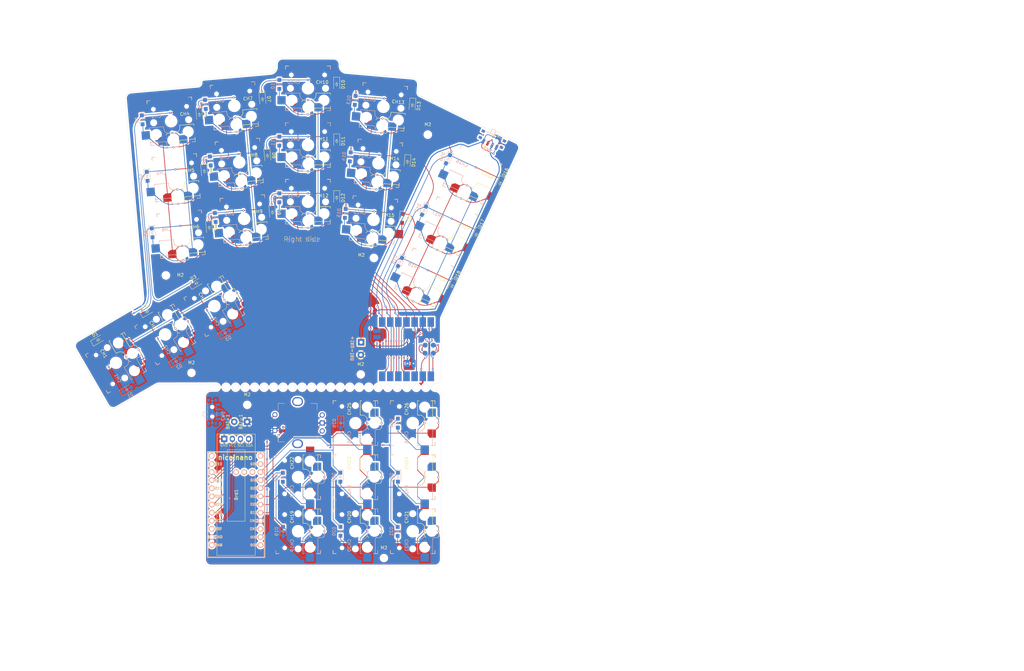
<source format=kicad_pcb>
(kicad_pcb (version 20240108) (generator "pcbnew") (generator_version "8.0")
  (layers (0 "F.Cu" signal) (31 "B.Cu" signal) (34 "B.Paste" user) (35 "F.Paste" user) (36 "B.SilkS" user "B.Silkscreen") (37 "F.SilkS" user "F.Silkscreen") (38 "B.Mask" user) (39 "F.Mask" user) (44 "Edge.Cuts" user))
  (net 0 "")
  (net 1 "Net-(D1-A)")
  (net 2 "Net-(D2-A)")
  (net 3 "Net-(D3-A)")
  (net 4 "Net-(D4-A)")
  (net 5 "Net-(D5-A)")
  (net 6 "Net-(D6-A)")
  (net 7 "Net-(D7-A)")
  (net 8 "Net-(D8-A)")
  (net 9 "Net-(D9-A)")
  (net 10 "Net-(D10-A)")
  (net 11 "Net-(D11-A)")
  (net 12 "Net-(D12-A)")
  (net 13 "Net-(D13-A)")
  (net 14 "Net-(D14-A)")
  (net 15 "Net-(D15-A)")
  (net 16 "Net-(D16-A)")
  (net 17 "Net-(D17-A)")
  (net 18 "Net-(D18-A)")
  (net 19 "Net-(D1-K)")
  (net 20 "Net-(SW1-C)")
  (net 21 "Net-(SW1-B)")
  (net 22 "unconnected-(SW1-A-Pad3)")
  (net 23 "unconnected-(U1-5V-Pad8)")
  (net 24 "unconnected-(U1-CLK-Pad20)")
  (net 25 "unconnected-(U1-P0.10-Pad18)")
  (net 26 "unconnected-(U1-GND-Pad22)")
  (net 27 "unconnected-(U1-P0.09-Pad17)")
  (net 28 "unconnected-(U1-DIO-Pad19)")
  (net 29 "unconnected-(U1-RST-Pad21)")
  (net 30 "Net-(U1-P0.05)")
  (net 31 "Net-(U1-P0.04)")
  (net 32 "Net-(U1-P1.11)")
  (net 33 "unconnected-(U1-P0.02-Pad1)")
  (net 34 "GND")
  (net 35 "Net-(U1-P0.03)")
  (net 36 "Net-(U1-P0.28)")
  (net 37 "Net-(U1-P0.29)")
  (net 38 "unconnected-(U1-P1.15-Pad11)")
  (net 39 "unconnected-(U1-3V3-Pad10)")
  (net 40 "Net-(D11-K)")
  (net 41 "Net-(D12-K)")
  (net 42 "Net-(SW2-C)")
  (net 43 "Net-(Brd1-SDA)")
  (net 44 "Net-(Brd1-VCC)")
  (net 45 "Net-(Brd1-SCL)")
  (net 46 "Net-(U2-P0.17)")
  (net 47 "Net-(D19-A)")
  (net 48 "Net-(D20-A)")
  (net 49 "Net-(D21-A)")
  (net 50 "Net-(D22-A)")
  (net 51 "Net-(U2-P0.20)")
  (net 52 "Net-(D23-A)")
  (net 53 "Net-(D24-A)")
  (net 54 "Net-(D25-A)")
  (net 55 "Net-(U2-P0.22)")
  (net 56 "Net-(D26-A)")
  (net 57 "Net-(U2-RX1{slash}P0.08)")
  (net 58 "Net-(U2-AIN7{slash}P0.31)")
  (net 59 "Net-(U2-AIN5{slash}P0.29)")
  (net 60 "Net-(D19-K)")
  (net 61 "Net-(D20-K)")
  (net 62 "Net-(D21-K)")
  (net 64 "Net-(SW2-B)")
  (footprint "" (layer "F.Cu") (at 119.294196 116.525016)
    (property "Reference" "")
    (property "Value" "")
  )
  (footprint "" (layer "F.Cu") (at 121.834191 116.525019)
    (property "Reference" "")
    (property "Value" "")
  )
  (footprint "MountingHole:MountingHole_2.2mm_M2" (layer "F.Cu") (at 123.429596 40.830078)
    (property "Reference" "M2")
    (property "Value" "MountingHole_2.2mm_M2")
  )
  (footprint "" (layer "F.Cu") (at 107.504193 113.725014)
    (property "Reference" "")
    (property "Value" "")
  )
  (footprint "TestPoint:TestPoint_THTPad_D2.0mm_Drill1.0mm" (layer "F.Cu") (at 62.836487 130.774283 90)
    (property "Reference" "BAT+1")
    (property "Value" "BAT+")
  )
  (footprint "keyswitches:Kailh_socket_PG1350_reversible" (layer "F.Cu") (at 100.766487 131.184281 90)
    (property "Reference" "CH25")
    (property "Value" "KSwitch")
  )
  (footprint "keyswitches:Kailh_socket_PG1350_reversible" (layer "F.Cu") (at 85.921218 26.316968)
    (property "Reference" "CH10")
    (property "Value" "KSwitch")
  )
  (footprint "keyswitches:Kailh_socket_PG1350_reversible" (layer "F.Cu") (at 107.983623 49.800946 -5)
    (property "Reference" "CH14")
    (property "Value" "KSwitch")
  )
  (footprint "keyswitches:Kailh_socket_PG1350_reversible" (layer "F.Cu") (at 129.839955 69.526772 -25)
    (property "Reference" "CH17")
    (property "Value" "KSwitch")
  )
  (footprint "keyswitches:Kailh_socket_PG1350_reversible" (layer "F.Cu") (at 25.836637 112.302917 120)
    (property "Reference" "CH1")
    (property "Value" "KSwitch")
  )
  (footprint "Diode_SMD:Nexperia_CFP3_SOD-123W" (layer "F.Cu") (at 51.934592 34.625319 -85)
    (property "Reference" "D4")
    (property "Value" "D")
  )
  (footprint "Diode_SMD:Nexperia_CFP3_SOD-123W" (layer "F.Cu") (at 51.059991 87.371011 30)
    (property "Reference" "D3")
    (property "Value" "D")
  )
  (footprint "Diode_SMD:Nexperia_CFP3_SOD-123W" (layer "F.Cu") (at 74.795815 65.204235 -85)
    (property "Reference" "D9")
    (property "Value" "D")
  )
  (footprint "" (layer "F.Cu") (at 111.674191 99.525016)
    (property "Reference" "")
    (property "Value" "")
  )
  (footprint "MountingHole:MountingHole_2.2mm_M2" (layer "F.Cu") (at 106.569596 79.460078)
    (property "Reference" "M2")
    (property "Value" "MountingHole_2.2mm_M2")
  )
  (footprint "keyswitches:Kailh_socket_PG1350_reversible" (layer "F.Cu") (at 122.332154 85.627313 -25)
    (property "Reference" "CH18")
    (property "Value" "KSwitch")
  )
  (footprint "" (layer "F.Cu") (at 107.504188 111.82502)
    (property "Reference" "")
    (property "Value" "")
  )
  (footprint "" (layer "F.Cu") (at 124.3742 116.525018)
    (property "Reference" "")
    (property "Value" "")
  )
  (footprint "" (layer "F.Cu") (at 111.674195 116.525013)
    (property "Reference" "")
    (property "Value" "")
  )
  (footprint "Diode_SMD:Nexperia_CFP3_SOD-123W" (layer "F.Cu") (at 94.901209 25.096961 -90)
    (property "Reference" "D10")
    (property "Value" "D")
  )
  (footprint "" (layer "F.Cu") (at 124.374187 99.525011)
    (property "Reference" "")
    (property "Value" "")
  )
  (footprint "Diode_SMD:Nexperia_CFP3_SOD-123W" (layer "F.Cu") (at 115.487455 67.065634 -95)
    (property "Reference" "D15")
    (property "Value" "D")
  )
  (footprint "keyswitches:Kailh_socket_PG1350_reversible" (layer "F.Cu") (at 137.347779 53.426188 -25)
    (property "Reference" "CH16")
    (property "Value" "KSwitch")
  )
  (footprint "Diode_SMD:Nexperia_CFP3_SOD-123W" (layer "F.Cu") (at 146.002029 56.115607 -115)
    (property "Reference" "D16")
    (property "Value" "D")
  )
  (footprint "TestPoint:TestPoint_THTPad_2.0x2.0mm_Drill1.0mm" (layer "F.Cu") (at 66.886486 130.774282 90)
    (property "Reference" "BAT-1")
    (property "Value" "BAT-")
  )
  (footprint "Diode_SMD:Nexperia_CFP3_SOD-123W" (layer "F.Cu") (at 20.290112 105.136017 30)
    (property "Reference" "D1")
    (property "Value" "D")
  )
  (footprint "Diode_SMD:Nexperia_CFP3_SOD-123W" (layer "F.Cu") (at 94.901213 42.866963 -90)
    (property "Reference" "D11")
    (property "Value" "D")
  )
  (footprint "Rotary_Encoder:RotaryEncoder_Bourns_Vertical_PEL11L-4xxxF-Sxxxx_1" (layer "F.Cu") (at 82.57649 131.144284 90)
    (property "Reference" "CH27" (hide yes))
    (property "Value" "RotaryEncoder_Switch" (hide yes))
  )
  (footprint "keyswitches:Kailh_socket_PG1350_reversible" (layer "F.Cu") (at 82.83649 148.114284 90)
    (property "Reference" "CH22")
    (property "Value" "KSwitch")
  )
  (footprint "" (layer "F.Cu") (at 116.749201 116.530009)
    (property "Reference" "")
    (property "Value" "")
  )
  (footprint "keyswitches:Kailh_socket_PG1350_reversible" (layer "F.Cu") (at 85.921207 44.081981)
    (property "Reference" "CH11")
    (property "Value" "KSwitch")
  )
  (footprint "keyswitches:Kailh_socket_PG1350_reversible" (layer "F.Cu") (at 46.191748 72.018155 5)
    (property "Reference" "CH6")
    (property "Value" "KSwitch")
  )
  (footprint "TestPoint:TestPoint_THTPad_2.0x2.0mm_Drill1.0mm" (layer "F.Cu") (at 102.546078 105.861915 -90)
    (property "Reference" "TP2")
    (property "Value" "BAT+")
  )
  (footprint "" (layer "F.Cu") (at 114.214199 116.525016)
    (property "Reference" "")
    (property "Value" "")
  )
  (footprint "" (layer "F.Cu") (at 122.604194 109.295021)
    (property "Reference" "")
    (property "Value" "")
  )
  (footprint "keyswitches:Kailh_socket_PG1350_reversible" (layer "F.Cu") (at 100.766493 165.054281 90)
    (property "Reference" "CH20")
    (property "Value" "KSwitch")
  )
  (footprint "Diode_SMD:Nexperia_CFP3_SOD-123W" (layer "F.Cu") (at 117.035339 49.373207 -95)
    (property "Reference" "D14")
    (property "Value" "D")
  )
  (footprint "keyswitches:Kailh_socket_PG1350_reversible" (layer "F.Cu") (at 100.766485 148.11428 90)
    (property "Reference" "CH23")
    (property "Value" "KSwitch")
  )
  (footprint "Art:Salt" (layer "F.Cu") (at 83.940635 110.898319)
    (property "Reference" "REF**" (hide yes))
    (property "Value" "Salt & Pepper")
  )
  (footprint "" (layer "F.Cu") (at 118.954193 103.525017)
    (property "Reference" "")
    (property "Value" "")
  )
  (footprint "keyswitches:Kailh_socket_PG1350_reversible" (layer "F.Cu") (at 118.706485 165.05428 90)
    (property "Reference" "CH21")
    (property "Value" "KSwitch")
  )
  (footprint "Diode_SMD:Nexperia_CFP3_SOD-123W" (layer "F.Cu") (at 94.901215 60.626956 -90)
    (property "Reference" "D12")
    (property "Value" "D")
  )
  (footprint "keyswitches:Kailh_socket_PG1350_reversible" (layer "F.Cu") (at 64.407984 49.504835 5)
    (property "Reference" "CH8")
    (property "Value" "KSwitch")
  )
  (footprint "" (layer "F.Cu") (at 121.834187 99.525012)
    (property "Reference" "")
    (property "Value" "")
  )
  (footprint "keyswitches:Kailh_socket_PG1350_reversible" (layer "F.Cu") (at 118.706491 148.114283 90)
    (property "Reference" "CH24")
    (property "Value" "KSwitch")
  )
  (footprint "Diode_SMD:Nexperia_CFP3_SOD-123W" (layer "F.Cu") (at 118.584105 31.670834 -95)
    (property "Reference" "D13")
    (property "Value" "D")
  )
  (footprint "keyswitches:Kailh_socket_PG1350_reversible" (layer "F.Cu") (at 65.956305 67.202231 5)
    (property "Reference" "CH9")
    (property "Value" "KSwitch")
  )
  (footprint "" (layer "F.Cu") (at 114.214192 99.525015)
    (property "Reference" "")
    (property "Value" "")
  )
  (footprint "MountingHole:MountingHole_2.2mm_M2" (layer "F.Cu") (at 66.91 125.47)
    (property "Reference" "M2")
    (property "Value" "MountingHole_2.2mm_M2")
  )
  (footprint "Button_Switch_SMD:SW_SPDT_PCM12" (layer "F.Cu") (at 143.483091 42.570094 155)
    (property "Reference" "SW1")
    (property "Value" "SW_Wuerth_450301014042")
  )
  (footprint "MountingHole:MountingHole_2.2mm_M2" (layer "F.Cu") (at 109.69 173.45)
    (property "Reference" "M2")
    (property "Value" "MountingHole_2.2mm_M2")
  )
  (footprint "SSD1306:128x64OLED_0.91" (layer "F.Cu") (at 63.456242 153.62978)
    (property "Reference" "Brd1")
    (property "Value" "SSD1306")
  )
  (footprint "keyswitches:Kailh_socket_PG1350_reversible" (layer "F.Cu") (at 82.836491 165.054279 90)
    (property "Reference" "CH19")
    (property "Value" "KSwitch")
  )
  (footprint "" (layer "F.Cu") (at 109.13419 99.525014)
    (property "Reference" "")
    (property "Value" "")
  )
  (footprint "MountingHole:MountingHole_2.2mm_M2" (layer "F.Cu") (at 41.459596 84.920079)
    (property "Reference" "M2")
    (property "Value" "MountingHole_2.2mm_M2")
  )
  (footprint "keyswitches:Kailh_socket_PG1350_reversible" (layer "F.Cu") (at 118.706492 131.184286 90)
    (property "Reference" "CH26")
    (property "Value" "KSwitch")
  )
  (footprint "Diode_SMD:Nexperia_CFP3_SOD-123W" (layer "F.Cu") (at 71.699169 29.809425 -85)
    (property "Reference" "D7")
    (property "Value" "D")
  )
  (footprint "MountingHole:MountingHole_2.2mm_M2" (layer "F.Cu") (at 102.449596 115.930078)
    (property "Reference" "M2")
    (property "Value" "MountingHole_2.2mm_M2")
  )
  (footprint "Diode_SMD:Nexperia_CFP3_SOD-123W" (layer "F.Cu") (at 130.986385 88.316725 -115)
    (property "Reference" "D18")
    (property "Value" "D")
  )
  (footprint "Diode_SMD:Nexperia_CFP3_SOD-123W" (layer "F.Cu") (at 138.492089 72.220701 -115)
    (property "Reference" "D17")
    (property "Value" "D")
  )
  (footprint "keyswitches:Kailh_socket_PG1350_reversible" (layer "F.Cu") (at 56.606529 94.537929 120)
    (property "Reference" "CH3")
    (property "Value" "KSwitch")
  )
  (footprint "TestPoint:TestPoint_THTPad_D2.0mm_Drill1.0mm" (layer "F.Cu") (at 102.456089 109.801896 -90)
    (property "Reference" "TP1")
    (property "Value" "BAT-")
  )
  (footprint "" (layer "F.Cu") (at 125.144194 109.29501)
    (property "Reference" "")
    (property "Value" "")
  )
  (footprint "keyswitches:Kailh_socket_PG1350_reversible" (layer "F.Cu") (at 62.859679 31.807447 5)
    (property "Reference" "CH7")
    (property "Value" "KSwitch")
  )
  (footprint "MountingHole:MountingHole_2.2mm_M2" (layer "F.Cu") (at 49.459597 115.450079)
    (property "Reference" "M2")
    (property "Value" "MountingHole_2.2mm_M2")
  )
  (footprint "" (layer "F.Cu") (at 119.294189 99.525019)
    (property "Reference" "")
    (property "Value" "")
  )
  (footprint "keyswitches:Kailh_socket_PG1350_reversible" (layer "F.Cu") (at 106.435305 67.498338 -5)
    (property "Reference" "CH15")
    (property "Value" "KSwitch")
  )
  (footprint "" (layer "F.Cu") (at 125.144195 106.755006)
    (property "Reference" "")
    (property "Value" "")
  )
  (footprint "keyswitches:Kailh_socket_PG1350_reversible" (layer "F.Cu") (at 109.531931 32.103537 -5)
    (property "Reference" "CH13")
    (property "Value" "KSwitch")
  )
  (footprint "" (layer "F.Cu") (at 109.134189 116.525016)
    (property "Reference" "")
    (property "Value" "")
  )
  (footprint "keyswitches:Kailh_socket_PG1350_reversible" (layer "F.Cu") (at 41.221579 103.420427 120)
    (property "Reference" "CH2")
    (property "Value" "KSwitch")
  )
  (footprint "" (layer "F.Cu") (at 122.604188 106.755012)
    (property "Reference" "")
    (property "Value" "")
  )
  (footprint "" (layer "F.Cu") (at 117.054189 103.52501)
    (property "Reference" "")
    (property "Value" "")
  )
  (footprint "Diode_SMD:Nexperia_CFP3_SOD-123W" (layer "F.Cu") (at 53.48337 52.327719 -85)
    (property "Reference" "D5")
    (property "Value" "D")
  )
  (footprint "keyswitches:Kailh_socket_PG1350_reversible" (layer "F.Cu") (at 44.643436 54.320743 5)
    (property "Reference" "CH5")
    (property "Value" "KSwitch")
  )
  (footprint "keyswitches:Kailh_socket_PG1350_reversible" (layer "F.Cu") (at 85.921211 61.846964)
    (property "Reference" "CH12")
    (property "Value" "KSwitch")
  )
  (footprint "keyswitches:Kailh_socket_PG1350_reversible" (layer "F.Cu") (at 43.095117 36.623342 5)
    (property "Reference" "CH4")
    (property "Value" "KSwitch")
  )
  (footprint "Diode_SMD:Nexperia_CFP3_SOD-123W" (layer "F.Cu") (at 35.679377 96.251017 30)
    (property "Reference" "D2")
    (property "Value" "D")
  )
  (footprint "Diode_SMD:Nexperia_CFP3_SOD-123W" (layer "F.Cu") (at 73.247933 47.511815 -85)
    (property "Reference" "D8")
    (property "Value" "D")
  )
  (footprint "Diode_SMD:Nexperia_CFP3_SOD-123W" (layer "F.Cu") (at 55.031244 70.020123 -85)
    (property "Reference" "D6")
    (property "Value" "D")
  )
  (footprint "nice-nano-kicad:nice_nano" (layer "F.Cu") (at 63.43649 155.41428 90)
    (property "Reference" "U2" (hide yes))
    (property "Value" "nice_nano" (hide yes))
  )
  (footprint "" (layer "F.Cu") (at 116.754193 99.525015)
    (property "Reference" "")
    (property "Value" "")
  )
  (footprint "Diode_SMD:Nexperia_CFP3_SOD-123W" (layer "B.Cu") (at 60.039999 102.924826 30)
    (property "Reference" "D3")
    (property "Value" "D")
  )
  (footprint "Diode_SMD:Nexperia_CFP3_SOD-123W" (layer "B.Cu") (at 100.692444 30.105514 -95)
    (property "Reference" "D13")
    (property "Value" "D")
  )
  (footprint "" (layer "B.Cu") (at 116.754191 99.525017)
    (property "Reference" "")
    (property "Value" "")
  )
  (footprint "Diode_SMD:Nexperia_CFP3_SOD-123W" (layer "B.Cu") (at 76.941212 42.866962 -90)
    (property "Reference" "D11")
    (property "Value" "D")
  )
  (footprint "" (layer "B.Cu") (at 107.504194 102.325018)
    (property "Reference" "")
    (property "Value" "")
  )
  (footprint "" (layer "B.Cu") (at 114.214188 99.525022)
    (property "Reference" "")
    (property "Value" "")
  )
  (footprint "Diode_SMD:Nexperia_CFP3_SOD-123W" (layer "B.Cu") (at 78.066484 148.166781 -90)
    (property "Reference" "D22")
    (property "Value" "D")
  )
  (footprint "" (layer "B.Cu") (at 109.134193 116.525018)
    (property "Reference" "")
    (property "Value" "")
  )
  (footprint "" (layer "B.Cu") (at 119.294194 99.525018)
    (property "Reference" "")
    (property "Value" "")
  )
  (footprint "" (layer "B.Cu") (at 114.214186 116.525022)
    (property "Reference" "")
    (property "Value" "")
  )
  (footprint "Diode_SMD:Nexperia_CFP3_SOD-123W" (layer "B.Cu") (at 96.026491 148.126782 -90)
    (property "Reference" "D23")
    (property "Value" "D")
  )
  (footprint "Art:Salt" (layer "B.Cu") (at 83.893646 110.917453 180)
    (property "Reference" "REF**" (hide yes))
    (property "Value" "Salt & Pepper")
  )
  (footprint "" (layer "B.Cu") (at 124.374194 116.525019)
    (property "Reference" "")
    (property "Value" "")
  )
  (footprint "" (layer "B.Cu") (at 122.604194 109.295021)
    (property "Reference" "")
    (property "Value" "")
  )
  (footprint "Diode_SMD:Nexperia_CFP3_SOD-123W" (layer "B.Cu") (at 78.116492 165.096778 -90)
    (property "Reference" "D19")
    (property "Value" "D")
  )
  (footprint "" (layer "B.Cu") (at 111.674197 116.525017)
    (property "Reference" "")
    (property "Value" "")
  )
  (footprint "Button_Switch_SMD:SW_SPDT_PCM12" (layer "B.Cu") (at 56.287886 127.633283 90)
    (property "Reference" "SW2")
    (property "Value" "SW_Wuerth_450301014042")
  )
  (footprint "" (layer "B.Cu") (at 119.294191 116.525009)
    (property "Reference" "")
    (property "Value" "")
  )
  (footprint "" (layer "B.Cu") (at 122.604195 106.755019)
    (property "Reference" "")
    (property "Value" "")
  )
  (footprint "Diode_SMD:Nexperia_CFP3_SOD-123W" (layer "B.Cu") (at 114.7091 80.726515 -115)
    (property "Reference" "D18")
    (property "Value" "D")
  )
  (footprint "Diode_SMD:Nexperia_CFP3_SOD-123W" (layer "B.Cu") (at 99.143684 47.807903 -95)
    (property "Reference" "D14")
    (property "Value" "D")
  )
  (footprint "Diode_SMD:Nexperia_CFP3_SOD-123W" (layer "B.Cu") (at 56.904157 66.769556 -85)
    (property "Reference" "D9")
    (property "Value" "D")
  )
  (footprint "Diode_SMD:Nexperia_CFP3_SOD-123W" (layer "B.Cu") (at 55.356274 49.077115 -85)
    (property "Reference" "D8")
    (property "Value" "D")
  )
  (footprint "Diode_SMD:Nexperia_CFP3_SOD-123W" (layer "B.Cu") (at 37.139594 71.585449 -85)
    (property "Reference" "D6")
    (property "Value" "D")
  )
  (footprint "" (layer "B.Cu") (at 124.374186 99.525014)
    (property "Reference" "")
    (property "Value" "")
  )
  (footprint "Diode_SMD:Nexperia_CFP3_SOD-123W" (layer "B.Cu") (at 114.086489 148.126781 -90)
    (property "Reference" "D24")
    (property "Value" "D")
  )
  (footprint "Diode_SMD:Nexperia_CFP3_SOD-123W" (layer "B.Cu") (at 44.659368 111.804813 30)
    (property "Reference" "D2")
    (property "Value" "D")
  )
  (footprint "" (layer "B.Cu") (at 107.504194 104.225013)
    (property "Reference" "")
    (property "Value" "")
  )
  (footprint "" (layer "B.Cu") (at 109.134191 99.525018)
    (property "Reference" "")
    (property "Value" "")
  )
  (footprint "Diode_SMD:Nexperia_CFP3_SOD-123W" (layer "B.Cu") (at 96.076488 165.086779 -90)
    (property "Reference" "D20")
    (property "Value" "D")
  )
  (footprint "Diode_SMD:Nexperia_CFP3_SOD-123W" (layer "B.Cu") (at 34.04295 36.190652 -85)
    (property "Reference" "D4")
    (property "Value" "D")
  )
  (footprint "Diode_SMD:Nexperia_CFP3_SOD-123W" (layer "B.Cu") (at 29.270106 120.689832 30)
    (property "Reference" "D1")
    (property "Value" "D")
  )
  (footprint "Diode_SMD:Nexperia_CFP3_SOD-123W" (layer "B.Cu") (at 53.807512 31.374747 -85)
    (property "Reference" "D7")
    (property "Value" "D")
  )
  (footprint "Diode_SMD:Nexperia_CFP3_SOD-123W" (layer "B.Cu") (at 122.214809 64.630487 -115)
    (property "Reference" "D17")
    (property "Value" "D")
  )
  (footprint "" (layer "B.Cu") (at 121.834184 116.525024)
    (property "Reference" "")
    (property "Value" "")
  )
  (footprint "Diode_SMD:Nexperia_CFP3_SOD-123W" (layer "B.Cu") (at 35.59169 53.893019 -85)
    (property "Reference" "D5")
    (property "Value" "D")
  )
  (footprint "Diode_SMD:Nexperia_CFP3_SOD-123W" (layer "B.Cu") (at 97.595802 65.500321 -95)
    (property "Reference" "D15")
    (property "Value" "D")
  )
  (footprint "Diode_SMD:Nexperia_CFP3_SOD-123W" (layer "B.Cu") (at 113.99649 165.116782 -90)
    (property "Reference" "D21")
    (property "Value" "D")
  )
  (footprint "" (layer "B.Cu") (at 125.144195 106.75502)
    (property "Reference" "")
    (property "Value" "")
  )
  (footprint "" (layer "B.Cu") (at 117.054194 112.525024)
    (property "Reference" "")
    (property "Value" "")
  )
  (footprint "" (layer "B.Cu") (at 116.749201 116.530009)
    (property "Reference" "")
    (property "Value" "")
  )
  (footprint "Diode_SMD:Nexperia_CFP3_SOD-123W" (layer "B.Cu") (at 76.9412 60.626953 -90)
    (property "Reference" "D12")
    (property "Value" "D")
  )
  (footprint "Diode_SMD:Nexperia_CFP3_SOD-123W" (layer "B.Cu") (at 76.941216 25.09697 -90)
    (property "Reference" "D10")
    (property "Value" "D")
  )
  (footprint "" (layer "B.Cu") (at 111.674196 99.52502)
    (property "Reference" "")
    (property "Value" "")
  )
  (footprint "Diode_SMD:Nexperia_CFP3_SOD-123W" (layer "B.Cu") (at 96.186489 131.186784 -90)
    (property "Reference" "D25")
    (property "Value" "D")
  )
  (footprint "" (layer "B.Cu") (at 125.144189 109.295016)
    (property "Reference" "")
    (property "Value" "")
  )
  (footprint "" (layer "B.Cu") (at 118.9542 112.525021)
    (property "Reference" "")
    (property "Value" "")
  )
  (footprint "Diode_SMD:Nexperia_CFP3_SOD-123W" (layer "B.Cu") (at 114.066491 131.196781 -90)
    (property "Reference" "D26")
    (property "Value" "D")
  )
  (footprint "Diode_SMD:Nexperia_CFP3_SOD-123W" (layer "B.Cu") (at 129.724715 48.525387 -115)
    (property "Reference" "D16")
    (property "Value" "D")
  )
  (footprint "" (layer "B.Cu") (at 121.834192 99.52502)
    (property "Reference" "")
    (property "Value" "")
  )
  (footprint "Button_Switch_SMD:SW_SPDT_PCM12" (layer "B.Cu") (at 143.485359 42.570491 -25)
    (property "Reference" "SW1")
    (property "Value" "SW_Wuerth_450301014042")
  )
  (gr_line (start 70.221663 119.91) (end 70.224914 119.980048) (stroke (width 0.05)) (layer "Edge.Cuts"))
  (gr_line (start 72.198968 118.921052) (end 72.122028 118.921035) (stroke (width 0.05)) (layer "Edge.Cuts"))
  (gr_arc (start 13.112158 108.032944) (mid 12.911221 106.519699) (end 13.836364 105.305445) (stroke (width 0.05)) (layer "Edge.Cuts"))
  (gr_arc (start 117.860866 119.980048) (mid 117.565493 120.683858) (end 116.862026 120.980046) (stroke (width 0.05)) (layer "Edge.Cuts"))
  (gr_arc (start 82.133902 119.980048) (mid 81.838529 120.683858) (end 81.135062 120.980046) (stroke (width 0.05)) (layer "Edge.Cuts"))
  (gr_arc (start 101.971438 118.921052) (mid 102.674633 119.210042) (end 102.97138 119.91) (stroke (width 0.05)) (layer "Edge.Cuts"))
  (gr_line (start 91.062392 119.91) (end 91.065643 119.980048) (stroke (width 0.05)) (layer "Edge.Cuts"))
  (gr_line (start 87.085203 118.921052) (end 87.008263 118.921035) (stroke (width 0.05)) (layer "Edge.Cuts"))
  (gr_arc (start 90.058137 120.980046) (mid 89.35467 120.683858) (end 89.059297 119.980048) (stroke (width 0.05)) (layer "Edge.Cuts"))
  (gr_line (start 122.81218 118.921052) (end 122.73524 118.921035) (stroke (width 0.05)) (layer "Edge.Cuts"))
  (gr_arc (start 68.218845 119.909966) (mid 68.489609 119.235539) (end 69.144781 118.921035) (stroke (width 0.05)) (layer "Edge.Cuts"))
  (gr_line (start 73.19891 119.91) (end 73.202161 119.980048) (stroke (width 0.05)) (layer "Edge.Cuts"))
  (gr_arc (start 86.082327 119.909966) (mid 86.353091 119.235539) (end 87.008263 118.921035) (stroke (width 0.05)) (layer "Edge.Cuts"))
  (gr_arc (start 34.2067 92.095244) (mid 33.989987 93.188256) (end 33.222029 93.995631) (stroke (width 0.05)) (layer "Edge.Cuts"))
  (gr_line (start 117.857615 119.91) (end 117.860866 119.980048) (stroke (width 0.05)) (layer "Edge.Cuts"))
  (gr_arc (start 83.10508 119.909966) (mid 83.375844 119.235539) (end 84.031016 118.921035) (stroke (width 0.05)) (layer "Edge.Cuts"))
  (gr_arc (start 72.194655 120.980046) (mid 71.491188 120.683858) (end 71.195815 119.980048) (stroke (width 0.05)) (layer "Edge.Cuts"))
  (gr_line (start 98.994191 118.921052) (end 98.917251 118.921035) (stroke (width 0.05)) (layer "Edge.Cuts"))
  (gr_line (start 52.386725 24.4472) (end 52.396273 24.529583) (stroke (width 0.05)) (layer "Edge.Cuts"))
  (gr_arc (start 110.903179 118.921052) (mid 111.606374 119.210042) (end 111.903121 119.91) (stroke (width 0.05)) (layer "Edge.Cuts"))
  (gr_arc (start 99.997384 119.980048) (mid 99.702011 120.683858) (end 98.998544 120.980046) (stroke (width 0.05)) (layer "Edge.Cuts"))
  (gr_arc (start 105.951878 119.980048) (mid 105.656505 120.683858) (end 104.953038 120.980046) (stroke (width 0.05)) (layer "Edge.Cuts"))
  (gr_arc (start 74.173339 119.909966) (mid 74.444103 119.235539) (end 75.099275 118.921035) (stroke (width 0.05)) (layer "Edge.Cuts"))
  (gr_arc (start 93.039697 118.921052) (mid 93.742892 119.210042) (end 94.039639 119.91) (stroke (width 0.05)) (layer "Edge.Cuts"))
  (gr_arc (start 66.240161 120.980046) (mid 65.536694 120.683858) (end 65.241321 119.980048) (stroke (width 0.05)) (layer "Edge.Cuts"))
  (gr_arc (start 78.149149 120.980046) (mid 77.445682 120.683858) (end 77.150309 119.980048) (stroke (width 0.05)) (layer "Edge.Cuts"))
  (gr_line (start 127.692605 112.544698) (end 127.692607 116.887445) (stroke (width 0.05)) (layer "Edge.Cuts"))
  (gr_arc (start 120.901989 28.575914) (mid 120.47331 28.169556) (end 120.348676 27.592178) (stroke (width 0.05)) (layer "Edge.Cuts"))
  (gr_line (start 69.221721 118.921052) (end 69.144781 118.921035) (stroke (width 0.05)) (layer "Edge.Cuts"))
  (gr_arc (start 65.241598 119.909966) (mid 65.512362 119.235539) (end 66.167534 118.921035) (stroke (width 0.05)) (layer "Edge.Cuts"))
  (gr_arc (start 79.156655 119.980048) (mid 78.861282 120.683858) (end 78.157815 120.980046) (stroke (width 0.05)) (layer "Edge.Cuts"))
  (gr_line (start 58.200578 119.878965) (end 58.203829 119.949013) (stroke (width 0.05)) (layer "Edge.Cuts"))
  (gr_arc (start 113.880426 118.921052) (mid 114.583621 119.210042) (end 114.880368 119.91) (stroke (width 0.05)) (layer "Edge.Cuts"))
  (gr_arc (start 58.203829 119.949013) (mid 57.908456 120.652823) (end 57.204989 120.949011) (stroke (width 0.05)) (layer "Edge.Cuts"))
  (gr_arc (start 67.247667 119.980048) (mid 66.952294 120.683858) (end 66.248827 120.980046) (stroke (width 0.05)) (layer "Edge.Cuts"))
  (gr_line (start 68.218568 119.980048) (end 68.221819 119.91) (stroke (width 0.05)) (layer "Edge.Cuts"))
  (gr_arc (start 104.948685 118.921052) (mid 105.65188 119.210042) (end 105.948627 119.91) (stroke (width 0.05)) (layer "Edge.Cuts"))
  (gr_arc (start 76.000723 19.629612) (mid 75.475525 20.980498) (end 74.175795 21.621935) (stroke (width 0.05)) (layer "Edge.Cuts"))
  (gr_arc (start 123.815373 119.980048) (mid 123.52 120.683858) (end 122.816533 120.980046) (stroke (width 0.05)) (layer "Edge.Cuts"))
  (gr_arc (start 90.06245 118.921052) (mid 90.765645 119.210042) (end 91.062392 119.91) (stroke (width 0.05)) (layer "Edge.Cuts"))
  (gr_arc (start 57.200636 118.890017) (mid 57.903831 119.179007) (end 58.200578 119.878965) (stroke (width 0.05)) (layer "Edge.Cuts"))
  (gr_line (start 140.600079 38.306114) (end 120.901989 28.575914) (stroke (width 0.05)) (layer "Edge.Cuts"))
  (gr_arc (start 61.293173 119.980048) (mid 60.9978 120.683858) (end 60.294333 120.980046) (stroke (width 0.05)) (layer "Edge.Cuts"))
  (gr_arc (start 69.217408 120.980046) (mid 68.513941 120.683858) (end 68.218568 119.980048) (stroke (width 0.05)) (layer "Edge.Cuts"))
  (gr_arc (start 122.81218 118.921052) (mid 123.515375 119.210042) (end 123.812122 119.91) (stroke (width 0.05)) (layer "Edge.Cuts"))
  (gr_arc (start 55.556488 175.939281) (mid 54.142274 175.353495) (end 53.556488 173.939281) (stroke (width 0.05)) (layer "Edge.Cuts"))
  (gr_arc (start 72.198968 118.921052) (mid 72.902163 119.210042) (end 73.19891 119.91) (stroke (width 0.05)) (layer "Edge.Cuts"))
  (gr_line (start 81.130709 118.921052) (end 81.053769 118.921035) (stroke (width 0.05)) (layer "Edge.Cuts"))
  (gr_line (start 99.994133 119.91) (end 99.997384 119.980048) (stroke (width 0.05)) (layer "Edge.Cuts"))
  (gr_line (start 97.991038 119.980048) (end 97.994289 119.91) (stroke (width 0.05)) (layer "Edge.Cuts"))
  (gr_line (start 61.289922 119.91) (end 61.293173 119.980048) (stroke (width 0.05)) (layer "Edge.Cuts"))
  (gr_arc (start 127.692605 98.786627) (mid 127.739472 98.356149) (end 127.877914 97.945856) (stroke (width 0.05)) (layer "Edge.Cuts"))
  (gr_line (start 95.013791 119.980048) (end 95.017042 119.91) (stroke (width 0.05)) (layer "Edge.Cuts"))
  (gr_arc (start 76.000723 18.822567) (mid 76.586862 17.407982) (end 78.001721 16.822568) (stroke (width 0.05)) (layer "Edge.Cuts"))
  (gr_line (start 108.925874 119.91) (end 108.929125 119.980048) (stroke (width 0.05)) (layer "Edge.Cuts"))
  (gr_line (start 121.809027 119.980048) (end 121.812278 119.91) (stroke (width 0.05)) (layer "Edge.Cuts"))
  (gr_line (start 120.834862 119.91) (end 120.838113 119.980048) (stroke (width 0.05)) (layer "Edge.Cuts"))
  (gr_line (start 93.039697 118.921052) (end 92.962757 118.921035) (stroke (width 0.05)) (layer "Edge.Cuts"))
  (gr_line (start 66.244474 118.921052) (end 66.167534 118.921035) (stroke (width 0.05)) (layer "Edge.Cuts"))
  (gr_arc (start 119.830607 120.980046) (mid 119.12714 120.683858) (end 118.831767 119.980048) (stroke (width 0.05)) (layer "Edge.Cuts"))
  (gr_line (start 110.903179 118.921052) (end 110.826239 118.921035) (stroke (width 0.05)) (layer "Edge.Cuts"))
  (gr_arc (start 80.127833 119.909966) (mid 80.398597 119.235539) (end 81.053769 118.921035) (stroke (width 0.05)) (layer "Edge.Cuts"))
  (gr_line (start 80.127556 119.980048) (end 80.130807 119.91) (stroke (width 0.05)) (layer "Edge.Cuts"))
  (gr_line (start 86.08205 119.980048) (end 86.085301 119.91) (stroke (width 0.05)) (layer "Edge.Cuts"))
  (gr_arc (start 52.396273 24.529583) (mid 52.166138 25.259547) (end 51.487233 25.612933) (stroke (width 0.05)) (layer "Edge.Cuts"))
  (gr_line (start 56.490092 120.945279) (end 57.204989 120.949011) (stroke (width 0.05)) (layer "Edge.Cuts"))
  (gr_line (start 38.395487 119.176364) (end 25.983146 126.329349) (stroke (width 0.05)) (layer "Edge.Cuts"))
  (gr_arc (start 25.983146 126.329349) (mid 24.466108 126.528176) (end 23.252486 125.596496) (stroke (width 0.05)) (layer "Edge.Cuts"))
  (gr_arc (start 87.085203 118.921052) (mid 87.788398 119.210042) (end 88.085145 119.91) (stroke (width 0.05)) (layer "Edge.Cuts"))
  (gr_line (start 77.150309 119.980048) (end 77.15356 119.91) (stroke (width 0.05)) (layer "Edge.Cuts"))
  (gr_arc (start 85.111149 119.980048) (mid 84.815776 120.683858) (end 84.112309 120.980046) (stroke (width 0.05)) (layer "Edge.Cuts"))
  (gr_line (start 60.28998 118.921052) (end 60.21304 118.921035) (stroke (width 0.05)) (layer "Edge.Cuts"))
  (gr_arc (start 77.150586 119.909966) (mid 77.42135 119.235539) (end 78.076522 118.921035) (stroke (width 0.05)) (layer "Edge.Cuts"))
  (gr_arc (start 124.690078 119.878965) (mid 124.986825 119.179008) (end 125.69002 118.890017) (stroke (width 0.05)) (layer "Edge.Cuts"))
  (gr_line (start 118.831767 119.980048) (end 118.835018 119.91) (stroke (width 0.05)) (layer "Edge.Cuts"))
  (gr_arc (start 108.929125 119.980048) (mid 108.633752 120.683858) (end 107.930285 120.980046) (stroke (width 0.05)) (layer "Edge.Cuts"))
  (gr_line (start 53.386725 23.447198) (end 74.175795 21.621935) (stroke (width 0.05)) (layer "Edge.Cuts"))
  (gr_line (start 33.106792 79.41893) (end 28.749068 29.609905) (stroke (width 0.05)) (layer "Edge.Cuts"))
  (gr_line (start 124.686827 119.949013) (end 124.690078 119.878965) (stroke (width 0.05)) (layer "Edge.Cuts"))
  (gr_arc (start 38.395487 119.176364) (mid 38.876988 118.977219) (end 39.39359 118.909217) (stroke (width 0.05)) (layer "Edge.Cuts"))
  (gr_line (start 89.059297 119.980048) (end 89.062548 119.91) (stroke (width 0.05)) (layer "Edge.Cuts"))
  (gr_line (start 111.903121 119.91) (end 111.906372 119.980048) (stroke (width 0.05)) (layer "Edge.Cuts"))
  (gr_arc (start 122.807867 120.980046) (mid 122.1044 120.683858) (end 121.809027 119.980048) (stroke (width 0.05)) (layer "Edge.Cuts"))
  (gr_arc (start 75.171902 120.980046) (mid 74.468435 120.683858) (end 74.173062 119.980048) (stroke (width 0.05)) (layer "Edge.Cuts"))
  (gr_line (start 109.900026 119.980048) (end 109.903277 119.91) (stroke (width 0.05)) (layer "Edge.Cuts"))
  (gr_line (start 78.153462 118.921052) (end 78.076522 118.921035) (stroke (width 0.05)) (layer "Edge.Cuts"))
  (gr_line (start 88.085145 119.91) (end 88.088396 119.980048) (stroke (width 0.05)) (layer "Edge.Cuts"))
  (gr_arc (start 64.27042 119.980048) (mid 63.975047 120.683858) (end 63.27158 120.980046) (stroke (width 0.05)) (layer "Edge.Cuts"))
  (gr_line (start 74.173062 119.980048) (end 74.176313 119.91) (stroke (width 0.05)) (layer "Edge.Cuts"))
  (gr_arc (start 69.221721 118.921052) (mid 69.924916 119.210042) (end 70.221663 119.91) (stroke (width 0.05)) (layer "Edge.Cuts"))
  (gr_arc (start 94.04289 119.980048) (mid 93.747517 120.683858) (end 93.04405 120.980046) (stroke (width 0.05)) (layer "Edge.Cuts"))
  (gr_line (start 57.200636 118.890017) (end 39.39359 118.909217) (stroke (width 0.05)) (layer "Edge.Cuts"))
  (gr_line (start 107.925932 118.921052) (end 107.848992 118.921035) (stroke (width 0.05)) (layer "Edge.Cuts"))
  (gr_line (start 76.000723 19.629612) (end 76.000723 18.822567) (stroke (width 0.05)) (layer "Edge.Cuts"))
  (gr_arc (start 125.685667 120.949011) (mid 124.9822 120.652823) (end 124.686827 119.949013) (stroke (width 0.05)) (layer "Edge.Cuts"))
  (gr_line (start 106.922779 119.980048) (end 106.92603 119.91) (stroke (width 0.05)) (layer "Edge.Cuts"))
  (gr_arc (start 89.059574 119.909966) (mid 89.330338 119.235539) (end 89.98551 118.921035) (stroke (width 0.05)) (layer "Edge.Cuts"))
  (gr_arc (start 109.900303 119.909966) (mid 110.171067 119.235539) (end 110.826239 118.921035) (stroke (width 0.05)) (layer "Edge.Cuts"))
  (gr_line (start 115.85452 119.980048) (end 115.857771 119.91) (stroke (width 0.05)) (layer "Edge.Cuts"))
  (gr_arc (start 95.014068 119.909966) (mid 95.284832 119.235539) (end 95.940004 118.921035) (stroke (width 0.05)) (layer "Edge.Cuts"))
  (gr_arc (start 125.685667 120.949011) (mid 127.100075 121.535284) (end 127.685396 122.950102) (stroke (width 0.05)) (layer "Edge.Cuts"))
  (gr_arc (start 97.825609 21.288767) (mid 96.525132 20.647326) (end 95.99992 19.295728) (stroke (width 0.05)) (layer "Edge.Cuts"))
  (gr_line (start 127.877914 97.945856) (end 152.023783 45.830134) (stroke (width 0.05)) (layer "Edge.Cuts"))
  (gr_arc (start 97.991315 119.909966) (mid 98.262079 119.235539) (end 98.917251 118.921035) (stroke (width 0.05)) (layer "Edge.Cuts"))
  (gr_arc (start 107.921619 120.980046) (mid 107.218152 120.683858) (end 106.922779 119.980048) (stroke (width 0.05)) (layer "Edge.Cuts"))
  (gr_line (start 53.556488 173.939281) (end 53.556488 173.439281) (stroke (width 0.05)) (layer "Edge.Cuts"))
  (gr_line (start 113.880426 118.921052) (end 113.803486 118.921035) (stroke (width 0.05)) (layer "Edge.Cuts"))
  (gr_arc (start 84.107956 118.921052) (mid 84.811151 119.210042) (end 85.107898 119.91) (stroke (width 0.05)) (layer "Edge.Cuts"))
  (gr_arc (start 88.088396 119.980048) (mid 87.793023 120.683858) (end 87.089556 120.980046) (stroke (width 0.05)) (layer "Edge.Cuts"))
  (gr_arc (start 112.87755 119.909966) (mid 113.148314 119.235539) (end 113.803486 118.921035) (stroke (width 0.05)) (layer "Edge.Cuts"))
  (gr_arc (start 114.883619 119.980048) (mid 114.588246 120.683858) (end 113.884779 120.980046) (stroke (width 0.05)) (layer "Edge.Cuts"))
  (gr_arc (start 53.556488 122.939551) (mid 54.142381 121.525261) (end 55.556758 120.939551) (stroke (width 0.05)) (layer "Edge.Cuts"))
  (gr_arc (start 84.103643 120.980046) (mid 83.400176 120.683858) (end 83.104803 119.980048) (stroke (width 0.05)) (layer "Edge.Cuts"))
  (gr_line (start 140.600079 38.306114) (end 151.053722 43.176465) (stroke (width 0.05)) (layer "Edge.Cuts"))
  (gr_arc (start 87.08089 120.980046) (mid 86.377423 120.683858) (end 86.08205 119.980048) (stroke (width 0.05)) (layer "Edge.Cuts"))
  (gr_line (start 56.490092 120.945279) (end 55.556758 120.939551) (stroke (width 0.05)) (layer "Edge.Cuts"))
  (gr_line (start 85.107898 119.91) (end 85.111149 119.980048) (stroke (width 0.05)) (layer "Edge.Cuts"))
  (gr_arc (start 120.838113 119.980048) (mid 120.54274 120.683858) (end 119.839273 120.980046) (stroke (width 0.05)) (layer "Edge.Cuts"))
  (gr_arc (start 115.854797 119.909966) (mid 116.125561 119.235539) (end 116.780733 118.921035) (stroke (width 0.05)) (layer "Edge.Cuts"))
  (gr_arc (start 100.968562 119.909966) (mid 101.239326 119.235539) (end 101.894498 118.921035) (stroke (width 0.05)) (layer "Edge.Cuts"))
  (gr_line (start 102.97138 119.91) (end 102.974631 119.980048) (stroke (width 0.05)) (layer "Edge.Cuts"))
  (gr_arc (start 81.130709 118.921052) (mid 81.833904 119.210042) (end 82.130651 119.91) (stroke (width 0.05)) (layer "Edge.Cuts"))
  (gr_line (start 116.857673 118.921052) (end 116.780733 118.921035) (stroke (width 0.05)) (layer "Edge.Cuts"))
  (gr_arc (start 71.196092 119.909966) (mid 71.466856 119.235539) (end 72.122028 118.921035) (stroke (width 0.05)) (layer "Edge.Cuts"))
  (gr_line (start 96.016944 118.921052) (end 95.940004 118.921035) (stroke (width 0.05)) (layer "Edge.Cuts"))
  (gr_line (start 127.692609 103.52582) (end 127.692605 98.786627) (stroke (width 0.05)) (layer "Edge.Cuts"))
  (gr_arc (start 127.692607 116.887445) (mid 127.107011 118.301506) (end 125.693111 118.887446) (stroke (width 0.05)) (layer "Edge.Cuts"))
  (gr_arc (start 70.224914 119.980048) (mid 69.929541 120.683858) (end 69.226074 120.980046) (stroke (width 0.05)) (layer "Edge.Cuts"))
  (gr_line (start 97.825609 21.288767) (end 118.732487 23.117884) (stroke (width 0.05)) (layer "Edge.Cuts"))
  (gr_arc (start 75.176215 118.921052) (mid 75.87941 119.210042) (end 76.176157 119.91) (stroke (width 0.05)) (layer "Edge.Cuts"))
  (gr_line (start 23.252486 125.596496) (end 13.112158 108.032944) (stroke (width 0.05)) (layer "Edge.Cuts"))
  (gr_line (start 84.107956 118.921052) (end 84.031016 118.921035) (stroke (width 0.05)) (layer "Edge.Cuts"))
  (gr_line (start 76.176157 119.91) (end 76.179408 119.980048) (stroke (width 0.05)) (layer "Edge.Cuts"))
  (gr_arc (start 118.832044 119.909966) (mid 119.102808 119.235539) (end 119.75798 118.921035) (stroke (width 0.05)) (layer "Edge.Cuts"))
  (gr_arc (start 118.732487 23.117884) (mid 120.09028 23.824692) (end 120.550565 25.284586) (stroke (width 0.05)) (layer "Edge.Cuts"))
  (gr_line (start 53.556488 122.939551) (end 53.556488 173.439281) (stroke (width 0.05)) (layer "Edge.Cuts"))
  (gr_arc (start 78.153462 118.921052) (mid 78.856657 119.210042) (end 79.153404 119.91) (stroke (width 0.05)) (layer "Edge.Cuts"))
  (gr_line (start 90.06245 118.921052) (end 89.98551 118.921035) (stroke (width 0.05)) (layer "Edge.Cuts"))
  (gr_line (start 75.176215 118.921052) (end 75.099275 118.921035) (stroke (width 0.05)) (layer "Edge.Cuts"))
  (gr_line (start 64.267169 119.91) (end 64.27042 119.980048) (stroke (width 0.05)) (layer "Edge.Cuts"))
  (gr_arc (start 98.994191 118.921052) (mid 99.697386 119.210042) (end 99.994133 119.91) (stroke (width 0.05)) (layer "Edge.Cuts"))
  (gr_arc (start 151.053722 43.176465) (mid 152.08753 44.302696) (end 152.023783 45.830134) (stroke (width 0.05)) (layer "Edge.Cuts"))
  (gr_arc (start 104.944372 120.980046) (mid 104.240905 120.683858) (end 103.945532 119.980048) (stroke (width 0.05)) (layer "Edge.Cuts"))
  (gr_line (start 59.286827 119.980048) (end 59.290078 119.91) (stroke (width 0.05)) (layer "Edge.Cuts"))
  (gr_arc (start 91.065643 119.980048) (mid 90.77027 120.683858) (end 90.066803 120.980046) (stroke (width 0.05)) (layer "Edge.Cuts"))
  (gr_arc (start 127.657579 173.940372) (mid 127.071406 175.353877) (end 125.657579 175.939281) (stroke (width 0.05)) (layer "Edge.Cuts"))
  (gr_line (start 30.567146 27.443205) (end 51.487233 25.612933) (stroke (width 0.05)) (layer "Edge.Cuts"))
  (gr_arc (start 73.202161 119.980048) (mid 72.906788 120.683858) (end 72.203321 120.980046) (stroke (width 0.05)) (layer "Edge.Cuts"))
  (gr_line (start 92.036544 119.980048) (end 92.039795 119.91) (stroke (width 0.05)) (layer "Edge.Cuts"))
  (gr_arc (start 62.264351 119.909966) (mid 62.535115 119.235539) (end 63.190287 118.921035) (stroke (width 0.05)) (layer "Edge.Cuts"))
  (gr_arc (start 76.179408 119.980048) (mid 75.884035 120.683858) (end 75.180568 120.980046) (stroke (width 0.05)) (layer "Edge.Cuts"))
  (gr_arc (start 96.012631 120.980046) (mid 95.309164 120.683858) (end 95.013791 119.980048) (stroke (width 0.05)) (layer "Edge.Cuts"))
  (gr_line (start 119.83492 118.921052) (end 119.75798 118.921035) (stroke (width 0.05)) (layer "Edge.Cuts"))
  (gr_line (start 127.692609 103.52582) (end 127.692605 112.544698) (stroke (width 0.05)) (layer "Edge.Cuts"))
  (gr_arc (start 60.285667 120.980046) (mid 59.5822 120.683858) (end 59.286827 119.980048) (stroke (width 0.05)) (layer "Edge.Cuts"))
  (gr_line (start 63.267227 118.921052) (end 63.190287 118.921035) (stroke (width 0.05)) (layer "Edge.Cuts"))
  (gr_line (start 125.657579 175.939281) (end 55.556488 175.939281) (stroke (width 0.05)) (layer "Edge.Cuts"))
  (gr_line (start 96.000072 18.831221) (end 95.99992 19.295728) (stroke (width 0.05)) (layer "Edge.Cuts"))
  (gr_line (start 71.195815 119.980048) (end 71.199066 119.91) (stroke (width 0.05)) (layer "Edge.Cuts"))
  (gr_line (start 94.039639 119.91) (end 94.04289 119.980048) (stroke (width 0.05)) (layer "Edge.Cuts"))
  (gr_arc (start 28.749068 29.609905) (mid 29.209365 28.150026) (end 30.567146 27.443205) (stroke (width 0.05)) (layer "Edge.Cuts"))
  (gr_arc (start 81.126396 120.980046) (mid 80.422929 120.683858) (end 80.127556 119.980048) (stroke (width 0.05)) (layer "Edge.Cuts"))
  (gr_line (start 100.968285 119.980048) (end 100.971536 119.91) (stroke (width 0.05)) (layer "Edge.Cuts"))
  (gr_arc (start 66.244474 118.921052) (mid 66.947669 119.210042) (end 67.244416 119.91) (stroke (width 0.05)) (layer "Edge.Cuts"))
  (gr_arc (start 116.857673 118.921052) (mid 117.560868 119.210042) (end 117.857615 119.91) (stroke (width 0.05)) (layer "Edge.Cuts"))
  (gr_line (start 79.153404 119.91) (end 79.156655 119.980048) (stroke (width 0.05)) (layer "Edge.Cuts"))
  (gr_arc (start 116.85336 120.980046) (mid 116.149893 120.683858) (end 115.85452 119.980048) (stroke (width 0.05)) (layer "Edge.Cuts"))
  (gr_line (start 103.945532 119.980048) (end 103.948783 119.91) (stroke (width 0.05)) (layer "Edge.Cuts"))
  (gr_line (start 101.971438 118.921052) (end 101.894498 118.921035) (stroke (width 0.05)) (layer "Edge.Cuts"))
  (gr_line (start 65.241321 119.980048) (end 65.244572 119.91) (stroke (width 0.05)) (layer "Edge.Cuts"))
  (gr_line (start 62.264074 119.980048) (end 62.267325 119.91) (stroke (width 0.05)) (layer "Edge.Cuts"))
  (gr_arc (start 110.898866 120.980046) (mid 110.195399 120.683858) (end 109.900026 119.980048) (stroke (width 0.05)) (layer "Edge.Cuts"))
  (gr_arc (start 97.020137 119.980048) (mid 96.724764 120.683858) (end 96.021297 120.980046) (stroke (width 0.05)) (layer "Edge.Cuts"))
  (gr_arc (start 106.923056 119.909966) (mid 107.19382 119.235539) (end 107.848992 118.921035) (stroke (width 0.05)) (layer "Edge.Cuts"))
  (gr_line (start 33.222029 93.995631) (end 13.836364 105.305445) (stroke (width 0.05)) (layer "Edge.Cuts"))
  (gr_arc (start 98.989878 120.980046) (mid 98.286411 120.683858) (end 97.991038 119.980048) (stroke (width 0.05)) (layer "Edge.Cuts"))
  (gr_line (start 127.685396 122.950102) (end 127.657579 173.940372) (stroke (width 0.05)) (layer "Edge.Cuts"))
  (gr_line (start 78.001721 16.822568) (end 94.001073 16.83057) (stroke (width 0.05)) (layer "Edge.Cuts"))
  (gr_arc (start 119.83492 118.921052) (mid 120.538115 119.210042) (end 120.834862 119.91) (stroke (width 0.05)) (layer "Edge.Cuts"))
  (gr_arc (start 92.036821 119.909966) (mid 92.307585 119.235539) (end 92.962757 118.921035) (stroke (width 0.05)) (layer "Edge.Cuts"))
  (gr_line (start 123.812122 119.91) (end 123.815373 119.980048) (stroke (width 0.05)) (layer "Edge.Cuts"))
  (gr_arc (start 63.262914 120.980046) (mid 62.559447 120.683858) (end 62.264074 119.980048) (stroke (width 0.05)) (layer "Edge.Cuts"))
  (gr_arc (start 60.28998 118.921052) (mid 60.993175 119.210042) (end 61.289922 119.91) (stroke (width 0.05)) (layer "Edge.Cuts"))
  (gr_arc (start 107.925932 118.921052) (mid 108.629127 119.210042) (end 108.925874 119.91) (stroke (width 0.05)) (layer "Edge.Cuts"))
  (gr_line (start 33.106792 79.41893) (end 34.2067 92.095244) (stroke (width 0.05)) (layer "Edge.Cuts"))
  (gr_line (start 83.104803 119.980048) (end 83.108054 119.91) (stroke (width 0.05)) (layer "Edge.Cuts"))
  (gr_arc (start 63.267227 118.921052) (mid 63.970422 119.210042) (end 64.267169 119.91) (stroke (width 0.05)) (layer "Edge.Cuts"))
  (gr_line (start 105.948627 119.91) (end 105.951878 119.980048) (stroke (width 0.05)) (layer "Edge.Cuts"))
  (gr_line (start 104.948685 118.921052) (end 104.871745 118.921035) (stroke (width 0.05)) (layer "Edge.Cuts"))
  (gr_line (start 97.016886 119.91) (end 97.020137 119.980048) (stroke (width 0.05)) (layer "Edge.Cuts"))
  (gr_line (start 112.877273 119.980048) (end 112.880524 119.91) (stroke (width 0.05)) (layer "Edge.Cuts"))
  (gr_arc (start 94.001073 16.83057) (mid 95.414888 17.416931) (end 96.000072 18.831221) (stroke (width 0.05)) (layer "Edge.Cuts"))
  (gr_arc (start 113.876113 120.980046) (mid 113.172646 120.683858) (end 112.877273 119.980048) (stroke (width 0.05)) (layer "Edge.Cuts"))
  (gr_arc (start 52.386725 24.4472) (mid 52.679612 23.74009) (end 53.386725 23.447198) (stroke (width 0.05)) (layer "Edge.Cuts"))
  (gr_arc (start 93.035384 120.980046) (mid 92.331917 120.683858) (end 92.036544 119.980048) (stroke (width 0.05)) (layer "Edge.Cuts"))
  (gr_line (start 67.244416 119.91) (end 67.247667 119.980048) (stroke (width 0.05)) (layer "Edge.Cuts"))
  (gr_arc (start 59.287104 119.909966) (mid 59.557868 119.235539) (end 60.21304 118.921035) (stroke (width 0.05)) (layer "Edge.Cuts"))
  (gr_line (start 120.550565 25.284586) (end 120.348676 27.592178) (stroke (width 0.05)) (layer "Edge.Cuts"))
  (gr_arc (start 101.967125 120.980046) (mid 101.263658 120.683858) (end 100.968285 119.980048) (stroke (width 0.05)) (layer "Edge.Cuts"))
  (gr_line (start 114.880368 119.91) (end 114.883619 119.980048) (stroke (width 0.05)) (layer "Edge.Cuts"))
  (gr_line (start 82.130651 119.91) (end 82.133902 119.980048) (stroke (width 0.05)) (layer "Edge.Cuts"))
  (gr_arc (start 102.974631 119.980048) (mid 102.679258 120.683858) (end 101.975791 120.980046) (stroke (width 0.05)) (layer "Edge.Cuts"))
  (gr_arc (start 103.945809 119.909966) (mid 104.216573 119.235539) (end 104.871745 118.921035) (stroke (width 0.05)) (layer "Edge.Cuts"))
  (gr_arc (start 111.906372 119.980048) (mid 111.610999 120.683858) (end 110.907532 120.980046) (stroke (width 0.05)) (layer "Edge.Cuts"))
  (gr_arc (start 121.809304 119.909966) (mid 122.080068 119.235539) (end 122.73524 118.921035) (stroke (width 0.05)) (layer "Edge.Cuts"))
  (gr_arc (start 96.016944 118.921052) (mid 96.720139 119.210042) (end 97.016886 119.91) (stroke (width 0.05)) (layer "Edge.Cuts"))
  (gr_text "BAT-" (at 99.699201 109.76 -90) (layer "B.SilkS") (effects (font (size 1 1)) (justify mirror)))
  (gr_text "BAT+" (at 99.759197 105.860007 -90) (layer "B.SilkS") (effects (font (size 1 1)) (justify mirror)))
  (gr_text "Left side" (at 89.239597 74.500078 0) (layer "B.SilkS") (effects (font (size 1.5 1.5) (thickness 0.1)) (justify left bottom mirror)))
  (gr_text "Right side" (at 78.229597 74.430078 0) (layer "F.SilkS") (effects (font (size 1.5 1.5) (thickness 0.1)) (justify left bottom)))
  (segment (start 32.945349 108.203895) (end 31.989444 106.548205) (width 0.2) (layer "F.Cu") (net 1))
  (segment (start 29.186836 104.39769) (end 23.983718 103.003518) (width 0.2) (layer "F.Cu") (net 1))
  (segment (start 23.983718 103.003518) (end 21.502551 104.436021) (width 0.2) (layer "F.Cu") (net 1))
  (via (at 32.945349 108.203895) (size 0.6) (drill 0.3) (layers "F.Cu" "B.Cu") (net 1))
  (arc (start 29.186836 104.39769) (mid 30.802015 105.194212) (end 31.989444 106.548205) (width 0.2) (layer "F.Cu") (net 1))
  (segment (start 32.963685 118.557357) (end 34.359026 113.349842) (width 0.2) (layer "B.Cu") (net 1))
  (segment (start 32.963685 118.557357) (end 30.482538 119.989841) (width 0.2) (layer "B.Cu") (net 1))
  (segment (start 33.899019 109.855699) (end 32.945349 108.203895) (width 0.2) (layer "B.Cu") (net 1))
  (arc (start 34.359026 113.349842) (mid 34.476538 111.557016) (end 33.899019 109.855699) (width 0.2) (layer "B.Cu") (net 1))
  (segment (start 44.463464 95.486169) (end 44.572199 95.515306) (width 0.2) (layer "F.Cu") (net 2))
  (segment (start 40.732313 94.486417) (end 40.736066 94.487422) (width 0.2) (layer "F.Cu") (net 2))
  (segment (start 40.13795 94.327152) (end 40.143597 94.328663) (width 0.2) (layer "F.Cu") (net 2))
  (segment (start 41.324819 94.645174) (end 41.385008 94.661303) (width 0.2) (layer "F.Cu") (net 2))
  (segment (start 40.188727 94.340756) (end 40.203777 94.34479) (width 0.2) (layer "F.Cu") (net 2))
  (segment (start 47.363794 97.657372) (end 48.308896 99.294322) (width 0.2) (layer "F.Cu") (net 2))
  (segment (start 40.134186 94.326144) (end 40.13795 94.327152) (width 0.2) (layer "F.Cu") (net 2))
  (segment (start 39.961132 94.279776) (end 39.97994 94.284817) (width 0.2) (layer "F.Cu") (net 2))
  (segment (start 42.084719 94.84879) (end 42.099767 94.852822) (width 0.2) (layer "F.Cu") (net 2))
  (segment (start 39.931039 94.271711) (end 39.942322 94.274734) (width 0.2) (layer "F.Cu") (net 2))
  (segment (start 40.452061 94.411322) (end 40.534819 94.433498) (width 0.2) (layer "F.Cu") (net 2))
  (segment (start 39.923518 94.269695) (end 39.917873 94.268183) (width 0.2) (layer "F.Cu") (net 2))
  (segment (start 41.001299 94.558487) (end 41.006941 94.559998) (width 0.2) (layer "F.Cu") (net 2))
  (segment (start 40.100324 94.317069) (end 40.119135 94.322107) (width 0.2) (layer "F.Cu") (net 2))
  (segment (start 42.897287 95.066512) (end 43.041764 95.105222) (width 0.2) (layer "F.Cu") (net 2))
  (segment (start 41.014471 94.562015) (end 41.02576 94.565038) (width 0.2) (layer "F.Cu") (net 2))
  (segment (start 40.130423 94.325133) (end 40.134186 94.326144) (width 0.2) (layer "F.Cu") (net 2))
  (segment (start 39.927279 94.270704) (end 39.931039 94.271711) (width 0.2) (layer "F.Cu") (net 2))
  (segment (start 41.02576 94.565038) (end 41.044566 94.570079) (width 0.2) (layer "F.Cu") (net 2))
  (segment (start 39.902823 94.264151) (end 39.917873 94.268183) (width 0.2) (layer "F.Cu") (net 2))
  (segment (start 44.245999 95.427896) (end 44.137266 95.398762) (width 0.2) (layer "F.Cu") (net 2))
  (segment (start 42.581288 94.981844) (end 42.897287 95.066512) (width 0.2) (layer "F.Cu") (net 2))
  (segment (start 40.986253 94.554457) (end 41.001299 94.558487) (width 0.2) (layer "F.Cu") (net 2))
  (segment (start 40.233871 94.35285) (end 40.24892 94.356884) (width 0.2) (layer "F.Cu") (net 2))
  (segment (start 40.91102 94.534299) (end 40.941112 94.54236) (width 0.2) (layer "F.Cu") (net 2))
  (segment (start 42.581288 94.981844) (end 42.460911 94.94959) (width 0.2) (layer "F.Cu") (net 2))
  (segment (start 40.408802 94.399732) (end 40.412559 94.400741) (width 0.2) (layer "F.Cu") (net 2))
  (segment (start 41.625776 94.725815) (end 41.746154 94.75807) (width 0.2) (layer "F.Cu") (net 2))
  (segment (start 40.173681 94.336724) (end 40.188727 94.340756) (width 0.2) (layer "F.Cu") (net 2))
  (segment (start 41.966218 94.817033) (end 42.03017 94.83417) (width 0.2) (layer "F.Cu") (net 2))
  (segment (start 40.119135 94.322107) (end 40.130423 94.325133) (width 0.2) (layer "F.Cu") (net 2))
  (segment (start 41.580635 94.713719) (end 41.625776 94.725815) (width 0.2) (layer "F.Cu") (net 2))
  (segment (start 40.405043 94.398724) (end 40.408802 94.399732) (width 0.2) (layer "F.Cu") (net 2))
  (segment (start 42.099767 94.852822) (end 42.114817 94.856855) (width 0.2) (layer "F.Cu") (net 2))
  (segment (start 43.702333 95.282224) (end 44.137266 95.398762) (width 0.2) (layer "F.Cu") (net 2))
  (segment (start 41.084063 94.580662) (end 41.144253 94.59679) (width 0.2) (layer "F.Cu") (net 2))
  (segment (start 42.310421 94.909267) (end 42.220152 94.885079) (width 0.2) (layer "F.Cu") (net 2))
  (segment (start 40.610062 94.45366) (end 40.692814 94.475834) (width 0.2) (layer "F.Cu") (net 2))
  (segment (start 41.144253 94.59679) (end 41.204442 94.612917) (width 0.2) (layer "F.Cu") (net 2))
  (segment (start 40.736066 94.487422) (end 40.739816 94.488427) (width 0.2) (layer "F.Cu") (net 2))
  (segment (start 41.084063 94.580662) (end 41.06337 94.575119) (width 0.2) (layer "F.Cu") (net 2))
  (segment (start 42.05462 94.840723) (end 42.03017 94.83417) (width 0.2) (layer "F.Cu") (net 2))
  (segment (start 40.233871 94.35285) (end 40.203777 94.34479) (width 0.2) (layer "F.Cu") (net 2))
  (segment (start 43.068818 95.112474) (end 43.095872 95.119726) (width 0.2) (layer "F.Cu") (net 2))
  (segment (start 41.010707 94.561007) (end 41.014471 94.562015) (width 0.2) (layer "F.Cu") (net 2))
  (segment (start 42.069671 94.844758) (end 42.084719 94.84879) (width 0.2) (layer "F.Cu") (net 2))
  (segment (start 40.739816 94.488427) (end 40.77557 94.498008) (width 0.2) (layer "F.Cu") (net 2))
  (segment (start 42.114817 94.856855) (end 42.144912 94.86492) (width 0.2) (layer "F.Cu") (net 2))
  (segment (start 43.041764 95.105222) (end 43.068818 95.112474) (width 0.2) (layer "F.Cu") (net 2))
  (segment (start 40.692814 94.475834) (end 40.732313 94.486417) (width 0.2) (layer "F.Cu") (net 2))
  (segment (start 40.00063 94.290361) (end 40.060819 94.306485) (width 0.2) (layer "F.Cu") (net 2))
  (segment (start 40.452061 94.411322) (end 40.412559 94.400741) (width 0.2) (layer "F.Cu") (net 2))
  (segment (start 42.05462 94.840723) (end 42.069671 94.844758) (width 0.2) (layer "F.Cu") (net 2))
  (segment (start 39.85204 94.25055) (end 39.855798 94.251555) (width 0.2) (layer "F.Cu") (net 2))
  (segment (start 42.310421 94.909267) (end 42.385668 94.929428) (width 0.2) (layer "F.Cu") (net 2))
  (segment (start 43.637509 95.264854) (end 43.702333 95.282224) (width 0.2) (layer "F.Cu") (net 2))
  (segment (start 41.783764 94.768148) (end 41.926718 94.806449) (width 0.2) (layer "F.Cu") (net 2))
  (segment (start 40.081511 94.312028) (end 40.060819 94.306485) (width 0.2) (layer "F.Cu") (net 2))
  (segment (start 39.923518 94.269695) (end 39.927279 94.270704) (width 0.2) (layer "F.Cu") (net 2))
  (segment (start 48.343279 99.313901) (end 48.32963 99.310239) (width 0.2) (layer "F.Cu") (net 2))
  (segment (start 43.267399 95.165684) (end 43.637509 95.264854) (width 0.2) (layer "F.Cu") (net 2))
  (segment (start 39.867092 94.25458) (end 39.872727 94.25609) (width 0.2) (layer "F.Cu") (net 2))
  (segment (start 39.97994 94.284817) (end 40.00063 94.290361) (width 0.2) (layer "F.Cu") (net 2))
  (segment (start 40.3693 94.389145) (end 40.405043 94.398724) (width 0.2) (layer "F.Cu") (net 2))
  (segment (start 41.264631 94.629047) (end 41.324819 94.645174) (width 0.2) (layer "F.Cu") (net 2))
  (segment (start 40.610062 94.45366) (end 40.534819 94.433498) (width 0.2) (layer "F.Cu") (net 2))
  (segment (start 41.520438 94.697587) (end 41.505393 94.693558) (width 0.2) (layer "F.Cu") (net 2))
  (segment (start 39.859553 94.252562) (end 39.863321 94.25357) (width 0.2) (layer "F.Cu") (net 2))
  (segment (start 39.902823 94.264151) (end 39.902806 94.264146) (width 0.2) (layer "F.Cu") (net 2))
  (segment (start 40.971207 94.550424) (end 40.986253 94.554457) (width 0.2) (layer "F.Cu") (net 2))
  (segment (start 44.245999 95.427896) (end 44.463464 95.486169) (width 0.2) (layer "F.Cu") (net 2))
  (segment (start 39.85204 94.25055) (end 39.85016 94.250048) (width 0.2) (layer "F.Cu") (net 2))
  (segment (start 42.385668 94.929428) (end 42.460911 94.94959) (width 0.2) (layer "F.Cu") (net 2))
  (segment (start 40.956155 94.546391) (end 40.971196 94.550421) (width 0.2) (layer "F.Cu") (net 2))
  (segment (start 40.895965 94.530264) (end 40.91102 94.534299) (width 0.2) (layer "F.Cu") (net 2))
  (segment (start 39.855798 94.251555) (end 39.859553 94.252562) (width 0.2) (layer "F.Cu") (net 2))
  (segment (start 41.006941 94.559998) (end 41.010707 94.561007) (width 0.2) (layer "F.Cu") (net 2))
  (segment (start 40.263968 94.360919) (end 40.294063 94.368984) (width 0.2) (layer "F.Cu") (net 2))
  (segment (start 39.872727 94.25609) (end 39.887767 94.260117) (width 0.2) (layer "F.Cu") (net 2))
  (segment (start 43.267399 95.165684) (end 43.095872 95.119726) (width 0.2) (layer "F.Cu") (net 2))
  (segment (start 40.941112 94.54236) (end 40.956155 94.546391) (width 0.2) (layer "F.Cu") (net 2))
  (segment (start 39.887767 94.260117) (end 39.902806 94.264146) (width 0.2) (layer "F.Cu") (net 2))
  (segment (start 40.158639 94.332695) (end 40.173681 94.336724) (width 0.2) (layer "F.Cu") (net 2))
  (segment (start 41.204442 94.612917) (end 41.264631 94.629047) (width 0.2) (layer "F.Cu") (net 2))
  (segment (start 41.385008 94.661303) (end 41.445203 94.677432) (width 0.2) (layer "F.Cu") (net 2))
  (segment (start 39.863321 94.25357) (end 39.867092 94.25458) (width 0.2) (layer "F.Cu") (net 2))
  (segment (start 40.880911 94.526229) (end 40.850814 94.518167) (width 0.2) (layer "F.Cu") (net 2))
  (segment (start 41.044566 94.570079) (end 41.06337 94.575119) (width 0.2) (layer "F.Cu") (net 2))
  (segment (start 41.926718 94.806449) (end 41.966218 94.817033) (width 0.2) (layer "F.Cu") (net 2))
  (segment (start 39.942322 94.274734) (end 39.961132 94.279776) (width 0.2) (layer "F.Cu") (net 2))
  (segment (start 41.445203 94.677432) (end 41.505393 94.693558) (width 0.2) (layer "F.Cu") (net 2))
  (segment (start 40.143597 94.328663) (end 40.158639 94.332695) (width 0.2) (layer "F.Cu") (net 2))
  (segment (start 41.520438 94.697587) (end 41.550536 94.705654) (width 0.2) (layer "F.Cu") (net 2))
  (segment (start 40.294063 94.368984) (end 40.3693 94.389145) (width 0.2) (layer "F.Cu") (net 2))
  (segment (start 41.783764 94.768148) (end 41.746154 94.75807) (width 0.2) (layer "F.Cu") (net 2))
  (segment (start 40.880911 94.526229) (end 40.895965 94.530264) (width 0.2) (layer "F.Cu") (net 2))
  (segment (start 40.77557 94.498008) (end 40.850814 94.518167) (width 0.2) (layer "F.Cu") (net 2))
  (segment (start 38.936912 94.370273) (end 36.891803 95.551013) (width 0.2) (layer "F.Cu") (net 2))
  (segment (start 41.550536 94.705654) (end 41.580635 94.713719) (width 0.2) (layer "F.Cu") (net 2))
  (segment (start 40.081511 94.312028) (end 40.100324 94.317069) (width 0.2) (layer "F.Cu") (net 2))
  (segment (start 40.971207 94.550424) (end 40.971196 94.550421) (width 0.2) (layer "F.Cu") (net 2))
  (segment (start 42.144912 94.86492) (end 42.220152 94.885079) (width 0.2) (layer "F.Cu") (net 2))
  (segment (start 40.24892 94.356884) (end 40.263968 94.360919) (width 0.2) (layer "F.Cu") (net 2))
  (via (at 48.343279 99.313901) (size 0.6) (drill 0.3) (layers "F.Cu" "B.Cu") (net 2))
  (arc (start 47.363794 97.657372) (mid 46.181053 96.308699) (end 44.572199 95.515306) (width 0.2) (layer "F.Cu") (net 2))
  (arc (start 38.936912 94.370273) (mid 39.381583 94.219334) (end 39.85016 94.250048) (width 0.2) (layer "F.Cu") (net 2))
  (arc (start 48.32963 99.310239) (mid 48.317678 99.304342) (end 48.308896 99.294322) (width 0.2) (layer "F.Cu") (net 2))
  (segment (start 48.348636 109.674812) (end 45.871816 111.104815) (width 0.2) (layer "B.Cu") (net 2))
  (segment (start 48.343279 99.313901) (end 48.339623 99.327564) (width 0.2) (layer "B.Cu") (net 2))
  (segment (start 49.285878 100.986527) (end 48.343031 99.353466) (width 0.2) (layer "B.Cu") (net 2))
  (segment (start 48.348636 109.674812) (end 49.744085 104.466929) (width 0.2) (layer "B.Cu") (net 2))
  (arc (start 49.285878 100.986527) (mid 49.861135 102.68116) (end 49.744085 104.466929) (width 0.2) (layer "B.Cu") (net 2))
  (arc (start 48.339623 99.327564) (mid 48.338744 99.340856) (end 48.343031 99.353466) (width 0.2) (layer "B.Cu") (net 2))
  (segment (start 55.244504 85.370053) (end 55.248269 85.371063) (width 0.2) (layer "F.Cu") (net 3))
  (segment (start 57.966222 86.099331) (end 58.282225 86.184002) (width 0.2) (layer "F.Cu") (net 3))
  (segment (start 57.415106 85.951659) (end 57.439554 85.95821) (width 0.2) (layer "F.Cu") (net 3))
  (segment (start 57.484705 85.97031) (end 57.499747 85.97434) (width 0.2) (layer "F.Cu") (net 3))
  (segment (start 55.995021 85.571148) (end 56.07777 85.593321) (width 0.2) (layer "F.Cu") (net 3))
  (segment (start 55.327263 85.392228) (end 55.346074 85.397268) (width 0.2) (layer "F.Cu") (net 3))
  (segment (start 57.695349 86.026752) (end 57.605078 86.002566) (width 0.2) (layer "F.Cu") (net 3))
  (segment (start 55.485265 85.434564) (end 55.504076 85.439607) (width 0.2) (layer "F.Cu") (net 3))
  (segment (start 59.52233 86.516291) (end 59.631098 86.545435) (width 0.2) (layer "F.Cu") (net 3))
  (segment (start 57.454609 85.962246) (end 57.469661 85.96628) (width 0.2) (layer "F.Cu") (net 3))
  (segment (start 55.519116 85.443635) (end 55.522872 85.444639) (width 0.2) (layer "F.Cu") (net 3))
  (segment (start 59.087262 86.399714) (end 59.02215 86.382267) (width 0.2) (layer "F.Cu") (net 3))
  (segment (start 56.32604 85.659843) (end 56.29595 85.651781) (width 0.2) (layer "F.Cu") (net 3))
  (segment (start 59.087262 86.399714) (end 59.52233 86.516291) (width 0.2) (layer "F.Cu") (net 3))
  (segment (start 55.837011 85.528807) (end 55.797512 85.518224) (width 0.2) (layer "F.Cu") (net 3))
  (segment (start 55.79375 85.517215) (end 55.797512 85.518224) (width 0.2) (layer "F.Cu") (net 3))
  (segment (start 56.391886 85.677488) (end 56.395643 85.678495) (width 0.2) (layer "F.Cu") (net 3))
  (segment (start 56.395643 85.678495) (end 56.3994 85.6795) (width 0.2) (layer "F.Cu") (net 3))
  (segment (start 56.709751 85.762662) (end 56.769944 85.778791) (width 0.2) (layer "F.Cu") (net 3))
  (segment (start 57.168705 85.885637) (end 57.311656 85.923943) (width 0.2) (layer "F.Cu") (net 3))
  (segment (start 55.346074 85.397268) (end 55.364886 85.402308) (width 0.2) (layer "F.Cu") (net 3))
  (segment (start 56.544254 85.71832) (end 56.57434 85.72638) (width 0.2) (layer "F.Cu") (net 3))
  (segment (start 56.391886 85.677488) (end 56.38624 85.675976) (width 0.2) (layer "F.Cu") (net 3))
  (segment (start 56.514128 85.710241) (end 56.529171 85.714272) (width 0.2) (layer "F.Cu") (net 3))
  (segment (start 55.618826 85.470352) (end 55.588724 85.462287) (width 0.2) (layer "F.Cu") (net 3))
  (segment (start 55.244504 85.370053) (end 55.240748 85.369048) (width 0.2) (layer "F.Cu") (net 3))
  (segment (start 56.32604 85.659843) (end 56.341088 85.663875) (width 0.2) (layer "F.Cu") (net 3))
  (segment (start 57.311656 85.923943) (end 57.351153 85.934526) (width 0.2) (layer "F.Cu") (net 3))
  (segment (start 56.356144 85.66791) (end 56.371192 85.671944) (width 0.2) (layer "F.Cu") (net 3))
  (segment (start 55.789986 85.516206) (end 55.754245 85.506631) (width 0.2) (layer "F.Cu") (net 3))
  (segment (start 59.631098 86.545435) (end 59.848629 86.603722) (width 0.2) (layer "F.Cu") (net 3))
  (segment (start 57.351153 85.934526) (end 57.415106 85.951659) (width 0.2) (layer "F.Cu") (net 3))
  (segment (start 55.287778 85.381645) (end 55.302819 85.385674) (width 0.2) (layer "F.Cu") (net 3))
  (segment (start 59.957395 86.632863) (end 59.848629 86.603722) (width 0.2) (layer "F.Cu") (net 3))
  (segment (start 55.364886 85.402308) (end 55.38558 85.407853) (width 0.2) (layer "F.Cu") (net 3))
  (segment (start 56.341088 85.663875) (end 56.356135 85.667906) (width 0.2) (layer "F.Cu") (net 3))
  (segment (start 55.57368 85.458254) (end 55.588724 85.462287) (width 0.2) (layer "F.Cu") (net 3))
  (segment (start 62.758967 88.782595) (end 63.714529 90.437667) (width 0.2) (layer "F.Cu") (net 3))
  (segment (start 57.469661 85.96628) (end 57.484705 85.97031) (width 0.2) (layer "F.Cu") (net 3))
  (segment (start 56.117263 85.603901) (end 56.121026 85.604911) (width 0.2) (layer "F.Cu") (net 3))
  (segment (start 58.426736 86.222723) (end 58.282225 86.184002) (width 0.2) (layer "F.Cu") (net 3))
  (segment (start 56.2809 85.647748) (end 56.29595 85.651781) (width 0.2) (layer "F.Cu") (net 3))
  (segment (start 56.890334 85.811048) (end 56.905386 85.81508) (width 0.2) (layer "F.Cu") (net 3))
  (segment (start 57.439554 85.95821) (end 57.454609 85.962246) (width 0.2) (layer "F.Cu") (net 3))
  (segment (start 56.371192 85.671944) (end 56.38624 85.675976) (width 0.2) (layer "F.Cu") (net 3))
  (segment (start 56.121026 85.604911) (end 56.124788 85.60592) (width 0.2) (layer "F.Cu") (net 3))
  (segment (start 56.235758 85.635653) (end 56.265849 85.643716) (width 0.2) (layer "F.Cu") (net 3))
  (segment (start 55.315983 85.389203) (end 55.327263 85.392228) (width 0.2) (layer "F.Cu") (net 3))
  (segment (start 56.589392 85.730413) (end 56.649565 85.746536) (width 0.2) (layer "F.Cu") (net 3))
  (segment (start 56.160524 85.615496) (end 56.124788 85.60592) (width 0.2) (layer "F.Cu") (net 3))
  (segment (start 58.480695 86.237182) (end 58.652188 86.283135) (width 0.2) (layer "F.Cu") (net 3))
  (segment (start 56.265849 85.643716) (end 56.2809 85.647748) (width 0.2) (layer "F.Cu") (net 3))
  (segment (start 57.529843 85.982406) (end 57.605078 86.002566) (width 0.2) (layer "F.Cu") (net 3))
  (segment (start 55.466454 85.429522) (end 55.485265 85.434564) (width 0.2) (layer "F.Cu") (net 3))
  (segment (start 56.935475 85.823144) (end 56.965562 85.831206) (width 0.2) (layer "F.Cu") (net 3))
  (segment (start 57.770597 86.046914) (end 57.845843 86.067077) (width 0.2) (layer "F.Cu") (net 3))
  (segment (start 55.312221 85.388194) (end 55.315983 85.389203) (width 0.2) (layer "F.Cu") (net 3))
  (segment (start 56.160524 85.615496) (end 56.235758 85.635653) (width 0.2) (layer "F.Cu") (net 3))
  (segment (start 56.356135 85.667906) (end 56.356144 85.66791) (width 0.2) (layer "F.Cu") (net 3))
  (segment (start 55.837011 85.528807) (end 55.919769 85.550984) (width 0.2) (layer "F.Cu") (net 3))
  (segment (start 56.410683 85.682524) (end 56.3994 85.6795) (width 0.2) (layer "F.Cu") (net 3))
  (segment (start 56.117263 85.603901) (end 56.07777 85.593321) (width 0.2) (layer "F.Cu") (net 3))
  (segment (start 55.55863 85.454222) (end 55.57368 85.458254) (width 0.2) (layer "F.Cu") (net 3))
  (segment (start 57.499747 85.97434) (end 57.529843 85.982406) (width 0.2) (layer "F.Cu") (net 3))
  (segment (start 55.257676 85.373582) (end 55.272722 85.377613) (width 0.2) (layer "F.Cu") (net 3))
  (segment (start 58.453716 86.229952) (end 58.480695 86.237182) (width 0.2) (layer "F.Cu") (net 3))
  (segment (start 56.484038 85.702179) (end 56.514128 85.710241) (width 0.2) (layer "F.Cu") (net 3))
  (segment (start 55.543582 85.450191) (end 55.55863 85.454222) (width 0.2) (layer "F.Cu") (net 3))
  (segment (start 55.252034 85.37207) (end 55.257676 85.373582) (width 0.2) (layer "F.Cu") (net 3))
  (segment (start 55.236984 85.368037) (end 55.240748 85.369048) (width 0.2) (layer "F.Cu") (net 3))
  (segment (start 56.429496 85.687566) (end 56.44831 85.692605) (width 0.2) (layer "F.Cu") (net 3))
  (segment (start 55.445767 85.423979) (end 55.466454 85.429522) (width 0.2) (layer "F.Cu") (net 3))
  (segment (start 55.51536 85.442633) (end 55.504076 85.439607) (width 0.2) (layer "F.Cu") (net 3))
  (segment (start 55.528534 85.446155) (end 55.522872 85.444639) (width 0.2) (layer "F.Cu") (net 3))
  (segment (start 55.38558 85.407853) (end 55.445767 85.423979) (width 0.2) (layer "F.Cu") (net 3))
  (segment (start 57.695349 86.026752) (end 57.770597 86.046914) (width 0.2) (layer "F.Cu") (net 3))
  (segment (start 55.272722 85.377613) (end 55.287778 85.381645) (width 0.2) (layer "F.Cu") (net 3))
  (segment (start 55.648924 85.478412) (end 55.679014 85.486475) (width 0.2) (layer "F.Cu") (net 3))
  (segment (start 57.010706 85.843301) (end 56.965562 85.831206) (width 0.2) (layer "F.Cu") (net 3))
  (segment (start 55.236984 85.368037) (end 55.235101 85.367531) (width 0.2) (layer "F.Cu") (net 3))
  (segment (start 54.321868 85.487762) (end 52.272419 86.67102) (width 0.2) (layer "F.Cu") (net 3))
  (segment (start 58.652188 86.283135) (end 59.02215 86.382267) (width 0.2) (layer "F.Cu") (net 3))
  (segment (start 55.679014 85.486475) (end 55.754245 85.506631) (width 0.2) (layer "F.Cu") (net 3))
  (segment (start 57.010706 85.843301) (end 57.131082 85.875557) (width 0.2) (layer "F.Cu") (net 3))
  (segment (start 55.618826 85.470352) (end 55.633875 85.474382) (width 0.2) (layer "F.Cu") (net 3))
  (segment (start 56.44831 85.692605) (end 56.484038 85.702179) (width 0.2) (layer "F.Cu") (net 3))
  (segment (start 56.769944 85.778791) (end 56.830134 85.794918) (width 0.2) (layer "F.Cu") (net 3))
  (segment (start 56.589392 85.730413) (end 56.57434 85.72638) (width 0.2) (layer "F.Cu") (net 3))
  (segment (start 56.905386 85.81508) (end 56.935475 85.823144) (width 0.2) (layer "F.Cu") (net 3))
  (segment (start 55.789986 85.516206) (end 55.79375 85.517215) (width 0.2) (layer "F.Cu") (net 3))
  (segment (start 55.248269 85.371063) (end 55.252034 85.37207) (width 0.2) (layer "F.Cu") (net 3))
  (segment (start 57.845843 86.067077) (end 57.966222 86.099331) (width 0.2) (layer "F.Cu") (net 3))
  (segment (start 55.919769 85.550984) (end 55.995021 85.571148) (width 0.2) (layer "F.Cu") (net 3))
  (segment (start 58.426736 86.222723) (end 58.453716 86.229952) (width 0.2) (layer "F.Cu") (net 3))
  (segment (start 57.131082 85.875557) (end 57.168705 85.885637) (width 0.2) (layer "F.Cu") (net 3))
  (segment (start 55.308458 85.387185) (end 55.312221 85.388194) (width 0.2) (layer "F.Cu") (net 3))
  (segment (start 55.308458 85.387185) (end 55.302819 85.385674) (width 0.2) (layer "F.Cu") (net 3))
  (segment (start 56.649565 85.746536) (end 56.709739 85.762659) (width 0.2) (layer "F.Cu") (net 3))
  (segment (start 56.529211 85.714291) (end 56.544254 85.71832) (width 0.2) (layer "F.Cu") (net 3))
  (segment (start 56.410683 85.682524) (end 56.429496 85.687566) (width 0.2) (layer "F.Cu") (net 3))
  (segment (start 56.830134 85.794918) (end 56.890334 85.811048) (width 0.2) (layer "F.Cu") (net 3))
  (segment (start 56.709751 85.762662) (end 56.709739 85.762659) (width 0.2) (layer "F.Cu") (net 3))
  (segment (start 55.633875 85.474382) (end 55.648924 85.478412) (width 0.2) (layer "F.Cu") (net 3))
  (segment (start 55.528534 85.446155) (end 55.543582 85.450191) (width 0.2) (layer "F.Cu") (net 3))
  (via (at 63.714529 90.437667) (size 0.6) (drill 0.3) (layers "F.Cu" "B.Cu") (net 3))
  (arc (start 55.235101 85.367531) (mid 54.766523 85.336823) (end 54.321868 85.487762) (width 0.2) (layer "F.Cu") (net 3))
  (arc (start 56.529181 85.714274) (mid 56.529197 85.714285) (end 56.529211 85.714291) (width 0.2) (layer "F.Cu") (net 3))
  (arc (start 62.758967 88.782595) (mid 61.571989 87.429098) (end 59.957395 86.632863) (width 0.2) (layer "F.Cu") (net 3))
  (arc (start 56.529181 85.714274) (mid 56.529178 85.714274) (end 56.529171 85.714272) (width 0.2) (layer "F.Cu") (net 3))
  (arc (start 55.51536 85.442633) (mid 55.517238 85.443134) (end 55.519116 85.443635) (width 0.2) (layer "F.Cu") (net 3))
  (segment (start 63.733575 100.792344) (end 61.252428 102.224835) (width 0.2) (layer "B.Cu") (net 3))
  (segment (start 65.125079 95.599192) (end 63.733575 100.792344) (width 0.2) (layer "B.Cu") (net 3))
  (segment (start 63.714407 90.457468) (end 64.66489 92.103757) (width 0.2) (layer "B.Cu") (net 3))
  (segment (start 63.712694 90.444502) (end 63.714529 90.437667) (width 0.2) (layer "B.Cu") (net 3))
  (arc (start 63.712694 90.444502) (mid 63.712273 90.451157) (end 63.714407 90.457468) (width 0.2) (layer "B.Cu") (net 3))
  (arc (start 65.125079 95.599192) (mid 65.242631 93.805701) (end 64.66489 92.103757) (width 0.2) (layer "B.Cu") (net 3))
  (segment (start 49.712348 41.965485) (end 49.466521 42.258446) (width 0.2) (layer "F.Cu") (net 4))
  (segment (start 51.977118 39.266432) (end 51.974614 39.269414) (width 0.2) (layer "F.Cu") (net 4))
  (segment (start 51.044622 40.37775) (end 51.044631 40.37774) (width 0.2) (layer "F.Cu") (net 4))
  (segment (start 49.958178 41.672519) (end 49.861928 41.787225) (width 0.2) (layer "F.Cu") (net 4))
  (segment (start 51.203599 40.188293) (end 51.191081 40.203214) (width 0.2) (layer "F.Cu") (net 4))
  (segment (start 52.262862 38.377508) (end 52.056607 36.019989) (width 0.2) (layer "F.Cu") (net 4))
  (segment (start 51.95084 39.297753) (end 51.940824 39.309688) (width 0.2) (layer "F.Cu") (net 4))
  (segment (start 49.826371 41.829597) (end 49.712348 41.965485) (width 0.2) (layer "F.Cu") (net 4))
  (segment (start 50.518933 41.004242) (end 50.508915 41.016178) (width 0.2) (layer "F.Cu") (net 4))
  (segment (start 50.508915 41.016178) (end 50.4989 41.028114) (width 0.2) (layer "F.Cu") (net 4))
  (segment (start 51.044622 40.37775) (end 51.00458 40.42547) (width 0.2) (layer "F.Cu") (net 4))
  (segment (start 49.42245 42.310968) (end 49.13256 42.656445) (width 0.2) (layer "F.Cu") (net 4))
  (segment (start 51.885742 39.375331) (end 51.845696 39.423058) (width 0.2) (layer "F.Cu") (net 4))
  (segment (start 51.211105 40.179344) (end 51.203599 40.188293) (width 0.2) (layer "F.Cu") (net 4))
  (segment (start 51.614137 39.699015) (end 51.611631 39.702002) (width 0.2) (layer "F.Cu") (net 4))
  (segment (start 51.982127 39.260465) (end 51.979622 39.263451) (width 0.2) (layer "F.Cu") (net 4))
  (segment (start 50.577758 40.934139) (end 50.604042 40.902814) (width 0.2) (layer "F.Cu") (net 4))
  (segment (start 43.814271 44.796298) (end 45.715192 44.629993) (width 0.2) (layer "F.Cu") (net 4))
  (segment (start 51.585345 39.733328) (end 51.530268 39.798969) (width 0.2) (layer "F.Cu") (net 4))
  (segment (start 51.259915 40.12117) (end 51.249907 40.133098) (width 0.2) (layer "F.Cu") (net 4))
  (segment (start 51.730545 39.560294) (end 51.720531 39.572229) (width 0.2) (layer "F.Cu") (net 4))
  (segment (start 50.7242 40.759616) (end 50.699167 40.789449) (width 0.2) (layer "F.Cu") (net 4))
  (segment (start 51.616643 39.696029) (end 51.614137 39.699015) (width 0.2) (layer "F.Cu") (net 4))
  (segment (start 51.984635 39.257477) (end 51.982127 39.260465) (width 0.2) (layer "F.Cu") (net 4))
  (segment (start 51.912028 39.344003) (end 51.899514 39.358917) (width 0.2) (layer "F.Cu") (net 4))
  (segment (start 51.806893 39.469302) (end 51.799387 39.478251) (width 0.2) (layer "F.Cu") (net 4))
  (segment (start 51.398846 39.955593) (end 51.396343 39.958578) (width 0.2) (layer "F.Cu") (net 4))
  (segment (start 51.396343 39.958578) (end 51.393837 39.961564) (width 0.2) (layer "F.Cu") (net 4))
  (segment (start 51.831933 39.439462) (end 51.819413 39.454382) (width 0.2) (layer "F.Cu") (net 4))
  (segment (start 51.924542 39.329086) (end 51.912028 39.344003) (width 0.2) (layer "F.Cu") (net 4))
  (segment (start 51.299969 40.073438) (end 51.289957 40.085371) (width 0.2) (layer "F.Cu") (net 4))
  (segment (start 48.842666 43.001929) (end 48.915142 42.915557) (width 0.2) (layer "F.Cu") (net 4))
  (segment (start 51.398846 39.955593) (end 51.425133 39.924266) (width 0.2) (layer "F.Cu") (net 4))
  (segment (start 51.00458 40.42547) (end 50.964538 40.473192) (width 0.2) (layer "F.Cu") (net 4))
  (segment (start 51.48021 39.858626) (end 51.530268 39.798969) (width 0.2) (layer "F.Cu") (net 4))
  (segment (start 50.4989 41.028114) (end 50.488884 41.040049) (width 0.2) (layer "F.Cu") (net 4))
  (segment (start 50.804307 40.664148) (end 50.7242 40.759616) (width 0.2) (layer "F.Cu") (net 4))
  (segment (start 50.96453 40.473201) (end 50.964538 40.473192) (width 0.2) (layer "F.Cu") (net 4))
  (segment (start 51.937071 39.314159) (end 51.940824 39.309688) (width 0.2) (layer "F.Cu") (net 4))
  (segment (start 51.69049 39.608028) (end 51.710517 39.584162) (width 0.2) (layer "F.Cu") (net 4))
  (segment (start 51.750567 39.536428) (end 51.730545 39.560294) (width 0.2) (layer "F.Cu") (net 4))
  (segment (start 50.577758 40.934139) (end 50.535201 40.984853) (width 0.2) (layer "F.Cu") (net 4))
  (segment (start 50.298618 41.266795) (end 50.248558 41.326458) (width 0.2) (layer "F.Cu") (net 4))
  (segment (start 51.164788 40.234543) (end 51.17856 40.218132) (width 0.2) (layer "F.Cu") (net 4))
  (segment (start 50.924472 40.520942) (end 50.884414 40.568679) (width 0.2) (layer "F.Cu") (net 4))
  (segment (start 51.640424 39.66769) (end 51.616643 39.696029) (width 0.2) (layer "F.Cu") (net 4))
  (segment (start 51.899514 39.358917) (end 51.885742 39.375331) (width 0.2) (layer "F.Cu") (net 4))
  (segment (start 51.239899 40.145028) (end 51.229876 40.156971) (width 0.2) (layer "F.Cu") (net 4))
  (segment (start 50.248558 41.326458) (end 50.168452 41.421924) (width 0.2) (layer "F.Cu") (net 4))
  (segment (start 51.48021 39.858626) (end 51.425133 39.924266) (width 0.2) (layer "F.Cu") (net 4))
  (segment (start 51.760584 39.524491) (end 51.750567 39.536428) (width 0.2) (layer "F.Cu") (net 4))
  (segment (start 51.219861 40.168908) (end 51.216102 40.173391) (width 0.2) (layer "F.Cu") (net 4))
  (segment (start 50.96453 40.473201) (end 50.924472 40.520942) (width 0.2) (layer "F.Cu") (net 4))
  (segment (start 50.834349 40.628345) (end 50.804307 40.664148) (width 0.2) (layer "F.Cu") (net 4))
  (segment (start 51.124734 40.282274) (end 51.084682 40.330008) (width 0.2) (layer "F.Cu") (net 4))
  (segment (start 50.478868 41.051982) (end 50.45884 41.075851) (width 0.2) (layer "F.Cu") (net 4))
  (segment (start 51.319996 40.049572) (end 51.299969 40.073438) (width 0.2) (layer "F.Cu") (net 4))
  (segment (start 51.79062 39.488693) (end 51.78061 39.500625) (width 0.2) (layer "F.Cu") (net 4))
  (segment (start 49.466521 42.258446) (end 49.42245 42.310968) (width 0.2) (layer "F.Cu") (net 4))
  (segment (start 50.348682 41.207131) (end 50.298618 41.266795) (width 0.2) (layer "F.Cu") (net 4))
  (segment (start 51.229876 40.156971) (end 51.219861 40.168908) (width 0.2) (layer "F.Cu") (net 4))
  (segment (start 51.213604 40.176368) (end 51.211105 40.179344) (width 0.2) (layer "F.Cu") (net 4))
  (segment (start 50.699167 40.789449) (end 50.604042 40.902814) (width 0.2) (layer "F.Cu") (net 4))
  (segment (start 50.45884 41.075851) (end 50.408769 41.135523) (width 0.2) (layer "F.Cu") (net 4))
  (segment (start 51.934564 39.317145) (end 51.932058 39.320131) (width 0.2) (layer "F.Cu") (net 4))
  (segment (start 50.535201 40.984853) (end 50.518933 41.004242) (width 0.2) (layer "F.Cu") (net 4))
  (segment (start 51.720531 39.572229) (end 51.710517 39.584162) (width 0.2) (layer "F.Cu") (net 4))
  (segment (start 51.611631 39.702002) (end 51.585345 39.733328) (width 0.2) (layer "F.Cu") (net 4))
  (segment (start 51.97086 39.273888) (end 51.96085 39.28582) (width 0.2) (layer "F.Cu") (net 4))
  (segment (start 51.845696 39.423058) (end 51.831933 39.439462) (width 0.2) (layer "F.Cu") (net 4))
  (segment (start 51.164788 40.234543) (end 51.124734 40.282274) (width 0.2) (layer "F.Cu") (net 4))
  (segment (start 49.06009 42.742812) (end 48.915142 42.915557) (width 0.2) (layer "F.Cu") (net 4))
  (segment (start 51.937071 39.314159) (end 51.934564 39.317145) (width 0.2) (layer "F.Cu") (net 4))
  (segment (start 51.084682 40.330008) (end 51.044631 40.37774) (width 0.2) (layer "F.Cu") (net 4))
  (segment (start 51.924542 39.329086) (end 51.932058 39.320131) (width 0.2) (layer "F.Cu") (net 4))
  (segment (start 49.861928 41.787225) (end 49.844149 41.808411) (width 0.2) (layer "F.Cu") (net 4))
  (segment (start 51.249907 40.133098) (end 51.239899 40.145028) (width 0.2) (layer "F.Cu") (net 4))
  (segment (start 50.884414 40.568679) (end 50.874391 40.580623) (width 0.2) (layer "F.Cu") (net 4))
  (segment (start 50.874391 40.580623) (end 50.854371 40.604483) (width 0.2) (layer "F.Cu") (net 4))
  (segment (start 51.794371 39.484219) (end 51.79062 39.488693) (width 0.2) (layer "F.Cu") (net 4))
  (segment (start 51.191081 40.203214) (end 51.17856 40.218132) (width 0.2) (layer "F.Cu") (net 4))
  (segment (start 51.370058 39.989905) (end 51.393837 39.961564) (width 0.2) (layer "F.Cu") (net 4))
  (segment (start 51.979622 39.263451) (end 51.977118 39.266432) (width 0.2) (layer "F.Cu") (net 4))
  (segment (start 51.289957 40.085371) (end 51.279944 40.097302) (width 0.2) (layer "F.Cu") (net 4))
  (segment (start 50.168452 41.421924) (end 49.958178 41.672519) (width 0.2) (layer "F.Cu") (net 4))
  (segment (start 51.78061 39.500625) (end 51.770599 39.512558) (width 0.2) (layer "F.Cu") (net 4))
  (segment (start 51.770599 39.512558) (end 51.760584 39.524491) (width 0.2) (layer "F.Cu") (net 4))
  (segment (start 51.370058 39.989905) (end 51.319996 40.049572) (width 0.2) (layer "F.Cu") (net 4))
  (segment (start 51.984635 39.257477) (end 51.98589 39.255982) (width 0.2) (layer "F.Cu") (net 4))
  (segment (start 50.854371 40.604483) (end 50.834349 40.628345) (width 0.2) (layer "F.Cu") (net 4))
  (segment (start 51.97086 39.273888) (end 51.974614 39.269414) (width 0.2) (layer "F.Cu") (net 4))
  (segment (start 51.69049 39.608028) (end 51.640424 39.66769) (width 0.2) (layer "F.Cu") (net 4))
  (segment (start 50.348682 41.207131) (end 50.408769 41.135523) (width 0.2) (layer "F.Cu") (net 4))
  (segment (start 50.488884 41.040049) (end 50.478868 41.051982) (width 0.2) (layer "F.Cu") (net 4))
  (segment (start 51.819413 39.454382) (end 51.806893 39.469302) (width 0.2) (layer "F.Cu") (net 4))
  (segment (start 49.844149 41.808411) (end 49.826371 41.829597) (width 0.2) (layer "F.Cu") (net 4))
  (segment (start 51.96085 39.28582) (end 51.95084 39.297753) (width 0.2) (layer "F.Cu") (net 4))
  (segment (start 51.216102 40.173391) (end 51.213604 40.176368) (width 0.2) (layer "F.Cu") (net 4))
  (segment (start 49.13256 42.656445) (end 49.06009 42.742812) (width 0.2) (layer "F.Cu") (net 4))
  (segment (start 51.279944 40.097302) (end 51.259915 40.12117) (width 0.2) (layer "F.Cu") (net 4))
  (via (at 43.814271 44.796298) (size 0.6) (drill 0.3) (layers "F.Cu" "B.Cu") (net 4))
  (arc (start 52.262862 38.377508) (mid 52.211744 38.844302) (end 51.98589 39.255982) (width 0.2) (layer "F.Cu") (net 4))
  (arc (start 51.799387 39.478251) (mid 51.798133 39.479743) (end 51.796879 39.481234) (width 0.2) (layer "F.Cu") (net 4))
  (arc (start 51.796879 39.481234) (mid 51.795625 39.482726) (end 51.794371 39.484219) (width 0.2) (layer "F.Cu") (net 4))
  (arc (start 48.842666 43.001929) (mid 47.440856 44.127003) (end 45.715192 44.629993) (width 0.2) (layer "F.Cu") (net 4))
  (segment (start 35.7438 41.55468) (end 35.758724 41.567201) (width 0.2) (layer "B.Cu") (net 4))
  (segment (start 36.145074 41.891387) (end 36.168939 41.911411) (width 0.2) (layer "B.Cu") (net 4))
  (segment (start 36.676127 42.336995) (end 36.747731 42.397075) (width 0.2) (layer "B.Cu") (net 4))
  (segment (start 35.239599 41.131613) (end 35.242576 41.13411) (width 0.2) (layer "B.Cu") (net 4))
  (segment (start 35.966058 41.741177) (end 36.013776 41.781221) (width 0.2) (layer "B.Cu") (net 4))
  (segment (start 35.822858 41.621016) (end 35.870595 41.661073) (width 0.2) (layer "B.Cu") (net 4))
  (segment (start 34.854728 40.808666) (end 34.857709 40.811171) (width 0.2) (layer "B.Cu") (net 4))
  (segment (start 35.009871 40.938844) (end 35.01882 40.946351) (width 0.2) (layer "B.Cu") (net 4))
  (segment (start 35.112799 41.02521) (end 35.12473 41.035224) (width 0.2) (layer "B.Cu") (net 4))
  (segment (start 35.46484 41.320609) (end 35.496165 41.346893) (width 0.2) (layer "B.Cu") (net 4))
  (segment (start 36.616456 42.286929) (end 36.676127 42.336995) (width 0.2) (layer "B.Cu") (net 4))
  (segment (start 35.713963 41.529648) (end 35.716948 41.532151) (width 0.2) (layer "B.Cu") (net 4))
  (segment (start 34.838317 40.794897) (end 34.850254 40.804911) (width 0.2) (layer "B.Cu") (net 4))
  (segment (start 34.798051 40.761108) (end 34.801036 40.763611) (width 0.2) (layer "B.Cu") (net 4))
  (segment (start 35.39921 41.265542) (end 35.339538 41.21547) (width 0.2) (layer "B.Cu") (net 4))
  (segment (start 36.556789 42.236858) (end 36.568718 42.246872) (width 0.2) (layer "B.Cu") (net 4))
  (segment (start 36.01379 41.781233) (end 36.013776 41.781221) (width 0.2) (layer "B.Cu") (net 4))
  (segment (start 36.474739 42.168011) (end 36.525463 42.210571) (width 0.2) (layer "B.Cu") (net 4))
  (segment (start 35.065065 40.985151) (end 35.076992 40.995166) (width 0.2) (layer "B.Cu") (net 4))
  (segment (start 35.716948 41.532151) (end 35.719928 41.534655) (width 0.2) (layer "B.Cu") (net 4))
  (segment (start 35.029253 40.955108) (end 35.041191 40.965124) (width 0.2) (layer "B.Cu") (net 4))
  (segment (start 35.01882 40.946351) (end 35.021798 40.948851) (width 0.2) (layer "B.Cu") (net 4))
  (segment (start 34.939735 40.879997) (end 34.899469 40.84621) (width 0.2) (layer "B.Cu") (net 4))
  (segment (start 34.826387 40.784883) (end 34.838317 40.794897) (width 0.2) (layer "B.Cu") (net 4))
  (segment (start 38.281441 43.684016) (end 38.453381 43.828293) (width 0.2) (layer "B.Cu") (net 4))
  (segment (start 35.39921 41.265542) (end 35.46484 41.320609) (width 0.2) (layer "B.Cu") (net 4))
  (segment (start 35.685618 41.505859) (end 35.697552 41.515875) (width 0.2) (layer "B.Cu") (net 4))
  (segment (start 36.443414 42.141726) (end 36.474739 42.168011) (width 0.2) (layer "B.Cu") (net 4))
  (segment (start 34.850254 40.804911) (end 34.854728 40.808666) (width 0.2) (layer "B.Cu") (net 4))
  (segment (start 35.053132 40.975137) (end 35.065065 40.985151) (width 0.2) (layer "B.Cu") (net 4))
  (segment (start 35.697552 41.515875) (end 35.709491 41.525893) (width 0.2) (layer "B.Cu") (net 4))
  (segment (start 35.236623 41.129114) (end 35.239599 41.131613) (width 0.2) (layer "B.Cu") (net 4))
  (segment (start 37.371429 42.920426) (end 37.507724 43.034791) (width 0.2) (layer "B.Cu") (net 4))
  (segment (start 38.453381 43.828293) (end 38.539352 43.900433) (width 0.2) (layer "B.Cu") (net 4))
  (segment (start 36.300203 42.021561) (end 36.330042 42.046596) (width 0.2) (layer "B.Cu") (net 4))
  (segment (start 34.807001 40.768613) (end 34.809986 40.771117) (width 0.2) (layer "B.Cu") (net 4))
  (segment (start 36.580654 42.25689) (end 36.592586 42.266904) (width 0.2) (layer "B.Cu") (net 4))
  (segment (start 34.869643 40.821183) (end 34.884557 40.833697) (width 0.2) (layer "B.Cu") (net 4))
  (segment (start 34.980028 40.913807) (end 34.939773 40.880027) (width 0.2) (layer "B.Cu") (net 4))
  (segment (start 35.100866 41.015196) (end 35.112799 41.02521) (width 0.2) (layer "B.Cu") (net 4))
  (segment (start 35.625955 41.455799) (end 35.637894 41.465814) (width 0.2) (layer "B.Cu") (net 4))
  (segment (start 36.568718 42.246872) (end 36.580654 42.25689) (width 0.2) (layer "B.Cu") (net 4))
  (segment (start 36.867066 42.49721) (end 36.962536 42.577321) (width 0.2) (layer "B.Cu") (net 4))
  (segment (start 34.804016 40.766111) (end 34.801036 40.763611) (width 0.2) (layer "B.Cu") (net 4))
  (segment (start 34.796559 40.759858) (end 34.798051 40.761108) (width 0.2) (layer "B.Cu") (net 4))
  (segment (start 35.1486 41.055252) (end 35.20827 41.105321) (width 0.2) (layer "B.Cu") (net 4))
  (segment (start 37.327456 42.883531) (end 37.349442 42.901979) (width 0.2) (layer "B.Cu") (net 4))
  (segment (start 36.10927 41.861343) (end 36.121209 41.871364) (width 0.2) (layer "B.Cu") (net 4))
  (segment (start 35.758724 41.567201) (end 35.775126 41.580966) (width 0.2) (layer "B.Cu") (net 4))
  (segment (start 37.507724 43.034791) (end 37.802301 43.281972) (width 0.2) (layer "B.Cu") (net 4))
  (segment (start 37.327456 42.883531) (end 37.213144 42.78761) (width 0.2) (layer "B.Cu") (net 4))
  (segment (start 36.544857 42.226844) (end 36.556789 42.236858) (width 0.2) (layer "B.Cu") (net 4))
  (segment (start 35.530476 41.375682) (end 35.590148 41.425755) (width 0.2) (layer "B.Cu") (net 4))
  (segment (start 35.614016 41.445783) (end 35.625955 41.455799) (width 0.2) (layer "B.Cu") (net 4))
  (segment (start 35.20827 41.105321) (end 35.236623 41.129114) (width 0.2) (layer "B.Cu") (net 4))
  (segment (start 35.12473 41.035224) (end 35.1486 41.055252) (width 0.2) (layer "B.Cu") (net 4))
  (segment (start 35.590148 41.425755) (end 35.614016 41.445783) (width 0.2) (layer "B.Cu") (net 4))
  (segment (start 36.01379 41.781233) (end 36.061531 41.821287) (width 0.2) (layer "B.Cu") (net 4))
  (segment (start 36.616456 42.286929) (end 36.592586 42.266904) (width 0.2) (layer "B.Cu") (net 4))
  (segment (start 35.242576 41.13411) (end 35.273904 41.160398) (width 0.2) (layer "B.Cu") (net 4))
  (segment (start 35.728874 41.542158) (end 35.7438 41.55468) (width 0.2) (layer "B.Cu") (net 4))
  (segment (start 34.857709 40.811171) (end 34.860691 40.813674) (width 0.2) (layer "B.Cu") (net 4))
  (segment (start 35.024774 40.951349) (end 35.029253 40.955108) (width 0.2) (layer "B.Cu") (net 4))
  (segment (start 36.204739 41.941453) (end 36.168939 41.911411) (width 0.2) (layer "B.Cu") (net 4))
  (segment (start 35.021798 40.948851) (end 35.024774 40.951349) (width 0.2) (layer "B.Cu") (net 4))
  (segment (start 37.8516 43.32334) (end 37.802301 43.281972) (width 0.2) (layer "B.Cu") (net 4))
  (segment (start 34.814457 40.774871) (end 34.809986 40.771117) (width 0.2) (layer "B.Cu") (net 4))
  (segment (start 35.100866 41.015196) (end 35.076992 40.995166) (width 0.2) (layer "B.Cu") (net 4))
  (segment (start 35.502128 41.351895) (end 35.530476 41.375682) (width 0.2) (layer "B.Cu") (net 4))
  (segment (start 36.061531 41.821287) (end 36.10927 41.861343) (width 0.2) (layer "B.Cu") (net 4))
  (segment (start 35.918338 41.701133) (end 35.966058 41.741177) (width 0.2) (layer "B.Cu") (net 4))
  (segment (start 37.8516 43.32334) (end 38.195475 43.611883) (width 0.2) (layer "B.Cu") (net 4))
  (segment (start 41.909254 44.962955) (end 43.814271 44.796298) (width 0.2) (layer "B.Cu") (net 4))
  (segment (start 35.637894 41.465814) (end 35.661755 41.485838) (width 0.2) (layer "B.Cu") (net 4))
  (segment (start 34.884557 40.833697) (end 34.899469 40.84621) (width 0.2) (layer "B.Cu") (net 4))
  (segment (start 34.869643 40.821183) (end 34.860691 40.813674) (width 0.2) (layer "B.Cu") (net 4))
  (segment (start 35.719928 41.534655) (end 35.728874 41.542158) (width 0.2) (layer "B.Cu") (net 4))
  (segment (start 35.499148 41.349395) (end 35.502128 41.351895) (width 0.2) (layer "B.Cu") (net 4))
  (segment (start 35.041191 40.965124) (end 35.053132 40.975137) (width 0.2) (layer "B.Cu") (net 4))
  (segment (start 36.544857 42.226844) (end 36.525463 42.210571) (width 0.2) (layer "B.Cu") (net 4))
  (segment (start 36.807399 42.447143) (end 36.867066 42.49721) (width 0.2) (layer "B.Cu") (net 4))
  (segment (start 38.281441 43.684016) (end 38.195475 43.611883) (width 0.2) (layer "B.Cu") (net 4))
  (segment (start 35.775126 41.580966) (end 35.822858 41.621016) (width 0.2) (layer "B.Cu") (net 4))
  (segment (start 35.273904 41.160398) (end 35.339538 41.21547) (width 0.2) (layer "B.Cu") (net 4))
  (segment (start 35.673687 41.495847) (end 35.685618 41.505859) (width 0.2) (layer "B.Cu") (net 4))
  (segment (start 36.962536 42.577321) (end 37.213144 42.78761) (width 0.2) (layer "B.Cu") (net 4))
  (segment (start 36.747731 42.397075) (end 36.807399 42.447143) (width 0.2) (layer "B.Cu") (net 4))
  (segment (start 34.994948 40.926325) (end 35.009871 40.938844) (width 0.2) (layer "B.Cu") (net 4))
  (segment (start 35.918327 41.701125) (end 35.918338 41.701133) (width 0.2) (layer "B.Cu") (net 4))
  (segment (start 36.121209 41.871364) (end 36.145074 41.891387) (width 0.2) (layer "B.Cu") (net 4))
  (segment (start 34.814457 40.774871) (end 34.826387 40.784883) (width 0.2) (layer "B.Cu") (net 4))
  (segment (start 35.870595 41.661073) (end 35.918327 41.701125) (width 0.2) (layer "B.Cu") (net 4))
  (segment (start 34.804016 40.766111) (end 34.807001 40.768613) (width 0.2) (layer "B.Cu") (net 4))
  (segment (start 35.496165 41.346893) (end 35.499148 41.349395) (width 0.2) (layer "B.Cu") (net 4))
  (segment (start 36.204739 41.941453) (end 36.300203 42.021561) (width 0.2) (layer "B.Cu") (net 4))
  (segment (start 35.661755 41.485838) (end 35.673687 41.495847) (width 0.2) (layer "B.Cu") (net 4))
  (segment (start 37.349442 42.901979) (end 37.371429 42.920426) (width 0.2) (layer "B.Cu") (net 4))
  (segment (start 34.980028 40.913807) (end 34.994948 40.926325) (width 0.2) (layer "B.Cu") (net 4))
  (segment (start 35.709491 41.525893) (end 35.713963 41.529648) (width 0.2) (layer "B.Cu") (net 4))
  (segment (start 36.330042 42.046596) (end 36.443414 42.141726) (width 0.2) (layer "B.Cu") (net 4))
  (segment (start 34.371224 39.942791) (end 34.164975 37.585325) (width 0.2) (layer "B.Cu") (net 4))
  (arc (start 34.796559 40.759858) (mid 34.502626 40.393623) (end 34.371224 39.942791) (width 0.2) (layer "B.Cu") (net 4))
  (arc (start 41.909254 44.962955) (mid 40.118633 44.766854) (end 38.539352 43.900433) (width 0.2) (layer "B.Cu") (net 4))
  (arc (start 34.939756 40.880014) (mid 34.939765 40.880021) (end 34.939773 40.880027) (width 0.2) (layer "B.Cu") (net 4))
  (arc (start 34.939745 40.880006) (mid 34.939742 40.880003) (end 34.939735 40.879997) (width 0.2) (layer "B.Cu") (net 4))
  (segment (start 53.854635 56.571496) (end 50.412847 60.673263) (width 0.2) (layer "F.Cu") (net 5))
  (segment (start 53.854635 56.571496) (end 53.605379 53.722388) (width 0.2) (layer "F.Cu") (net 5))
  (segment (start 45.350695 62.479687) (end 47.264372 62.312249) (width 0.2) (layer "F.Cu") (net 5))
  (via (at 45.350695 62.479687) (size 0.6) (drill 0.3) (layers "F.Cu" "B.Cu") (net 5))
  (arc (start 47.264372 62.312249) (mid 49.001628 61.805891) (end 50.412847 60.673263) (width 0.2) (layer "F.Cu") (net 5))
  (segment (start 37.268252 59.232059) (end 37.277204 59.23957) (width 0.2) (layer "B.Cu") (net 5))
  (segment (start 38.105115 59.934277) (end 38.11705 59.944288) (width 0.2) (layer "B.Cu") (net 5))
  (segment (start 37.210075 59.183245) (end 37.222004 59.193255) (width 0.2) (layer "B.Cu") (net 5))
  (segment (start 36.440339 58.53736) (end 36.464198 58.557376) (width 0.2) (layer "B.Cu") (net 5))
  (segment (start 38.51087 60.274739) (end 38.761478 60.485025) (width 0.2) (layer "B.Cu") (net 5))
  (segment (start 37.162327 59.143181) (end 37.138464 59.123156) (width 0.2) (layer "B.Cu") (net 5))
  (segment (start 36.822222 58.857794) (end 36.887858 58.91287) (width 0.2) (layer "B.Cu") (net 5))
  (segment (start 38.09318 59.924263) (end 38.105115 59.934277) (width 0.2) (layer "B.Cu") (net 5))
  (segment (start 39.39995 61.020765) (end 39.744099 61.309536) (width 0.2) (layer "B.Cu") (net 5))
  (segment (start 36.416464 58.517328) (end 36.409008 58.511071) (width 0.2) (layer "B.Cu") (net 5))
  (segment (start 38.355732 60.144563) (end 38.415397 60.194628) (width 0.2) (layer "B.Cu") (net 5))
  (segment (start 36.403037 58.506064) (end 36.406023 58.508567) (width 0.2) (layer "B.Cu") (net 5))
  (segment (start 37.162327 59.143181) (end 37.174273 59.153203) (width 0.2) (layer "B.Cu") (net 5))
  (segment (start 36.416464 58.517328) (end 36.434362 58.532346) (width 0.2) (layer "B.Cu") (net 5))
  (segment (start 37.466651 59.398538) (end 37.514385 59.438591) (width 0.2) (layer "B.Cu") (net 5))
  (segment (start 37.265271 59.229555) (end 37.268252 59.232059) (width 0.2) (layer "B.Cu") (net 5))
  (segment (start 37.047464 59.046795) (end 37.050442 59.049297) (width 0.2) (layer "B.Cu") (net 5))
  (segment (start 36.559668 58.63749) (end 36.567132 58.643751) (width 0.2) (layer "B.Cu") (net 5))
  (segment (start 36.790895 58.831507) (end 36.822222 58.857794) (width 0.2) (layer "B.Cu") (net 5))
  (segment (start 36.355297 58.466006) (end 36.35828 58.468511) (width 0.2) (layer "B.Cu") (net 5))
  (segment (start 36.403037 58.506064) (end 36.398562 58.502307) (width 0.2) (layer "B.Cu") (net 5))
  (segment (start 40.002211 61.526119) (end 40.088248 61.598315) (width 0.2) (layer "B.Cu") (net 5))
  (segment (start 37.044484 59.044293) (end 37.047464 59.046795) (width 0.2) (layer "B.Cu") (net 5))
  (segment (start 37.078793 59.073085) (end 37.138464 59.123156) (width 0.2) (layer "B.Cu") (net 5))
  (segment (start 37.848538 59.71898) (end 37.87837 59.744015) (width 0.2) (layer "B.Cu") (net 5))
  (segment (start 37.991742 59.839145) (end 38.023067 59.865431) (width 0.2) (layer "B.Cu") (net 5))
  (segment (start 37.013159 59.018006) (end 37.044484 59.044293) (width 0.2) (layer "B.Cu") (net 5))
  (segment (start 38.11705 59.944288) (end 38.128985 59.954299) (width 0.2) (layer "B.Cu") (net 5))
  (segment (start 38.128985 59.954299) (end 38.140917 59.96431) (width 0.2) (layer "B.Cu") (net 5))
  (segment (start 36.3747 58.482287) (end 36.386632 58.492296) (width 0.2) (layer "B.Cu") (net 5))
  (segment (start 36.661117 58.722613) (end 36.673047 58.732623) (width 0.2) (layer "B.Cu") (net 5))
  (segment (start 36.505973 58.592434) (end 36.511938 58.597438) (width 0.2) (layer "B.Cu") (net 5))
  (segment (start 37.87837 59.744015) (end 37.991742 59.839145) (width 0.2) (layer "B.Cu") (net 5))
  (segment (start 36.78791 58.829004) (end 36.790895 58.831507) (width 0.2) (layer "B.Cu") (net 5))
  (segment (start 36.35828 58.468511) (end 36.362766 58.472274) (width 0.2) (layer "B.Cu") (net 5))
  (segment (start 37.050442 59.049297) (end 37.078793 59.073085) (width 0.2) (layer "B.Cu") (net 5))
  (segment (start 39.39995 61.020765) (end 39.350116 60.97895) (width 0.2) (layer "B.Cu") (net 5))
  (segment (start 37.233939 59.203273) (end 37.245875 59.213285) (width 0.2) (layer "B.Cu") (net 5))
  (segment (start 37.26229 59.227052) (end 37.265271 59.229555) (width 0.2) (layer "B.Cu") (net 5))
  (segment (start 36.464198 58.557376) (end 36.470162 58.56238) (width 0.2) (layer "B.Cu") (net 5))
  (segment (start 36.673047 58.732623) (end 36.696914 58.752651) (width 0.2) (layer "B.Cu") (net 5))
  (segment (start 36.589506 58.662524) (end 36.601443 58.672543) (width 0.2) (layer "B.Cu") (net 5))
  (segment (start 37.174273 59.153203) (end 37.186218 59.163225) (width 0.2) (layer "B.Cu") (net 5))
  (segment (start 38.761478 60.485025) (end 38.875861 60.581005) (width 0.2) (layer "B.Cu") (net 5))
  (segment (start 37.418912 59.358477) (end 37.466651 59.398538) (width 0.2) (layer "B.Cu") (net 5))
  (segment (start 36.406023 58.508567) (end 36.409008 58.511071) (width 0.2) (layer "B.Cu") (net 5))
  (segment (start 36.54177 58.622471) (end 36.559668 58.63749) (width 0.2) (layer "B.Cu") (net 5))
  (segment (start 36.470162 58.56238) (end 36.48209 58.57239) (width 0.2) (layer "B.Cu") (net 5))
  (segment (start 39.055798 60.73199) (end 38.919565 60.617676) (width 0.2) (layer "B.Cu") (net 5))
  (segment (start 37.292123 59.252088) (end 37.307038 59.264603) (width 0.2) (layer "B.Cu") (net 5))
  (segment (start 37.371172 59.318419) (end 37.418912 59.358477) (width 0.2) (layer "B.Cu") (net 5))
  (segment (start 36.362766 58.472274) (end 36.3747 58.482287) (width 0.2) (layer "B.Cu") (net 5))
  (segment (start 36.570109 58.646249) (end 36.573086 58.648748) (width 0.2) (layer "B.Cu") (net 5))
  (segment (start 37.186218 59.163225) (end 37.210075 59.183245) (width 0.2) (layer "B.Cu") (net 5))
  (segment (start 36.601443 58.672543) (end 36.613375 58.682555) (width 0.2) (layer "B.Cu") (net 5))
  (segment (start 35.91953 57.640172) (end 35.713709 55.287701) (width 0.2) (layer "B.Cu") (net 5))
  (segment (start 37.669519 59.568761) (end 37.657592 59.558755) (width 0.2) (layer "B.Cu") (net 5))
  (segment (start 38.164788 59.98434) (end 38.224458 60.034411) (width 0.2) (layer "B.Cu") (net 5))
  (segment (start 36.346352 58.458497) (end 36.349332 58.460999) (width 0.2) (layer "B.Cu") (net 5))
  (segment (start 38.875861 60.581005) (end 38.897715 60.599341) (width 0.2) (layer "B.Cu") (net 5))
  (segment (start 37.717265 59.608828) (end 37.753064 59.638869) (width 0.2) (layer "B.Cu") (net 5))
  (segment (start 37.562133 59.478659) (end 37.609863 59.518709) (width 0.2) (layer "B.Cu") (net 5))
  (segment (start 36.434362 58.532346) (end 36.440339 58.53736) (width 0.2) (layer "B.Cu") (net 5))
  (segment (start 39.830133 61.381728) (end 40.002211 61.526119) (width 0.2) (layer "B.Cu") (net 5))
  (segment (start 38.897715 60.599341) (end 38.919565 60.617676) (width 0.2) (layer "B.Cu") (net 5))
  (segment (start 39.055798 60.73199) (end 39.350116 60.97895) (width 0.2) (layer "B.Cu") (net 5))
  (segment (start 38.164788 59.98434) (end 38.140917 59.96431) (width 0.2) (layer "B.Cu") (net 5))
  (segment (start 37.26229 59.227052) (end 37.257812 59.223294) (width 0.2) (layer "B.Cu") (net 5))
  (segment (start 39.830133 61.381728) (end 39.744099 61.309536) (width 0.2) (layer "B.Cu") (net 5))
  (segment (start 36.696914 58.752651) (end 36.756581 58.802715) (width 0.2) (layer "B.Cu") (net 5))
  (segment (start 45.346144 62.4851) (end 45.350695 62.479687) (width 0.2) (layer "B.Cu") (net 5))
  (segment (start 37.323444 59.278371) (end 37.371172 59.318419) (width 0.2) (layer "B.Cu") (net 5))
  (segment (start 36.344863 58.457246) (end 36.346352 58.458497) (width 0.2) (layer "B.Cu") (net 5))
  (segment (start 36.577571 58.652509) (end 36.573086 58.648748) (width 0.2) (layer "B.Cu") (net 5))
  (segment (start 36.649185 58.712601) (end 36.661117 58.722613) (width 0.2) (layer "B.Cu") (net 5))
  (segment (start 38.224458 60.034411) (end 38.296067 60.094499) (width 0.2) (layer "B.Cu") (net 5))
  (segment (start 37.323444 59.278371) (end 37.307038 59.264603) (width 0.2) (layer "B.Cu") (net 5))
  (segment (start 36.947524 58.962934) (end 37.013159 59.018006) (width 0.2) (layer "B.Cu") (net 5))
  (segment (start 38.296067 60.094499) (end 38.355732 60.144563) (width 0.2) (layer "B.Cu") (net 5))
  (segment (start 37.669519 59.568761) (end 37.693393 59.588795) (width 0.2) (layer "B.Cu") (net 5))
  (segment (start 45.334555 62.491136) (end 43.444375 62.656498) (width 0.2) (layer "B.Cu") (net 5))
  (segment (start 36.649185 58.712601) (end 36.625305 58.692566) (width 0.2) (layer "B.Cu") (net 5))
  (segment (start 36.535797 58.61746) (end 36.54177 58.622471) (width 0.2) (layer "B.Cu") (net 5))
  (segment (start 36.386632 58.492296) (end 36.398562 58.502307) (width 0.2) (layer "B.Cu") (net 5))
  (segment (start 37.245875 59.213285) (end 37.257812 59.223294) (width 0.2) (layer "B.Cu") (net 5))
  (segment (start 38.073787 59.907989) (end 38.09318 59.924263) (width 0.2) (layer "B.Cu") (net 5))
  (segment (start 36.784926 58.826499) (end 36.756581 58.802715) (width 0.2) (layer "B.Cu") (net 5))
  (segment (start 38.415397 60.194628) (end 38.51087 60.274739) (width 0.2) (layer "B.Cu") (net 5))
  (segment (start 36.784926 58.826499) (end 36.78791 58.829004) (width 0.2) (layer "B.Cu") (net 5))
  (segment (start 37.609863 59.518709) (end 37.657592 59.558755) (width 0.2) (layer "B.Cu") (net 5))
  (segment (start 37.693393 59.588795) (end 37.717265 59.608828) (width 0.2) (layer "B.Cu") (net 5))
  (segment (start 36.352312 58.463501) (end 36.349332 58.460999) (width 0.2) (layer "B.Cu") (net 5))
  (segment (start 37.562117 59.478645) (end 37.562133 59.478659) (width 0.2) (layer "B.Cu") (net 5))
  (segment (start 36.48808 58.577413) (end 36.494044 58.582421) (width 0.2) (layer "B.Cu") (net 5))
  (segment (start 37.753064 59.638869) (end 37.848538 59.71898) (width 0.2) (layer "B.Cu") (net 5))
  (segment (start 36.48209 58.57239) (end 36.488057 58.577395) (width 0.2) (layer "B.Cu") (net 5))
  (segment (start 36.947524 58.962934) (end 36.887858 58.91287) (width 0.2) (layer "B.Cu") (net 5))
  (segment (start 38.023067 59.865431) (end 38.073787 59.907989) (width 0.2) (layer "B.Cu") (net 5))
  (segment (start 36.352312 58.463501) (end 36.355297 58.466006) (width 0.2) (layer "B.Cu") (net 5))
  (segment (start 36.494044 58.582421) (end 36.505973 58.592434) (width 0.2) (layer "B.Cu") (net 5))
  (segment (start 36.577571 58.652509) (end 36.589506 58.662524) (width 0.2) (layer "B.Cu") (net 5))
  (segment (start 36.567132 58.643751) (end 36.570109 58.646249) (width 0.2) (layer "B.Cu") (net 5))
  (segment (start 36.511938 58.597438) (end 36.535797 58.61746) (width 0.2) (layer "B.Cu") (net 5))
  (segment (start 37.222004 59.193255) (end 37.233939 59.203273) (width 0.2) (layer "B.Cu") (net 5))
  (segment (start 37.277204 59.23957) (end 37.292123 59.252088) (width 0.2) (layer "B.Cu") (net 5))
  (segment (start 37.514385 59.438591) (end 37.562117 59.478645) (width 0.2) (layer "B.Cu") (net 5))
  (segment (start 36.613375 58.682555) (end 36.625305 58.692566) (width 0.2) (layer "B.Cu") (net 5))
  (arc (start 36.48808 58.577413) (mid 36.488074 58.577416) (end 36.488065 58.577409) (width 0.2) (layer "B.Cu") (net 5))
  (arc (start 36.488057 58.577395) (mid 36.488064 58.577406) (end 36.488065 58.577409) (width 0.2) (layer "B.Cu") (net 5))
  (arc (start 43.444375 62.656498) (mid 41.661061 62.461193) (end 40.088248 61.598315) (width 0.2) (layer "B.Cu") (net 5))
  (arc (start 36.344863 58.457246) (mid 36.050932 58.091013) (end 35.91953 57.640172) (width 0.2) (layer "B.Cu") (net 5))
  (arc (start 45.334555 62.491136) (mid 45.340939 62.489264) (end 45.346144 62.4851) (width 0.2) (layer "B.Cu") (net 5))
  (segment (start 46.91654 80.185588) (end 46.912 80.190999) (width 0.2) (layer "F.Cu") (net 6))
  (segment (start 46.928119 80.179552) (end 48.821464 80.013905) (width 0.2) (layer "F.Cu") (net 6))
  (segment (start 51.948061 78.386304) (end 55.402964 74.268891) (width 0.2) (layer "F.Cu") (net 6))
  (segment (start 55.402964 74.268891) (end 55.15326 71.414803) (width 0.2) (layer "F.Cu") (net 6))
  (via (at 46.912 80.190999) (size 0.6) (drill 0.3) (layers "F.Cu" "B.Cu") (net 6))
  (arc (start 51.948061 78.386304) (mid 50.546634 79.511057) (end 48.821464 80.013905) (width 0.2) (layer "F.Cu") (net 6))
  (arc (start 46.91654 80.185588) (mid 46.921728 80.181417) (end 46.928119 80.179552) (width 0.2) (layer "F.Cu") (net 6))
  (segment (start 39.844325 77.791847) (end 39.772722 77.731765) (width 0.2) (layer "B.Cu") (net 6))
  (segment (start 38.758381 76.880631) (end 38.770311 76.890639) (width 0.2) (layer "B.Cu") (net 6))
  (segment (start 37.934965 76.189694) (end 37.946893 76.199706) (width 0.2) (layer "B.Cu") (net 6))
  (segment (start 38.8106 76.924443) (end 38.813577 76.926943) (width 0.2) (layer "B.Cu") (net 6))
  (segment (start 38.816552 76.929444) (end 38.825506 76.936955) (width 0.2) (layer "B.Cu") (net 6))
  (segment (start 39.301349 77.336238) (end 39.396815 77.416338) (width 0.2) (layer "B.Cu") (net 6))
  (segment (start 38.245235 76.450053) (end 38.221361 76.430021) (width 0.2) (layer "B.Cu") (net 6))
  (segment (start 38.333255 76.523902) (end 38.304909 76.500119) (width 0.2) (layer "B.Cu") (net 6))
  (segment (start 38.758381 76.880631) (end 38.734515 76.860604) (width 0.2) (layer "B.Cu") (net 6))
  (segment (start 38.197489 76.409991) (end 38.209425 76.420008) (width 0.2) (layer "B.Cu") (net 6))
  (segment (start 38.125905 76.349918) (end 38.137832 76.359928) (width 0.2) (layer "B.Cu") (net 6))
  (segment (start 39.014941 77.095911) (end 39.062677 77.135963) (width 0.2) (layer "B.Cu") (net 6))
  (segment (start 38.370536 76.555187) (end 38.436164 76.610256) (width 0.2) (layer "B.Cu") (net 6))
  (segment (start 38.333255 76.523902) (end 38.336235 76.526402) (width 0.2) (layer "B.Cu") (net 6))
  (segment (start 39.963659 77.891976) (end 40.059129 77.972087) (width 0.2) (layer "B.Cu") (net 6))
  (segment (start 40.446071 78.296777) (end 40.468142 78.315295) (width 0.2) (layer "B.Cu") (net 6))
  (segment (start 38.967206 77.055857) (end 39.014941 77.095911) (width 0.2) (layer "B.Cu") (net 6))
  (segment (start 37.894688 76.155907) (end 37.897671 76.158408) (width 0.2) (layer "B.Cu") (net 6))
  (segment (start 39.571341 77.56278) (end 39.622054 77.605334) (width 0.2) (layer "B.Cu") (net 6))
  (segment (start 38.076674 76.308608) (end 38.091584 76.321114) (width 0.2) (layer "B.Cu") (net 6))
  (segment (start 38.592797 76.741687) (end 38.561468 76.715402) (width 0.2) (layer "B.Cu") (net 6))
  (segment (start 41.54965 79.222789) (end 41.635575 79.29489) (width 0.2) (layer "B.Cu") (net 6))
  (segment (start 37.90364 76.163415) (end 37.906625 76.165915) (width 0.2) (layer "B.Cu") (net 6))
  (segment (start 38.121437 76.346168) (end 38.125905 76.349918) (width 0.2) (layer "B.Cu") (net 6))
  (segment (start 46.912 80.190999) (end 45.006445 80.357712) (width 0.2) (layer "B.Cu") (net 6))
  (segment (start 37.957343 76.208476) (end 37.966295 76.215989) (width 0.2) (layer "B.Cu") (net 6))
  (segment (start 38.710638 76.840569) (end 38.722577 76.850587) (width 0.2) (layer "B.Cu") (net 6))
  (segment (start 39.062677 77.135963) (end 39.110415 77.176021) (width 0.2) (layer "B.Cu") (net 6))
  (segment (start 39.677257 77.651659) (end 39.689194 77.661673) (width 0.2) (layer "B.Cu") (net 6))
  (segment (start 40.059129 77.972087) (end 40.309732 78.182372) (width 0.2) (layer "B.Cu") (net 6))
  (segment (start 38.060259 76.294834) (end 38.076674 76.308608) (width 0.2) (layer "B.Cu") (net 6))
  (segment (start 38.855344 76.961984) (end 38.871749 76.97575) (width 0.2) (layer "B.Cu") (net 6))
  (segment (start 37.9111 76.169669) (end 37.923035 76.179682) (width 0.2) (layer "B.Cu") (net 6))
  (segment (start 37.95138 76.203473) (end 37.946893 76.199706) (width 0.2) (layer "B.Cu") (net 6))
  (segment (start 39.641437 77.621602) (end 39.653379 77.631623) (width 0.2) (layer "B.Cu") (net 6))
  (segment (start 37.467874 75.337615) (end 37.261616 72.980125) (width 0.2) (layer "B.Cu") (net 6))
  (segment (start 38.871749 76.97575) (end 38.919474 77.015802) (width 0.2) (layer "B.Cu") (net 6))
  (segment (start 38.115453 76.341148) (end 38.118446 76.343658) (width 0.2) (layer "B.Cu") (net 6))
  (segment (start 39.653379 77.631623) (end 39.665319 77.641644) (width 0.2) (layer "B.Cu") (net 6))
  (segment (start 38.209425 76.420008) (end 38.221361 76.430021) (width 0.2) (layer "B.Cu") (net 6))
  (segment (start 37.894688 76.155907) (end 37.893194 76.154656) (width 0.2) (layer "B.Cu") (net 6))
  (segment (start 39.217824 77.266153) (end 39.205888 77.256137) (width 0.2) (layer "B.Cu") (net 6))
  (segment (start 39.241685 77.286176) (end 39.265548 77.306199) (width 0.2) (layer "B.Cu") (net 6))
  (segment (start 38.722577 76.850587) (end 38.734515 76.860604) (width 0.2) (layer "B.Cu") (net 6))
  (segment (start 38.012529 76.254785) (end 37.996123 76.241017) (width 0.2) (layer "B.Cu") (net 6))
  (segment (start 38.115453 76.341148) (end 38.10649 76.333623) (width 0.2) (layer "B.Cu") (net 6))
  (segment (start 38.592797 76.741687) (end 38.595777 76.744189) (width 0.2) (layer "B.Cu") (net 6))
  (segment (start 40.948176 78.71809) (end 40.89924 78.677027) (width 0.2) (layer "B.Cu") (net 6))
  (segment (start 38.595777 76.744189) (end 38.598756 76.74669) (width 0.2) (layer "B.Cu") (net 6))
  (segment (start 39.396815 77.416338) (end 39.426657 77.441379) (width 0.2) (layer "B.Cu") (net 6))
  (segment (start 38.495836 76.66033) (end 38.561468 76.715402) (width 0.2) (layer "B.Cu") (net 6))
  (segment (start 38.840425 76.949468) (end 38.855344 76.961984) (width 0.2) (layer "B.Cu") (net 6))
  (segment (start 38.245235 76.450053) (end 38.304909 76.500119) (width 0.2) (layer "B.Cu") (net 6))
  (segment (start 38.825506 76.936955) (end 38.840425 76.949468) (width 0.2) (layer "B.Cu") (net 6))
  (segment (start 39.571341 77.56278) (end 39.540017 77.536497) (width 0.2) (layer "B.Cu") (net 6))
  (segment (start 39.110415 77.176021) (end 39.158152 77.21608) (width 0.2) (layer "B.Cu") (net 6))
  (segment (start 38.686773 76.820544) (end 38.710638 76.840569) (width 0.2) (layer "B.Cu") (net 6))
  (segment (start 40.468142 78.315295) (end 40.604485 78.4297) (width 0.2) (layer "B.Cu") (net 6))
  (segment (start 40.604485 78.4297) (end 40.89924 78.677027) (width 0.2) (layer "B.Cu") (net 6))
  (segment (start 39.622054 77.605334) (end 39.641437 77.621602) (width 0.2) (layer "B.Cu") (net 6))
  (segment (start 38.919474 77.015802) (end 38.967206 77.055857) (width 0.2) (layer "B.Cu") (net 6))
  (segment (start 38.336235 76.526402) (end 38.339212 76.528902) (width 0.2) (layer "B.Cu") (net 6))
  (segment (start 38.091584 76.321114) (end 38.10649 76.333623) (width 0.2) (layer "B.Cu") (net 6))
  (segment (start 39.665319 77.641644) (end 39.677257 77.651659) (width 0.2) (layer "B.Cu") (net 6))
  (segment (start 37.95138 76.203473) (end 37.954363 76.205974) (width 0.2) (layer "B.Cu") (net 6))
  (segment (start 41.3778 79.078589) (end 41.54965 79.222789) (width 0.2) (layer "B.Cu") (net 6))
  (segment (start 40.423999 78.278257) (end 40.446071 78.296777) (width 0.2) (layer "B.Cu") (net 6))
  (segment (start 39.426657 77.441379) (end 39.540017 77.536497) (width 0.2) (layer "B.Cu") (net 6))
  (segment (start 38.173627 76.389964) (end 38.197489 76.409991) (width 0.2) (layer "B.Cu") (net 6))
  (segment (start 38.770311 76.890639) (end 38.782243 76.900651) (width 0.2) (layer "B.Cu") (net 6))
  (segment (start 37.966295 76.215989) (end 37.981208 76.228503) (width 0.2) (layer "B.Cu") (net 6))
  (segment (start 38.627103 76.770476) (end 38.598756 76.74669) (width 0.2) (layer "B.Cu") (net 6))
  (segment (start 39.217824 77.266153) (end 39.241685 77.286176) (width 0.2) (layer "B.Cu") (net 6))
  (segment (start 38.8106 76.924443) (end 38.806115 76.920683) (width 0.2) (layer "B.Cu") (net 6))
  (segment (start 38.161695 76.37995) (end 38.173627 76.389964) (width 0.2) (layer "B.Cu") (net 6))
  (segment (start 39.301349 77.336238) (end 39.265548 77.306199) (width 0.2) (layer "B.Cu") (net 6))
  (segment (start 37.923035 76.179682) (end 37.934965 76.189694) (width 0.2) (layer "B.Cu") (net 6))
  (segment (start 39.903994 77.841911) (end 39.963659 77.891976) (width 0.2) (layer "B.Cu") (net 6))
  (segment (start 38.118446 76.343658) (end 38.121437 76.346168) (width 0.2) (layer "B.Cu") (net 6))
  (segment (start 37.9111 76.169669) (end 37.906625 76.165915) (width 0.2) (layer "B.Cu") (net 6))
  (segment (start 38.627103 76.770476) (end 38.686773 76.820544) (width 0.2) (layer "B.Cu") (net 6))
  (segment (start 38.794178 76.910667) (end 38.806115 76.920683) (width 0.2) (layer "B.Cu") (net 6))
  (segment (start 38.137832 76.359928) (end 38.149761 76.369935) (width 0.2) (layer "B.Cu") (net 6))
  (segment (start 37.900657 76.160916) (end 37.90364 76.163415) (width 0.2) (layer "B.Cu") (net 6))
  (segment (start 40.948176 78.71809) (end 41.291876 79.00649) (width 0.2) (layer "B.Cu") (net 6))
  (segment (start 37.900657 76.160916) (end 37.897671 76.158408) (width 0.2) (layer "B.Cu") (net 6))
  (segment (start 38.782243 76.900651) (end 38.794178 76.910667) (width 0.2) (layer "B.Cu") (net 6))
  (segment (start 37.954363 76.205974) (end 37.957343 76.208476) (width 0.2) (layer "B.Cu") (net 6))
  (segment (start 39.713058 77.681698) (end 39.689194 77.661673) (width 0.2) (layer "B.Cu") (net 6))
  (segment (start 38.370536 76.555187) (end 38.339212 76.528902) (width 0.2) (layer "B.Cu") (net 6))
  (segment (start 40.423999 78.278257) (end 40.309732 78.182372) (width 0.2) (layer "B.Cu") (net 6))
  (segment (start 37.981208 76.228503) (end 37.996123 76.241017) (width 0.2) (layer "B.Cu") (net 6))
  (segment (start 38.012529 76.254785) (end 38.060259 76.294834) (width 0.2) (layer "B.Cu") (net 6))
  (segment (start 41.291876 79.00649) (end 41.3778 79.078589) (width 0.2) (layer "B.Cu") (net 6))
  (segment (start 38.813577 76.926943) (end 38.816552 76.929444) (width 0.2) (layer "B.Cu") (net 6))
  (segment (start 39.844325 77.791847) (end 39.903994 77.841911) (width 0.2) (layer "B.Cu") (net 6))
  (segment (start 38.149761 76.369935) (end 38.161695 76.37995) (width 0.2) (layer "B.Cu") (net 6))
  (segment (start 39.713058 77.681698) (end 39.772722 77.731765) (width 0.2) (layer "B.Cu") (net 6))
  (segment (start 38.495836 76.66033) (end 38.436164 76.610256) (width 0.2) (layer "B.Cu") (net 6))
  (segment (start 39.158152 77.21608) (end 39.205888 77.256137) (width 0.2) (layer "B.Cu") (net 6))
  (arc (start 45.006445 80.357712) (mid 43.2153 80.161559) (end 41.635575 79.29489) (width 0.2) (layer "B.Cu") (net 6))
  (arc (start 37.467874 75.337615) (mid 37.599272 75.788431) (end 37.893194 76.154656) (width 0.2) (layer "B.Cu") (net 6))
  (segment (start 72.070885 34.05821) (end 71.821188 31.204104) (width 0.2) (layer "F.Cu") (net 7))
  (segment (start 68.615997 38.17559) (end 72.070885 34.05821) (width 0.2) (layer "F.Cu") (net 7))
  (segment (start 65.47783 39.809218) (end 63.570416 39.976097) (width 0.2) (layer "F.Cu") (net 7))
  (via (at 63.570416 39.976097) (size 0.6) (drill 0.3) (layers "F.Cu" "B.Cu") (net 7))
  (arc (start 65.47783 39.809218) (mid 67.209394 39.304511) (end 68.615997 38.17559) (width 0.2) (layer "F.Cu") (net 7))
  (segment (start 56.321368 37.42098) (end 56.333304 37.430993) (width 0.2) (layer "B.Cu") (net 7))
  (segment (start 55.378583 36.629889) (end 55.354715 36.60986) (width 0.2) (layer "B.Cu") (net 7))
  (segment (start 55.378583 36.629889) (end 55.390517 36.639905) (width 0.2) (layer "B.Cu") (net 7))
  (segment (start 54.817689 36.159244) (end 54.829623 36.169256) (width 0.2) (layer "B.Cu") (net 7))
  (segment (start 54.728181 36.084128) (end 54.728192 36.084143) (width 0.2) (layer "B.Cu") (net 7))
  (segment (start 55.599367 36.81515) (end 55.587431 36.805137) (width 0.2) (layer "B.Cu") (net 7))
  (segment (start 55.260742 36.531011) (end 55.263723 36.533511) (width 0.2) (layer "B.Cu") (net 7))
  (segment (start 54.692386 36.054096) (end 54.716249 36.074118) (width 0.2) (layer "B.Cu") (net 7))
  (segment (start 55.481511 36.716259) (end 55.484488 36.718756) (width 0.2) (layer "B.Cu") (net 7))
  (segment (start 56.381036 37.471042) (end 56.440709 37.521111) (width 0.2) (layer "B.Cu") (net 7))
  (segment (start 55.587431 36.805137) (end 55.587416 36.805124) (width 0.2) (layer "B.Cu") (net 7))
  (segment (start 54.783379 36.130451) (end 54.786357 36.132951) (width 0.2) (layer "B.Cu") (net 7))
  (segment (start 54.562603 35.945199) (end 54.561111 35.943951) (width 0.2) (layer "B.Cu") (net 7))
  (segment (start 56.727118 37.761444) (end 56.631651 37.681335) (width 0.2) (layer "B.Cu") (net 7))
  (segment (start 54.590947 35.968978) (end 54.602876 35.978992) (width 0.2) (layer "B.Cu") (net 7))
  (segment (start 57.137646 38.105919) (end 57.274487 38.220742) (width 0.2) (layer "B.Cu") (net 7))
  (segment (start 56.440709 37.521111) (end 56.512309 37.581195) (width 0.2) (layer "B.Cu") (net 7))
  (segment (start 55.969314 37.125571) (end 56.064783 37.205679) (width 0.2) (layer "B.Cu") (net 7))
  (segment (start 55.551612 36.77508) (end 55.575482 36.795109) (width 0.2) (layer "B.Cu") (net 7))
  (segment (start 57.616205 38.507479) (end 57.957917 38.79421) (width 0.2) (layer "B.Cu") (net 7))
  (segment (start 54.805756 36.149231) (end 54.817689 36.159244) (width 0.2) (layer "B.Cu") (net 7))
  (segment (start 54.568568 35.9502) (end 54.571556 35.952707) (width 0.2) (layer "B.Cu") (net 7))
  (segment (start 56.30943 37.410965) (end 56.321368 37.42098) (width 0.2) (layer "B.Cu") (net 7))
  (segment (start 55.478534 36.71376) (end 55.474057 36.710002) (width 0.2) (layer "B.Cu") (net 7))
  (segment (start 54.841562 36.179275) (end 54.865431 36.199305) (width 0.2) (layer "B.Cu") (net 7))
  (segment (start 55.104112 36.399584) (end 55.163782 36.449654) (width 0.2) (layer "B.Cu") (net 7))
  (segment (start 54.664036 36.030313) (end 54.692386 36.054096) (width 0.2) (layer "B.Cu") (net 7))
  (segment (start 54.602876 35.978992) (end 54.614812 35.989011) (width 0.2) (layer "B.Cu") (net 7))
  (segment (start 55.73065 36.925307) (end 55.730637 36.925297) (width 0.2) (layer "B.Cu") (net 7))
  (segment (start 54.619286 35.992763) (end 54.62227 35.995269) (width 0.2) (layer "B.Cu") (net 7))
  (segment (start 55.523275 36.751305) (end 55.551612 36.77508) (width 0.2) (layer "B.Cu") (net 7))
  (segment (start 55.260742 36.531011) (end 55.229416 36.504726) (width 0.2) (layer "B.Cu") (net 7))
  (segment (start 56.357164 37.45101) (end 56.381036 37.471042) (width 0.2) (layer "B.Cu") (net 7))
  (segment (start 57.114573 38.086559) (end 57.137646 38.105919) (width 0.2) (layer "B.Cu") (net 7))
  (segment (start 55.163782 36.449654) (end 55.229416 36.504726) (width 0.2) (layer "B.Cu") (net 7))
  (segment (start 55.778376 36.965359) (end 55.826107 37.005407) (width 0.2) (layer "B.Cu") (net 7))
  (segment (start 54.579016 35.958965) (end 54.590947 35.968978) (width 0.2) (layer "B.Cu") (net 7))
  (segment (start 56.333304 37.430993) (end 56.345235 37.441002) (width 0.2) (layer "B.Cu") (net 7))
  (segment (start 57.091501 38.067199) (end 56.977724 37.971729) (width 0.2) (layer "B.Cu") (net 7))
  (segment (start 55.484488 36.718756) (end 55.49344 36.726266) (width 0.2) (layer "B.Cu") (net 7))
  (segment (start 55.426319 36.669948) (end 55.438249 36.679959) (width 0.2) (layer "B.Cu") (net 7))
  (segment (start 54.634215 36.005291) (end 54.649125 36.017802) (width 0.2) (layer "B.Cu") (net 7))
  (segment (start 54.565587 35.9477) (end 54.568568 35.9502) (width 0.2) (layer "B.Cu") (net 7))
  (segment (start 55.462119 36.699985) (end 55.474057 36.710002) (width 0.2) (layer "B.Cu") (net 7))
  (segment (start 54.571556 35.952707) (end 54.574542 35.955214) (width 0.2) (layer "B.Cu") (net 7))
  (segment (start 54.62227 35.995269) (end 54.625256 35.997776) (width 0.2) (layer "B.Cu") (net 7))
  (segment (start 54.793821 36.139213) (end 54.789337 36.13545) (width 0.2) (layer "B.Cu") (net 7))
  (segment (start 55.885786 37.055479) (end 55.90965 37.075504) (width 0.2) (layer "B.Cu") (net 7))
  (segment (start 55.295047 36.559794) (end 55.354715 36.60986) (width 0.2) (layer "B.Cu") (net 7))
  (segment (start 58.043346 38.865891) (end 57.957917 38.79421) (width 0.2) (layer "B.Cu") (net 7))
  (segment (start 55.001176 36.313211) (end 54.972835 36.289427) (width 0.2) (layer "B.Cu") (net 7))
  (segment (start 58.2142 39.009259) (end 58.299628 39.080945) (width 0.2) (layer "B.Cu") (net 7))
  (segment (start 55.873848 37.045464) (end 55.885786 37.055479) (width 0.2) (layer "B.Cu") (net 7))
  (segment (start 54.728197 36.084146) (end 54.75802 36.109171) (width 0.2) (layer "B.Cu") (net 7))
  (segment (start 56.094612 37.230709) (end 56.064783 37.205679) (width 0.2) (layer "B.Cu") (net 7))
  (segment (start 57.57124 38.469748) (end 57.616205 38.507479) (width 0.2) (layer "B.Cu") (net 7))
  (segment (start 55.58743 36.805134) (end 55.58742 36.805125) (width 0.2) (layer "B.Cu") (net 7))
  (segment (start 54.865431 36.199305) (end 54.877365 36.209318) (width 0.2) (layer "B.Cu") (net 7))
  (segment (start 54.562603 35.945199) (end 54.565587 35.9477) (width 0.2) (layer "B.Cu") (net 7))
  (segment (start 58.043346 38.865891) (end 58.2142 39.009259) (width 0.2) (layer "B.Cu") (net 7))
  (segment (start 54.913166 36.239359) (end 54.972835 36.289427) (width 0.2) (layer "B.Cu") (net 7))
  (segment (start 55.49344 36.726266) (end 55.508359 36.738784) (width 0.2) (layer "B.Cu") (net 7))
  (segment (start 56.23932 37.352137) (end 56.29004 37.394694) (width 0.2) (layer "B.Cu") (net 7))
  (segment (start 55.599367 36.81515) (end 55.623237 36.835179) (width 0.2) (layer "B.Cu") (net 7))
  (segment (start 54.135785 35.126878) (end 53.929523 32.769428) (width 0.2) (layer "B.Cu") (net 7))
  (segment (start 54.793821 36.139213) (end 54.805756 36.149231) (width 0.2) (layer "B.Cu") (net 7))
  (segment (start 56.512309 37.581195) (end 56.57198 37.631266) (width 0.2) (layer "B.Cu") (net 7))
  (segment (start 54.877365 36.209318) (end 54.889297 36.219331) (width 0.2) (layer "B.Cu") (net 7))
  (segment (start 56.23932 37.352137) (end 56.207992 37.325846) (width 0.2) (layer "B.Cu") (net 7))
  (segment (start 55.73065 36.925307) (end 55.778376 36.965359) (width 0.2) (layer "B.Cu") (net 7))
  (segment (start 55.450181 36.689967) (end 55.462119 36.699985) (width 0.2) (layer "B.Cu") (net 7))
  (segment (start 56.57198 37.631266) (end 56.631651 37.681335) (width 0.2) (layer "B.Cu") (net 7))
  (segment (start 54.829623 36.169256) (end 54.841562 36.179275) (width 0.2) (layer "B.Cu") (net 7))
  (segment (start 55.295047 36.559794) (end 55.266702 36.53601) (width 0.2) (layer "B.Cu") (net 7))
  (segment (start 55.038474 36.344505) (end 55.007148 36.318217) (width 0.2) (layer "B.Cu") (net 7))
  (segment (start 54.728181 36.084128) (end 54.716249 36.074118) (width 0.2) (layer "B.Cu") (net 7))
  (segment (start 55.263723 36.533511) (end 55.266702 36.53601) (width 0.2) (layer "B.Cu") (net 7))
  (segment (start 55.478534 36.71376) (end 55.481511 36.716259) (width 0.2) (layer "B.Cu") (net 7))
  (segment (start 55.004163 36.315715) (end 55.007148 36.318217) (width 0.2) (layer "B.Cu") (net 7))
  (segment (start 55.682902 36.885241) (end 55.730637 36.925297) (width 0.2) (layer "B.Cu") (net 7))
  (segment (start 54.786357 36.132951) (end 54.789337 36.13545) (width 0.2) (layer "B.Cu") (net 7))
  (segment (start 54.75802 36.109171) (end 54.775918 36.124192) (width 0.2) (layer "B.Cu") (net 7))
  (segment (start 55.635169 36.845191) (end 55.682902 36.885241) (width 0.2) (layer "B.Cu") (net 7))
  (segment (start 55.438249 36.679959) (end 55.450181 36.689967) (width 0.2) (layer "B.Cu") (net 7))
  (segment (start 56.29004 37.394694) (end 56.30943 37.410965) (width 0.2) (layer "B.Cu") (net 7))
  (segment (start 55.587416 36.805124) (end 55.575482 36.795109) (width 0.2) (layer "B.Cu") (net 7))
  (segment (start 55.90965 37.075504) (end 55.933512 37.095528) (width 0.2) (layer "B.Cu") (net 7))
  (segment (start 55.402453 36.649921) (end 55.426319 36.669948) (width 0.2) (layer "B.Cu") (net 7))
  (segment (start 54.649125 36.017802) (end 54.664036 36.030313) (width 0.2) (layer "B.Cu") (net 7))
  (segment (start 55.623237 36.835179) (end 55.635169 36.845191) (width 0.2) (layer "B.Cu") (net 7))
  (segment (start 57.274487 38.220742) (end 57.57124 38.469748) (width 0.2) (layer "B.Cu") (net 7))
  (segment (start 54.614812 35.989011) (end 54.619286 35.992763) (width 0.2) (layer "B.Cu") (net 7))
  (segment (start 56.727118 37.761444) (end 56.977724 37.971729) (width 0.2) (layer "B.Cu") (net 7))
  (segment (start 57.091501 38.067199) (end 57.114573 38.086559) (width 0.2) (layer "B.Cu") (net 7))
  (segment (start 55.933512 37.095528) (end 55.969314 37.125571) (width 0.2) (layer "B.Cu") (net 7))
  (segment (start 55.001176 36.313211) (end 55.004163 36.315715) (width 0.2) (layer "B.Cu") (net 7))
  (segment (start 55.826107 37.005407) (end 55.873848 37.045464) (width 0.2) (layer "B.Cu") (net 7))
  (segment (start 55.390517 36.639905) (end 55.402453 36.649921) (width 0.2) (layer "B.Cu") (net 7))
  (segment (start 56.094612 37.230709) (end 56.207992 37.325846) (width 0.2) (layer "B.Cu") (net 7))
  (segment (start 55.508359 36.738784) (end 55.523275 36.751305) (width 0.2) (layer "B.Cu") (net 7))
  (segment (start 61.666886 40.142637) (end 63.570416 39.976097) (width 0.2) (layer "B.Cu") (net 7))
  (segment (start 54.775918 36.124192) (end 54.783379 36.130451) (width 0.2) (layer "B.Cu") (net 7))
  (segment (start 55.038474 36.344505) (end 55.104112 36.399584) (width 0.2) (layer "B.Cu") (net 7))
  (segment (start 54.574542 35.955214) (end 54.579016 35.958965) (width 0.2) (layer "B.Cu") (net 7))
  (segment (start 54.625256 35.997776) (end 54.634215 36.005291) (width 0.2) (layer "B.Cu") (net 7))
  (segment (start 54.889297 36.219331) (end 54.913166 36.239359) (width 0.2) (layer "B.Cu") (net 7))
  (segment (start 56.345235 37.441002) (end 56.357164 37.45101) (width 0.2) (layer "B.Cu") (net 7))
  (arc (start 55.587426 36.805129) (mid 55.587428 36.805131) (end 55.58743 36.805134) (width 0.2) (layer "B.Cu") (net 7))
  (arc (start 54.72818 36.084133) (mid 54.728183 36.084132) (end 54.728192 36.084143) (width 0.2) (layer "B.Cu") (net 7))
  (arc (start 55.587426 36.805129) (mid 55.587426 36.805129) (end 55.587416 36.805124) (width 0.2) (layer "B.Cu") (net 7))
  (arc (start 54.72818 36.084133) (mid 54.728189 36.084139) (end 54.728197 36.084146) (width 0.2) (layer "B.Cu") (net 7))
  (arc (start 55.587426 36.805129) (mid 55.587422 36.805127) (end 55.58742 36.805125) (width 0.2) (layer "B.Cu") (net 7))
  (arc (start 55.587426 36.805129) (mid 55.58743 36.805133) (end 55.587431 36.805137) (width 0.2) (layer "B.Cu") (net 7))
  (arc (start 61.666886 40.142637) (mid 59.877663 39.946681) (end 58.299628 39.080945) (width 0.2) (layer "B.Cu") (net 7))
  (arc (start 54.135785 35.126878) (mid 54.267185 35.577718) (end 54.561111 35.943951) (width 0.2) (layer "B.Cu") (net 7))
  (arc (start 54.728181 36.084128) (mid 54.728179 36.084131) (end 54.72818 36.084133) (width 0.2) (layer "B.Cu") (net 7))
  (segment (start 72.516446 53.069808) (end 72.523956 53.060859) (width 0.2) (layer "F.Cu") (net 8))
  (segment (start 72.898219 52.614824) (end 72.843146 52.680458) (width 0.2) (layer "F.Cu") (net 8))
  (segment (start 72.682929 52.871403) (end 72.632859 52.931076) (width 0.2) (layer "F.Cu") (net 8))
  (segment (start 73.198629 52.256808) (end 73.158578 52.304541) (width 0.2) (layer "F.Cu") (net 8))
  (segment (start 72.793075 52.740133) (end 72.737999 52.80577) (width 0.2) (layer "F.Cu") (net 8))
  (segment (start 72.187237 53.46214) (end 72.167212 53.486008) (width 0.2) (layer "F.Cu") (net 8))
  (segment (start 72.632859 52.931076) (end 72.61283 52.954948) (width 0.2) (layer "F.Cu") (net 8))
  (segment (start 72.709212 52.840076) (end 72.706713 52.843055) (width 0.2) (layer "F.Cu") (net 8))
  (segment (start 73.249949 52.19565) (end 73.247451 52.198632) (width 0.2) (layer "F.Cu") (net 8))
  (segment (start 73.198629 52.256808) (end 73.212393 52.240405) (width 0.2) (layer "F.Cu") (net 8))
  (segment (start 71.139362 54.710946) (end 71.025399 54.846766) (width 0.2) (layer "F.Cu") (net 8))
  (segment (start 73.1035 52.370178) (end 73.093488 52.38211) (width 0.2) (layer "F.Cu") (net 8))
  (segment (start 72.572774 53.00268) (end 72.562761 53.014613) (width 0.2) (layer "F.Cu") (net 8))
  (segment (start 70.445085 55.538361) (end 70.372549 55.624809) (width 0.2) (layer "F.Cu") (net 8))
  (segment (start 71.17466 54.668886) (end 71.157012 54.689917) (width 0.2) (layer "F.Cu") (net 8))
  (segment (start 73.023395 52.465648) (end 73.003368 52.489515) (width 0.2) (layer "F.Cu") (net 8))
  (segment (start 71.831755 53.885783) (end 71.821732 53.897725) (width 0.2) (layer "F.Cu") (net 8))
  (segment (start 73.297528 52.138959) (end 73.295018 52.141945) (width 0.2) (layer "F.Cu") (net 8))
  (segment (start 72.927006 52.58052) (end 72.924508 52.583497) (width 0.2) (layer "F.Cu") (net 8))
  (segment (start 72.167212 53.486008) (end 72.147185 53.509874) (width 0.2) (layer "F.Cu") (net 8))
  (segment (start 73.043443 52.441759) (end 73.033419 52.453703) (width 0.2) (layer "F.Cu") (net 8))
  (segment (start 73.063461 52.417902) (end 73.043443 52.441759) (width 0.2) (layer "F.Cu") (net 8))
  (segment (start 71.890578 53.81568) (end 71.916865 53.784355) (width 0.2) (layer "F.Cu") (net 8))
  (segment (start 72.572774 53.00268) (end 72.592798 52.978818) (width 0.2) (layer "F.Cu") (net 8))
  (segment (start 72.317418 53.306995) (end 72.277367 53.354728) (width 0.2) (layer "F.Cu") (net 8))
  (segment (start 72.357473 53.259259) (end 72.317418 53.306995) (width 0.2) (layer "F.Cu") (net 8))
  (segment (start 73.112264 52.35973) (end 73.119781 52.350774) (width 0.2) (layer "F.Cu") (net 8))
  (segment (start 73.083473 52.394045) (end 73.073469 52.405974) (width 0.2) (layer "F.Cu") (net 8))
  (segment (start 72.602814 52.966883) (end 72.592798 52.978818) (width 0.2) (layer "F.Cu") (net 8))
  (segment (start 73.292515 52.144923) (end 73.290011 52.147909) (width 0.2) (layer "F.Cu") (net 8))
  (segment (start 72.503927 53.084727) (end 72.491405 53.099645) (width 0.2) (layer "F.Cu") (net 8))
  (segment (start 73.158578 52.304541) (end 73.144807 52.320952) (width 0.2) (layer "F.Cu") (net 8))
  (segment (start 72.147185 53.509874) (end 72.117147 53.545674) (width 0.2) (layer "F.Cu") (net 8))
  (segment (start 73.132295 52.335863) (end 73.119781 52.350774) (width 0.2) (layer "F.Cu") (net 8))
  (segment (start 73.290011 52.147909) (end 73.287505 52.150897) (width 0.2) (layer "F.Cu") (net 8))
  (segment (start 73.033419 52.453703) (end 73.023395 52.465648) (width 0.2) (layer "F.Cu") (net 8))
  (segment (start 70.372549 55.624809) (end 70.227468 55.797711) (width 0.2) (layer "F.Cu") (net 8))
  (segment (start 72.542735 53.038483) (end 72.532723 53.050415) (width 0.2) (layer "F.Cu") (net 8))
  (segment (start 73.247451 52.198632) (end 73.244951 52.201611) (width 0.2) (layer "F.Cu") (net 8))
  (segment (start 67.029074 57.51138) (end 65.129135 57.677604) (width 0.2) (layer "F.Cu") (net 8))
  (segment (start 72.929504 52.577541) (end 72.927006 52.58052) (width 0.2) (layer "F.Cu") (net 8))
  (segment (start 70.779822 55.139435) (end 70.735242 55.192563) (width 0.2) (layer "F.Cu") (net 8))
  (segment (start 71.481265 54.303487) (end 71.561376 54.208013) (width 0.2) (layer "F.Cu") (net 8))
  (segment (start 72.562761 53.014613) (end 72.552745 53.02655) (width 0.2) (layer "F.Cu") (net 8))
  (segment (start 72.924508 52.583497) (end 72.898219 52.614824) (width 0.2) (layer "F.Cu") (net 8))
  (segment (start 72.711711 52.837097) (end 72.709212 52.840076) (width 0.2) (layer "F.Cu") (net 8))
  (segment (start 71.721594 54.017065) (end 71.661507 54.088676) (width 0.2) (layer "F.Cu") (net 8))
  (segment (start 72.277367 53.354728) (end 72.237309 53.402469) (width 0.2) (layer "F.Cu") (net 8))
  (segment (start 71.791692 53.933527) (end 71.771664 53.957396) (width 0.2) (layer "F.Cu") (net 8))
  (segment (start 71.821732 53.897725) (end 71.811719 53.909658) (width 0.2) (layer "F.Cu") (net 8))
  (segment (start 73.297528 52.138959) (end 73.298781 52.137465) (width 0.2) (layer "F.Cu") (net 8))
  (segment (start 71.611442 54.148346) (end 71.561376 54.208013) (width 0.2) (layer "F.Cu") (net 8))
  (segment (start 73.107254 52.365704) (end 73.1035 52.370178) (width 0.2) (layer "F.Cu") (net 8))
  (segment (start 72.52897 53.054887) (end 72.526464 53.057874) (width 0.2) (layer "F.Cu") (net 8))
  (segment (start 73.237444 52.210553) (end 73.224919 52.225479) (width 0.2) (layer "F.Cu") (net 8))
  (segment (start 71.481265 54.303487) (end 71.27098 54.554098) (width 0.2) (layer "F.Cu") (net 8))
  (segment (start 72.552745 53.02655) (end 72.542735 53.038483) (width 0.2) (layer "F.Cu") (net 8))
  (segment (start 72.491405 53.099645) (end 72.477641 53.116053) (width 0.2) (layer "F.Cu") (net 8))
  (segment (start 72.532723 53.050415) (end 72.52897 53.054887) (width 0.2) (layer "F.Cu") (net 8))
  (segment (start 72.516446 53.069808) (end 72.503927 53.084727) (width 0.2) (layer "F.Cu") (net 8))
  (segment (start 73.253713 52.191167) (end 73.249949 52.19565) (width 0.2) (layer "F.Cu") (net 8))
  (segment (start 71.661507 54.088676) (end 71.611442 54.148346) (width 0.2) (layer "F.Cu") (net 8))
  (segment (start 71.801706 53.921592) (end 71.791692 53.933527) (width 0.2) (layer "F.Cu") (net 8))
  (segment (start 72.526464 53.057874) (end 72.523956 53.060859) (width 0.2) (layer "F.Cu") (net 8))
  (segment (start 72.437588 53.163788) (end 72.39753 53.211524) (width 0.2) (layer "F.Cu") (net 8))
  (segment (start 70.15493 55.884162) (end 70.227468 55.797711) (width 0.2) (layer "F.Cu") (net 8))
  (segment (start 72.237309 53.402469) (end 72.197253 53.450206) (width 0.2) (layer "F.Cu") (net 8))
  (segment (start 73.073469 52.405974) (end 73.063461 52.417902) (width 0.2) (layer "F.Cu") (net 8))
  (segment (start 71.831755 53.885783) (end 71.848023 53.866395) (width 0.2) (layer "F.Cu") (net 8))
  (segment (start 71.811719 53.909658) (end 71.801706 53.921592) (width 0.2) (layer "F.Cu") (net 8))
  (segment (start 72.39753 53.211524) (end 72.357473 53.259259) (width 0.2) (layer "F.Cu") (net 8))
  (segment (start 73.28375 52.15537) (end 73.287505 52.150897) (width 0.2) (layer "F.Cu") (net 8))
  (segment (start 72.953293 52.549191) (end 72.929504 52.577541) (width 0.2) (layer "F.Cu") (net 8))
  (segment (start 71.17466 54.668886) (end 71.27098 54.554098) (width 0.2) (layer "F.Cu") (net 8))
  (segment (start 72.187237 53.46214) (end 72.197253 53.450206) (width 0.2) (layer "F.Cu") (net 8))
  (segment (start 72.117147 53.545674) (end 72.03704 53.641142) (width 0.2) (layer "F.Cu") (net 8))
  (segment (start 73.224919 52.225479) (end 73.212393 52.240405) (width 0.2) (layer "F.Cu") (net 8))
  (segment (start 72.682929 52.871403) (end 72.706713 52.843055) (width 0.2) (layer "F.Cu") (net 8))
  (segment (start 71.157012 54.689917) (end 71.139362 54.710946) (width 0.2) (layer "F.Cu") (net 8))
  (segment (start 73.244951 52.201611) (end 73.237444 52.210553) (width 0.2) (layer "F.Cu") (net 8))
  (segment (start 72.711711 52.837097) (end 72.737999 52.80577) (width 0.2) (layer "F.Cu") (net 8))
  (segment (start 73.263724 52.179236) (end 73.253713 52.191167) (width 0.2) (layer "F.Cu") (net 8))
  (segment (start 71.025399 54.846766) (end 70.779822 55.139435) (width 0.2) (layer "F.Cu") (net 8))
  (segment (start 73.28375 52.15537) (end 73.273736 52.167303) (width 0.2) (layer "F.Cu") (net 8))
  (segment (start 71.890578 53.81568) (end 71.848023 53.866395) (width 0.2) (layer "F.Cu") (net 8))
  (segment (start 73.093488 52.38211) (end 73.083473 52.394045) (width 0.2) (layer "F.Cu") (net 8))
  (segment (start 72.011994 53.67099) (end 71.916865 53.784355) (width 0.2) (layer "F.Cu") (net 8))
  (segment (start 73.112264 52.35973) (end 73.109759 52.362718) (width 0.2) (layer "F.Cu") (net 8))
  (segment (start 73.273736 52.167303) (end 73.263724 52.179236) (width 0.2) (layer "F.Cu") (net 8))
  (segment (start 72.61283 52.954948) (end 72.602814 52.966883) (width 0.2) (layer "F.Cu") (net 8))
  (segment (start 72.477641 53.116053) (end 72.437588 53.163788) (width 0.2) (layer "F.Cu") (net 8))
  (segment (start 70.735242 55.192563) (end 70.445085 55.538361) (width 0.2) (layer "F.Cu") (net 8))
  (segment (start 72.011994 53.67099) (end 72.03704 53.641142) (width 0.2) (layer "F.Cu") (net 8))
  (segment (start 73.295018 52.141945) (end 73.292515 52.144923) (width 0.2) (layer "F.Cu") (net 8))
  (segment (start 73.575766 51.258962) (end 73.369953 48.906477) (width 0.2) (layer "F.Cu") (net 8))
  (segment (start 73.144807 52.320952) (end 73.132295 52.335863) (width 0.2) (layer "F.Cu") (net 8))
  (segment (start 71.771664 53.957396) (end 71.721594 54.017065) (width 0.2) (layer "F.Cu") (net 8))
  (segment (start 72.843146 52.680458) (end 72.793075 52.740133) (width 0.2) (layer "F.Cu") (net 8))
  (segment (start 73.109759 52.362718) (end 73.107254 52.365704) (width 0.2) (layer "F.Cu") (net 8))
  (segment (start 73.003368 52.489515) (end 72.953293 52.549191) (width 0.2) (layer "F.Cu") (net 8))
  (via (at 65.129135 57.677604) (size 0.6) (drill 0.3) (layers "F.Cu" "B.Cu") (net 8))
  (arc (start 73.575766 51.258962) (mid 73.524645 51.725754) (end 73.298781 52.137465) (width 0.2) (layer "F.Cu") (net 8))
  (arc (start 67.029074 57.51138) (mid 68.753841 57.008658) (end 70.15493 55.884162) (width 0.2) (layer "F.Cu") (net 8))
  (segment (start 57.041758 54.423656) (end 57.056669 54.436172) (width 0.2) (layer "B.Cu") (net 8))
  (segment (start 56.549493 54.010602) (end 56.552474 54.0131) (width 0.2) (layer "B.Cu") (net 8))
  (segment (start 56.549493 54.010602) (end 56.521147 53.986818) (width 0.2) (layer "B.Cu") (net 8))
  (segment (start 58.17992 55.378696) (end 58.275386 55.458802) (width 0.2) (layer "B.Cu") (net 8))
  (segment (start 56.33767 53.83286) (end 56.342142 53.836612) (width 0.2) (layer "B.Cu") (net 8))
  (segment (start 59.164441 56.204806) (end 59.115873 56.164056) (width 0.2) (layer "B.Cu") (net 8))
  (segment (start 56.938818 54.337287) (end 56.950756 54.347304) (width 0.2) (layer "B.Cu") (net 8))
  (segment (start 57.374396 54.702782) (end 57.422126 54.742829) (width 0.2) (layer "B.Cu") (net 8))
  (segment (start 57.422126 54.742829) (end 57.434061 54.752844) (width 0.2) (layer "B.Cu") (net 8))
  (segment (start 57.434061 54.752844) (end 57.457933 54.772873) (width 0.2) (layer "B.Cu") (net 8))
  (segment (start 56.366006 53.85664) (end 56.377936 53.866649) (width 0.2) (layer "B.Cu") (net 8))
  (segment (start 56.42567 53.906703) (end 56.437605 53.916719) (width 0.2) (layer "B.Cu") (net 8))
  (segment (start 56.903014 54.307246) (end 56.926878 54.32727) (width 0.2) (layer "B.Cu") (net 8))
  (segment (start 58.120251 55.328628) (end 58.17992 55.378696) (width 0.2) (layer "B.Cu") (net 8))
  (segment (start 57.869642 55.118345) (end 57.881576 55.128354) (width 0.2) (layer "B.Cu") (net 8))
  (segment (start 56.354075 53.846627) (end 56.366006 53.85664) (width 0.2) (layer "B.Cu") (net 8))
  (segment (start 57.18345 54.542561) (end 57.231193 54.582619) (width 0.2) (layer "B.Cu") (net 8))
  (segment (start 56.926878 54.32727) (end 56.938818 54.337287) (width 0.2) (layer "B.Cu") (net 8))
  (segment (start 57.4818 54.792903) (end 57.517604 54.822945) (width 0.2) (layer "B.Cu") (net 8))
  (segment (start 57.642902 54.928083) (end 57.756273 55.023212) (width 0.2) (layer "B.Cu") (net 8))
  (segment (start 57.893509 55.138366) (end 57.905441 55.14838) (width 0.2) (layer "B.Cu") (net 8))
  (segment (start 56.173577 53.695168) (end 56.182528 53.702679) (width 0.2) (layer "B.Cu") (net 8))
  (segment (start 56.197447 53.715199) (end 56.212366 53.727718) (width 0.2) (layer "B.Cu") (net 8))
  (segment (start 57.231193 54.582619) (end 57.27893 54.622675) (width 0.2) (layer "B.Cu") (net 8))
  (segment (start 56.712069 54.147022) (end 56.65241 54.096959) (width 0.2) (layer "B.Cu") (net 8))
  (segment (start 56.167613 53.690164) (end 56.170597 53.692665) (width 0.2) (layer "B.Cu") (net 8))
  (segment (start 57.881576 55.128354) (end 57.893509 55.138366) (width 0.2) (layer "B.Cu") (net 8))
  (segment (start 57.02981 54.413633) (end 57.032798 54.41614) (width 0.2) (layer "B.Cu") (net 8))
  (segment (start 56.812023 54.230895) (end 56.815002 54.233396) (width 0.2) (layer "B.Cu") (net 8))
  (segment (start 56.292913 53.795303) (end 56.307827 53.807817) (width 0.2) (layer "B.Cu") (net 8))
  (segment (start 56.809044 54.228393) (end 56.777712 54.202104) (width 0.2) (layer "B.Cu") (net 8))
  (segment (start 56.182528 53.702679) (end 56.197447 53.715199) (width 0.2) (layer "B.Cu") (net 8))
  (segment (start 58.640213 55.764928) (end 58.662376 55.783525) (width 0.2) (layer "B.Cu") (net 8))
  (segment (start 59.593814 56.565091) (end 59.765566 56.709208) (width 0.2) (layer "B.Cu") (net 8))
  (segment (start 56.986554 54.37734) (end 56.998486 54.387352) (width 0.2) (layer "B.Cu") (net 8))
  (segment (start 55.68411 52.824308) (end 55.478291 50.471792) (width 0.2) (layer "B.Cu") (net 8))
  (segment (start 59.164441 56.204806) (end 59.50794 56.493035) (width 0.2) (layer "B.Cu") (net 8))
  (segment (start 56.110924 53.642596) (end 56.109432 53.641345) (width 0.2) (layer "B.Cu") (net 8))
  (segment (start 56.228774 53.741484) (end 56.276503 53.781535) (width 0.2) (layer "B.Cu") (net 8))
  (segment (start 56.307827 53.807817) (end 56.322741 53.82033) (width 0.2) (layer "B.Cu") (net 8))
  (segment (start 57.92931 55.168408) (end 57.988977 55.218476) (width 0.2) (layer "B.Cu") (net 8))
  (segment (start 57.026821 54.411125) (end 57.022352 54.407375) (width 0.2) (layer "B.Cu") (net 8))
  (segment (start 57.988977 55.218476) (end 58.060584 55.278559) (width 0.2) (layer "B.Cu") (net 8))
  (segment (start 56.139273 53.666383) (end 56.151204 53.676395) (width 0.2) (layer "B.Cu") (net 8))
  (segment (start 57.905441 55.14838) (end 57.92931 55.168408) (width 0.2) (layer "B.Cu") (net 8))
  (segment (start 56.461475 53.936747) (end 56.437605 53.916719) (width 0.2) (layer "B.Cu") (net 8))
  (segment (start 56.815002 54.233396) (end 56.843348 54.257181) (width 0.2) (layer "B.Cu") (net 8))
  (segment (start 56.58678 54.041884) (end 56.65241 54.096959) (width 0.2) (layer "B.Cu") (net 8))
  (segment (start 56.276503 53.781535) (end 56.292913 53.795303) (width 0.2) (layer "B.Cu") (net 8))
  (segment (start 56.389871 53.876663) (end 56.413733 53.896686) (width 0.2) (layer "B.Cu") (net 8))
  (segment (start 59.765566 56.709208) (end 59.851443 56.781264) (width 0.2) (layer "B.Cu") (net 8))
  (segment (start 56.331693 53.827846) (end 56.334681 53.830353) (width 0.2) (layer "B.Cu") (net 8))
  (segment (start 56.116891 53.647603) (end 56.119874 53.650109) (width 0.2) (layer "B.Cu") (net 8))
  (segment (start 56.413733 53.896686) (end 56.42567 53.906703) (width 0.2) (layer "B.Cu") (net 8))
  (segment (start 57.857703 55.108327) (end 57.869642 55.118345) (width 0.2) (layer "B.Cu") (net 8))
  (segment (start 58.662376 55.783525) (end 58.68454 55.802122) (width 0.2) (layer "B.Cu") (net 8))
  (segment (start 57.857703 55.108327) (end 57.838315 55.092057) (width 0.2) (layer "B.Cu") (net 8))
  (segment (start 57.517604 54.822945) (end 57.613079 54.903057) (width 0.2) (layer "B.Cu") (net 8))
  (segment (start 57.756273 55.023212) (end 57.787599 55.049498) (width 0.2) (layer "B.Cu") (net 8))
  (segment (start 56.110924 53.642596) (end 56.113905 53.645099) (width 0.2) (layer "B.Cu") (net 8))
  (segment (start 56.122857 53.652612) (end 56.127339 53.65637) (width 0.2) (layer "B.Cu") (net 8))
  (segment (start 59.50794 56.493035) (end 59.593814 56.565091) (width 0.2) (layer "B.Cu") (net 8))
  (segment (start 56.331693 53.827846) (end 56.322741 53.82033) (width 0.2) (layer "B.Cu") (net 8))
  (segment (start 57.642902 54.928083) (end 57.613079 54.903057) (width 0.2) (layer "B.Cu") (net 8))
  (segment (start 57.026821 54.411125) (end 57.02981 54.413633) (width 0.2) (layer "B.Cu") (net 8))
  (segment (start 56.461475 53.936747) (end 56.521147 53.986818) (width 0.2) (layer "B.Cu") (net 8))
  (segment (start 56.119874 53.650109) (end 56.122857 53.652612) (width 0.2) (layer "B.Cu") (net 8))
  (segment (start 56.163132 53.686405) (end 56.167613 53.690164) (width 0.2) (layer "B.Cu") (net 8))
  (segment (start 58.640213 55.764928) (end 58.52599 55.669083) (width 0.2) (layer "B.Cu") (net 8))
  (segment (start 57.071583 54.448688) (end 57.087988 54.462456) (width 0.2) (layer "B.Cu") (net 8))
  (segment (start 63.223127 57.844359) (end 65.129135 57.677604) (width 0.2) (layer "B.Cu") (net 8))
  (segment (start 56.712069 54.147022) (end 56.777712 54.202104) (width 0.2) (layer "B.Cu") (net 8))
  (segment (start 56.127339 53.65637) (end 56.139273 53.666383) (width 0.2) (layer "B.Cu") (net 8))
  (segment (start 56.334681 53.830353) (end 56.33767 53.83286) (width 0.2) (layer "B.Cu") (net 8))
  (segment (start 57.056669 54.436172) (end 57.071583 54.448688) (width 0.2) (layer "B.Cu") (net 8))
  (segment (start 56.555453 54.015597) (end 56.58678 54.041884) (width 0.2) (layer "B.Cu") (net 8))
  (segment (start 56.151204 53.676395) (end 56.163132 53.686405) (width 0.2) (layer "B.Cu") (net 8))
  (segment (start 56.113905 53.645099) (end 56.116891 53.647603) (width 0.2) (layer "B.Cu") (net 8))
  (segment (start 56.809044 54.228393) (end 56.812023 54.230895) (width 0.2) (layer "B.Cu") (net 8))
  (segment (start 56.974622 54.367327) (end 56.950756 54.347304) (width 0.2) (layer "B.Cu") (net 8))
  (segment (start 57.27893 54.622675) (end 57.326664 54.662729) (width 0.2) (layer "B.Cu") (net 8))
  (segment (start 58.275386 55.458802) (end 58.52599 55.669083) (width 0.2) (layer "B.Cu") (net 8))
  (segment (start 56.212366 53.727718) (end 56.228774 53.741484) (width 0.2) (layer "B.Cu") (net 8))
  (segment (start 56.170597 53.692665) (end 56.173577 53.695168) (width 0.2) (layer "B.Cu") (net 8))
  (segment (start 57.041758 54.423656) (end 57.032798 54.41614) (width 0.2) (layer "B.Cu") (net 8))
  (segment (start 56.342142 53.836612) (end 56.354075 53.846627) (width 0.2) (layer "B.Cu") (net 8))
  (segment (start 56.998486 54.387352) (end 57.010422 54.397368) (width 0.2) (layer "B.Cu") (net 8))
  (segment (start 56.974622 54.367327) (end 56.986554 54.37734) (width 0.2) (layer "B.Cu") (net 8))
  (segment (start 57.457933 54.772873) (end 57.4818 54.792903) (width 0.2) (layer "B.Cu") (net 8))
  (segment (start 56.843348 54.257181) (end 56.903014 54.307246) (width 0.2) (layer "B.Cu") (net 8))
  (segment (start 58.820931 55.916569) (end 59.115873 56.164056) (width 0.2) (layer "B.Cu") (net 8))
  (segment (start 57.010422 54.397368) (end 57.022352 54.407375) (width 0.2) (layer "B.Cu") (net 8))
  (segment (start 56.377936 53.866649) (end 56.389871 53.876663) (width 0.2) (layer "B.Cu") (net 8))
  (segment (start 58.68454 55.802122) (end 58.820931 55.916569) (width 0.2) (layer "B.Cu") (net 8))
  (segment (start 57.326664 54.662729) (end 57.374396 54.702782) (width 0.2) (layer "B.Cu") (net 8))
  (segment (start 56.552474 54.0131) (end 56.555453 54.015597) (width 0.2) (layer "B.Cu") (net 8))
  (segment (start 57.087988 54.462456) (end 57.135719 54.50251) (width 0.2) (layer "B.Cu") (net 8))
  (segment (start 57.135719 54.50251) (end 57.18345 54.542561) (width 0.2) (layer "B.Cu") (net 8))
  (segment (start 58.060584 55.278559) (end 58.120251 55.328628) (width 0.2) (layer "B.Cu") (net 8))
  (segment (start 57.787599 55.049498) (end 57.838315 55.092057) (width 0.2) (layer "B.Cu") (net 8))
  (arc (start 55.68411 52.824308) (mid 55.81551 53.275126) (end 56.109432 53.641345) (width 0.2) (layer "B.Cu") (net 8))
  (arc (start 63.223127 57.844359) (mid 61.431556 57.648146) (end 59.851443 56.781264) (width 0.2) (layer "B.Cu") (net 8))
  (segment (start 73.945842 70.908928) (end 73.905787 70.956662) (width 0.2) (layer "F.Cu") (net 9))
  (segment (start 73.360042 71.607059) (end 73.350031 71.618991) (width 0.2) (layer "F.Cu") (net 9))
  (segment (start 72.704158 72.388715) (end 72.684171 72.412533) (width 0.2) (layer "F.Cu") (net 9))
  (segment (start 74.795768 69.896029) (end 74.793264 69.899015) (width 0.2) (layer "F.Cu") (net 9))
  (segment (start 74.668107 70.048169) (end 74.660587 70.057136) (width 0.2) (layer "F.Cu") (net 9))
  (segment (start 74.025954 70.813457) (end 74.039726 70.797044) (width 0.2) (layer "F.Cu") (net 9))
  (segment (start 74.091046 70.735877) (end 74.081033 70.747814) (width 0.2) (layer "F.Cu") (net 9))
  (segment (start 73.735558 71.159534) (end 73.715531 71.183402) (width 0.2) (layer "F.Cu") (net 9))
  (segment (start 74.231237 70.568807) (end 74.181168 70.628476) (width 0.2) (layer "F.Cu") (net 9))
  (segment (start 72.569032 72.549749) (end 72.684171 72.412533) (width 0.2) (layer "F.Cu") (net 9))
  (segment (start 74.798272 69.893044) (end 74.802024 69.888571) (width 0.2) (layer "F.Cu") (net 9))
  (segment (start 74.551684 70.186918) (end 74.501613 70.246589) (width 0.2) (layer "F.Cu") (net 9))
  (segment (start 72.569032 72.549749) (end 72.31877 72.848002) (width 0.2) (layer "F.Cu") (net 9))
  (segment (start 73.209835 71.786067) (end 73.159766 71.845737) (width 0.2) (layer "F.Cu") (net 9))
  (segment (start 74.101061 70.723942) (end 74.091046 70.735877) (width 0.2) (layer "F.Cu") (net 9))
  (segment (start 72.283559 72.889962) (end 71.998089 73.230177) (width 0.2) (layer "F.Cu") (net 9))
  (segment (start 74.081033 70.747814) (end 74.077281 70.752289) (width 0.2) (layer "F.Cu") (net 9))
  (segment (start 74.121084 70.700075) (end 74.14111 70.676212) (width 0.2) (layer "F.Cu") (net 9))
  (segment (start 74.475328 70.277915) (end 74.472824 70.280897) (width 0.2) (layer "F.Cu") (net 9))
  (segment (start 74.760719 69.937801) (end 74.74695 69.954208) (width 0.2) (layer "F.Cu") (net 9))
  (segment (start 74.835826 69.848296) (end 74.832069 69.852772) (width 0.2) (layer "F.Cu") (net 9))
  (segment (start 74.111074 70.712007) (end 74.101061 70.723942) (width 0.2) (layer "F.Cu") (net 9))
  (segment (start 74.591742 70.139178) (end 74.611767 70.115312) (width 0.2) (layer "F.Cu") (net 9))
  (segment (start 74.838327 69.845314) (end 74.835826 69.848296) (width 0.2) (layer "F.Cu") (net 9))
  (segment (start 74.257526 70.537477) (end 74.255024 70.540456) (width 0.2) (layer "F.Cu") (net 9))
  (segment (start 74.660587 70.057136) (end 74.658079 70.060126) (width 0.2) (layer "F.Cu") (net 9))
  (segment (start 74.845841 69.836366) (end 74.843332 69.839351) (width 0.2) (layer "F.Cu") (net 9))
  (segment (start 74.798272 69.893044) (end 74.795768 69.896029) (width 0.2) (layer "F.Cu") (net 9))
  (segment (start 71.926721 73.315231) (end 71.783986 73.485338) (width 0.2) (layer "F.Cu") (net 9))
  (segment (start 73.31999 71.654793) (end 73.340019 71.630923) (width 0.2) (layer "F.Cu") (net 9))
  (segment (start 73.560316 71.368377) (end 73.465186 71.48175) (width 0.2) (layer "F.Cu") (net 9))
  (segment (start 74.84083 69.84233) (end 74.838327 69.845314) (width 0.2) (layer "F.Cu") (net 9))
  (segment (start 74.591742 70.139178) (end 74.581727 70.151116) (width 0.2) (layer "F.Cu") (net 9))
  (segment (start 74.161142 70.652344) (end 74.151125 70.664279) (width 0.2) (layer "F.Cu") (net 9))
  (segment (start 73.785631 71.099865) (end 73.745573 71.147601) (width 0.2) (layer "F.Cu") (net 9))
  (segment (start 74.260027 70.534495) (end 74.286314 70.503169) (width 0.2) (layer "F.Cu") (net 9))
  (segment (start 75.124075 68.95636) (end 74.917835 66.598904) (width 0.2) (layer "F.Cu") (net 9))
  (segment (start 74.472824 70.280897) (end 74.446538 70.312223) (width 0.2) (layer "F.Cu") (net 9))
  (segment (start 73.029584 72.000881) (end 73.109697 71.905408) (width 0.2) (layer "F.Cu") (net 9))
  (segment (start 74.641806 70.079517) (end 74.631799 70.091442) (width 0.2) (layer "F.Cu") (net 9))
  (segment (start 74.074774 70.755275) (end 74.072265 70.75826) (width 0.2) (layer "F.Cu") (net 9))
  (segment (start 74.680617 70.033259) (end 74.668107 70.048169) (width 0.2) (layer "F.Cu") (net 9))
  (segment (start 73.560316 71.368377) (end 73.585351 71.338541) (width 0.2) (layer "F.Cu") (net 9))
  (segment (start 74.621785 70.103374) (end 74.611767 70.115312) (width 0.2) (layer "F.Cu") (net 9))
  (segment (start 74.47783 70.274934) (end 74.475328 70.277915) (width 0.2) (layer "F.Cu") (net 9))
  (segment (start 74.551684 70.186918) (end 74.571712 70.163051) (width 0.2) (layer "F.Cu") (net 9))
  (segment (start 74.181168 70.628476) (end 74.161142 70.652344) (width 0.2) (layer "F.Cu") (net 9))
  (segment (start 73.26992 71.714467) (end 73.209835 71.786067) (width 0.2) (layer "F.Cu") (net 9))
  (segment (start 74.260027 70.534495) (end 74.257526 70.537477) (width 0.2) (layer "F.Cu") (net 9))
  (segment (start 74.785757 69.907959) (end 74.793264 69.899015) (width 0.2) (layer "F.Cu") (net 9))
  (segment (start 74.84083 69.84233) (end 74.843332 69.839351) (width 0.2) (layer "F.Cu") (net 9))
  (segment (start 71.926721 73.315231) (end 71.998089 73.230177) (width 0.2) (layer "F.Cu") (net 9))
  (segment (start 74.025954 70.813457) (end 73.9859 70.861189) (width 0.2) (layer "F.Cu") (net 9))
  (segment (start 73.465186 71.48175) (end 73.4389 71.513076) (width 0.2) (layer "F.Cu") (net 9))
  (segment (start 73.735558 71.159534) (end 73.745573 71.147601) (width 0.2) (layer "F.Cu") (net 9))
  (segment (start 74.693127 70.018352) (end 74.7069 70.001941) (width 0.2) (layer "F.Cu") (net 9))
  (segment (start 74.341387 70.437534) (end 74.286314 70.503169) (width 0.2) (layer "F.Cu") (net 9))
  (segment (start 74.822053 69.864706) (end 74.812034 69.876639) (width 0.2) (layer "F.Cu") (net 9))
  (segment (start 73.665462 71.24307) (end 73.695506 71.207269) (width 0.2) (layer "F.Cu") (net 9))
  (segment (start 74.072265 70.75826) (end 74.06475 70.76722) (width 0.2) (layer "F.Cu") (net 9))
  (segment (start 73.396339 71.563796) (end 73.380067 71.583189) (width 0.2) (layer "F.Cu") (net 9))
  (segment (start 68.574471 75.204017) (end 66.66706 75.370896) (width 0.2) (layer "F.Cu") (net 9))
  (segment (start 74.658079 70.060126) (end 74.655569 70.063114) (width 0.2) (layer "F.Cu") (net 9))
  (segment (start 74.785757 69.907959) (end 74.773238 69.92288) (width 0.2) (layer "F.Cu") (net 9))
  (segment (start 74.812034 69.876639) (end 74.802024 69.888571) (width 0.2) (layer "F.Cu") (net 9))
  (segment (start 74.631799 70.091442) (end 74.621785 70.103374) (width 0.2) (layer "F.Cu") (net 9))
  (segment (start 72.31877 72.848002) (end 72.283559 72.889962) (width 0.2) (layer "F.Cu") (net 9))
  (segment (start 73.380067 71.583189) (end 73.370053 71.595125) (width 0.2) (layer "F.Cu") (net 9))
  (segment (start 73.9859 70.861189) (end 73.945842 70.908928) (width 0.2) (layer "F.Cu") (net 9))
  (segment (start 73.665462 71.24307) (end 73.585351 71.338541) (width 0.2) (layer "F.Cu") (net 9))
  (segment (start 72.819295 72.251497) (end 72.724144 72.364898) (width 0.2) (layer "F.Cu") (net 9))
  (segment (start 73.825681 71.052132) (end 73.785631 71.099865) (width 0.2) (layer "F.Cu") (net 9))
  (segment (start 74.832069 69.852772) (end 74.822053 69.864706) (width 0.2) (layer "F.Cu") (net 9))
  (segment (start 73.350031 71.618991) (end 73.340019 71.630923) (width 0.2) (layer "F.Cu") (net 9))
  (segment (start 74.121084 70.700075) (end 74.111074 70.712007) (width 0.2) (layer "F.Cu") (net 9))
  (segment (start 74.773238 69.92288) (end 74.760719 69.937801) (width 0.2) (layer "F.Cu") (net 9))
  (segment (start 74.231237 70.568807) (end 74.255024 70.540456) (width 0.2) (layer "F.Cu") (net 9))
  (segment (start 74.06475 70.76722) (end 74.052239 70.782133) (width 0.2) (layer "F.Cu") (net 9))
  (segment (start 73.715531 71.183402) (end 73.695506 71.207269) (width 0.2) (layer "F.Cu") (net 9))
  (segment (start 71.712619 73.570392) (end 71.783986 73.485338) (width 0.2) (layer "F.Cu") (net 9))
  (segment (start 73.029584 72.000881) (end 72.819295 72.251497) (width 0.2) (layer "F.Cu") (net 9))
  (segment (start 74.651819 70.067585) (end 74.655569 70.063114) (width 0.2) (layer "F.Cu") (net 9))
  (segment (start 72.724144 72.364898) (end 72.704158 72.388715) (width 0.2) (layer "F.Cu") (net 9))
  (segment (start 74.74695 69.954208) (end 74.7069 70.001941) (width 0.2) (layer "F.Cu") (net 9))
  (segment (start 74.847095 69.834873) (end 74.845841 69.836366) (width 0.2) (layer "F.Cu") (net 9))
  (segment (start 74.693127 70.018352) (end 74.680617 70.033259) (width 0.2) (layer "F.Cu") (net 9))
  (segment (start 74.581727 70.151116) (end 74.571712 70.163051) (width 0.2) (layer "F.Cu") (net 9))
  (segment (start 74.341387 70.437534) (end 74.391465 70.377857) (width 0.2) (layer "F.Cu") (net 9))
  (segment (start 73.31999 71.654793) (end 73.26992 71.714467) (width 0.2) (layer "F.Cu") (net 9))
  (segment (start 74.446538 70.312223) (end 74.391465 70.377857) (width 0.2) (layer "F.Cu") (net 9))
  (segment (start 73.159766 71.845737) (end 73.109697 71.905408) (width 0.2) (layer "F.Cu") (net 9))
  (segment (start 74.077281 70.752289) (end 74.074774 70.755275) (width 0.2) (layer "F.Cu") (net 9))
  (segment (start 73.865729 71.004399) (end 73.825681 71.052132) (width 0.2) (layer "F.Cu") (net 9))
  (segment (start 74.501613 70.246589) (end 74.47783 70.274934) (width 0.2) (layer "F.Cu") (net 9))
  (segment (start 74.052239 70.782133) (end 74.039726 70.797044) (width 0.2) (layer "F.Cu") (net 9))
  (segment (start 73.370053 71.595125) (end 73.360042 71.607059) (width 0.2) (layer "F.Cu") (net 9))
  (segment (start 74.151125 70.664279) (end 74.14111 70.676212) (width 0.2) (layer "F.Cu") (net 9))
  (segment (start 73.4389 71.513076) (end 73.396339 71.563796) (width 0.2) (layer "F.Cu") (net 9))
  (segment (start 74.651819 70.067585) (end 74.641806 70.079517) (width 0.2) (layer "F.Cu") (net 9))
  (segment (start 73.905787 70.956662) (end 73.865729 71.004399) (width 0.2) (layer "F.Cu") (net 9))
  (via (at 66.66706 75.370896) (size 0.6) (drill 0.3) (layers "F.Cu" "B.Cu") (net 9))
  (arc (start 75.124075 68.95636) (mid 75.072964 69.423162) (end 74.847095 69.834873) (width 0.2) (layer "F.Cu") (net 9))
  (arc (start 68.574471 75.204017) (mid 70.306022 74.699312) (end 71.712619 73.570392) (width 0.2) (layer "F.Cu") (net 9))
  (segment (start 58.475205 72.024668) (end 58.487141 72.034687) (width 0.2) (layer "B.Cu") (net 9))
  (segment (start 61.054514 74.188973) (end 61.13995 74.260663) (width 0.2) (layer "B.Cu") (net 9))
  (segment (start 58.578137 72.11103) (end 58.581117 72.113533) (width 0.2) (layer "B.Cu") (net 9))
  (segment (start 58.575154 72.108528) (end 58.578137 72.11103) (width 0.2) (layer "B.Cu") (net 9))
  (segment (start 58.60499 72.133568) (end 58.619904 72.146087) (width 0.2) (layer "B.Cu") (net 9))
  (segment (start 58.779517 72.280025) (end 58.827249 72.320079) (width 0.2) (layer "B.Cu") (net 9))
  (segment (start 59.406046 72.805744) (end 59.417975 72.815752) (width 0.2) (layer "B.Cu") (net 9))
  (segment (start 57.962063 71.594097) (end 57.973993 71.604108) (width 0.2) (layer "B.Cu") (net 9))
  (segment (start 66.66706 75.370896) (end 64.763545 75.537431) (width 0.2) (layer "B.Cu") (net 9))
  (segment (start 57.671178 71.350013) (end 57.675657 71.353771) (width 0.2) (layer "B.Cu") (net 9))
  (segment (start 57.973993 71.604108) (end 57.985924 71.614118) (width 0.2) (layer "B.Cu") (net 9))
  (segment (start 58.575154 72.108528) (end 58.57068 72.104773) (width 0.2) (layer "B.Cu") (net 9))
  (segment (start 58.684048 72.199912) (end 58.731778 72.239961) (width 0.2) (layer "B.Cu") (net 9))
  (segment (start 57.902389 71.544027) (end 57.914321 71.554036) (width 0.2) (layer "B.Cu") (net 9))
  (segment (start 58.360344 71.92829) (end 58.363325 71.930793) (width 0.2) (layer "B.Cu") (net 9))
  (segment (start 57.89046 71.534017) (end 57.902389 71.544027) (width 0.2) (layer "B.Cu") (net 9))
  (segment (start 59.60891 72.97596) (end 59.668577 73.026026) (width 0.2) (layer "B.Cu") (net 9))
  (segment (start 57.730848 71.40008) (end 57.721897 71.392574) (width 0.2) (layer "B.Cu") (net 9))
  (segment (start 57.777087 71.438881) (end 57.824821 71.478933) (width 0.2) (layer "B.Cu") (net 9))
  (segment (start 59.668577 73.026026) (end 59.728241 73.076092) (width 0.2) (layer "B.Cu") (net 9))
  (segment (start 57.841228 71.492701) (end 57.856148 71.505224) (width 0.2) (layer "B.Cu") (net 9))
  (segment (start 59.441826 72.835769) (end 59.453763 72.845785) (width 0.2) (layer "B.Cu") (net 9))
  (segment (start 58.357359 71.925787) (end 58.360344 71.92829) (width 0.2) (layer "B.Cu") (net 9))
  (segment (start 58.922719 72.400182) (end 58.970451 72.440234) (width 0.2) (layer "B.Cu") (net 9))
  (segment (start 60.66772 73.86441) (end 60.712772 73.902215) (width 0.2) (layer "B.Cu") (net 9))
  (segment (start 59.82371 73.156201) (end 59.728241 73.076092) (width 0.2) (layer "B.Cu") (net 9))
  (segment (start 57.675657 71.353771) (end 57.687592 71.363787) (width 0.2) (layer "B.Cu") (net 9))
  (segment (start 59.00625 72.470274) (end 59.030117 72.4903) (width 0.2) (layer "B.Cu") (net 9))
  (segment (start 59.335921 72.746901) (end 59.304593 72.720614) (width 0.2) (layer "B.Cu") (net 9))
  (segment (start 57.841228 71.492701) (end 57.824821 71.478933) (width 0.2) (layer "B.Cu") (net 9))
  (segment (start 59.82371 73.156201) (end 60.074314 73.366482) (width 0.2) (layer "B.Cu") (net 9))
  (segment (start 59.335921 72.746901) (end 59.386648 72.789466) (width 0.2) (layer "B.Cu") (net 9))
  (segment (start 57.687592 71.363787) (end 57.699525 71.373799) (width 0.2) (layer "B.Cu") (net 9))
  (segment (start 57.883002 71.527758) (end 57.885987 71.530263) (width 0.2) (layer "B.Cu") (net 9))
  (segment (start 58.487141 72.034687) (end 58.49908 72.044704) (width 0.2) (layer "B.Cu") (net 9))
  (segment (start 58.874986 72.360131) (end 58.922719 72.400182) (width 0.2) (layer "B.Cu") (net 9))
  (segment (start 58.391671 71.954574) (end 58.363325 71.930793) (width 0.2) (layer "B.Cu") (net 9))
  (segment (start 57.715927 71.387564) (end 57.718913 71.390068) (width 0.2) (layer "B.Cu") (net 9))
  (segment (start 58.590073 72.121049) (end 58.60499 72.133568) (width 0.2) (layer "B.Cu") (net 9))
  (segment (start 58.619904 72.146087) (end 58.636317 72.159859) (width 0.2) (layer "B.Cu") (net 9))
  (segment (start 58.558745 72.094767) (end 58.57068 72.104773) (width 0.2) (layer "B.Cu") (net 9))
  (segment (start 60.371016 73.615444) (end 60.66772 73.86441) (width 0.2) (layer "B.Cu") (net 9))
  (segment (start 58.522945 72.064729) (end 58.49908 72.044704) (width 0.2) (layer "B.Cu") (net 9))
  (segment (start 59.60891 72.97596) (end 59.537308 72.915879) (width 0.2) (layer "B.Cu") (net 9))
  (segment (start 58.827249 72.320079) (end 58.874986 72.360131) (width 0.2) (layer "B.Cu") (net 9))
  (segment (start 58.260407 71.844433) (end 58.326036 71.899503) (width 0.2) (layer "B.Cu") (net 9))
  (segment (start 60.712772 73.902215) (end 61.054514 74.188973) (width 0.2) (layer "B.Cu") (net 9))
  (segment (start 57.662222 71.342501) (end 57.665211 71.345009) (width 0.2) (layer "B.Cu") (net 9))
  (segment (start 58.590073 72.121049) (end 58.581117 72.113533) (width 0.2) (layer "B.Cu") (net 9))
  (segment (start 59.161385 72.600446) (end 59.191211 72.625474) (width 0.2) (layer "B.Cu") (net 9))
  (segment (start 57.745764 71.412596) (end 57.760678 71.425111) (width 0.2) (layer "B.Cu") (net 9))
  (segment (start 60.074314 73.366482) (end 60.188095 73.461959) (width 0.2) (layer "B.Cu") (net 9))
  (segment (start 59.030117 72.4903) (end 59.065918 72.52034) (width 0.2) (layer "B.Cu") (net 9))
  (segment (start 57.718913 71.390068) (end 57.721897 71.392574) (width 0.2) (layer "B.Cu") (net 9))
  (segment (start 57.232432 70.5217) (end 57.026177 68.164213) (width 0.2) (layer "B.Cu") (net 9))
  (segment (start 57.885987 71.530263) (end 57.89046 71.534017) (width 0.2) (layer "B.Cu") (net 9))
  (segment (start 57.730848 71.40008) (end 57.745764 71.412596) (width 0.2) (layer "B.Cu") (net 9))
  (segment (start 57.880014 71.525251) (end 57.871066 71.517744) (width 0.2) (layer "B.Cu") (net 9))
  (segment (start 58.546809 72.084756) (end 58.558745 72.094767) (width 0.2) (layer "B.Cu") (net 9))
  (segment (start 58.731778 72.239961) (end 58.779505 72.280015) (width 0.2) (layer "B.Cu") (net 9))
  (segment (start 57.760678 71.425111) (end 57.777087 71.438881) (width 0.2) (layer "B.Cu") (net 9))
  (segment (start 60.211142 73.481295) (end 60.234187 73.500631) (width 0.2) (layer "B.Cu") (net 9))
  (segment (start 57.914321 71.554036) (end 57.926256 71.564049) (width 0.2) (layer "B.Cu") (net 9))
  (segment (start 58.326036 71.899503) (end 58.357359 71.925787) (width 0.2) (layer "B.Cu") (net 9))
  (segment (start 59.477634 72.865811) (end 59.537308 72.915879) (width 0.2) (layer "B.Cu") (net 9))
  (segment (start 58.009793 71.634144) (end 57.985924 71.614118) (width 0.2) (layer "B.Cu") (net 9))
  (segment (start 59.4299 72.825759) (end 59.441826 72.835769) (width 0.2) (layer "B.Cu") (net 9))
  (segment (start 58.636317 72.159859) (end 58.684048 72.199912) (width 0.2) (layer "B.Cu") (net 9))
  (segment (start 57.880014 71.525251) (end 57.883002 71.527758) (width 0.2) (layer "B.Cu") (net 9))
  (segment (start 59.386648 72.789466) (end 59.406046 72.805744) (width 0.2) (layer "B.Cu") (net 9))
  (segment (start 57.699525 71.373799) (end 57.711456 71.38381) (width 0.2) (layer "B.Cu") (net 9))
  (segment (start 58.534875 72.074741) (end 58.546809 72.084756) (width 0.2) (layer "B.Cu") (net 9))
  (segment (start 57.668196 71.347512) (end 57.671178 71.350013) (width 0.2) (layer "B.Cu") (net 9))
  (segment (start 58.451339 72.004642) (end 58.475205 72.024668) (width 0.2) (layer "B.Cu") (net 9))
  (segment (start 58.103777 71.713004) (end 58.135102 71.73929) (width 0.2) (layer "B.Cu") (net 9))
  (segment (start 57.659244 71.34) (end 57.657755 71.338749) (width 0.2) (layer "B.Cu") (net 9))
  (segment (start 58.097799 71.707988) (end 58.069462 71.684209) (width 0.2) (layer "B.Cu") (net 9))
  (segment (start 57.715927 71.387564) (end 57.711456 71.38381) (width 0.2) (layer "B.Cu") (net 9))
  (segment (start 58.200739 71.794367) (end 58.260407 71.844433) (width 0.2) (layer "B.Cu") (net 9))
  (segment (start 59.417975 72.815752) (end 59.4299 72.825759) (width 0.2) (layer "B.Cu") (net 9))
  (segment (start 58.982382 72.450245) (end 59.00625 72.470274) (width 0.2) (layer "B.Cu") (net 9))
  (segment (start 59.453763 72.845785) (end 59.477634 72.865811) (width 0.2) (layer "B.Cu") (net 9))
  (segment (start 58.779505 72.280015) (end 58.779517 72.280025) (width 0.2) (layer "B.Cu") (net 9))
  (segment (start 58.522945 72.064729) (end 58.534875 72.074741) (width 0.2) (layer "B.Cu") (net 9))
  (segment (start 57.926256 71.564049) (end 57.938192 71.574068) (width 0.2) (layer "B.Cu") (net 9))
  (segment (start 57.659244 71.34) (end 57.662222 71.342501) (width 0.2) (layer "B.Cu") (net 9))
  (segment (start 59.191211 72.625474) (end 59.304593 72.720614) (width 0.2) (layer "B.Cu") (net 9))
  (segment (start 59.065918 72.52034) (end 59.161385 72.600446) (width 0.2) (layer "B.Cu") (net 9))
  (segment (start 60.188095 73.461959) (end 60.211142 73.481295) (width 0.2) (layer "B.Cu") (net 9))
  (segment (start 60.371016 73.615444) (end 60.234187 73.500631) (width 0.2) (layer "B.Cu") (net 9))
  (segment (start 58.982382 72.450245) (end 58.970451 72.440234) (width 0.2) (layer "B.Cu") (net 9))
  (segment (start 58.391671 71.954574) (end 58.451339 72.004642) (width 0.2) (layer "B.Cu") (net 9))
  (segment (start 61.396259 74.475735) (end 61.310822 74.404044) (width 0.2) (layer "B.Cu") (net 9))
  (segment (start 61.13995 74.260663) (end 61.310822 74.404044) (width 0.2) (layer "B.Cu") (net 9))
  (segment (start 58.135102 71.73929) (end 58.200739 71.794367) (width 0.2) (layer "B.Cu") (net 9))
  (segment (start 58.097799 71.707988) (end 58.100788 71.710497) (width 0.2) (layer "B.Cu") (net 9))
  (segment (start 57.856148 71.505224) (end 57.871066 71.517744) (width 0.2) (layer "B.Cu") (net 9))
  (segment (start 58.009793 71.634144) (end 58.069462 71.684209) (width 0.2) (layer "B.Cu") (net 9))
  (segment (start 57.665211 71.345009) (end 57.668196 71.347512) (width 0.2) (layer "B.Cu") (net 9))
  (segment (start 58.100788 71.710497) (end 58.103777 71.713004) (width 0.2) (layer "B.Cu") (net 9))
  (segment (start 57.938192 71.574068) (end 57.962063 71.594097) (width 0.2) (layer "B.Cu") (net 9))
  (arc (start 57.232432 70.5217) (mid 57.363845 70.972538) (end 57.657755 71.338749) (width 0.2) (layer "B.Cu") (net 9))
  (arc (start 61.396259 74.475735) (mid 62.974312 75.341478) (end 64.763545 75.537431) (width 0.2) (layer "B.Cu") (net 9))
  (segment (start 92.91288 31.350289) (end 92.901858 31.361307) (width 0.2) (layer "F.Cu") (net 10))
  (segment (start 92.890839 31.372324) (end 92.868812 31.394353) (width 0.2) (layer "F.Cu") (net 10))
  (segment (start 94.340787 29.922381) (end 94.338032 29.925135) (width 0.2) (layer "F.Cu") (net 10))
  (segment (start 92.04017 32.223005) (end 91.762309 32.500867) (width 0.2) (layer "F.Cu") (net 10))
  (segment (start 94.047485 30.215682) (end 93.992419 30.270749) (width 0.2) (layer "F.Cu") (net 10))
  (segment (start 93.248856 31.014312) (end 93.281902 30.981265) (width 0.2) (layer "F.Cu") (net 10))
  (segment (start 94.289842 29.973322) (end 94.26782 29.995351) (width 0.2) (layer "F.Cu") (net 10))
  (segment (start 91.728689 32.534487) (end 91.417214 32.845962) (width 0.2) (layer "F.Cu") (net 10))
  (segment (start 94.547338 29.715845) (end 94.544587 29.718597) (width 0.2) (layer "F.Cu") (net 10))
  (segment (start 93.701875 30.561287) (end 93.699125 30.564041) (width 0.2) (layer "F.Cu") (net 10))
  (segment (start 93.325971 30.937197) (end 93.336985 30.926185) (width 0.2) (layer "F.Cu") (net 10))
  (segment (start 91.183608 33.079568) (end 91.10574 33.157437) (width 0.2) (layer "F.Cu") (net 10))
  (segment (start 93.160732 31.102442) (end 93.1332 31.129976) (width 0.2) (layer "F.Cu") (net 10))
  (segment (start 93.902916 30.360254) (end 93.900164 30.363007) (width 0.2) (layer "F.Cu") (net 10))
  (segment (start 93.871245 30.391926) (end 93.816167 30.447004) (width 0.2) (layer "F.Cu") (net 10))
  (segment (start 92.63748 31.62569) (end 92.549358 31.713814) (width 0.2) (layer "F.Cu") (net 10))
  (segment (start 91.339342 32.92383) (end 91.183608 33.079568) (width 0.2) (layer "F.Cu") (net 10))
  (segment (start 94.13975 30.123416) (end 94.137001 30.126169) (width 0.2) (layer "F.Cu") (net 10))
  (segment (start 92.901858 31.361307) (end 92.890839 31.372324) (width 0.2) (layer "F.Cu") (net 10))
  (segment (start 92.813737 31.44943) (end 92.747653 31.515517) (width 0.2) (layer "F.Cu") (net 10))
  (segment (start 93.900164 30.363007) (end 93.89741 30.365762) (width 0.2) (layer "F.Cu") (net 10))
  (segment (start 93.783118 30.480049) (end 93.772099 30.491065) (width 0.2) (layer "F.Cu") (net 10))
  (segment (start 93.699125 30.564041) (end 93.696371 30.566793) (width 0.2) (layer "F.Cu") (net 10))
  (segment (start 92.999633 31.263541) (end 92.952817 31.310356) (width 0.2) (layer "F.Cu") (net 10))
  (segment (start 92.747653 31.515517) (end 92.692566 31.570603) (width 0.2) (layer "F.Cu") (net 10))
  (segment (start 94.365571 29.897595) (end 94.351803 29.911365) (width 0.2) (layer "F.Cu") (net 10))
  (segment (start 94.467469 29.795703) (end 94.453698 29.809473) (width 0.2) (layer "F.Cu") (net 10))
  (segment (start 93.1332 31.129976) (end 93.028551 31.234627) (width 0.2) (layer "F.Cu") (net 10))
  (segment (start 94.495013 29.768164) (end 94.499141 29.764033) (width 0.2) (layer "F.Cu") (net 10))
  (segment (start 93.794136 30.469033) (end 93.783118 30.480049) (width 0.2) (layer "F.Cu") (net 10))
  (segment (start 93.425108 30.838059) (end 93.381048 30.882121) (width 0.2) (layer "F.Cu") (net 10))
  (segment (start 93.674337 30.588829) (end 93.660569 30.602598) (width 0.2) (layer "F.Cu") (net 10))
  (segment (start 94.322885 29.940284) (end 94.31187 29.951296) (width 0.2) (layer "F.Cu") (net 10))
  (segment (start 93.902916 30.360254) (end 93.931834 30.331337) (width 0.2) (layer "F.Cu") (net 10))
  (segment (start 93.645421 30.617746) (end 93.660569 30.602598) (width 0.2) (layer "F.Cu") (net 10))
  (segment (start 93.381048 30.882121) (end 93.336985 30.926185) (width 0.2) (layer "F.Cu") (net 10))
  (segment (start 92.213997 32.049174) (end 92.190732 32.072441) (width 0.2) (layer "F.Cu") (net 10))
  (segment (start 91.762309 32.500867) (end 91.728689 32.534487) (width 0.2) (layer "F.Cu") (net 10))
  (segment (start 94.142499 30.120666) (end 94.13975 30.123416) (width 0.2) (layer "F.Cu") (net 10))
  (segment (start 93.688104 30.57506) (end 93.674337 30.588829) (width 0.2) (layer "F.Cu") (net 10))
  (segment (start 92.318028 31.945141) (end 92.213997 32.049174) (width 0.2) (layer "F.Cu") (net 10))
  (segment (start 94.379344 29.883826) (end 94.365571 29.897595) (width 0.2) (layer "F.Cu") (net 10))
  (segment (start 94.338032 29.925135) (end 94.333903 29.929267) (width 0.2) (layer "F.Cu") (net 10))
  (segment (start 92.934919 31.328253) (end 92.923898 31.33927) (width 0.2) (layer "F.Cu") (net 10))
  (segment (start 92.923898 31.33927) (end 92.91288 31.350289) (width 0.2) (layer "F.Cu") (net 10))
  (segment (start 93.248856 31.014312) (end 93.160732 31.102442) (width 0.2) (layer "F.Cu") (net 10))
  (segment (start 94.223748 30.039419) (end 94.168668 30.094499) (width 0.2) (layer "F.Cu") (net 10))
  (segment (start 93.303937 30.95923) (end 93.281902 30.981265) (width 0.2) (layer "F.Cu") (net 10))
  (segment (start 93.645421 30.617746) (end 93.601358 30.661808) (width 0.2) (layer "F.Cu") (net 10))
  (segment (start 92.167468 32.095707) (end 92.04017 32.223005) (width 0.2) (layer "F.Cu") (net 10))
  (segment (start 94.510156 29.753014) (end 94.499141 29.764033) (width 0.2) (layer "F.Cu") (net 10))
  (segment (start 92.549358 31.713814) (end 92.318028 31.945141) (width 0.2) (layer "F.Cu") (net 10))
  (segment (start 94.453698 29.809473) (end 94.43855 29.824622) (width 0.2) (layer "F.Cu") (net 10))
  (segment (start 94.481239 29.781933) (end 94.467469 29.795703) (width 0.2) (layer "F.Cu") (net 10))
  (segment (start 93.871245 30.391926) (end 93.89741 30.365762) (width 0.2) (layer "F.Cu") (net 10))
  (segment (start 93.816167 30.447004) (end 93.794136 30.469033) (width 0.2) (layer "F.Cu") (net 10))
  (segment (start 91.339342 32.92383) (end 91.417214 32.845962) (width 0.2) (layer "F.Cu") (net 10))
  (segment (start 93.601358 30.661808) (end 93.557294 30.70587) (width 0.2) (layer "F.Cu") (net 10))
  (segment (start 92.868812 31.394353) (end 92.813737 31.44943) (width 0.2) (layer "F.Cu") (net 10))
  (segment (start 94.492257 29.770919) (end 94.489498 29.773674) (width 0.2) (layer "F.Cu") (net 10))
  (segment (start 94.43855 29.824622) (end 94.394489 29.868683) (width 0.2) (layer "F.Cu") (net 10))
  (segment (start 94.495013 29.768164) (end 94.492257 29.770919) (width 0.2) (layer "F.Cu") (net 10))
  (segment (start 94.539079 29.724106) (end 94.536323 29.726857) (width 0.2) (layer "F.Cu") (net 10))
  (segment (start 93.728042 30.535128) (end 93.71703 30.54614) (width 0.2) (layer "F.Cu") (net 10))
  (segment (start 94.223748 30.039419) (end 94.24578 30.017389) (width 0.2) (layer "F.Cu") (net 10))
  (segment (start 94.256801 30.00637) (end 94.24578 30.017389) (width 0.2) (layer "F.Cu") (net 10))
  (segment (start 94.108078 30.155088) (end 94.137001 30.126169) (width 0.2) (layer "F.Cu") (net 10))
  (segment (start 94.544587 29.718597) (end 94.541831 29.721352) (width 0.2) (layer "F.Cu") (net 10))
  (segment (start 92.190732 32.072441) (end 92.167468 32.095707) (width 0.2) (layer "F.Cu") (net 10))
  (segment (start 93.557294 30.70587) (end 93.51323 30.749937) (width 0.2) (layer "F.Cu") (net 10))
  (segment (start 94.333903 29.929267) (end 94.322885 29.940284) (width 0.2) (layer "F.Cu") (net 10))
  (segment (start 94.547338 29.715845) (end 94.548714 29.714469) (width 0.2) (layer "F.Cu") (net 10))
  (segment (start 93.696371 30.566793) (end 93.688104 30.57506) (width 0.2) (layer "F.Cu") (net 10))
  (segment (start 92.692566 31.570603) (end 92.63748 31.62569) (width 0.2) (layer "F.Cu") (net 10))
  (segment (start 93.706014 30.55715) (end 93.701875 30.561287) (width 0.2) (layer "F.Cu") (net 10))
  (segment (start 94.541831 29.721352) (end 94.539079 29.724106) (width 0.2) (layer "F.Cu") (net 10))
  (segment (start 93.992419 30.270749) (end 93.931834 30.331337) (width 0.2) (layer "F.Cu") (net 10))
  (segment (start 93.325971 30.937197) (end 93.303937 30.95923) (width 0.2) (layer "F.Cu") (net 10))
  (segment (start 94.26782 29.995351) (end 94.256801 30.00637) (width 0.2) (layer "F.Cu") (net 10))
  (segment (start 87.840316 34.510024) (end 85.92749 34.510014) (width 0.2) (layer "F.Cu") (net 10))
  (segment (start 94.379344 29.883826) (end 94.394489 29.868683) (width 0.2) (layer "F.Cu") (net 10))
  (segment (start 94.521174 29.741998) (end 94.510156 29.753014) (width 0.2) (layer "F.Cu") (net 10))
  (segment (start 94.108078 30.155088) (end 94.047485 30.215682) (width 0.2) (layer "F.Cu") (net 10))
  (segment (start 94.536323 29.726857) (end 94.532192 29.730986) (width 0.2) (layer "F.Cu") (net 10))
  (segment (start 93.51323 30.749937) (end 93.469171 30.793997) (width 0.2) (layer "F.Cu") (net 10))
  (segment (start 93.750069 30.513094) (end 93.772099 30.491065) (width 0.2) (layer "F.Cu") (net 10))
  (segment (start 94.343544 29.919627) (end 94.340787 29.922381) (width 0.2) (layer "F.Cu") (net 10))
  (segment (start 93.71703 30.54614) (end 93.706014 30.55715) (width 0.2) (layer "F.Cu") (net 10))
  (segment (start 92.952817 31.310356) (end 92.934919 31.328253) (width 0.2) (layer "F.Cu") (net 10))
  (segment (start 94.901212 28.863448) (end 94.901213 26.496973) (width 0.2) (layer "F.Cu") (net 10))
  (segment (start 93.739054 30.524113) (end 93.728042 30.535128) (width 0.2) (layer "F.Cu") (net 10))
  (segment (start 92.999633 31.263541) (end 93.028551 31.234627) (width 0.2) (layer "F.Cu") (net 10))
  (segment (start 94.532192 29.730986) (end 94.521174 29.741998) (width 0.2) (layer "F.Cu") (net 10))
  (segment (start 93.469171 30.793997) (end 93.425108 30.838059) (width 0.2) (layer "F.Cu") (net 10))
  (segment (start 93.750069 30.513094) (end 93.739054 30.524113) (width 0.2) (layer "F.Cu") (net 10))
  (segment (start 94.489498 29.773674) (end 94.481239 29.781933) (width 0.2) (layer "F.Cu") (net 10))
  (segment (start 94.31187 29.951296) (end 94.300855 29.96231) (width 0.2) (layer "F.Cu") (net 10))
  (segment (start 94.343544 29.919627) (end 94.351803 29.911365) (width 0.2) (layer "F.Cu") (net 10))
  (segment (start 94.168668 30.094499) (end 94.142499 30.120666) (width 0.2) (layer "F.Cu") (net 10))
  (segment (start 94.300855 29.96231) (end 94.289842 29.973322) (width 0.2) (layer "F.Cu") (net 10))
  (via (at 85.92749 34.510014) (size 0.6) (drill 0.3) (layers "F.Cu" "B.Cu") (net 10))
  (arc (start 87.840316 34.510024) (mid 89.607541 34.158493) (end 91.10574 33.157437) (width 0.2) (layer "F.Cu") (net 10))
  (arc (start 94.901212 28.863448) (mid 94.809605 29.324015) (end 94.548714 29.714469) (width 0.2) (layer "F.Cu") (net 10))
  (segment (start 77.490602 29.911352) (end 77.498872 29.919622) (width 0.2) (layer "B.Cu") (net 10))
  (segment (start 77.971171 30.391912) (end 78.026251 30.446995) (width 0.2) (layer "B.Cu") (net 10))
  (segment (start 77.618669 30.039413) (end 77.673742 30.094487) (width 0.2) (layer "B.Cu") (net 10))
  (segment (start 77.508516 29.92927) (end 77.504391 29.925145) (width 0.2) (layer "B.Cu") (net 10))
  (segment (start 84.008369 34.510022) (end 85.92749 34.510014) (width 0.2) (layer "B.Cu") (net 10))
  (segment (start 79.627863 32.048612) (end 79.652236 32.072986) (width 0.2) (layer "B.Cu") (net 10))
  (segment (start 77.476835 29.897587) (end 77.490602 29.911352) (width 0.2) (layer "B.Cu") (net 10))
  (segment (start 77.618669 30.039413) (end 77.596645 30.017388) (width 0.2) (layer "B.Cu") (net 10))
  (segment (start 79.149856 31.570603) (end 79.204932 31.625678) (width 0.2) (layer "B.Cu") (net 10))
  (segment (start 78.929538 31.350282) (end 78.940551 31.361293) (width 0.2) (layer "B.Cu") (net 10))
  (segment (start 78.516439 30.937191) (end 78.505427 30.926178) (width 0.2) (layer "B.Cu") (net 10))
  (segment (start 80.113722 32.53447) (end 80.422989 32.843735) (width 0.2) (layer "B.Cu") (net 10))
  (segment (start 78.092345 30.513091) (end 78.070314 30.491062) (width 0.2) (layer "B.Cu") (net 10))
  (segment (start 77.300594 29.721339) (end 77.303346 29.724094) (width 0.2) (layer "B.Cu") (net 10))
  (segment (start 79.293058 31.713805) (end 79.524385 31.945132) (width 0.2) (layer "B.Cu") (net 10))
  (segment (start 78.516439 30.937191) (end 78.538475 30.959224) (width 0.2) (layer "B.Cu") (net 10))
  (segment (start 80.500305 32.921053) (end 80.654939 33.075685) (width 0.2) (layer "B.Cu") (net 10))
  (segment (start 78.907511 31.328264) (end 78.889608 31.31036) (width 0.2) (layer "B.Cu") (net 10))
  (segment (start 79.67661 32.097358) (end 79.804461 32.225209) (width 0.2) (layer "B.Cu") (net 10))
  (segment (start 79.204932 31.625678) (end 79.293058 31.713805) (width 0.2) (layer "B.Cu") (net 10))
  (segment (start 77.310233 29.730983) (end 77.321246 29.741999) (width 0.2) (layer "B.Cu") (net 10))
  (segment (start 76.941196 28.863439) (end 76.941209 26.496962) (width 0.2) (layer "B.Cu") (net 10))
  (segment (start 77.321246 29.741999) (end 77.33226 29.753011) (width 0.2) (layer "B.Cu") (net 10))
  (segment (start 77.403856 29.824608) (end 77.447913 29.868665) (width 0.2) (layer "B.Cu") (net 10))
  (segment (start 77.463068 29.883822) (end 77.447913 29.868665) (width 0.2) (layer "B.Cu") (net 10))
  (segment (start 77.343271 29.764022) (end 77.347408 29.768159) (width 0.2) (layer "B.Cu") (net 10))
  (segment (start 78.285115 30.705861) (end 78.329185 30.749931) (width 0.2) (layer "B.Cu") (net 10))
  (segment (start 77.699908 30.120654) (end 77.673742 30.094487) (width 0.2) (layer "B.Cu") (net 10))
  (segment (start 78.114376 30.535123) (end 78.125395 30.546142) (width 0.2) (layer "B.Cu") (net 10))
  (segment (start 78.70921 31.129958) (end 78.681684 31.102431) (width 0.2) (layer "B.Cu") (net 10))
  (segment (start 79.652236 32.072986) (end 79.67661 32.097358) (width 0.2) (layer "B.Cu") (net 10))
  (segment (start 77.552573 29.97332) (end 77.574601 29.995346) (width 0.2) (layer "B.Cu") (net 10))
  (segment (start 78.951568 31.372311) (end 78.973599 31.394345) (width 0.2) (layer "B.Cu") (net 10))
  (segment (start 77.9395 30.360244) (end 77.942253 30.362995) (width 0.2) (layer "B.Cu") (net 10))
  (segment (start 77.300594 29.721339) (end 77.297839 29.718585) (width 0.2) (layer "B.Cu") (net 10))
  (segment (start 80.084533 32.505281) (end 80.113722 32.53447) (width 0.2) (layer "B.Cu") (net 10))
  (segment (start 79.09478 31.515527) (end 79.149856 31.570603) (width 0.2) (layer "B.Cu") (net 10))
  (segment (start 78.538475 30.959224) (end 78.560511 30.981257) (width 0.2) (layer "B.Cu") (net 10))
  (segment (start 78.973599 31.394345) (end 79.028682 31.449429) (width 0.2) (layer "B.Cu") (net 10))
  (segment (start 77.734333 30.15508) (end 77.705418 30.126166) (width 0.2) (layer "B.Cu") (net 10))
  (segment (start 77.35016 29.770912) (end 77.352913 29.773663) (width 0.2) (layer "B.Cu") (net 10))
  (segment (start 78.196993 30.617737) (end 78.181847 30.602589) (width 0.2) (layer "B.Cu") (net 10))
  (segment (start 78.10336 30.524105) (end 78.114376 30.535123) (width 0.2) (layer "B.Cu") (net 10))
  (segment (start 77.585624 30.006368) (end 77.596645 30.017388) (width 0.2) (layer "B.Cu") (net 10))
  (segment (start 78.048284 30.469029) (end 78.059298 30.480047) (width 0.2) (layer "B.Cu") (net 10))
  (segment (start 80.500305 32.921053) (end 80.422989 32.843735) (width 0.2) (layer "B.Cu") (net 10))
  (segment (start 77.574601 29.995346) (end 77.585624 30.006368) (width 0.2) (layer "B.Cu") (net 10))
  (segment (start 78.143296 30.564044) (end 78.146052 30.566798) (width 0.2) (layer "B.Cu") (net 10))
  (segment (start 77.310233 29.730983) (end 77.3061 29.726847) (width 0.2) (layer "B.Cu") (net 10))
  (segment (start 78.241053 30.661795) (end 78.285115 30.705861) (width 0.2) (layer "B.Cu") (net 10))
  (segment (start 78.154317 30.575062) (end 78.146052 30.566798) (width 0.2) (layer "B.Cu") (net 10))
  (segment (start 77.388711 29.809467) (end 77.403856 29.824608) (width 0.2) (layer "B.Cu") (net 10))
  (segment (start 78.593557 31.014303) (end 78.681684 31.102431) (width 0.2) (layer "B.Cu") (net 10))
  (segment (start 77.463068 29.883822) (end 77.476835 29.897587) (width 0.2) (layer "B.Cu") (net 10))
  (segment (start 77.519526 29.940278) (end 77.530544 29.951292) (width 0.2) (layer "B.Cu") (net 10))
  (segment (start 78.373258 30.793999) (end 78.417317 30.838059) (width 0.2) (layer "B.Cu") (net 10))
  (segment (start 78.417317 30.838059) (end 78.461372 30.882119) (width 0.2) (layer "B.Cu") (net 10))
  (segment (start 78.70921 31.129958) (end 78.813868 31.234618) (width 0.2) (layer "B.Cu") (net 10))
  (segment (start 78.813868 31.234618) (end 78.842788 31.263538) (width 0.2) (layer "B.Cu") (net 10))
  (segment (start 77.734333 30.15508) (end 77.794918 30.215664) (width 0.2) (layer "B.Cu") (net 10))
  (segment (start 78.907511 31.328264) (end 78.918524 31.339275) (width 0.2) (layer "B.Cu") (net 10))
  (segment (start 77.293712 29.714455) (end 77.295087 29.715831) (width 0.2) (layer "B.Cu") (net 10))
  (segment (start 78.125395 30.546142) (end 78.136412 30.557157) (width 0.2) (layer "B.Cu") (net 10))
  (segment (start 77.794918 30.215664) (end 77.849995 30.270742) (width 0.2) (layer "B.Cu") (net 10))
  (segment (start 78.048284 30.469029) (end 78.026251 30.446995) (width 0.2) (layer "B.Cu") (net 10))
  (segment (start 79.804461 32.225209) (end 80.084533 32.505281) (width 0.2) (layer "B.Cu") (net 10))
  (segment (start 78.196993 30.617737) (end 78.241053 30.661795) (width 0.2) (layer "B.Cu") (net 10))
  (segment (start 78.059298 30.480047) (end 78.070314 30.491062) (width 0.2) (layer "B.Cu") (net 10))
  (segment (start 77.33226 29.753011) (end 77.343271 29.764022) (width 0.2) (layer "B.Cu") (net 10))
  (segment (start 78.154317 30.575062) (end 78.168082 30.588827) (width 0.2) (layer "B.Cu") (net 10))
  (segment (start 78.918524 31.339275) (end 78.929538 31.350282) (width 0.2) (layer "B.Cu") (net 10))
  (segment (start 77.347408 29.768159) (end 77.35016 29.770912) (width 0.2) (layer "B.Cu") (net 10))
  (segment (start 77.37494 29.795693) (end 77.388711 29.809467) (width 0.2) (layer "B.Cu") (net 10))
  (segment (start 77.971171 30.391912) (end 77.945005 30.365744) (width 0.2) (layer "B.Cu") (net 10))
  (segment (start 77.352913 29.773663) (end 77.361169 29.78192) (width 0.2) (layer "B.Cu") (net 10))
  (segment (start 77.303346 29.724094) (end 77.3061 29.726847) (width 0.2) (layer "B.Cu") (net 10))
  (segment (start 77.498872 29.919622) (end 77.501632 29.922384) (width 0.2) (layer "B.Cu") (net 10))
  (segment (start 77.541559 29.962305) (end 77.552573 29.97332) (width 0.2) (layer "B.Cu") (net 10))
  (segment (start 79.627863 32.048612) (end 79.524385 31.945132) (width 0.2) (layer "B.Cu") (net 10))
  (segment (start 77.530544 29.951292) (end 77.541559 29.962305) (width 0.2) (layer "B.Cu") (net 10))
  (segment (start 77.501632 29.922384) (end 77.504391 29.925145) (width 0.2) (layer "B.Cu") (net 10))
  (segment (start 78.168082 30.588827) (end 78.181847 30.602589) (width 0.2) (layer "B.Cu") (net 10))
  (segment (start 77.508516 29.92927) (end 77.519526 29.940278) (width 0.2) (layer "B.Cu") (net 10))
  (segment (start 80.654939 33.075685) (end 80.732256 33.153002) (width 0.2) (layer "B.Cu") (net 10))
  (segment (start 78.329185 30.749931) (end 78.373258 30.793999) (width 0.2) (layer "B.Cu") (net 10))
  (segment (start 78.092345 30.513091) (end 78.10336 30.524105) (width 0.2) (layer "B.Cu") (net 10))
  (segment (start 78.136412 30.557157) (end 78.140541 30.561287) (width 0.2) (layer "B.Cu") (net 10))
  (segment (start 77.702664 30.12341) (end 77.705418 30.126166) (width 0.2) (layer "B.Cu") (net 10))
  (segment (start 77.699908 30.120654) (end 77.702664 30.12341) (width 0.2) (layer "B.Cu") (net 10))
  (segment (start 79.028682 31.449429) (end 79.09478 31.515527) (width 0.2) (layer "B.Cu") (net 10))
  (segment (start 78.842788 31.263538) (end 78.889608 31.31036) (width 0.2) (layer "B.Cu") (net 10))
  (segment (start 78.461372 30.882119) (end 78.505427 30.926178) (width 0.2) (layer "B.Cu") (net 10))
  (segment (start 77.361169 29.78192) (end 77.37494 29.795693) (width 0.2) (layer "B.Cu") (net 10))
  (segment (start 78.140541 30.561287) (end 78.143296 30.564044) (width 0.2) (layer "B.Cu") (net 10))
  (segment (start 77.9395 30.360244) (end 77.910582 30.331328) (width 0.2) (layer "B.Cu") (net 10))
  (segment (start 78.940551 31.361293) (end 78.951568 31.372311) (width 0.2) (layer "B.Cu") (net 10))
  (segment (start 77.942253 30.362995) (end 77.945005 30.365744) (width 0.2) (layer "B.Cu") (net 10))
  (segment (start 77.295087 29.715831) (end 77.297839 29.718585) (width 0.2) (layer "B.Cu") (net 10))
  (segment (start 78.560511 30.981257) (end 78.593557 31.014303) (width 0.2) (layer "B.Cu") (net 10))
  (segment (start 77.849995 30.270742) (end 77.910582 30.331328) (width 0.2) (layer "B.Cu") (net 10))
  (arc (start 76.941196 28.863439) (mid 77.032813 29.324007) (end 77.293712 29.714455) (width 0.2) (layer "B.Cu") (net 10))
  (arc (start 80.732256 33.153002) (mid 82.235345 34.157347) (end 84.008369 34.510022) (width 0.2) (layer "B.Cu") (net 10))
  (segment (start 93.133185 48.894982) (end 93.028539 48.999627) (width 0.2) (layer "F.Cu") (net 11))
  (segment (start 94.142507 47.885666) (end 94.168669 47.859506) (width 0.2) (layer "F.Cu") (net 11))
  (segment (start 93.674339 48.353836) (end 93.66057 48.367607) (width 0.2) (layer "F.Cu") (net 11))
  (segment (start 93.717026 48.311151) (end 93.706012 48.322162) (width 0.2) (layer "F.Cu") (net 11))
  (segment (start 91.335135 50.693035) (end 91.177715 50.850458) (width 0.2) (layer "F.Cu") (net 11))
  (segment (start 93.325966 48.702205) (end 93.303935 48.724238) (width 0.2) (layer "F.Cu") (net 11))
  (segment (start 93.783117 48.245049) (end 93.772104 48.256062) (width 0.2) (layer "F.Cu") (net 11))
  (segment (start 91.413849 50.614323) (end 91.335135 50.693035) (width 0.2) (layer "F.Cu") (net 11))
  (segment (start 94.548714 47.479476) (end 94.547335 47.480851) (width 0.2) (layer "F.Cu") (net 11))
  (segment (start 93.688107 48.340062) (end 93.674339 48.353836) (width 0.2) (layer "F.Cu") (net 11))
  (segment (start 94.547335 47.480851) (end 94.544579 47.483605) (width 0.2) (layer "F.Cu") (net 11))
  (segment (start 93.897412 48.130755) (end 93.871239 48.156925) (width 0.2) (layer "F.Cu") (net 11))
  (segment (start 92.692556 49.335613) (end 92.637481 49.390689) (width 0.2) (layer "F.Cu") (net 11))
  (segment (start 94.495005 47.533163) (end 94.492252 47.535922) (width 0.2) (layer "F.Cu") (net 11))
  (segment (start 85.93445 52.28002) (end 87.837763 52.280017) (width 0.2) (layer "F.Cu") (net 11))
  (segment (start 92.213155 49.815016) (end 92.191578 49.836594) (width 0.2) (layer "F.Cu") (net 11))
  (segment (start 93.42512 48.603046) (end 93.425102 48.603063) (width 0.2) (layer "F.Cu") (net 11))
  (segment (start 94.901206 46.628461) (end 94.901213 44.266957) (width 0.2) (layer "F.Cu") (net 11))
  (segment (start 92.747631 49.280535) (end 92.813728 49.214436) (width 0.2) (layer "F.Cu") (net 11))
  (segment (start 91.728696 50.299475) (end 91.413849 50.614323) (width 0.2) (layer "F.Cu") (net 11))
  (segment (start 92.923898 49.104277) (end 92.912877 49.115295) (width 0.2) (layer "F.Cu") (net 11))
  (segment (start 92.549356 49.478814) (end 92.31803 49.710143) (width 0.2) (layer "F.Cu") (net 11))
  (segment (start 94.267809 47.76036) (end 94.256791 47.771377) (width 0.2) (layer "F.Cu") (net 11))
  (segment (start 92.890841 49.137325) (end 92.868809 49.159355) (width 0.2) (layer "F.Cu") (net 11))
  (segment (start 94.343533 47.684633) (end 94.351794 47.676372) (width 0.2) (layer "F.Cu") (net 11))
  (segment (start 93.992408 48.03576) (end 94.04749 47.980682) (width 0.2) (layer "F.Cu") (net 11))
  (segment (start 94.322878 47.705292) (end 94.311865 47.716304) (width 0.2) (layer "F.Cu") (net 11))
  (segment (start 93.645425 48.382755) (end 93.60136 48.426816) (width 0.2) (layer "F.Cu") (net 11))
  (segment (start 94.453689 47.574488) (end 94.438545 47.589635) (width 0.2) (layer "F.Cu") (net 11))
  (segment (start 94.142507 47.885666) (end 94.139748 47.888422) (width 0.2) (layer "F.Cu") (net 11))
  (segment (start 93.425102 48.603063) (end 93.381043 48.647128) (width 0.2) (layer "F.Cu") (net 11))
  (segment (start 92.952812 49.07536) (end 92.934914 49.093264) (width 0.2) (layer "F.Cu") (net 11))
  (segment (start 92.901859 49.12631) (end 92.890841 49.137325) (width 0.2) (layer "F.Cu") (net 11))
  (segment (start 93.728039 48.300138) (end 93.717026 48.311151) (width 0.2) (layer "F.Cu") (net 11))
  (segment (start 94.379341 47.648836) (end 94.365568 47.662605) (width 0.2) (layer "F.Cu") (net 11))
  (segment (start 94.492252 47.535922) (end 94.489499 47.538679) (width 0.2) (layer "F.Cu") (net 11))
  (segment (start 94.438545 47.589635) (end 94.394486 47.633692) (width 0.2) (layer "F.Cu") (net 11))
  (segment (start 93.871239 48.156925) (end 93.816161 48.212003) (width 0.2) (layer "F.Cu") (net 11))
  (segment (start 94.536315 47.491863) (end 94.532178 47.495999) (width 0.2) (layer "F.Cu") (net 11))
  (segment (start 92.747631 49.280535) (end 92.692556 49.335613) (width 0.2) (layer "F.Cu") (net 11))
  (segment (start 94.108076 47.920095) (end 94.04749 47.980682) (width 0.2) (layer "F.Cu") (net 11))
  (segment (start 94.53907 47.489111) (end 94.536315 47.491863) (width 0.2) (layer "F.Cu") (net 11))
  (segment (start 94.379341 47.648836) (end 94.394486 47.633692) (width 0.2) (layer "F.Cu") (net 11))
  (segment (start 94.541822 47.486358) (end 94.53907 47.489111) (width 0.2) (layer "F.Cu") (net 11))
  (segment (start 93.281907 48.74627) (end 93.248861 48.779313) (width 0.2) (layer "F.Cu") (net 11))
  (segment (start 91.177715 50.850458) (end 91.099003 50.929171) (width 0.2) (layer "F.Cu") (net 11))
  (segment (start 94.311865 47.716304) (end 94.300853 47.727315) (width 0.2) (layer "F.Cu") (net 11))
  (segment (start 94.521163 47.507013) (end 94.510149 47.518025) (width 0.2) (layer "F.Cu") (net 11))
  (segment (start 92.31803 49.710143) (end 92.213155 49.815016) (width 0.2) (layer "F.Cu") (net 11))
  (segment (start 92.043543 49.984627) (end 91.769056 50.259114) (width 0.2) (layer "F.Cu") (net 11))
  (segment (start 93.701875 48.326299) (end 93.706012 48.322162) (width 0.2) (layer "F.Cu") (net 11))
  (segment (start 92.868809 49.159355) (end 92.813728 49.214436) (width 0.2) (layer "F.Cu") (net 11))
  (segment (start 93.66057 48.367607) (end 93.645425 48.382755) (width 0.2) (layer "F.Cu") (net 11))
  (segment (start 94.136989 47.891178) (end 94.108076 47.920095) (width 0.2) (layer "F.Cu") (net 11))
  (segment (start 94.489499 47.538679) (end 94.481235 47.546941) (width 0.2) (layer "F.Cu") (net 11))
  (segment (start 93.750063 48.278103) (end 93.739052 48.289119) (width 0.2) (layer "F.Cu") (net 11))
  (segment (start 94.481235 47.546941) (end 94.467464 47.560715) (width 0.2) (layer "F.Cu") (net 11))
  (segment (start 94.532178 47.495999) (end 94.521163 47.507013) (width 0.2) (layer "F.Cu") (net 11))
  (segment (start 93.513225 48.514942) (end 93.469173 48.558995) (width 0.2) (layer "F.Cu") (net 11))
  (segment (start 94.223744 47.804426) (end 94.168669 47.859506) (width 0.2) (layer "F.Cu") (net 11))
  (segment (start 91.728696 50.299475) (end 91.769056 50.259114) (width 0.2) (layer "F.Cu") (net 11))
  (segment (start 92.912877 49.115295) (end 92.901859 49.12631) (width 0.2) (layer "F.Cu") (net 11))
  (segment (start 93.900158 48.128011) (end 93.897412 48.130755) (width 0.2) (layer "F.Cu") (net 11))
  (segment (start 93.701875 48.326299) (end 93.699121 48.329049) (width 0.2) (layer "F.Cu") (net 11))
  (segment (start 94.541822 47.486358) (end 94.544579 47.483605) (width 0.2) (layer "F.Cu") (net 11))
  (segment (start 93.028539 48.999627) (end 92.999625 49.028543) (width 0.2) (layer "F.Cu") (net 11))
  (segment (start 94.495005 47.533163) (end 94.499135 47.529036) (width 0.2) (layer "F.Cu") (net 11))
  (segment (start 93.303935 48.724238) (end 93.281907 48.74627) (width 0.2) (layer "F.Cu") (net 11))
  (segment (start 93.469173 48.558995) (end 93.42512 48.603046) (width 0.2) (layer "F.Cu") (net 11))
  (segment (start 94.333893 47.694275) (end 94.338033 47.690132) (width 0.2) (layer "F.Cu") (net 11))
  (segment (start 94.340783 47.687383) (end 94.338033 47.690132) (width 0.2) (layer "F.Cu") (net 11))
  (segment (start 94.510149 47.518025) (end 94.499135 47.529036) (width 0.2) (layer "F.Cu") (net 11))
  (segment (start 94.343533 47.684633) (end 94.340783 47.687383) (width 0.2) (layer "F.Cu") (net 11))
  (segment (start 94.365568 47.662605) (end 94.351794 47.676372) (width 0.2) (layer "F.Cu") (net 11))
  (segment (start 93.79413 48.234036) (end 93.783117 48.245049) (width 0.2) (layer "F.Cu") (net 11))
  (segment (start 93.992408 48.03576) (end 93.931823 48.096344) (width 0.2) (layer "F.Cu") (net 11))
  (segment (start 94.467464 47.560715) (end 94.453689 47.574488) (width 0.2) (layer "F.Cu") (net 11))
  (segment (start 93.902903 48.125264) (end 93.900158 48.128011) (width 0.2) (layer "F.Cu") (net 11))
  (segment (start 93.902903 48.125264) (end 93.931823 48.096344) (width 0.2) (layer "F.Cu") (net 11))
  (segment (start 94.223744 47.804426) (end 94.245771 47.782395) (width 0.2) (layer "F.Cu") (net 11))
  (segment (start 92.043543 49.984627) (end 92.169997 49.858173) (width 0.2) (layer "F.Cu") (net 11))
  (segment (start 92.191578 49.836594) (end 92.169997 49.858173) (width 0.2) (layer "F.Cu") (net 11))
  (segment (start 93.60136 48.426816) (end 93.557291 48.470878) (width 0.2) (layer "F.Cu") (net 11))
  (segment (start 93.557291 48.470878) (end 93.513225 48.514942) (width 0.2) (layer "F.Cu") (net 11))
  (segment (start 93.248861 48.779313) (end 93.160738 48.86743) (width 0.2) (layer "F.Cu") (net 11))
  (segment (start 94.289838 47.738331) (end 94.267809 47.76036) (width 0.2) (layer "F.Cu") (net 11))
  (segment (start 93.133185 48.894982) (end 93.160738 48.86743) (width 0.2) (layer "F.Cu") (net 11))
  (segment (start 92.999625 49.028543) (end 92.952812 49.07536) (width 0.2) (layer "F.Cu") (net 11))
  (segment (start 94.333893 47.694275) (end 94.322878 47.705292) (width 0.2) (layer "F.Cu") (net 11))
  (segment (start 85.92238 52.28502) (end 85.917378 52.29002) (width 0.2) (layer "F.Cu") (net 11))
  (segment (start 93.739052 48.289119) (end 93.728039 48.300138) (width 0.2) (layer "F.Cu") (net 11))
  (segment (start 92.549356 49.478814) (end 92.637481 49.390689) (width 0.2) (layer "F.Cu") (net 11))
  (segment (start 94.300853 47.727315) (end 94.289838 47.738331) (width 0.2) (layer "F.Cu") (net 11))
  (segment (start 94.256791 47.771377) (end 94.245771 47.782395) (width 0.2) (layer "F.Cu") (net 11))
  (segment (start 92.934914 49.093264) (end 92.923898 49.104277) (width 0.2) (layer "F.Cu") (net 11))
  (segment (start 93.699121 48.329049) (end 93.696368 48.3318) (width 0.2) (layer "F.Cu") (net 11))
  (segment (start 93.816161 48.212003) (end 93.79413 48.234036) (width 0.2) (layer "F.Cu") (net 11))
  (segment (start 93.688107 48.340062) (end 93.696368 48.3318) (width 0.2) (layer "F.Cu") (net 11))
  (segment (start 94.139748 47.888422) (end 94.136989 47.891178) (width 0.2) (layer "F.Cu") (net 11))
  (segment (start 93.325966 48.702205) (end 93.336984 48.69119) (width 0.2) (layer "F.Cu") (net 11))
  (segment (start 93.381043 48.647128) (end 93.336984 48.69119) (width 0.2) (layer "F.Cu") (net 11))
  (segment (start 93.750063 48.278103) (end 93.772104 48.256062) (width 0.2) (layer "F.Cu") (net 11))
  (via (at 85.917378 52.29002) (size 0.6) (drill 0.3) (layers "F.Cu" "B.Cu") (net 11))
  (arc (start 87.837763 52.280017) (mid 89.602736 51.928948) (end 91.099003 50.929171) (width 0.2) (layer "F.Cu") (net 11))
  (arc (start 85.92238 52.28502) (mid 85.927912 52.281316) (end 85.93445 52.28002) (width 0.2) (layer "F.Cu") (net 11))
  (arc (start 94.901206 46.628461) (mid 94.809595 47.089019) (end 94.548714 47.479476) (width 0.2) (layer "F.Cu") (net 11))
  (segment (start 78.114367 48.300137) (end 78.125384 48.311153) (width 0.2) (layer "B.Cu") (net 11))
  (segment (start 78.125384 48.311153) (end 78.136398 48.322167) (width 0.2) (layer "B.Cu") (net 11))
  (segment (start 77.476833 47.662605) (end 77.490606 47.676376) (width 0.2) (layer "B.Cu") (net 11))
  (segment (start 79.094761 49.280531) (end 79.149835 49.335605) (width 0.2) (layer "B.Cu") (net 11))
  (segment (start 77.293704 47.479473) (end 77.295082 47.480848) (width 0.2) (layer "B.Cu") (net 11))
  (segment (start 77.403853 47.589622) (end 77.447907 47.633683) (width 0.2) (layer "B.Cu") (net 11))
  (segment (start 77.910569 48.096336) (end 77.939485 48.125255) (width 0.2) (layer "B.Cu") (net 11))
  (segment (start 78.32917 48.514931) (end 78.329177 48.514941) (width 0.2) (layer "B.Cu") (net 11))
  (segment (start 78.951552 49.13732) (end 78.973585 49.159352) (width 0.2) (layer "B.Cu") (net 11))
  (segment (start 77.300588 47.486349) (end 77.303344 47.489106) (width 0.2) (layer "B.Cu") (net 11))
  (segment (start 77.794907 47.980674) (end 77.849973 48.035738) (width 0.2) (layer "B.Cu") (net 11))
  (segment (start 77.332261 47.518026) (end 77.343275 47.529037) (width 0.2) (layer "B.Cu") (net 11))
  (segment (start 77.321245 47.507012) (end 77.332261 47.518026) (width 0.2) (layer "B.Cu") (net 11))
  (segment (start 80.736106 50.921875) (end 80.658303 50.844074) (width 0.2) (layer "B.Cu") (net 11))
  (segment (start 78.593547 48.779307) (end 78.681663 48.867428) (width 0.2) (layer "B.Cu") (net 11))
  (segment (start 77.541545 47.72732) (end 77.552565 47.738342) (width 0.2) (layer "B.Cu") (net 11))
  (segment (start 78.103348 48.289123) (end 78.114367 48.300137) (width 0.2) (layer "B.Cu") (net 11))
  (segment (start 78.973585 49.159352) (end 79.028665 49.214432) (width 0.2) (layer "B.Cu") (net 11))
  (segment (start 78.51644 48.702204) (end 78.538473 48.724233) (width 0.2) (layer "B.Cu") (net 11))
  (segment (start 76.94121 46.628453) (end 76.941198 44.266952) (width 0.2) (layer "B.Cu") (net 11))
  (segment (start 77.618659 47.804434) (end 77.673741 47.859509) (width 0.2) (layer "B.Cu") (net 11))
  (segment (start 77.303344 47.489106) (end 77.306098 47.491863) (width 0.2) (layer "B.Cu") (net 11))
  (segment (start 78.461359 48.647124) (end 78.505422 48.691188) (width 0.2) (layer "B.Cu") (net 11))
  (segment (start 78.181835 48.367608) (end 78.196984 48.382756) (width 0.2) (layer "B.Cu") (net 11))
  (segment (start 77.734321 47.920091) (end 77.794907 47.980674) (width 0.2) (layer "B.Cu") (net 11))
  (segment (start 77.498861 47.684632) (end 77.490606 47.676376) (width 0.2) (layer "B.Cu") (net 11))
  (segment (start 77.574596 47.760372) (end 77.585611 47.771387) (width 0.2) (layer "B.Cu") (net 11))
  (segment (start 77.699904 47.885673) (end 77.673741 47.859509) (width 0.2) (layer "B.Cu") (net 11))
  (segment (start 77.463061 47.648836) (end 77.476833 47.662605) (width 0.2) (layer "B.Cu") (net 11))
  (segment (start 78.907479 49.093255) (end 78.918501 49.104273) (width 0.2) (layer "B.Cu") (net 11))
  (segment (start 77.374942 47.560706) (end 77.38871 47.574473) (width 0.2) (layer "B.Cu") (net 11))
  (segment (start 78.84277 49.028536) (end 78.889582 49.075355) (width 0.2) (layer "B.Cu") (net 11))
  (segment (start 78.140526 48.326295) (end 78.143282 48.32905) (width 0.2) (layer "B.Cu") (net 11))
  (segment (start 83.990815 52.270019) (end 85.883246 52.27002) (width 0.2) (layer "B.Cu") (net 11))
  (segment (start 77.297835 47.483598) (end 77.300588 47.486349) (width 0.2) (layer "B.Cu") (net 11))
  (segment (start 77.585611 47.771387) (end 77.596625 47.782401) (width 0.2) (layer "B.Cu") (net 11))
  (segment (start 77.352911 47.538674) (end 77.361176 47.546939) (width 0.2) (layer "B.Cu") (net 11))
  (segment (start 80.113688 50.299456) (end 80.080618 50.266385) (width 0.2) (layer "B.Cu") (net 11))
  (segment (start 77.945003 48.130773) (end 77.971159 48.15693) (width 0.2) (layer "B.Cu") (net 11))
  (segment (start 77.705404 47.891173) (end 77.734321 47.920091) (width 0.2) (layer "B.Cu") (net 11))
  (segment (start 79.028665 49.214432) (end 79.094761 49.280531) (width 0.2) (layer "B.Cu") (net 11))
  (segment (start 78.092332 48.278108) (end 78.103348 48.289123) (width 0.2) (layer "B.Cu") (net 11))
  (segment (start 80.113688 50.299456) (end 80.424897 50.610665) (width 0.2) (layer "B.Cu") (net 11))
  (segment (start 78.560503 48.746262) (end 78.593547 48.779307) (width 0.2) (layer "B.Cu") (net 11))
  (segment (start 77.574596 47.760372) (end 77.552565 47.738342) (width 0.2) (layer "B.Cu") (net 11))
  (segment (start 79.293033 49.478805) (end 79.524356 49.710126) (width 0.2) (layer "B.Cu") (net 11))
  (segment (start 78.285102 48.470868) (end 78.32917 48.514931) (width 0.2) (layer "B.Cu") (net 11))
  (segment (start 79.628321 49.81409) (end 79.651724 49.837494) (width 0.2) (layer "B.Cu") (net 11))
  (segment (start 77.501615 47.687385) (end 77.504367 47.69014) (width 0.2) (layer "B.Cu") (net 11))
  (segment (start 77.519521 47.705288) (end 77.530532 47.716304) (width 0.2) (layer "B.Cu") (net 11))
  (segment (start 77.939485 48.125255) (end 77.942245 48.128013) (width 0.2) (layer "B.Cu") (net 11))
  (segment (start 77.498861 47.684632) (end 77.501615 47.687385) (width 0.2) (layer "B.Cu") (net 11))
  (segment (start 77.347412 47.533173) (end 77.350163 47.535924) (width 0.2) (layer "B.Cu") (net 11))
  (segment (start 77.942245 48.128013) (end 77.945003 48.130773) (width 0.2) (layer "B.Cu") (net 11))
  (segment (start 77.849973 48.035738) (end 77.910569 48.096336) (width 0.2) (layer "B.Cu") (net 11))
  (segment (start 78.329177 48.514941) (end 78.37323 48.558994) (width 0.2) (layer "B.Cu") (net 11))
  (segment (start 79.651724 49.837494) (end 79.675126 49.860895) (width 0.2) (layer "B.Cu") (net 11))
  (segment (start 77.971159 48.15693) (end 78.026234 48.212001) (width 0.2) (layer "B.Cu") (net 11))
  (segment (start 80.5027 50.688468) (end 80.658303 50.844074) (width 0.2) (layer "B.Cu") (net 11))
  (segment (start 78.37323 48.558994) (end 78.417282 48.603046) (width 0.2) (layer "B.Cu") (net 11))
  (segment (start 78.417289 48.603054) (end 78.461359 48.647124) (width 0.2) (layer "B.Cu") (net 11))
  (segment (start 77.361176 47.546939) (end 77.374942 47.560706) (width 0.2) (layer "B.Cu") (net 11))
  (segment (start 78.048266 48.234036) (end 78.026234 48.212001) (width 0.2) (layer "B.Cu") (net 11))
  (segment (start 78.196984 48.382756) (end 78.241041 48.426814) (width 0.2) (layer "B.Cu") (net 11))
  (segment (start 77.31023 47.495995) (end 77.321245 47.507012) (width 0.2) (layer "B.Cu") (net 11))
  (segment (start 80.424897 50.610665) (end 80.5027 50.688468) (width 0.2) (layer "B.Cu") (net 11))
  (segment (start 77.347412 47.533173) (end 77.343275 47.529037) (width 0.2) (layer "B.Cu") (net 11))
  (segment (start 77.504367 47.69014) (end 77.508505 47.694273) (width 0.2) (layer "B.Cu") (net 11))
  (segment (start 78.907479 49.093255) (end 78.889582 49.075355) (width 0.2) (layer "B.Cu") (net 11))
  (segment (start 78.140526 48.326295) (end 78.136398 48.322167) (width 0.2) (layer "B.Cu") (net 11))
  (segment (start 78.154301 48.340073) (end 78.16807 48.35384) (width 0.2) (layer "B.Cu") (net 11))
  (segment (start 77.350163 47.535924) (end 77.352911 47.538674) (width 0.2) (layer "B.Cu") (net 11))
  (segment (start 77.702654 47.888424) (end 77.705404 47.891173) (width 0.2) (layer "B.Cu") (net 11))
  (segment (start 78.681663 48.867428) (end 78.709202 48.894966) (width 0.2) (layer "B.Cu") (net 11))
  (segment (start 77.306098 47.491863) (end 77.31023 47.495995) (width 0.2) (layer "B.Cu") (net 11))
  (segment (start 77.508505 47.694273) (end 77.519521 47.705288) (width 0.2) (layer "B.Cu") (net 11))
  (segment (start 78.709202 48.894966) (end 78.813851 48.999619) (width 0.2) (layer "B.Cu") (net 11))
  (segment (start 77.403853 47.589622) (end 77.38871 47.574473) (width 0.2) (layer "B.Cu") (net 11))
  (segment (start 78.813851 48.999619) (end 78.84277 49.028536) (width 0.2) (layer "B.Cu") (net 11))
  (segment (start 78.154301 48.340073) (end 78.146036 48.331804) (width 0.2) (layer "B.Cu") (net 11))
  (segment (start 77.447907 47.633683) (end 77.463061 47.648836) (width 0.2) (layer "B.Cu") (net 11))
  (segment (start 77.295082 47.480848) (end 77.297835 47.483598) (width 0.2) (layer "B.Cu") (net 11))
  (segment (start 77.530532 47.716304) (end 77.541545 47.72732) (width 0.2) (layer "B.Cu") (net 11))
  (segment (start 79.80249 49.988257) (end 80.080618 50.266385) (width 0.2) (layer "B.Cu") (net 11))
  (segment (start 79.204907 49.390679) (end 79.293033 49.478805) (width 0.2) (layer "B.Cu") (net 11))
  (segment (start 78.417289 48.603054) (end 78.417282 48.603046) (width 0.2) (layer "B.Cu") (net 11))
  (segment (start 78.505422 48.691188) (end 78.51644 48.702204) (width 0.2) (layer "B.Cu") (net 11))
  (segment (start 78.929518 49.115291) (end 78.940534 49.126305) (width 0.2) (layer "B.Cu") (net 11))
  (segment (start 78.538473 48.724233) (end 78.560503 48.746262) (width 0.2) (layer "B.Cu") (net 11))
  (segment (start 79.524356 49.710126) (end 79.628321 49.81409) (width 0.2) (layer "B.Cu") (net 11))
  (segment (start 85.907385 52.280021) (end 85.917378 52.29002) (width 0.2) (layer "B.Cu") (net 11))
  (segment (start 79.80249 49.988257) (end 79.675126 49.860895) (width 0.2) (layer "B.Cu") (net 11))
  (segment (start 78.16807 48.35384) (end 78.181835 48.367608) (width 0.2) (layer "B.Cu") (net 11))
  (segment (start 78.059283 48.245054) (end 78.070299 48.256072) (width 0.2) (layer "B.Cu") (net 11))
  (segment (start 78.048266 48.234036) (end 78.059283 48.245054) (width 0.2) (layer "B.Cu") (net 11))
  (segment (start 78.070299 48.256072) (end 78.092332 48.278108) (width 0.2) (layer "B.Cu") (net 11))
  (segment (start 79.149835 49.335605) (end 79.204907 49.390679) (width 0.2) (layer "B.Cu") (net 11))
  (segment (start 77.699904 47.885673) (end 77.702654 47.888424) (width 0.2) (layer "B.Cu") (net 11))
  (segment (start 78.918501 49.104273) (end 78.929518 49.115291) (width 0.2) (layer "B.Cu") (net 11))
  (segment (start 78.940534 49.126305) (end 78.951552 49.13732) (width 0.2) (layer "B.Cu") (net 11))
  (segment (start 78.143282 48.32905) (end 78.146036 48.331804) (width 0.2) (layer "B.Cu") (net 11))
  (segment (start 77.618659 47.804434) (end 77.596625 47.782401) (width 0.2) (layer "B.Cu") (net 11))
  (segment (start 78.241041 48.426814) (end 78.285102 48.470868) (width 0.2) (layer "B.Cu") (net 11))
  (arc (start 85.883246 52.27002) (mid 85.896301 52.27262) (end 85.907385 52.280021) (width 0.2) (layer "B.Cu") (net 11))
  (arc (start 83.990815 52.270019) (mid 82.229378 51.919641) (end 80.736106 50.921875) (width 0.2) (layer "B.Cu") (net 11))
  (arc (start 77.293704 47.479473) (mid 77.03281 47.08902) (end 76.94121 46.628453) (width 0.2) (layer "B.Cu") (net 11))
  (segment (start 94.267823 65.525342) (end 94.256801 65.536362) (width 0.2) (layer "F.Cu") (net 12))
  (segment (start 91.095718 68.697442) (end 91.174837 68.618319) (width 0.2) (layer "F.Cu") (net 12))
  (segment (start 92.934898 66.858252) (end 92.952798 66.840349) (width 0.2) (layer "F.Cu") (net 12))
  (segment (start 93.645408 66.147738) (end 93.601346 66.191798) (width 0.2) (layer "F.Cu") (net 12))
  (segment (start 92.747631 67.045513) (end 92.813729 66.979414) (width 0.2) (layer "F.Cu") (net 12))
  (segment (start 91.33308 68.460073) (end 91.174837 68.618319) (width 0.2) (layer "F.Cu") (net 12))
  (segment (start 94.901215 64.393447) (end 94.901205 62.026954) (width 0.2) (layer "F.Cu") (net 12))
  (segment (start 94.333898 65.459259) (end 94.338026 65.455131) (width 0.2) (layer "F.Cu") (net 12))
  (segment (start 93.73905 66.054099) (end 93.728028 66.065119) (width 0.2) (layer "F.Cu") (net 12))
  (segment (start 93.469162 66.323985) (end 93.425098 66.368049) (width 0.2) (layer "F.Cu") (net 12))
  (segment (start 94.322884 65.470274) (end 94.311868 65.48129) (width 0.2) (layer "F.Cu") (net 12))
  (segment (start 93.931826 65.861326) (end 93.902907 65.890245) (width 0.2) (layer "F.Cu") (net 12))
  (segment (start 93.660561 66.132585) (end 93.645408 66.147738) (width 0.2) (layer "F.Cu") (net 12))
  (segment (start 93.248849 66.544302) (end 93.281896 66.511255) (width 0.2) (layer "F.Cu") (net 12))
  (segment (start 93.992417 65.800741) (end 93.931826 65.861326) (width 0.2) (layer "F.Cu") (net 12))
  (segment (start 94.541821 65.251343) (end 94.539065 65.254098) (width 0.2) (layer "F.Cu") (net 12))
  (segment (start 93.16072 66.632429) (end 93.133186 66.659962) (width 0.2) (layer "F.Cu") (net 12))
  (segment (start 94.481231 65.311928) (end 94.467465 65.325696) (width 0.2) (layer "F.Cu") (net 12))
  (segment (start 94.256801 65.536362) (end 94.245778 65.547383) (width 0.2) (layer "F.Cu") (net 12))
  (segment (start 94.340782 65.452376) (end 94.338026 65.455131) (width 0.2) (layer "F.Cu") (net 12))
  (segment (start 94.510153 65.283009) (end 94.515661 65.277504) (width 0.2) (layer "F.Cu") (net 12))
  (segment (start 93.900159 65.892996) (end 93.89741 65.895746) (width 0.2) (layer "F.Cu") (net 12))
  (segment (start 94.510153 65.283009) (end 94.499132 65.294031) (width 0.2) (layer "F.Cu") (net 12))
  (segment (start 94.547334 65.245833) (end 94.544582 65.248583) (width 0.2) (layer "F.Cu") (net 12))
  (segment (start 92.212724 67.580419) (end 92.19197 67.601177) (width 0.2) (layer "F.Cu") (net 12))
  (segment (start 93.902907 65.890245) (end 93.900159 65.892996) (width 0.2) (layer "F.Cu") (net 12))
  (segment (start 92.901855 66.89129) (end 92.890838 66.902302) (width 0.2) (layer "F.Cu") (net 12))
  (segment (start 94.10808 65.685083) (end 94.047496 65.745666) (width 0.2) (layer "F.Cu") (net 12))
  (segment (start 91.412198 68.380952) (end 91.33308 68.460073) (width 0.2) (layer "F.Cu") (net 12))
  (segment (start 94.541821 65.251343) (end 94.544582 65.248583) (width 0.2) (layer "F.Cu") (net 12))
  (segment (start 92.19197 67.601177) (end 92.171216 67.621936) (width 0.2) (layer "F.Cu") (net 12))
  (segment (start 94.515682 65.277481) (end 94.521178 65.271985) (width 0.2) (layer "F.Cu") (net 12))
  (segment (start 93.794135 65.999019) (end 93.816165 65.976989) (width 0.2) (layer "F.Cu") (net 12))
  (segment (start 93.557288 66.235859) (end 93.513225 66.279924) (width 0.2) (layer "F.Cu") (net 12))
  (segment (start 94.492243 65.300918) (end 94.489496 65.303662) (width 0.2) (layer "F.Cu") (net 12))
  (segment (start 94.379339 65.413823) (end 94.365566 65.427592) (width 0.2) (layer "F.Cu") (net 12))
  (segment (start 93.728028 66.065119) (end 93.717013 66.07613) (width 0.2) (layer "F.Cu") (net 12))
  (segment (start 94.343539 65.449619) (end 94.340782 65.452376) (width 0.2) (layer "F.Cu") (net 12))
  (segment (start 92.868807 66.924334) (end 92.813729 66.979414) (width 0.2) (layer "F.Cu") (net 12))
  (segment (start 92.923882 66.869267) (end 92.91287 66.880279) (width 0.2) (layer "F.Cu") (net 12))
  (segment (start 92.549353 67.243794) (end 92.318025 67.475122) (width 0.2) (layer "F.Cu") (net 12))
  (segment (start 94.379339 65.413823) (end 94.39449 65.398676) (width 0.2) (layer "F.Cu") (net 12))
  (segment (start 94.49499 65.298173) (end 94.492243 65.300918) (width 0.2) (layer "F.Cu") (net 12))
  (segment (start 92.91287 66.880279) (end 92.901855 66.89129) (width 0.2) (layer "F.Cu") (net 12))
  (segment (start 93.772089 66.021056) (end 93.750066 66.043081) (width 0.2) (layer "F.Cu") (net 12))
  (segment (start 94.311868 65.48129) (end 94.300857 65.492305) (width 0.2) (layer "F.Cu") (net 12))
  (segment (start 93.871244 65.921911) (end 93.816165 65.976989) (width 0.2) (layer "F.Cu") (net 12))
  (segment (start 93.794135 65.999019) (end 93.783112 66.010038) (width 0.2) (layer "F.Cu") (net 12))
  (segment (start 94.467465 65.325696) (end 94.453703 65.339464) (width 0.2) (layer "F.Cu") (net 12))
  (segment (start 93.601346 66.191798) (end 93.557288 66.235859) (width 0.2) (layer "F.Cu") (net 12))
  (segment (start 94.10808 65.685083) (end 94.137001 65.656165) (width 0.2) (layer "F.Cu") (net 12))
  (segment (start 94.453703 65.339464) (end 94.438554 65.354615) (width 0.2) (layer "F.Cu") (net 12))
  (segment (start 91.72868 68.064468) (end 91.412198 68.380952) (width 0.2) (layer "F.Cu") (net 12))
  (segment (start 94.548711 65.244459) (end 94.547334 65.245833) (width 0.2) (layer "F.Cu") (net 12))
  (segment (start 93.717013 66.07613) (end 93.706 66.08714) (width 0.2) (layer "F.Cu") (net 12))
  (segment (start 94.22375 65.569416) (end 94.168666 65.6245) (width 0.2) (layer "F.Cu") (net 12))
  (segment (start 92.999615 66.793529) (end 92.952798 66.840349) (width 0.2) (layer "F.Cu") (net 12))
  (segment (start 92.637475 67.155667) (end 92.549353 67.243794) (width 0.2) (layer "F.Cu") (net 12))
  (segment (start 93.89741 65.895746) (end 93.871244 65.921911) (width 0.2) (layer "F.Cu") (net 12))
  (segment (start 92.171216 67.621936) (end 92.045167 67.747985) (width 0.2) (layer "F.Cu") (net 12))
  (segment (start 94.343539 65.449619) (end 94.351796 65.44136) (width 0.2) (layer "F.Cu") (net 12))
  (segment (start 94.300857 65.492305) (end 94.289844 65.503318) (width 0.2) (layer "F.Cu") (net 12))
  (segment (start 94.539065 65.254098) (end 94.536309 65.256853) (width 0.2) (layer "F.Cu") (net 12))
  (segment (start 94.438554 65.354615) (end 94.39449 65.398676) (width 0.2) (layer "F.Cu") (net 12))
  (segment (start 94.532181 65.260982) (end 94.521178 65.271985) (width 0.2) (layer "F.Cu") (net 12))
  (segment (start 92.747631 67.045513) (end 92.692554 67.100591) (width 0.2) (layer "F.Cu") (net 12))
  (segment (start 94.139748 65.653419) (end 94.137001 65.656165) (width 0.2) (layer "F.Cu") (net 12))
  (segment (start 93.688102 66.105042) (end 93.674333 66.118813) (width 0.2) (layer "F.Cu") (net 12))
  (segment (start 91.772312 68.020835) (end 91.72868 68.064468) (width 0.2) (layer "F.Cu") (net 12))
  (segment (start 93.513225 66.279924) (end 93.469162 66.323985) (width 0.2) (layer "F.Cu") (net 12))
  (segment (start 94.536309 65.256853) (end 94.532181 65.260982) (width 0.2) (layer "F.Cu") (net 12))
  (segment (start 93.303931 66.489221) (end 93.281896 66.511255) (width 0.2) (layer "F.Cu") (net 12))
  (segment (start 93.325964 66.467187) (end 93.336975 66.456175) (width 0.2) (layer "F.Cu") (net 12))
  (segment (start 93.425098 66.368049) (end 93.381036 66.412113) (width 0.2) (layer "F.Cu") (net 12))
  (segment (start 93.248849 66.544302) (end 93.16072 66.632429) (width 0.2) (layer "F.Cu") (net 12))
  (segment (start 93.325964 66.467187) (end 93.303931 66.489221) (width 0.2) (layer "F.Cu") (net 12))
  (segment (start 92.318025 67.475122) (end 92.212724 67.580419) (width 0.2) (layer "F.Cu") (net 12))
  (segment (start 92.692554 67.100591) (end 92.637475 67.155667) (width 0.2) (layer "F.Cu") (net 12))
  (segment (start 85.917488 70.050015) (end 87.830313 70.050013) (width 0.2) (layer "F.Cu") (net 12))
  (segment (start 94.142495 65.650671) (end 94.168666 65.6245) (width 0.2) (layer "F.Cu") (net 12))
  (segment (start 92.934898 66.858252) (end 92.923882 66.869267) (width 0.2) (layer "F.Cu") (net 12))
  (segment (start 93.783112 66.010038) (end 93.772089 66.021056) (width 0.2) (layer "F.Cu") (net 12))
  (segment (start 93.750066 66.043081) (end 93.73905 66.054099) (width 0.2) (layer "F.Cu") (net 12))
  (segment (start 93.699117 66.094026) (end 93.696363 66.096781) (width 0.2) (layer "F.Cu") (net 12))
  (segment (start 93.70187 66.091269) (end 93.699117 66.094026) (width 0.2) (layer "F.Cu") (net 12))
  (segment (start 92.999615 66.793529) (end 93.028533 66.764614) (width 0.2) (layer "F.Cu") (net 12))
  (segment (start 94.365566 65.427592) (end 94.351796 65.44136) (width 0.2) (layer "F.Cu") (net 12))
  (segment (start 93.992417 65.800741) (end 94.047496 65.745666) (width 0.2) (layer "F.Cu") (net 12))
  (segment (start 94.245778 65.547383) (end 94.22375 65.569416) (width 0.2) (layer "F.Cu") (net 12))
  (segment (start 93.674333 66.118813) (end 93.660561 66.132585) (width 0.2) (layer "F.Cu") (net 12))
  (segment (start 94.481231 65.311928) (end 94.489496 65.303662) (width 0.2) (layer "F.Cu") (net 12))
  (segment (start 94.333898 65.459259) (end 94.322884 65.470274) (width 0.2) (layer "F.Cu") (net 12))
  (segment (start 94.499132 65.294031) (end 94.49499 65.298173) (width 0.2) (layer "F.Cu") (net 12))
  (segment (start 94.142495 65.650671) (end 94.139748 65.653419) (width 0.2) (layer "F.Cu") (net 12))
  (segment (start 92.890838 66.902302) (end 92.868807 66.924334) (width 0.2) (layer "F.Cu") (net 12))
  (segment (start 92.045167 67.747985) (end 91.772312 68.020835) (width 0.2) (layer "F.Cu") (net 12))
  (segment (start 93.70187 66.091269) (end 93.706 66.08714) (width 0.2) (layer "F.Cu") (net 12))
  (segment (start 93.696363 66.096781) (end 93.688102 66.105042) (width 0.2) (layer "F.Cu") (net 12))
  (segment (start 94.289844 65.503318) (end 94.267823 65.525342) (width 0.2) (layer "F.Cu") (net 12))
  (segment (start 93.133186 66.659962) (end 93.028533 66.764614) (width 0.2) (layer "F.Cu") (net 12))
  (segment (start 93.381036 66.412113) (end 93.336975 66.456175) (width 0.2) (layer "F.Cu") (net 12))
  (via (at 85.917488 70.050015) (size 0.6) (drill 0.3) (layers "F.Cu" "B.Cu") (net 12))
  (arc (start 94.515682 65.277481) (mid 94.515678 65.277485) (end 94.515676 65.277488) (width 0.2) (layer "F.Cu") (net 12))
  (arc (start 94.548711 65.244459) (mid 94.809605 64.854009) (end 94.901215 64.393447) (width 0.2) (layer "F.Cu") (net 12))
  (arc (start 91.095718 68.697442) (mid 89.597546 69.698493) (end 87.830313 70.050013) (width 0.2) (layer "F.Cu") (net 12))
  (arc (start 94.515676 65.277488) (mid 94.515668 65.277498) (end 94.515661 65.277504) (width 0.2) (layer "F.Cu") (net 12))
  (segment (start 78.048266 65.999024) (end 78.059286 66.010044) (width 0.2) (layer "B.Cu") (net 12))
  (segment (start 85.912488 70.045015) (end 85.917488 70.050015) (width 0.2) (layer "B.Cu") (net 12))
  (segment (start 78.538466 66.489219) (end 78.5605 66.511252) (width 0.2) (layer "B.Cu") (net 12))
  (segment (start 78.813856 66.764608) (end 78.842774 66.793525) (width 0.2) (layer "B.Cu") (net 12))
  (segment (start 77.702661 65.653413) (end 77.705411 65.656165) (width 0.2) (layer "B.Cu") (net 12))
  (segment (start 78.973581 66.924336) (end 79.02866 66.979411) (width 0.2) (layer "B.Cu") (net 12))
  (segment (start 78.940535 66.891293) (end 78.951545 66.902305) (width 0.2) (layer "B.Cu") (net 12))
  (segment (start 78.146025 66.096788) (end 78.154289 66.105052) (width 0.2) (layer "B.Cu") (net 12))
  (segment (start 77.618663 65.569416) (end 77.596629 65.547383) (width 0.2) (layer "B.Cu") (net 12))
  (segment (start 77.350159 65.300916) (end 77.352914 65.303668) (width 0.2) (layer "B.Cu") (net 12))
  (segment (start 78.373237 66.323991) (end 78.4173 66.368053) (width 0.2) (layer "B.Cu") (net 12))
  (segment (start 78.048266 65.999024) (end 78.026236 65.976994) (width 0.2) (layer "B.Cu") (net 12))
  (segment (start 77.552565 65.503317) (end 77.574606 65.525358) (width 0.2) (layer "B.Cu") (net 12))
  (segment (start 77.490602 65.441363) (end 77.498864 65.449626) (width 0.2) (layer "B.Cu") (net 12))
  (segment (start 77.303338 65.254094) (end 77.306094 65.256846) (width 0.2) (layer "B.Cu") (net 12))
  (segment (start 77.574606 65.525358) (end 77.585617 65.536371) (width 0.2) (layer "B.Cu") (net 12))
  (segment (start 77.300585 65.251339) (end 77.303338 65.254094) (width 0.2) (layer "B.Cu") (net 12))
  (segment (start 78.143268 66.094029) (end 78.146025 66.096788) (width 0.2) (layer "B.Cu") (net 12))
  (segment (start 78.114364 66.065123) (end 78.125376 66.076135) (width 0.2) (layer "B.Cu") (net 12))
  (segment (start 77.585617 65.536371) (end 77.596629 65.547383) (width 0.2) (layer "B.Cu") (net 12))
  (segment (start 77.310223 65.260975) (end 77.306094 65.256846) (width 0.2) (layer "B.Cu") (net 12))
  (segment (start 79.02866 66.979411) (end 79.09475 67.045503) (width 0.2) (layer "B.Cu") (net 12))
  (segment (start 77.361172 65.311926) (end 77.374942 65.325697) (width 0.2) (layer "B.Cu") (net 12))
  (segment (start 78.842774 66.793525) (end 78.88959 66.84034) (width 0.2) (layer "B.Cu") (net 12))
  (segment (start 77.476835 65.427593) (end 77.490602 65.441363) (width 0.2) (layer "B.Cu") (net 12))
  (segment (start 77.403859 65.354609) (end 77.388714 65.339466) (width 0.2) (layer "B.Cu") (net 12))
  (segment (start 79.65133 67.602081) (end 79.673927 67.624676) (width 0.2) (layer "B.Cu") (net 12))
  (segment (start 78.929525 66.880277) (end 78.940535 66.891293) (width 0.2) (layer "B.Cu") (net 12))
  (segment (start 78.951545 66.902305) (end 78.973581 66.924336) (width 0.2) (layer "B.Cu") (net 12))
  (segment (start 79.524367 67.475117) (end 79.628733 67.579483) (width 0.2) (layer "B.Cu") (net 12))
  (segment (start 78.196981 66.147742) (end 78.241043 66.191807) (width 0.2) (layer "B.Cu") (net 12))
  (segment (start 80.504714 68.455464) (end 80.661118 68.611864) (width 0.2) (layer "B.Cu") (net 12))
  (segment (start 78.285111 66.235866) (end 78.329174 66.279925) (width 0.2) (layer "B.Cu") (net 12))
  (segment (start 77.618663 65.569416) (end 77.673743 65.624497) (width 0.2) (layer "B.Cu") (net 12))
  (segment (start 77.673743 65.624497) (end 77.699909 65.650664) (width 0.2) (layer "B.Cu") (net 12))
  (segment (start 77.463067 65.413822) (end 77.476835 65.427593) (width 0.2) (layer "B.Cu") (net 12))
  (segment (start 78.07031 66.021065) (end 78.092333 66.043091) (width 0.2) (layer "B.Cu") (net 12))
  (segment (start 78.516432 66.467186) (end 78.538466 66.489219) (width 0.2) (layer "B.Cu") (net 12))
  (segment (start 77.508507 65.459264) (end 77.519518 65.470274) (width 0.2) (layer "B.Cu") (net 12))
  (segment (start 77.939492 65.890246) (end 77.910574 65.861327) (width 0.2) (layer "B.Cu") (net 12))
  (segment (start 77.352914 65.303668) (end 77.361172 65.311926) (width 0.2) (layer "B.Cu") (net 12))
  (segment (start 77.297835 65.248589) (end 77.300585 65.251339) (width 0.2) (layer "B.Cu") (net 12))
  (segment (start 77.332255 65.283011) (end 77.332248 65.283001) (width 0.2) (layer "B.Cu") (net 12))
  (segment (start 77.849985 65.80074) (end 77.910574 65.861327) (width 0.2) (layer "B.Cu") (net 12))
  (segment (start 77.530532 65.481285) (end 77.541551 65.492303) (width 0.2) (layer "B.Cu") (net 12))
  (segment (start 80.113698 68.064451) (end 80.077406 68.02816) (width 0.2) (layer "B.Cu") (net 12))
  (segment (start 78.709205 66.659957) (end 78.813856 66.764608) (width 0.2) (layer "B.Cu") (net 12))
  (segment (start 79.09475 67.045503) (end 79.149835 67.100584) (width 0.2) (layer "B.Cu") (net 12))
  (segment (start 78.5605 66.511252) (end 78.593549 66.5443) (width 0.2) (layer "B.Cu") (net 12))
  (segment (start 77.347406 65.298165) (end 77.350159 65.300916) (width 0.2) (layer "B.Cu") (net 12))
  (segment (start 77.321236 65.271988) (end 77.332248 65.283001) (width 0.2) (layer "B.Cu") (net 12))
  (segment (start 78.593549 66.5443) (end 78.681677 66.63243) (width 0.2) (layer "B.Cu") (net 12))
  (segment (start 78.329174 66.279925) (end 78.373237 66.323991) (width 0.2) (layer "B.Cu") (net 12))
  (segment (start 77.343273 65.294029) (end 77.347406 65.298165) (width 0.2) (layer "B.Cu") (net 12))
  (segment (start 78.125376 66.076135) (end 78.136384 66.087143) (width 0.2) (layer "B.Cu") (net 12))
  (segment (start 78.059286 66.010044) (end 78.07031 66.021065) (width 0.2) (layer "B.Cu") (net 12))
  (segment (start 77.403859 65.354609) (end 77.447918 65.39867) (width 0.2) (layer "B.Cu") (net 12))
  (segment (start 77.295082 65.245833) (end 77.293705 65.244457) (width 0.2) (layer "B.Cu") (net 12))
  (segment (start 78.196981 66.147742) (end 78.181828 66.132585) (width 0.2) (layer "B.Cu") (net 12))
  (segment (start 77.519518 65.470274) (end 77.530532 65.481285) (width 0.2) (layer "B.Cu") (net 12))
  (segment (start 77.705411 65.656165) (end 77.734325 65.685079) (width 0.2) (layer "B.Cu") (net 12))
  (segment (start 80.661118 68.611864) (end 80.739319 68.690065) (width 0.2) (layer "B.Cu") (net 12))
  (segment (start 77.498864 65.449626) (end 77.501623 65.452382) (width 0.2) (layer "B.Cu") (net 12))
  (segment (start 78.092333 66.043091) (end 78.103346 66.054103) (width 0.2) (layer "B.Cu") (net 12))
  (segment (start 77.447918 65.39867) (end 77.463067 65.413822) (width 0.2) (layer "B.Cu") (net 12))
  (segment (start 77.310223 65.260975) (end 77.321236 65.271988) (width 0.2) (layer "B.Cu") (net 12))
  (segment (start 83.998371 70.040011) (end 85.900397 70.040013) (width 0.2) (layer "B.Cu") (net 12))
  (segment (start 79.29304 67.243789) (end 79.524367 67.475117) (width 0.2) (layer "B.Cu") (net 12))
  (segment (start 80.42651 68.377259) (end 80.504714 68.455464) (width 0.2) (layer "B.Cu") (net 12))
  (segment (start 77.295082 65.245833) (end 77.297835 65.248589) (width 0.2) (layer "B.Cu") (net 12))
  (segment (start 78.154289 66.105052) (end 78.168058 66.118819) (width 0.2) (layer "B.Cu") (net 12))
  (segment (start 78.918506 66.869259) (end 78.929525 66.880277) (width 0.2) (layer "B.Cu") (net 12))
  (segment (start 79.204917 67.155666) (end 79.29304 67.243789) (width 0.2) (layer "B.Cu") (net 12))
  (segment (start 78.907489 66.85824) (end 78.918506 66.869259) (width 0.2) (layer "B.Cu") (net 12))
  (segment (start 78.136384 66.087143) (end 78.140509 66.091269) (width 0.2) (layer "B.Cu") (net 12))
  (segment (start 77.541551 65.492303) (end 77.552565 65.503317) (width 0.2) (layer "B.Cu") (net 12))
  (segment (start 78.461359 66.412111) (end 78.505418 66.456171) (width 0.2) (layer "B.Cu") (net 12))
  (segment (start 77.332255 65.283011) (end 77.343273 65.294029) (width 0.2) (layer "B.Cu") (net 12))
  (segment (start 77.501623 65.452382) (end 77.504379 65.455136) (width 0.2) (layer "B.Cu") (net 12))
  (segment (start 77.734325 65.685079) (end 77.794902 65.745658) (width 0.2) (layer "B.Cu") (net 12))
  (segment (start 79.800887 67.751638) (end 80.077406 68.02816) (width 0.2) (layer "B.Cu") (net 12))
  (segment (start 78.140509 66.091269) (end 78.143268 66.094029) (width 0.2) (layer "B.Cu") (net 12))
  (segment (start 77.794902 65.745658) (end 77.849985 65.80074) (width 0.2) (layer "B.Cu") (net 12))
  (segment (start 78.168058 66.118819) (end 78.181828 66.132585) (width 0.2) (layer "B.Cu") (net 12))
  (segment (start 77.971157 65.921914) (end 78.026236 65.976994) (width 0.2) (layer "B.Cu") (net 12))
  (segment (start 78.681677 66.63243) (end 78.709205 66.659957) (width 0.2) (layer "B.Cu") (net 12))
  (segment (start 78.907489 66.85824) (end 78.88959 66.84034) (width 0.2) (layer "B.Cu") (net 12))
  (segment (start 79.628733 67.579483) (end 79.65133 67.602081) (width 0.2) (layer "B.Cu") (net 12))
  (segment (start 79.149835 67.100584) (end 79.204917 67.155666) (width 0.2) (layer "B.Cu") (net 12))
  (segment (start 80.113698 68.064451) (end 80.42651 68.377259) (width 0.2) (layer "B.Cu") (net 12))
  (segment (start 78.103346 66.054103) (end 78.114356 66.065114) (width 0.2) (layer "B.Cu") (net 12))
  (segment (start 79.800887 67.751638) (end 79.673927 67.624676) (width 0.2) (layer "B.Cu") (net 12))
  (segment (start 77.508507 65.459264) (end 77.504379 65.455136) (width 0.2) (layer "B.Cu") (net 12))
  (segment (start 77.374942 65.325697) (end 77.388714 65.339466) (width 0.2) (layer "B.Cu") (net 12))
  (segment (start 78.4173 66.368053) (end 78.461359 66.412111) (width 0.2) (layer "B.Cu") (net 12))
  (segment (start 78.241043 66.191807) (end 78.285111 66.235866) (width 0.2) (layer "B.Cu") (net 12))
  (segment (start 76.9412 64.393448) (end 76.941208 62.02696) (width 0.2) (layer "B.Cu") (net 12))
  (segment (start 78.114356 66.065114) (end 78.114364 66.065123) (width 0.2) (layer "B.Cu") (net 12))
  (segment (start 77.939492 65.890246) (end 77.942243 65.892998) (width 0.2) (layer "B.Cu") (net 12))
  (segment (start 77.942243 65.892998) (end 77.944992 65.895749) (width 0.2) (layer "B.Cu") (net 12))
  (segment (start 77.944992 65.895749) (end 77.971157 65.921914) (width 0.2) (layer "B.Cu") (net 12))
  (segment (start 78.505418 66.456171) (end 78.516432 66.467186) (width 0.2) (layer "B.Cu") (net 12))
  (segment (start 77.699909 65.650664) (end 77.702661 65.653413) (width 0.2) (layer "B.Cu") (net 12))
  (arc (start 85.900397 70.040013) (mid 85.906943 70.04132) (end 85.912488 70.045015) (width 0.2) (layer "B.Cu") (net 12))
  (arc (start 76.9412 64.393448) (mid 77.032821 64.854009) (end 77.293705 65.244457) (width 0.2) (layer "B.Cu") (net 12))
  (arc (start 83.998371 70.040011) (mid 82.234588 69.689171) (end 80.739319 68.690065) (width 0.2) (layer "B.Cu") (net 12))
  (segment (start 117.830504 36.240044) (end 117.829011 36.241295) (width 0.2) (layer "F.Cu") (net 13))
  (segment (start 117.812602 36.255062) (end 117.800673 36.265071) (width 0.2) (layer "F.Cu") (net 13))
  (segment (start 117.550053 36.475366) (end 117.526184 36.495392) (width 0.2) (layer "F.Cu") (net 13))
  (segment (start 115.664501 38.057526) (end 115.413894 38.267813) (width 0.2) (layer "F.Cu") (net 13))
  (segment (start 114.104356 39.366655) (end 114.188243 39.296267) (width 0.2) (layer "F.Cu") (net 13))
  (segment (start 117.800673 36.265071) (end 117.788733 36.275092) (width 0.2) (layer "F.Cu") (net 13))
  (segment (start 116.756453 37.141278) (end 116.708717 37.181332) (width 0.2) (layer "F.Cu") (net 13))
  (segment (start 114.356014 39.155491) (end 114.188243 39.296267) (width 0.2) (layer "F.Cu") (net 13))
  (segment (start 117.632104 36.406523) (end 117.617185 36.419037) (width 0.2) (layer "F.Cu") (net 13))
  (segment (start 117.647019 36.394004) (end 117.632104 36.406523) (width 0.2) (layer "F.Cu") (net 13))
  (segment (start 117.01303 36.92598) (end 117.001093 36.935996) (width 0.2) (layer "F.Cu") (net 13))
  (segment (start 115.301668 38.361982) (end 115.413894 38.267813) (width 0.2) (layer "F.Cu") (net 13))
  (segment (start 117.096566 36.855885) (end 117.124917 36.832096) (width 0.2) (layer "F.Cu") (net 13))
  (segment (start 116.851921 37.061164) (end 116.804187 37.101222) (width 0.2) (layer "F.Cu") (net 13))
  (segment (start 117.820059 36.248806) (end 117.817078 36.251308) (width 0.2) (layer "F.Cu") (net 13))
  (segment (start 117.823039 36.246303) (end 117.820059 36.248806) (width 0.2) (layer "F.Cu") (net 13))
  (segment (start 115.819641 37.927349) (end 115.75997 37.977418) (width 0.2) (layer "F.Cu") (net 13))
  (segment (start 116.61325 37.261439) (end 116.565512 37.301496) (width 0.2) (layer "F.Cu") (net 13))
  (segment (start 117.711162 36.340181) (end 117.663428 36.380236) (width 0.2) (layer "F.Cu") (net 13))
  (segment (start 116.929492 36.996076) (end 116.917562 37.006086) (width 0.2) (layer "F.Cu") (net 13))
  (segment (start 116.058319 37.727071) (end 116.046386 37.737085) (width 0.2) (layer "F.Cu") (net 13))
  (segment (start 117.001093 36.935996) (end 116.989159 36.94601) (width 0.2) (layer "F.Cu") (net 13))
  (segment (start 115.301668 38.361982) (end 115.27551 38.383932) (width 0.2) (layer "F.Cu") (net 13))
  (segment (start 115.27551 38.383932) (end 115.249349 38.405882) (width 0.2) (layer "F.Cu") (net 13))
  (segment (start 117.823039 36.246303) (end 117.826026 36.243797) (width 0.2) (layer "F.Cu") (net 13))
  (segment (start 117.742493 36.313891) (end 117.727573 36.326408) (width 0.2) (layer "F.Cu") (net 13))
  (segment (start 117.526184 36.495392) (end 117.514252 36.505405) (width 0.2) (layer "F.Cu") (net 13))
  (segment (start 117.390438 36.609294) (end 117.387455 36.611796) (width 0.2) (layer "F.Cu") (net 13))
  (segment (start 116.660987 37.221385) (end 116.61326 37.261429) (width 0.2) (layer "F.Cu") (net 13))
  (segment (start 116.152301 37.648208) (end 116.101577 37.690771) (width 0.2) (layer "F.Cu") (net 13))
  (segment (start 116.868328 37.047395) (end 116.851921 37.061164) (width 0.2) (layer "F.Cu") (net 13))
  (segment (start 117.772323 36.288864) (end 117.776798 36.285108) (width 0.2) (layer "F.Cu") (net 13))
  (segment (start 117.127897 36.829595) (end 117.124917 36.832096) (width 0.2) (layer "F.Cu") (net 13))
  (segment (start 117.514252 36.505405) (end 117.502318 36.515417) (width 0.2) (layer "F.Cu") (net 13))
  (segment (start 116.070249 37.717059) (end 116.058319 37.727071) (width 0.2) (layer "F.Cu") (net 13))
  (segment (start 116.913094 37.009835) (end 116.910107 37.012342) (width 0.2) (layer "F.Cu") (net 13))
  (segment (start 116.010585 37.767127) (end 115.950915 37.817195) (width 0.2) (layer "F.Cu") (net 13))
  (segment (start 116.708717 37.181332) (end 116.660987 37.221385) (width 0.2) (layer "F.Cu") (net 13))
  (segment (start 117.829011 36.241295) (end 117.826026 36.243797) (width 0.2) (layer "F.Cu") (net 13))
  (segment (start 117.387455 36.611796) (end 117.384471 36.6143) (width 0.2) (layer "F.Cu") (net 13))
  (segment (start 116.422309 37.421654) (end 116.326845 37.501754) (width 0.2) (layer "F.Cu") (net 13))
  (segment (start 117.663428 36.380236) (end 117.647019 36.394004) (width 0.2) (layer "F.Cu") (net 13))
  (segment (start 116.989159 36.94601) (end 116.965293 36.966033) (width 0.2) (layer "F.Cu") (net 13))
  (segment (start 117.60525 36.429043) (end 117.602268 36.431541) (width 0.2) (layer "F.Cu") (net 13))
  (segment (start 117.757413 36.301374) (end 117.742493 36.313891) (width 0.2) (layer "F.Cu") (net 13))
  (segment (start 117.227841 36.745732) (end 117.162207 36.800808) (width 0.2) (layer "F.Cu") (net 13))
  (segment (start 116.917562 37.006086) (end 116.913094 37.009835) (width 0.2) (layer "F.Cu") (net 13))
  (segment (start 117.772323 36.288864) (end 117.769342 36.291365) (width 0.2) (layer "F.Cu") (net 13))
  (segment (start 117.788733 36.275092) (end 117.776798 36.285108) (width 0.2) (layer "F.Cu") (net 13))
  (segment (start 116.883248 37.034876) (end 116.868328 37.047395) (width 0.2) (layer "F.Cu") (net 13))
  (segment (start 118.255836 35.422991) (end 118.462085 33.065498) (width 0.2) (layer "F.Cu") (net 13))
  (segment (start 116.326845 37.501754) (end 116.297012 37.526787) (width 0.2) (layer "F.Cu") (net 13))
  (segment (start 116.422309 37.421654) (end 116.458111 37.391614) (width 0.2) (layer "F.Cu") (net 13))
  (segment (start 117.711162 36.340181) (end 117.727573 36.326408) (width 0.2) (layer "F.Cu") (net 13))
  (segment (start 116.082184 37.707044) (end 116.101577 37.690771) (width 0.2) (layer "F.Cu") (net 13))
  (segment (start 116.183629 37.621921) (end 116.152301 37.648208) (width 0.2) (layer "F.Cu") (net 13))
  (segment (start 117.769342 36.291365) (end 117.766362 36.293866) (width 0.2) (layer "F.Cu") (net 13))
  (segment (start 116.046386 37.737085) (end 116.034451 37.747098) (width 0.2) (layer "F.Cu") (net 13))
  (segment (start 117.096566 36.855885) (end 117.036898 36.905954) (width 0.2) (layer "F.Cu") (net 13))
  (segment (start 117.28751 36.695661) (end 117.227841 36.745732) (width 0.2) (layer "F.Cu") (net 13))
  (segment (start 116.941425 36.986062) (end 116.929492 36.996076) (width 0.2) (layer "F.Cu") (net 13))
  (segment (start 115.75997 37.977418) (end 115.664501 38.057526) (width 0.2) (layer "F.Cu") (net 13))
  (segment (start 115.110971 38.521999) (end 115.249349 38.405882) (width 0.2) (layer "F.Cu") (net 13))
  (segment (start 117.478448 36.535444) (end 117.41878 36.585511) (width 0.2) (layer "F.Cu") (net 13))
  (segment (start 117.036898 36.905954) (end 117.01303 36.92598) (width 0.2) (layer "F.Cu") (net 13))
  (segment (start 115.879311 37.877279) (end 115.950915 37.817195) (width 0.2) (layer "F.Cu") (net 13))
  (segment (start 117.573925 36.455334) (end 117.561991 36.465349) (width 0.2) (layer "F.Cu") (net 13))
  (segment (start 116.907116 37.014849) (end 116.898168 37.022358) (width 0.2) (layer "F.Cu") (net 13))
  (segment (start 116.61326 37.261429) (end 116.61325 37.261439) (width 0.2) (layer "F.Cu") (net 13))
  (segment (start 116.505831 37.351574) (end 116.517775 37.341553) (width 0.2) (layer "F.Cu") (net 13))
  (segment (start 117.585863 36.445313) (end 117.573925 36.455334) (width 0.2) (layer "F.Cu") (net 13))
  (segment (start 117.353144 36.640585) (end 117.28751 36.695661) (width 0.2) (layer "F.Cu") (net 13))
  (segment (start 117.13088 36.827096) (end 117.127897 36.829595) (width 0.2) (layer "F.Cu") (net 13))
  (segment (start 117.502318 36.515417) (end 117.478448 36.535444) (width 0.2) (layer "F.Cu") (net 13))
  (segment (start 117.617185 36.419037) (end 117.608233 36.426543) (width 0.2) (layer "F.Cu") (net 13))
  (segment (start 116.297012 37.526787) (end 116.183629 37.621921) (width 0.2) (layer "F.Cu") (net 13))
  (segment (start 110.728252 40.431137) (end 108.819732 40.264165) (width 0.2) (layer "F.Cu") (net 13))
  (segment (start 114.356014 39.155491) (end 114.439897 39.085105) (width 0.2) (layer "F.Cu") (net 13))
  (segment (start 116.953357 36.976047) (end 116.941425 36.986062) (width 0.2) (layer "F.Cu") (net 13))
  (segment (start 115.110971 38.521999) (end 114.808051 38.776181) (width 0.2) (layer "F.Cu") (net 13))
  (segment (start 117.608233 36.426543) (end 117.60525 36.429043) (width 0.2) (layer "F.Cu") (net 13))
  (segment (start 115.879311 37.877279) (end 115.819641 37.927349) (width 0.2) (layer "F.Cu") (net 13))
  (segment (start 116.910107 37.012342) (end 116.907116 37.014849) (width 0.2) (layer "F.Cu") (net 13))
  (segment (start 116.034451 37.747098) (end 116.010585 37.767127) (width 0.2) (layer "F.Cu") (net 13))
  (segment (start 116.481972 37.371596) (end 116.458111 37.391614) (width 0.2) (layer "F.Cu") (net 13))
  (segment (start 116.505831 37.351574) (end 116.481972 37.371596) (width 0.2) (layer "F.Cu") (net 13))
  (segment (start 117.41878 36.585511) (end 117.390438 36.609294) (width 0.2) (layer "F.Cu") (net 13))
  (segment (start 116.082184 37.707044) (end 116.070249 37.717059) (width 0.2) (layer "F.Cu") (net 13))
  (segment (start 117.384471 36.6143) (end 117.353144 36.640585) (width 0.2) (layer "F.Cu") (net 13))
  (segment (start 117.561991 36.465349) (end 117.550053 36.475366) (width 0.2) (layer "F.Cu") (net 13))
  (segment (start 116.804187 37.101222) (end 116.756453 37.141278) (width 0.2) (layer "F.Cu") (net 13))
  (segment (start 116.898168 37.022358) (end 116.883248 37.034876) (width 0.2) (layer "F.Cu") (net 13))
  (segment (start 117.13088 36.827096) (end 117.162207 36.800808) (width 0.2) (layer "F.Cu") (net 13))
  (segment (start 117.602268 36.431541) (end 117.597792 36.435299) (width 0.2) (layer "F.Cu") (net 13))
  (segment (start 117.597792 36.435299) (end 117.585863 36.445313) (width 0.2) (layer "F.Cu") (net 13))
  (segment (start 116.965293 36.966033) (end 116.953357 36.976047) (width 0.2) (layer "F.Cu") (net 13))
  (segment (start 117.757413 36.301374) (end 117.766362 36.293866) (width 0.2) (layer "F.Cu") (net 13))
  (segment (start 117.812602 36.255062) (end 117.817078 36.251308) (width 0.2) (layer "F.Cu") (net 13))
  (segment (start 114.775434 38.803551) (end 114.439897 39.085105) (width 0.2) (layer "F.Cu") (net 13))
  (segment (start 116.565512 37.301496) (end 116.517775 37.341553) (width 0.2) (layer "F.Cu") (net 13))
  (segment (start 114.808051 38.776181) (end 114.775434 38.803551) (width 0.2) (layer "F.Cu") (net 13))
  (via (at 108.819732 40.264165) (size 0.6) (drill 0.3) (layers "F.Cu" "B.Cu") (net 13))
  (arc (start 117.830504 36.240044) (mid 118.124429 35.873818) (end 118.255836 35.422991) (width 0.2) (layer "F.Cu") (net 13))
  (arc (start 110.728252 40.431137) (mid 112.522178 40.234665) (end 114.104356 39.366655) (width 0.2) (layer "F.Cu") (net 13))
  (segment (start 103.178337 37.759869) (end 103.204626 37.7912) (width 0.2) (layer "B.Cu") (net 13))
  (segment (start 100.836424 34.968879) (end 100.832671 34.964401) (width 0.2) (layer "B.Cu") (net 13))
  (segment (start 100.986629 35.147887) (end 101.010412 35.176232) (width 0.2) (layer "B.Cu") (net 13))
  (segment (start 101.010412 35.176232) (end 101.012914 35.179214) (width 0.2) (layer "B.Cu") (net 13))
  (segment (start 100.686218 34.789875) (end 100.689976 34.794352) (width 0.2) (layer "B.Cu") (net 13))
  (segment (start 102.12817 36.508326) (end 102.138186 36.52026) (width 0.2) (layer "B.Cu") (net 13))
  (segment (start 101.42346 35.668488) (end 101.435984 35.683412) (width 0.2) (layer "B.Cu") (net 13))
  (segment (start 101.230706 35.438765) (end 101.233209 35.441746) (width 0.2) (layer "B.Cu") (net 13))
  (segment (start 100.856452 34.992746) (end 100.866466 35.00468) (width 0.2) (layer "B.Cu") (net 13))
  (segment (start 100.795122 34.919653) (end 100.807639 34.934572) (width 0.2) (layer "B.Cu") (net 13))
  (segment (start 101.662538 35.9534) (end 101.702594 36.001141) (width 0.2) (layer "B.Cu") (net 13))
  (segment (start 101.228201 35.435783) (end 101.230706 35.438765) (width 0.2) (layer "B.Cu") (net 13))
  (segment (start 108.819732 40.264165) (end 106.909484 40.09704) (width 0.2) (layer "B.Cu") (net 13))
  (segment (start 101.927897 36.269643) (end 102.023029 36.383018) (width 0.2) (layer "B.Cu") (net 13))
  (segment (start 102.76293 37.264808) (end 102.785147 37.291286) (width 0.2) (layer "B.Cu") (net 13))
  (segment (start 100.866466 35.00468) (end 100.876482 35.016615) (width 0.2) (layer "B.Cu") (net 13))
  (segment (start 100.795122 34.919653) (end 100.781348 34.903237) (width 0.2) (layer "B.Cu") (net 13))
  (segment (start 102.118157 36.49639) (end 102.12817 36.508326) (width 0.2) (layer "B.Cu") (net 13))
  (segment (start 101.337101 35.565569) (end 101.34712 35.577509) (width 0.2) (layer "B.Cu") (net 13))
  (segment (start 100.71501 34.824183) (end 100.727525 34.839098) (width 0.2) (layer "B.Cu") (net 13))
  (segment (start 102.049316 36.414347) (end 102.091873 36.465065) (width 0.2) (layer "B.Cu") (net 13))
  (segment (start 101.387168 35.625231) (end 101.397176 35.637162) (width 0.2) (layer "B.Cu") (net 13))
  (segment (start 101.702594 36.001141) (end 101.74265 36.048876) (width 0.2) (layer "B.Cu") (net 13))
  (segment (start 100.807639 34.934572) (end 100.820156 34.949491) (width 0.2) (layer "B.Cu") (net 13))
  (segment (start 100.656182 34.754076) (end 100.652429 34.749603) (width 0.2) (layer "B.Cu") (net 13))
  (segment (start 101.041701 35.213523) (end 101.015416 35.182196) (width 0.2) (layer "B.Cu") (net 13))
  (segment (start 103.204626 37.7912) (end 103.485632 38.12609) (width 0.2) (layer "B.Cu") (net 13))
  (segment (start 100.876482 35.016615) (end 100.896503 35.040478) (width 0.2) (layer "B.Cu") (net 13))
  (segment (start 102.218286 36.61572) (end 102.278367 36.687324) (width 0.2) (layer "B.Cu") (net 13))
  (segment (start 103.555883 38.209811) (end 103.696385 38.377261) (width 0.2) (layer "B.Cu") (net 13))
  (segment (start 101.772693 36.084676) (end 101.79272 36.108543) (width 0.2) (layer "B.Cu") (net 13))
  (segment (start 101.462274 35.714738) (end 101.502326 35.762471) (width 0.2) (layer "B.Cu") (net 13))
  (segment (start 102.785147 37.291286) (end 102.807363 37.317765) (width 0.2) (layer "B.Cu") (net 13))
  (segment (start 101.410937 35.65357) (end 101.413445 35.656555) (width 0.2) (layer "B.Cu") (net 13))
  (segment (start 100.896503 35.040478) (end 100.90652 35.052417) (width 0.2) (layer "B.Cu") (net 13))
  (segment (start 101.622487 35.905672) (end 101.662538 35.9534) (width 0.2) (layer "B.Cu") (net 13))
  (segment (start 101.542376 35.810205) (end 101.582435 35.857946) (width 0.2) (layer "B.Cu") (net 13))
  (segment (start 100.827664 34.95844) (end 100.830168 34.961421) (width 0.2) (layer "B.Cu") (net 13))
  (segment (start 101.146847 35.338835) (end 101.201918 35.404463) (width 0.2) (layer "B.Cu") (net 13))
  (segment (start 100.836424 34.968879) (end 100.846438 34.980814) (width 0.2) (layer "B.Cu") (net 13))
  (segment (start 102.328439 36.746997) (end 102.37851 36.80667) (width 0.2) (layer "B.Cu") (net 13))
  (segment (start 100.702495 34.809268) (end 100.71501 34.824183) (width 0.2) (layer "B.Cu") (net 13))
  (segment (start 102.923616 37.456306) (end 103.178337 37.759869) (width 0.2) (layer "B.Cu") (net 13))
  (segment (start 102.148199 36.532195) (end 102.168225 36.556058) (width 0.2) (layer "B.Cu") (net 13))
  (segment (start 101.012914 35.179214) (end 101.015416 35.182196) (width 0.2) (layer "B.Cu") (net 13))
  (segment (start 101.307059 35.529764) (end 101.327083 35.553627) (width 0.2) (layer "B.Cu") (net 13))
  (segment (start 100.90652 35.052417) (end 100.916534 35.064353) (width 0.2) (layer "B.Cu") (net 13))
  (segment (start 100.649924 34.746616) (end 100.652429 34.749603) (width 0.2) (layer "B.Cu") (net 13))
  (segment (start 100.642412 34.737661) (end 100.64116 34.73617) (width 0.2) (layer "B.Cu") (net 13))
  (segment (start 101.34712 35.577509) (end 101.367139 35.601366) (width 0.2) (layer "B.Cu") (net 13))
  (segment (start 101.90287 36.239817) (end 101.927897 36.269643) (width 0.2) (layer "B.Cu") (net 13))
  (segment (start 100.936561 35.088218) (end 100.986629 35.147887) (width 0.2) (layer "B.Cu") (net 13))
  (segment (start 102.168225 36.556058) (end 102.218286 36.61572) (width 0.2) (layer "B.Cu") (net 13))
  (segment (start 101.256992 35.470093) (end 101.233209 35.441746) (width 0.2) (layer "B.Cu") (net 13))
  (segment (start 103.485632 38.12609) (end 103.555883 38.209811) (width 0.2) (layer "B.Cu") (net 13))
  (segment (start 100.642412 34.737661) (end 100.644914 34.740645) (width 0.2) (layer "B.Cu") (net 13))
  (segment (start 100.936561 35.088218) (end 100.916534 35.064353) (width 0.2) (layer "B.Cu") (net 13))
  (segment (start 100.666191 34.766012) (end 100.676207 34.777945) (width 0.2) (layer "B.Cu") (net 13))
  (segment (start 100.689976 34.794352) (end 100.692477 34.797334) (width 0.2) (layer "B.Cu") (net 13))
  (segment (start 101.228201 35.435783) (end 101.201918 35.404463) (width 0.2) (layer "B.Cu") (net 13))
  (segment (start 101.096772 35.279156) (end 101.146847 35.338835) (width 0.2) (layer "B.Cu") (net 13))
  (segment (start 100.727525 34.839098) (end 100.741293 34.855507) (width 0.2) (layer "B.Cu") (net 13))
  (segment (start 100.692477 34.797334) (end 100.69498 34.800314) (width 0.2) (layer "B.Cu") (net 13))
  (segment (start 101.42346 35.668488) (end 101.41595 35.65954) (width 0.2) (layer "B.Cu") (net 13))
  (segment (start 102.278367 36.687324) (end 102.328439 36.746997) (width 0.2) (layer "B.Cu") (net 13))
  (segment (start 101.041701 35.213523) (end 101.096772 35.279156) (width 0.2) (layer "B.Cu") (net 13))
  (segment (start 102.138186 36.52026) (end 102.148199 36.532195) (width 0.2) (layer "B.Cu") (net 13))
  (segment (start 100.676207 34.777945) (end 100.686218 34.789875) (width 0.2) (layer "B.Cu") (net 13))
  (segment (start 101.377155 35.613302) (end 101.387168 35.625231) (width 0.2) (layer "B.Cu") (net 13))
  (segment (start 101.327083 35.553627) (end 101.337101 35.565569) (width 0.2) (layer "B.Cu") (net 13))
  (segment (start 101.367139 35.601366) (end 101.377155 35.613302) (width 0.2) (layer "B.Cu") (net 13))
  (segment (start 101.822759 36.144346) (end 101.79272 36.108543) (width 0.2) (layer "B.Cu") (net 13))
  (segment (start 101.435984 35.683412) (end 101.448508 35.698333) (width 0.2) (layer "B.Cu") (net 13))
  (segment (start 100.647416 34.743629) (end 100.649924 34.746616) (width 0.2) (layer "B.Cu") (net 13))
  (segment (start 102.923616 37.456306) (end 102.807363 37.317765) (width 0.2) (layer "B.Cu") (net 13))
  (segment (start 100.656182 34.754076) (end 100.666191 34.766012) (width 0.2) (layer "B.Cu") (net 13))
  (segment (start 100.820156 34.949491) (end 100.827664 34.95844) (width 0.2) (layer "B.Cu") (net 13))
  (segment (start 102.458615 36.902136) (end 102.668897 37.152745) (width 0.2) (layer "B.Cu") (net 13))
  (segment (start 102.458615 36.902136) (end 102.37851 36.80667) (width 0.2) (layer "B.Cu") (net 13))
  (segment (start 101.822759 36.144346) (end 101.90287 36.239817) (width 0.2) (layer "B.Cu") (net 13))
  (segment (start 102.668897 37.152745) (end 102.76293 37.264808) (width 0.2) (layer "B.Cu") (net 13))
  (segment (start 100.69498 34.800314) (end 100.702495 34.809268) (width 0.2) (layer "B.Cu") (net 13))
  (segment (start 101.582435 35.857946) (end 101.622487 35.905672) (width 0.2) (layer "B.Cu") (net 13))
  (segment (start 101.407182 35.649093) (end 101.410937 35.65357) (width 0.2) (layer "B.Cu") (net 13))
  (segment (start 100.364174 33.857688) (end 100.570439 31.500187) (width 0.2) (layer "B.Cu") (net 13))
  (segment (start 100.741293 34.855507) (end 100.781348 34.903237) (width 0.2) (layer "B.Cu") (net 13))
  (segment (start 101.413445 35.656555) (end 101.41595 35.65954) (width 0.2) (layer "B.Cu") (net 13))
  (segment (start 101.752664 36.060808) (end 101.772693 36.084676) (width 0.2) (layer "B.Cu") (net 13))
  (segment (start 103.766636 38.460985) (end 103.696385 38.377261) (width 0.2) (layer "B.Cu") (net 13))
  (segment (start 100.830168 34.961421) (end 100.832671 34.964401) (width 0.2) (layer "B.Cu") (net 13))
  (segment (start 102.049316 36.414347) (end 102.023029 36.383018) (width 0.2) (layer "B.Cu") (net 13))
  (segment (start 100.647416 34.743629) (end 100.644914 34.740645) (width 0.2) (layer "B.Cu") (net 13))
  (segment (start 102.108143 36.484456) (end 102.118157 36.49639) (width 0.2) (layer "B.Cu") (net 13))
  (segment (start 102.108143 36.484456) (end 102.091873 36.465065) (width 0.2) (layer "B.Cu") (net 13))
  (segment (start 101.256992 35.470093) (end 101.307059 35.529764) (width 0.2) (layer "B.Cu") (net 13))
  (segment (start 100.846438 34.980814) (end 100.856452 34.992746) (width 0.2) (layer "B.Cu") (net 13))
  (segment (start 101.397176 35.637162) (end 101.407182 35.649093) (width 0.2) (layer "B.Cu") (net 13))
  (segment (start 101.752664 36.060808) (end 101.74265 36.048876) (width 0.2) (layer "B.Cu") (net 13))
  (segment (start 101.502326 35.762471) (end 101.542376 35.810205) (width 0.2) (layer "B.Cu") (net 13))
  (segment (start 101.462274 35.714738) (end 101.448508 35.698333) (width 0.2) (layer "B.Cu") (net 13))
  (arc (start 103.766636 38.460985) (mid 105.175339 39.591584) (end 106.909484 40.09704) (width 0.2) (layer "B.Cu") (net 13))
  (arc (start 100.364174 33.857688) (mid 100.415295 34.324483) (end 100.64116 34.73617) (width 0.2) (layer "B.Cu") (net 13))
  (segment (start 116.049459 54.132716) (end 116.037528 54.142727) (width 0.2) (layer "F.Cu") (net 14))
  (segment (start 116.083773 54.10392) (end 116.068853 54.116439) (width 0.2) (layer "F.Cu") (net 14))
  (segment (start 115.80482 54.337982) (end 115.73919 54.393052) (width 0.2) (layer "F.Cu") (net 14))
  (segment (start 115.416969 54.663425) (end 115.405043 54.673436) (width 0.2) (layer "F.Cu") (net 14))
  (segment (start 116.252335 53.962483) (end 116.2404 53.972492) (width 0.2) (layer "F.Cu") (net 14))
  (segment (start 116.068853 54.116439) (end 116.059904 54.123946) (width 0.2) (layer "F.Cu") (net 14))
  (segment (start 116.280678 53.938696) (end 116.282171 53.937445) (width 0.2) (layer "F.Cu") (net 14))
  (segment (start 115.349844 54.719758) (end 115.334927 54.732277) (width 0.2) (layer "F.Cu") (net 14))
  (segment (start 116.037528 54.142727) (end 116.025594 54.152742) (width 0.2) (layer "F.Cu") (net 14))
  (segment (start 113.70382 56.100936) (end 113.566362 56.216279) (width 0.2) (layer "F.Cu") (net 14))
  (segment (start 115.334927 54.732277) (end 115.32001 54.744791) (width 0.2) (layer "F.Cu") (net 14))
  (segment (start 115.582559 54.524482) (end 115.579573 54.526987) (width 0.2) (layer "F.Cu") (net 14))
  (segment (start 115.369224 54.703492) (end 115.364733 54.707262) (width 0.2) (layer "F.Cu") (net 14))
  (segment (start 116.194153 54.011299) (end 116.179236 54.023818) (width 0.2) (layer "F.Cu") (net 14))
  (segment (start 115.440831 54.643402) (end 115.416969 54.663425) (width 0.2) (layer "F.Cu") (net 14))
  (segment (start 114.635314 55.319315) (end 114.603984 55.345604) (width 0.2) (layer "F.Cu") (net 14))
  (segment (start 115.017189 54.998882) (end 114.969456 55.038938) (width 0.2) (layer "F.Cu") (net 14))
  (segment (start 116.056918 54.126455) (end 116.053931 54.128962) (width 0.2) (layer "F.Cu") (net 14))
  (segment (start 115.613884 54.498195) (end 115.582559 54.524482) (width 0.2) (layer "F.Cu") (net 14))
  (segment (start 116.221009 53.988765) (end 116.218027 53.991266) (width 0.2) (layer "F.Cu") (net 14))
  (segment (start 116.70749 53.120413) (end 116.913313 50.767879) (width 0.2) (layer "F.Cu") (net 14))
  (segment (start 115.842102 54.306705) (end 115.870451 54.282915) (width 0.2) (layer "F.Cu") (net 14))
  (segment (start 107.270972 57.966545) (end 109.177003 58.133292) (width 0.2) (layer "F.Cu") (net 14))
  (segment (start 115.361766 54.709753) (end 115.358797 54.712245) (width 0.2) (layer "F.Cu") (net 14))
  (segment (start 114.486141 55.444486) (end 114.462275 55.464513) (width 0.2) (layer "F.Cu") (net 14))
  (segment (start 113.728131 56.080539) (end 113.70382 56.100936) (width 0.2) (layer "F.Cu") (net 14))
  (segment (start 112.803107 56.856731) (end 112.887915 56.785566) (width 0.2) (layer "F.Cu") (net 14))
  (segment (start 114.603984 55.345604) (end 114.55327 55.388161) (width 0.2) (layer "F.Cu") (net 14))
  (segment (start 115.364733 54.707262) (end 115.361766 54.709753) (width 0.2) (layer "F.Cu") (net 14))
  (segment (start 113.227142 56.500921) (end 112.887915 56.785566) (width 0.2) (layer "F.Cu") (net 14))
  (segment (start 116.209072 53.998778) (end 116.194153 54.011299) (width 0.2) (layer "F.Cu") (net 14))
  (segment (start 115.548245 54.553273) (end 115.576586 54.529492) (width 0.2) (layer "F.Cu") (net 14))
  (segment (start 115.579573 54.526987) (end 115.576586 54.529492) (width 0.2) (layer "F.Cu") (net 14))
  (segment (start 116.098691 54.091401) (end 116.083773 54.10392) (width 0.2) (layer "F.Cu") (net 14))
  (segment (start 114.933653 55.068979) (end 114.909787 55.089007) (width 0.2) (layer "F.Cu") (net 14))
  (segment (start 116.22399 53.986264) (end 116.228469 53.982504) (width 0.2) (layer "F.Cu") (net 14))
  (segment (start 115.464716 54.623364) (end 115.452774 54.633383) (width 0.2) (layer "F.Cu") (net 14))
  (segment (start 114.873986 55.119048) (end 114.778516 55.199158) (width 0.2) (layer "F.Cu") (net 14))
  (segment (start 112.548691 57.070212) (end 112.633496 56.999052) (width 0.2) (layer "F.Cu") (net 14))
  (segment (start 114.748693 55.224182) (end 114.635314 55.319315) (width 0.2) (layer "F.Cu") (net 14))
  (segment (start 113.752443 56.060139) (end 113.728131 56.080539) (width 0.2) (layer "F.Cu") (net 14))
  (segment (start 115.349844 54.719758) (end 115.358797 54.712245) (width 0.2) (layer "F.Cu") (net 14))
  (segment (start 115.930128 54.232841) (end 115.870451 54.282915) (width 0.2) (layer "F.Cu") (net 14))
  (segment (start 115.464716 54.623364) (end 115.488578 54.603341) (width 0.2) (layer "F.Cu") (net 14))
  (segment (start 116.2404 53.972492) (end 116.228469 53.982504) (width 0.2) (layer "F.Cu") (net 14))
  (segment (start 115.839123 54.309201) (end 115.836145 54.311696) (width 0.2) (layer "F.Cu") (net 14))
  (segment (start 115.452774 54.633383) (end 115.440831 54.643402) (width 0.2) (layer "F.Cu") (net 14))
  (segment (start 115.405043 54.673436) (end 115.393111 54.683454) (width 0.2) (layer "F.Cu") (net 14))
  (segment (start 116.277692 53.941199) (end 116.274703 53.94371) (width 0.2) (layer "F.Cu") (net 14))
  (segment (start 114.510009 55.424462) (end 114.498076 55.434474) (width 0.2) (layer "F.Cu") (net 14))
  (segment (start 115.303602 54.758557) (end 115.255872 54.798603) (width 0.2) (layer "F.Cu") (net 14))
  (segment (start 114.909787 55.089007) (end 114.873986 55.119048) (width 0.2) (layer "F.Cu") (net 14))
  (segment (start 116.264268 53.95247) (end 116.252335 53.962483) (width 0.2) (layer "F.Cu") (net 14))
  (segment (start 116.22399 53.986264) (end 116.221009 53.988765) (width 0.2) (layer "F.Cu") (net 14))
  (segment (start 113.227142 56.500921) (end 113.267133 56.467363) (width 0.2) (layer "F.Cu") (net 14))
  (segment (start 114.533882 55.404431) (end 114.52194 55.414451) (width 0.2) (layer "F.Cu") (net 14))
  (segment (start 113.566362 56.216279) (end 113.267133 56.467363) (width 0.2) (layer "F.Cu") (net 14))
  (segment (start 115.112659 54.918772) (end 115.06493 54.958824) (width 0.2) (layer "F.Cu") (net 14))
  (segment (start 115.20813 54.838666) (end 115.160389 54.878722) (width 0.2) (layer "F.Cu") (net 14))
  (segment (start 115.80482 54.337982) (end 115.836145 54.311696) (width 0.2) (layer "F.Cu") (net 14))
  (segment (start 114.748693 55.224182) (end 114.778516 55.199158) (width 0.2) (layer "F.Cu") (net 14))
  (segment (start 116.162831 54.037585) (end 116.1151 54.077633) (width 0.2) (layer "F.Cu") (net 14))
  (segment (start 114.969456 55.038938) (end 114.95752 55.048952) (width 0.2) (layer "F.Cu") (net 14))
  (segment (start 115.548245 54.553273) (end 115.488578 54.603341) (width 0.2) (layer "F.Cu") (net 14))
  (segment (start 115.679521 54.443119) (end 115.613884 54.498195) (width 0.2) (layer "F.Cu") (net 14))
  (segment (start 115.930128 54.232841) (end 115.954 54.212813) (width 0.2) (layer "F.Cu") (net 14))
  (segment (start 116.274703 53.94371) (end 116.271725 53.946212) (width 0.2) (layer "F.Cu") (net 14))
  (segment (start 115.842102 54.306705) (end 115.839123 54.309201) (width 0.2) (layer "F.Cu") (net 14))
  (segment (start 116.179236 54.023818) (end 116.162831 54.037585) (width 0.2) (layer "F.Cu") (net 14))
  (segment (start 115.965936 54.202799) (end 115.954 54.212813) (width 0.2) (layer "F.Cu") (net 14))
  (segment (start 115.393111 54.683454) (end 115.381172 54.693472) (width 0.2) (layer "F.Cu") (net 14))
  (segment (start 114.52194 55.414451) (end 114.510009 55.424462) (width 0.2) (layer "F.Cu") (net 14))
  (segment (start 115.679521 54.443119) (end 115.73919 54.393052) (width 0.2) (layer "F.Cu") (net 14))
  (segment (start 114.331003 55.574657) (end 114.271333 55.624727) (width 0.2) (layer "F.Cu") (net 14))
  (segment (start 115.06493 54.958824) (end 115.017189 54.998882) (width 0.2) (layer "F.Cu") (net 14))
  (segment (start 116.1151 54.077633) (end 116.098691 54.091401) (width 0.2) (layer "F.Cu") (net 14))
  (segment (start 114.95752 55.048952) (end 114.933653 55.068979) (width 0.2) (layer "F.Cu") (net 14))
  (segment (start 114.211662 55.674797) (end 114.116195 55.754906) (width 0.2) (layer "F.Cu") (net 14))
  (segment (start 115.381172 54.693472) (end 115.369224 54.703492) (width 0.2) (layer "F.Cu") (net 14))
  (segment (start 115.160389 54.878722) (end 115.112659 54.918772) (width 0.2) (layer "F.Cu") (net 14))
  (segment (start 116.025594 54.152742) (end 116.013663 54.162751) (width 0.2) (layer "F.Cu") (net 14))
  (segment (start 114.331003 55.574657) (end 114.402605 55.51458) (width 0.2) (layer "F.Cu") (net 14))
  (segment (start 114.498076 55.434474) (end 114.486141 55.444486) (width 0.2) (layer "F.Cu") (net 14))
  (segment (start 116.001729 54.172762) (end 115.977871 54.192782) (width 0.2) (layer "F.Cu") (net 14))
  (segment (start 112.803107 56.856731) (end 112.633496 56.999052) (width 0.2) (layer "F.Cu") (net 14))
  (segment (start 114.116195 55.754906) (end 113.865592 55.965194) (width 0.2) (layer "F.Cu") (net 14))
  (segment (start 113.865592 55.965194) (end 113.752443 56.060139) (width 0.2) (layer "F.Cu") (net 14))
  (segment (start 116.053931 54.128962) (end 116.049459 54.132716) (width 0.2) (layer "F.Cu") (net 14))
  (segment (start 114.271333 55.624727) (end 114.211662 55.674797) (width 0.2) (layer "F.Cu") (net 14))
  (segment (start 116.271725 53.946212) (end 116.268745 53.948713) (width 0.2) (layer "F.Cu") (net 14))
  (segment (start 116.280678 53.938696) (end 116.277692 53.941199) (width 0.2) (layer "F.Cu") (net 14))
  (segment (start 114.462275 55.464513) (end 114.402605 55.51458) (width 0.2) (layer "F.Cu") (net 14))
  (segment (start 115.977871 54.192782) (end 115.965936 54.202799) (width 0.2) (layer "F.Cu") (net 14))
  (segment (start 115.303602 54.758557) (end 115.32001 54.744791) (width 0.2) (layer "F.Cu") (net 14))
  (segment (start 114.55327 55.388161) (end 114.533882 55.404431) (width 0.2) (layer "F.Cu") (net 14))
  (segment (start 115.255863 54.798609) (end 115.20813 54.838666) (width 0.2) (layer "F.Cu") (net 14))
  (segment (start 116.218027 53.991266) (end 116.209072 53.998778) (width 0.2) (layer "F.Cu") (net 14))
  (segment (start 116.013663 54.162751) (end 116.001729 54.172762) (width 0.2) (layer "F.Cu") (net 14))
  (segment (start 116.059904 54.123946) (end 116.056918 54.126455) (width 0.2) (layer "F.Cu") (net 14))
  (segment (start 115.255872 54.798603) (end 115.255863 54.798609) (width 0.2) (layer "F.Cu") (net 14))
  (segment (start 116.268745 53.948713) (end 116.264268 53.95247) (width 0.2) (layer "F.Cu") (net 14))
  (via (at 107.270972 57.966545) (size 0.6) (drill 0.3) (layers "F.Cu" "B.Cu") (net 14))
  (arc (start 109.177003 58.133292) (mid 110.968582 57.937085) (end 112.548691 57.070212) (width 0.2) (layer "F.Cu") (net 14))
  (arc (start 116.70749 53.120413) (mid 116.576087 53.571232) (end 116.282171 53.937445) (width 0.2) (layer "F.Cu") (net 14))
  (segment (start 99.308135 52.690162) (end 99.318145 52.702092) (width 0.2) (layer "B.Cu") (net 14))
  (segment (start 99.865134 53.353969) (end 99.867636 53.35695) (width 0.2) (layer "B.Cu") (net 14))
  (segment (start 99.146661 52.497712) (end 99.154179 52.506673) (width 0.2) (layer "B.Cu") (net 14))
  (segment (start 99.778763 53.251034) (end 99.788778 53.262971) (width 0.2) (layer "B.Cu") (net 14))
  (segment (start 99.141647 52.491744) (end 99.137898 52.487273) (width 0.2) (layer "B.Cu") (net 14))
  (segment (start 99.104099 52.446997) (end 99.107856 52.451472) (width 0.2) (layer "B.Cu") (net 14))
  (segment (start 100.204346 53.758228) (end 100.194326 53.746288) (width 0.2) (layer "B.Cu") (net 14))
  (segment (start 99.598503 53.036211) (end 99.548442 52.976554) (width 0.2) (layer "B.Cu") (net 14))
  (segment (start 101.62388 55.449968) (end 101.656301 55.488607) (width 0.2) (layer "B.Cu") (net 14))
  (segment (start 99.81882 53.29877) (end 99.798793 53.274904) (width 0.2) (layer "B.Cu") (net 14))
  (segment (start 100.224371 53.782093) (end 100.244395 53.805957) (width 0.2) (layer "B.Cu") (net 14))
  (segment (start 99.166689 52.521583) (end 99.179199 52.536495) (width 0.2) (layer "B.Cu") (net 14))
  (segment (start 99.875141 53.365899) (end 99.887664 53.380821) (width 0.2) (layer "B.Cu") (net 14))
  (segment (start 99.388237 52.785625) (end 99.36821 52.761755) (width 0.2) (layer "B.Cu") (net 14))
  (segment (start 99.848866 53.334578) (end 99.858876 53.346511) (width 0.2) (layer "B.Cu") (net 14))
  (segment (start 100.780129 54.444415) (end 100.830191 54.504074) (width 0.2) (layer "B.Cu") (net 14))
  (segment (start 100.500995 54.111757) (end 100.543552 54.162474) (width 0.2) (layer "B.Cu") (net 14))
  (segment (start 101.215382 54.963131) (end 101.236064 54.987781) (width 0.2) (layer "B.Cu") (net 14))
  (segment (start 99.653585 53.101857) (end 99.679875 53.133188) (width 0.2) (layer "B.Cu") (net 14))
  (segment (start 100.379574 53.967058) (end 100.474706 54.080431) (width 0.2) (layer "B.Cu") (net 14))
  (segment (start 99.348186 52.737895) (end 99.358198 52.749826) (width 0.2) (layer "B.Cu") (net 14))
  (segment (start 99.288098 52.666285) (end 99.29811 52.678214) (width 0.2) (layer "B.Cu") (net 14))
  (segment (start 101.372231 55.150061) (end 101.62388 55.449968) (width 0.2) (layer "B.Cu") (net 14))
  (segment (start 99.117875 52.463409) (end 99.117869 52.463403) (width 0.2) (layer "B.Cu") (net 14))
  (segment (start 99.828835 53.310703) (end 99.838849 53.322638) (width 0.2) (layer "B.Cu") (net 14))
  (segment (start 99.284346 52.661813) (end 99.288098 52.666285) (width 0.2) (layer "B.Cu") (net 14))
  (segment (start 99.462079 52.873626) (end 99.464583 52.876611) (width 0.2) (layer "B.Cu") (net 14))
  (segment (start 99.875141 53.365899) (end 99.867636 53.35695) (width 0.2) (layer "B.Cu") (net 14))
  (segment (start 99.107856 52.451472) (end 99.117869 52.463403) (width 0.2) (layer "B.Cu") (net 14))
  (segment (start 99.154179 52.506673) (end 99.166689 52.521583) (width 0.2) (layer "B.Cu") (net 14))
  (segment (start 99.838849 53.322638) (end 99.848866 53.334578) (width 0.2) (layer "B.Cu") (net 14))
  (segment (start 100.034123 53.555363) (end 100.074165 53.603085) (width 0.2) (layer "B.Cu") (net 14))
  (segment (start 99.246796 52.617056) (end 99.25931 52.631972) (width 0.2) (layer "B.Cu") (net 14))
  (segment (start 99.598503 53.036211) (end 99.653585 53.101857) (width 0.2) (layer "B.Cu") (net 14))
  (segment (start 99.101599 52.444015) (end 99.104099 52.446997) (width 0.2) (layer "B.Cu") (net 14))
  (segment (start 99.092836 52.433574) (end 99.09409 52.435067) (width 0.2) (layer "B.Cu") (net 14))
  (segment (start 100.589864 54.217666) (end 100.599877 54.229599) (width 0.2) (layer "B.Cu") (net 14))
  (segment (start 107.270972 57.966545) (end 105.363202 57.799631) (width 0.2) (layer "B.Cu") (net 14))
  (segment (start 101.256745 55.01243) (end 101.372231 55.150061) (width 0.2) (layer "B.Cu") (net 14))
  (segment (start 100.559824 54.181865) (end 100.569839 54.193798) (width 0.2) (layer "B.Cu") (net 14))
  (segment (start 99.858876 53.346511) (end 99.862632 53.350988) (width 0.2) (layer "B.Cu") (net 14))
  (segment (start 99.192973 52.552912) (end 99.179199 52.536495) (width 0.2) (layer "B.Cu") (net 14))
  (segment (start 100.599877 54.229599) (end 100.619907 54.253469) (width 0.2) (layer "B.Cu") (net 14))
  (segment (start 99.679875 53.133188) (end 99.682378 53.136171) (width 0.2) (layer "B.Cu") (net 14))
  (segment (start 100.244395 53.805957) (end 100.274436 53.841758) (width 0.2) (layer "B.Cu") (net 14))
  (segment (start 100.579852 54.205733) (end 100.589864 54.217666) (width 0.2) (layer "B.Cu") (net 14))
  (segment (start 99.358198 52.749826) (end 99.36821 52.761755) (width 0.2) (layer "B.Cu") (net 14))
  (segment (start 100.910301 54.599547) (end 100.830191 54.504074) (width 0.2) (layer "B.Cu") (net 14))
  (segment (start 99.318145 52.702092) (end 99.328153 52.71402) (width 0.2) (layer "B.Cu") (net 14))
  (segment (start 99.281841 52.658827) (end 99.284346 52.661813) (width 0.2) (layer "B.Cu") (net 14))
  (segment (start 101.656301 55.488607) (end 101.940383 55.82716) (width 0.2) (layer "B.Cu") (net 14))
  (segment (start 98.815853 51.555085) (end 99.02167 49.202572) (width 0.2) (layer "B.Cu") (net 14))
  (segment (start 100.910301 54.599547) (end 101.120583 54.850153) (width 0.2) (layer "B.Cu") (net 14))
  (segment (start 99.953999 53.459874) (end 99.99405 53.507607) (width 0.2) (layer "B.Cu") (net 14))
  (segment (start 100.274436 53.841758) (end 100.354544 53.937227) (width 0.2) (layer "B.Cu") (net 14))
  (segment (start 99.348186 52.737895) (end 99.328153 52.71402) (width 0.2) (layer "B.Cu") (net 14))
  (segment (start 99.141647 52.491744) (end 99.144154 52.494729) (width 0.2) (layer "B.Cu") (net 14))
  (segment (start 100.559824 54.181865) (end 100.543552 54.162474) (width 0.2) (layer "B.Cu") (net 14))
  (segment (start 99.708664 53.167497) (end 99.758736 53.227167) (width 0.2) (layer "B.Cu") (net 14))
  (segment (start 99.117875 52.463409) (end 99.12789 52.475346) (width 0.2) (layer "B.Cu") (net 14))
  (segment (start 99.758736 53.227167) (end 99.778763 53.251034) (width 0.2) (layer "B.Cu") (net 14))
  (segment (start 99.192973 52.552912) (end 99.233027 52.600646) (width 0.2) (layer "B.Cu") (net 14))
  (segment (start 99.887664 53.380821) (end 99.900185 53.395739) (width 0.2) (layer "B.Cu") (net 14))
  (segment (start 99.464583 52.876611) (end 99.467084 52.879595) (width 0.2) (layer "B.Cu") (net 14))
  (segment (start 99.144154 52.494729) (end 99.146661 52.497712) (width 0.2) (layer "B.Cu") (net 14))
  (segment (start 99.91395 53.412144) (end 99.953999 53.459874) (width 0.2) (layer "B.Cu") (net 14))
  (segment (start 99.233027 52.600646) (end 99.246796 52.617056) (width 0.2) (layer "B.Cu") (net 14))
  (segment (start 99.900185 53.395739) (end 99.91395 53.412144) (width 0.2) (layer "B.Cu") (net 14))
  (segment (start 99.25931 52.631972) (end 99.271821 52.646886) (width 0.2) (layer "B.Cu") (net 14))
  (segment (start 99.29811 52.678214) (end 99.308127 52.690152) (width 0.2) (layer "B.Cu") (net 14))
  (segment (start 99.788778 53.262971) (end 99.798793 53.274904) (width 0.2) (layer "B.Cu") (net 14))
  (segment (start 99.12789 52.475346) (end 99.137898 52.487273) (width 0.2) (layer "B.Cu") (net 14))
  (segment (start 99.0991 52.441034) (end 99.096598 52.438053) (width 0.2) (layer "B.Cu") (net 14))
  (segment (start 99.467084 52.879595) (end 99.493371 52.910921) (width 0.2) (layer "B.Cu") (net 14))
  (segment (start 100.204346 53.758228) (end 100.224371 53.782093) (width 0.2) (layer "B.Cu") (net 14))
  (segment (start 99.68488 53.139151) (end 99.708664 53.167497) (width 0.2) (layer "B.Cu") (net 14))
  (segment (start 100.114217 53.650813) (end 100.154272 53.698551) (width 0.2) (layer "B.Cu") (net 14))
  (segment (start 100.11421 53.650804) (end 100.114217 53.650813) (width 0.2) (layer "B.Cu") (net 14))
  (segment (start 100.074165 53.603085) (end 100.11421 53.650804) (width 0.2) (layer "B.Cu") (net 14))
  (segment (start 99.0991 52.441034) (end 99.101599 52.444015) (width 0.2) (layer "B.Cu") (net 14))
  (segment (start 100.379574 53.967058) (end 100.354544 53.937227) (width 0.2) (layer "B.Cu") (net 14))
  (segment (start 100.154272 53.698551) (end 100.194326 53.746288) (width 0.2) (layer "B.Cu") (net 14))
  (segment (start 99.493371 52.910921) (end 99.548442 52.976554) (width 0.2) (layer "B.Cu") (net 14))
  (segment (start 99.682378 53.136171) (end 99.68488 53.139151) (width 0.2) (layer "B.Cu") (net 14))
  (segment (start 100.730066 54.384755) (end 100.669979 54.313144) (width 0.2) (layer "B.Cu") (net 14))
  (segment (start 99.81882 53.29877) (end 99.828835 53.310703) (width 0.2) (layer "B.Cu") (net 14))
  (segment (start 100.730066 54.384755) (end 100.780129 54.444415) (width 0.2) (layer "B.Cu") (net 14))
  (segment (start 100.500995 54.111757) (end 100.474706 54.080431) (width 0.2) (layer "B.Cu") (net 14))
  (segment (start 100.569839 54.193798) (end 100.579852 54.205733) (width 0.2) (layer "B.Cu") (net 14))
  (segment (start 102.153444 56.081072) (end 102.224466 56.16571) (width 0.2) (layer "B.Cu") (net 14))
  (segment (start 99.862632 53.350988) (end 99.865134 53.353969) (width 0.2) (layer "B.Cu") (net 14))
  (segment (start 99.388237 52.785625) (end 99.4383 52.845288) (width 0.2) (layer "B.Cu") (net 14))
  (segment (start 99.308135 52.690162) (end 99.308127 52.690152) (width 0.2) (layer "B.Cu") (net 14))
  (segment (start 99.279336 52.655841) (end 99.281841 52.658827) (width 0.2) (layer "B.Cu") (net 14))
  (segment (start 102.011402 55.911796) (end 102.153444 56.081072) (width 0.2) (layer "B.Cu") (net 14))
  (segment (start 100.619907 54.253469) (end 100.669979 54.313144) (width 0.2) (layer "B.Cu") (net 14))
  (segment (start 102.011402 55.911796) (end 101.940383 55.82716) (width 0.2) (layer "B.Cu") (net 14))
  (segment (start 101.120583 54.850153) (end 101.215382 54.963131) (width 0.2) (layer "B.Cu") (net 14))
  (segment (start 99.09409 52.435067) (end 99.096598 52.438053) (width 0.2) (layer "B.Cu") (net 14))
  (segment (start 101.236064 54.987781) (end 101.256745 55.01243) (width 0.2) (layer "B.Cu") (net 14))
  (segment (start 99.99405 53.507607) (end 100.034109 53.555347) (width 0.2) (layer "B.Cu") (net 14))
  (segment (start 99.462079 52.873626) (end 99.4383 52.845288) (width 0.2) (layer "B.Cu") (net 14))
  (segment (start 100.034109 53.555347) (end 100.034123 53.555363) (width 0.2) (layer "B.Cu") (net 14))
  (segment (start 99.271821 52.646886) (end 99.279336 52.655841) (width 0.2) (layer "B.Cu") (net 14))
  (arc (start 105.363202 57.799631) (mid 103.631323 57.294838) (end 102.224466 56.16571) (width 0.2) (layer "B.Cu") (net 14))
  (arc (start 99.092836 52.433574) (mid 98.866964 52.021876) (end 98.815853 51.555085) (width 0.2) (layer "B.Cu") (net 14))
  (segment (start 114.256502 72.035383) (end 114.287828 72.009098) (width 0.2) (layer "F.Cu") (net 15))
  (segment (start 114.680153 71.679904) (end 114.675681 71.683657) (width 0.2) (layer "F.Cu") (net 15))
  (segment (start 114.429518 71.890207) (end 114.417592 71.900212) (width 0.2) (layer "F.Cu") (net 15))
  (segment (start 112.782713 73.272045) (end 112.723041 73.322118) (width 0.2) (layer "F.Cu") (net 15))
  (segment (start 113.916393 72.320772) (end 113.904466 72.330782) (width 0.2) (layer "F.Cu") (net 15))
  (segment (start 113.999931 72.250679) (end 114.028271 72.226901) (width 0.2) (layer "F.Cu") (net 15))
  (segment (start 114.732365 71.636096) (end 114.729384 71.6386) (width 0.2) (layer "F.Cu") (net 15))
  (segment (start 113.564356 72.616167) (end 113.516626 72.656217) (width 0.2) (layer "F.Cu") (net 15))
  (segment (start 113.85673 72.37084) (end 113.844797 72.380854) (width 0.2) (layer "F.Cu") (net 15))
  (segment (start 114.692087 71.669893) (end 114.680153 71.679904) (width 0.2) (layer "F.Cu") (net 15))
  (segment (start 114.720431 71.646111) (end 114.715954 71.649868) (width 0.2) (layer "F.Cu") (net 15))
  (segment (start 114.131206 72.140525) (end 114.065568 72.195601) (width 0.2) (layer "F.Cu") (net 15))
  (segment (start 114.732365 71.636096) (end 114.733854 71.634842) (width 0.2) (layer "F.Cu") (net 15))
  (segment (start 113.468886 72.696279) (end 113.421155 72.736335) (width 0.2) (layer "F.Cu") (net 15))
  (segment (start 113.832862 72.390867) (end 113.820927 72.400881) (width 0.2) (layer "F.Cu") (net 15))
  (segment (start 114.501152 71.830103) (end 114.50563 71.826344) (width 0.2) (layer "F.Cu") (net 15))
  (segment (start 114.660763 71.696176) (end 114.645839 71.708695) (width 0.2) (layer "F.Cu") (net 15))
  (segment (start 112.663368 73.372188) (end 112.567898 73.452296) (width 0.2) (layer "F.Cu") (net 15))
  (segment (start 113.801535 72.417152) (end 113.78662 72.429669) (width 0.2) (layer "F.Cu") (net 15))
  (segment (start 114.669709 71.688671) (end 114.660763 71.696176) (width 0.2) (layer "F.Cu") (net 15))
  (segment (start 114.429518 71.890207) (end 114.453401 71.870171) (width 0.2) (layer "F.Cu") (net 15))
  (segment (start 114.19087 72.090459) (end 114.131206 72.140525) (width 0.2) (layer "F.Cu") (net 15))
  (segment (start 113.325686 72.816438) (end 113.230218 72.896544) (width 0.2) (layer "F.Cu") (net 15))
  (segment (start 113.820927 72.400881) (end 113.816446 72.404644) (width 0.2) (layer "F.Cu") (net 15))
  (segment (start 114.322144 71.980309) (end 114.2938 72.004092) (width 0.2) (layer "F.Cu") (net 15))
  (segment (start 114.630917 71.721214) (end 114.614512 71.734982) (width 0.2) (layer "F.Cu") (net 15))
  (segment (start 113.707569 72.495998) (end 113.707557 72.49601) (width 0.2) (layer "F.Cu") (net 15))
  (segment (start 113.78662 72.429669) (end 113.771706 72.442183) (width 0.2) (layer "F.Cu") (net 15))
  (segment (start 114.566787 71.77503) (end 114.550385 71.788794) (width 0.2) (layer "F.Cu") (net 15))
  (segment (start 114.465338 71.860158) (end 114.453401 71.870171) (width 0.2) (layer "F.Cu") (net 15))
  (segment (start 114.645839 71.708695) (end 114.630917 71.721214) (width 0.2) (layer "F.Cu") (net 15))
  (segment (start 114.675681 71.683657) (end 114.672696 71.686165) (width 0.2) (layer "F.Cu") (net 15))
  (segment (start 114.672696 71.686165) (end 114.669709 71.688671) (width 0.2) (layer "F.Cu") (net 15))
  (segment (start 114.723415 71.643608) (end 114.720431 71.646111) (width 0.2) (layer "F.Cu") (net 15))
  (segment (start 114.614512 71.734982) (end 114.566787 71.77503) (width 0.2) (layer "F.Cu") (net 15))
  (segment (start 113.868664 72.360826) (end 113.85673 72.37084) (width 0.2) (layer "F.Cu") (net 15))
  (segment (start 113.325686 72.816438) (end 113.361486 72.786399) (width 0.2) (layer "F.Cu") (net 15))
  (segment (start 113.659825 72.536062) (end 113.612093 72.576115) (width 0.2) (layer "F.Cu") (net 15))
  (segment (start 113.230218 72.896544) (end 113.200379 72.921583) (width 0.2) (layer "F.Cu") (net 15))
  (segment (start 113.940266 72.300743) (end 113.916393 72.320772) (width 0.2) (layer "F.Cu") (net 15))
  (segment (start 115.159178 70.817805) (end 115.365434 68.460307) (width 0.2) (layer "F.Cu") (net 15))
  (segment (start 113.385354 72.766374) (end 113.361486 72.786399) (width 0.2) (layer "F.Cu") (net 15))
  (segment (start 114.550385 71.788794) (end 114.535464 71.801314) (width 0.2) (layer "F.Cu") (net 15))
  (segment (start 112.937844 73.141867) (end 112.913976 73.161898) (width 0.2) (layer "F.Cu") (net 15))
  (segment (start 112.913976 73.161898) (end 112.854309 73.211966) (width 0.2) (layer "F.Cu") (net 15))
  (segment (start 112.567898 73.452296) (end 112.31729 73.662579) (width 0.2) (layer "F.Cu") (net 15))
  (segment (start 113.755299 72.455949) (end 113.771706 72.442183) (width 0.2) (layer "F.Cu") (net 15))
  (segment (start 113.409221 72.746349) (end 113.385354 72.766374) (width 0.2) (layer "F.Cu") (net 15))
  (segment (start 105.722212 75.66893) (end 107.625762 75.835466) (width 0.2) (layer "F.Cu") (net 15))
  (segment (start 112.20322 73.758294) (end 112.18075 73.77715) (width 0.2) (layer "F.Cu") (net 15))
  (segment (start 113.816446 72.404644) (end 113.813465 72.407142) (width 0.2) (layer "F.Cu") (net 15))
  (segment (start 113.055686 73.042996) (end 113.004971 73.085552) (width 0.2) (layer "F.Cu") (net 15))
  (segment (start 113.999931 72.250679) (end 113.940266 72.300743) (width 0.2) (layer "F.Cu") (net 15))
  (segment (start 113.813465 72.407142) (end 113.810486 72.409643) (width 0.2) (layer "F.Cu") (net 15))
  (segment (start 114.034239 72.221885) (end 114.065568 72.195601) (width 0.2) (layer "F.Cu") (net 15))
  (segment (start 113.200379 72.921583) (end 113.087011 73.016709) (width 0.2) (layer "F.Cu") (net 15))
  (segment (start 112.021739 73.910579) (end 111.726183 74.158577) (width 0.2) (layer "F.Cu") (net 15))
  (segment (start 114.381802 71.930246) (end 114.322144 71.980309) (width 0.2) (layer "F.Cu") (net 15))
  (segment (start 113.904466 72.330782) (end 113.892538 72.340793) (width 0.2) (layer "F.Cu") (net 15))
  (segment (start 114.704022 71.65988) (end 114.692087 71.669893) (width 0.2) (layer "F.Cu") (net 15))
  (segment (start 114.256502 72.035383) (end 114.19087 72.090459) (width 0.2) (layer "F.Cu") (net 15))
  (segment (start 113.755299 72.455949) (end 113.707569 72.495998) (width 0.2) (layer "F.Cu") (net 15))
  (segment (start 114.520542 71.813836) (end 114.511592 71.821343) (width 0.2) (layer "F.Cu") (net 15))
  (segment (start 111.250224 74.557953) (end 111.335945 74.486024) (width 0.2) (layer "F.Cu") (net 15))
  (segment (start 111.078775 74.701819) (end 110.993052 74.773752) (width 0.2) (layer "F.Cu") (net 15))
  (segment (start 114.729384 71.6386) (end 114.7264 71.641106) (width 0.2) (layer "F.Cu") (net 15))
  (segment (start 114.501152 71.830103) (end 114.489215 71.84012) (width 0.2) (layer "F.Cu") (net 15))
  (segment (start 114.477273 71.850143) (end 114.465338 71.860158) (width 0.2) (layer "F.Cu") (net 15))
  (segment (start 112.985583 73.101821) (end 112.973647 73.111838) (width 0.2) (layer "F.Cu") (net 15))
  (segment (start 114.381802 71.930246) (end 114.405671 71.910216) (width 0.2) (layer "F.Cu") (net 15))
  (segment (start 114.715954 71.649868) (end 114.704022 71.65988) (width 0.2) (layer "F.Cu") (net 15))
  (segment (start 114.489215 71.84012) (end 114.477273 71.850143) (width 0.2) (layer "F.Cu") (net 15))
  (segment (start 112.782713 73.272045) (end 112.854309 73.211966) (width 0.2) (layer "F.Cu") (net 15))
  (segment (start 114.290815 72.006595) (end 114.287828 72.009098) (width 0.2) (layer "F.Cu") (net 15))
  (segment (start 114.535464 71.801314) (end 114.520542 71.813836) (width 0.2) (layer "F.Cu") (net 15))
  (segment (start 113.612093 72.576115) (end 113.564356 72.616167) (width 0.2) (layer "F.Cu") (net 15))
  (segment (start 112.158279 73.796005) (end 112.021739 73.910579) (width 0.2) (layer "F.Cu") (net 15))
  (segment (start 112.20322 73.758294) (end 112.31729 73.662579) (width 0.2) (layer "F.Cu") (net 15))
  (segment (start 114.508611 71.823844) (end 114.50563 71.826344) (width 0.2) (layer "F.Cu") (net 15))
  (segment (start 114.417592 71.900212) (end 114.405671 71.910216) (width 0.2) (layer "F.Cu") (net 15))
  (segment (start 112.18075 73.77715) (end 112.158279 73.796005) (width 0.2) (layer "F.Cu") (net 15))
  (segment (start 113.409221 72.746349) (end 113.421155 72.736335) (width 0.2) (layer "F.Cu") (net 15))
  (segment (start 111.726183 74.158577) (end 111.678841 74.198303) (width 0.2) (layer "F.Cu") (net 15))
  (segment (start 113.516626 72.656217) (end 113.468886 72.696279) (width 0.2) (layer "F.Cu") (net 15))
  (segment (start 112.723041 73.322118) (end 112.663368 73.372188) (width 0.2) (layer "F.Cu") (net 15))
  (segment (start 111.678841 74.198303) (end 111.335945 74.486024) (width 0.2) (layer "F.Cu") (net 15))
  (segment (start 112.973647 73.111838) (end 112.961709 73.121851) (width 0.2) (layer "F.Cu") (net 15))
  (segment (start 112.949775 73.13186) (end 112.937844 73.141867) (width 0.2) (layer "F.Cu") (net 15))
  (segment (start 113.801535 72.417152) (end 113.810486 72.409643) (width 0.2) (layer "F.Cu") (net 15))
  (segment (start 113.892538 72.340793) (end 113.868664 72.360826) (width 0.2) (layer "F.Cu") (net 15))
  (segment (start 114.511592 71.821343) (end 114.508611 71.823844) (width 0.2) (layer "F.Cu") (net 15))
  (segment (start 113.004971 73.085552) (end 112.985583 73.101821) (width 0.2) (layer "F.Cu") (net 15))
  (segment (start 114.031255 72.224393) (end 114.028271 72.226901) (width 0.2) (layer "F.Cu") (net 15))
  (segment (start 114.034239 72.221885) (end 114.031255 72.224393) (width 0.2) (layer "F.Cu") (net 15))
  (segment (start 114.2938 72.004092) (end 114.290815 72.006595) (width 0.2) (layer "F.Cu") (net 15))
  (segment (start 111.250224 74.557953) (end 111.078775 74.701819) (width 0.2) (layer "F.Cu") (net 15))
  (segment (start 112.961709 73.121851) (end 112.949775 73.13186) (width 0.2) (layer "F.Cu") (net 15))
  (segment (start 113.844797 72.380854) (end 113.832862 72.390867) (width 0.2) (layer "F.Cu") (net 15))
  (segment (start 114.7264 71.641106) (end 114.723415 71.643608) (width 0.2) (layer "F.Cu") (net 15))
  (segment (start 113.707557 72.49601) (end 113.659825 72.536062) (width 0.2) (layer "F.Cu") (net 15))
  (segment (start 113.055686 73.042996) (end 113.087011 73.016709) (width 0.2) (layer "F.Cu") (net 15))
  (via (at 105.722212 75.66893) (size 0.6) (drill 0.3) (layers "F.Cu" "B.Cu") (net 15))
  (arc (start 115.159178 70.817805) (mid 115.027777 71.268633) (end 114.733854 71.634842) (width 0.2) (layer "F.Cu") (net 15))
  (arc (start 107.625762 75.835466) (mid 109.414991 75.639511) (end 110.993052 74.773752) (width 0.2) (layer "F.Cu") (net 15))
  (segment (start 98.726115 71.539152) (end 98.696076 71.50335) (width 0.2) (layer "B.Cu") (net 15))
  (segment (start 98.314308 71.048378) (end 98.316811 71.051362) (width 0.2) (layer "B.Cu") (net 15))
  (segment (start 97.809882 70.447218) (end 97.819896 70.459153) (width 0.2) (layer "B.Cu") (net 15))
  (segment (start 97.918772 70.576993) (end 97.945057 70.608319) (width 0.2) (layer "B.Cu") (net 15))
  (segment (start 98.806227 71.634622) (end 98.831264 71.664461) (width 0.2) (layer "B.Cu") (net 15))
  (segment (start 97.644659 70.250314) (end 97.684712 70.298045) (width 0.2) (layer "B.Cu") (net 15))
  (segment (start 100.682302 73.870444) (end 100.610515 73.784887) (width 0.2) (layer "B.Cu") (net 15))
  (segment (start 97.630891 70.233908) (end 97.644659 70.250314) (width 0.2) (layer "B.Cu") (net 15))
  (segment (start 98.105276 70.799259) (end 98.131563 70.830585) (width 0.2) (layer "B.Cu") (net 15))
  (segment (start 97.739788 70.363678) (end 97.749802 70.375614) (width 0.2) (layer "B.Cu") (net 15))
  (segment (start 98.726115 71.539152) (end 98.806227 71.634622) (width 0.2) (layer "B.Cu") (net 15))
  (segment (start 99.572262 72.547547) (end 99.667834 72.661441) (width 0.2) (layer "B.Cu") (net 15))
  (segment (start 100.466936 73.613774) (end 100.395147 73.528221) (width 0.2) (layer "B.Cu") (net 15))
  (segment (start 99.011498 71.879259) (end 99.021514 71.891193) (width 0.2) (layer "B.Cu") (net 15))
  (segment (start 99.121658 72.010535) (end 99.181733 72.08213) (width 0.2) (layer "B.Cu") (net 15))
  (segment (start 100.10799 73.186001) (end 100.069405 73.140017) (width 0.2) (layer "B.Cu") (net 15))
  (segment (start 98.952672 71.809152) (end 98.995228 71.859868) (width 0.2) (layer "B.Cu") (net 15))
  (segment (start 97.739788 70.363678) (end 97.736034 70.359205) (width 0.2) (layer "B.Cu") (net 15))
  (segment (start 99.820834 72.843783) (end 100.069405 73.140017) (width 0.2) (layer "B.Cu") (net 15))
  (segment (start 97.598339 70.195113) (end 97.605849 70.204063) (width 0.2) (layer "B.Cu") (net 15))
  (segment (start 99.706119 72.707074) (end 99.820834 72.843783) (width 0.2) (layer "B.Cu") (net 15))
  (segment (start 98.210415 70.924562) (end 98.230443 70.94843) (width 0.2) (layer "B.Cu") (net 15))
  (segment (start 98.351858 71.093128) (end 98.365628 71.109535) (width 0.2) (layer "B.Cu") (net 15))
  (segment (start 99.071588 71.950867) (end 99.051563 71.927) (width 0.2) (layer "B.Cu") (net 15))
  (segment (start 99.031534 71.903133) (end 99.041549 71.915067) (width 0.2) (layer "B.Cu") (net 15))
  (segment (start 98.365628 71.109535) (end 98.405682 71.157268) (width 0.2) (layer "B.Cu") (net 15))
  (segment (start 98.565909 71.348217) (end 98.605961 71.395948) (width 0.2) (layer "B.Cu") (net 15))
  (segment (start 98.445735 71.205004) (end 98.485796 71.252751) (width 0.2) (layer "B.Cu") (net 15))
  (segment (start 98.316811 71.051362) (end 98.319312 71.054347) (width 0.2) (layer "B.Cu") (net 15))
  (segment (start 97.593339 70.189149) (end 97.59584 70.192132) (width 0.2) (layer "B.Cu") (net 15))
  (segment (start 98.300539 71.031968) (end 98.310552 71.0439) (width 0.2) (layer "B.Cu") (net 15))
  (segment (start 98.230443 70.94843) (end 98.240467 70.960377) (width 0.2) (layer "B.Cu") (net 15))
  (segment (start 97.605849 70.204063) (end 97.618371 70.218984) (width 0.2) (layer "B.Cu") (net 15))
  (segment (start 97.59584 70.192132) (end 97.598339 70.195113) (width 0.2) (layer "B.Cu") (net 15))
  (segment (start 98.314308 71.048378) (end 98.310552 71.0439) (width 0.2) (layer "B.Cu") (net 15))
  (segment (start 98.160341 70.864887) (end 98.210415 70.924562) (width 0.2) (layer "B.Cu") (net 15))
  (segment (start 97.889989 70.542688) (end 97.913773 70.571037) (width 0.2) (layer "B.Cu") (net 15))
  (segment (start 98.656023 71.455613) (end 98.676049 71.479483) (width 0.2) (layer "B.Cu") (net 15))
  (segment (start 98.136554 70.836536) (end 98.160341 70.864887) (width 0.2) (layer "B.Cu") (net 15))
  (segment (start 98.605961 71.395948) (end 98.646007 71.443679) (width 0.2) (layer "B.Cu") (net 15))
  (segment (start 97.733529 70.35622) (end 97.736034 70.359205) (width 0.2) (layer "B.Cu") (net 15))
  (segment (start 99.361979 72.296947) (end 99.281872 72.201477) (width 0.2) (layer "B.Cu") (net 15))
  (segment (start 98.319312 71.054347) (end 98.326824 71.063296) (width 0.2) (layer "B.Cu") (net 15))
  (segment (start 99.071588 71.950867) (end 99.121658 72.010535) (width 0.2) (layer "B.Cu") (net 15))
  (segment (start 100.10799 73.186001) (end 100.395147 73.528221) (width 0.2) (layer "B.Cu") (net 15))
  (segment (start 98.280511 71.008103) (end 98.290524 71.020035) (width 0.2) (layer "B.Cu") (net 15))
  (segment (start 97.553285 70.141416) (end 97.555792 70.144401) (width 0.2) (layer "B.Cu") (net 15))
  (segment (start 97.799869 70.435284) (end 97.809882 70.447218) (width 0.2) (layer "B.Cu") (net 15))
  (segment (start 99.011498 71.879259) (end 98.995228 71.859868) (width 0.2) (layer "B.Cu") (net 15))
  (segment (start 98.405682 71.157268) (end 98.445735 71.205004) (width 0.2) (layer "B.Cu") (net 15))
  (segment (start 98.646007 71.443679) (end 98.656023 71.455613) (width 0.2) (layer "B.Cu") (net 15))
  (segment (start 97.913773 70.571037) (end 97.916273 70.574014) (width 0.2) (layer "B.Cu") (net 15))
  (segment (start 99.686977 72.684257) (end 99.706119 72.707074) (width 0.2) (layer "B.Cu") (net 15))
  (segment (start 97.731023 70.353236) (end 97.733529 70.35622) (width 0.2) (layer "B.Cu") (net 15))
  (segment (start 97.916273 70.574014) (end 97.918772 70.576993) (width 0.2) (layer "B.Cu") (net 15))
  (segment (start 97.550777 70.138431) (end 97.553285 70.141416) (width 0.2) (layer "B.Cu") (net 15))
  (segment (start 98.339342 71.078212) (end 98.351858 71.093128) (width 0.2) (layer "B.Cu") (net 15))
  (segment (start 98.240467 70.960377) (end 98.250489 70.972323) (width 0.2) (layer "B.Cu") (net 15))
  (segment (start 97.559544 70.148873) (end 97.569553 70.160805) (width 0.2) (layer "B.Cu") (net 15))
  (segment (start 100.466936 73.613774) (end 100.610515 73.784887) (width 0.2) (layer "B.Cu") (net 15))
  (segment (start 97.839923 70.483019) (end 97.889989 70.542688) (width 0.2) (layer "B.Cu") (net 15))
  (segment (start 98.134058 70.833561) (end 98.136554 70.836536) (width 0.2) (layer "B.Cu") (net 15))
  (segment (start 97.759815 70.387547) (end 97.769827 70.39948) (width 0.2) (layer "B.Cu") (net 15))
  (segment (start 105.722212 75.66893) (end 103.816953 75.502234) (width 0.2) (layer "B.Cu") (net 15))
  (segment (start 99.021514 71.891193) (end 99.031534 71.903133) (width 0.2) (layer "B.Cu") (net 15))
  (segment (start 97.839923 70.483019) (end 97.819896 70.459153) (width 0.2) (layer "B.Cu") (net 15))
  (segment (start 98.831264 71.664461) (end 98.926388 71.777828) (width 0.2) (layer "B.Cu") (net 15))
  (segment (start 98.270504 70.996176) (end 98.250489 70.972323) (width 0.2) (layer "B.Cu") (net 15))
  (segment (start 97.698479 70.314452) (end 97.710996 70.329367) (width 0.2) (layer "B.Cu") (net 15))
  (segment (start 98.050204 70.733631) (end 98.105276 70.799259) (width 0.2) (layer "B.Cu") (net 15))
  (segment (start 97.698479 70.314452) (end 97.684712 70.298045) (width 0.2) (layer "B.Cu") (net 15))
  (segment (start 97.618371 70.218984) (end 97.630891 70.233908) (width 0.2) (layer "B.Cu") (net 15))
  (segment (start 97.749802 70.375614) (end 97.759815 70.387547) (width 0.2) (layer "B.Cu") (net 15))
  (segment (start 97.945057 70.608319) (end 98.000126 70.673949) (width 0.2) (layer "B.Cu") (net 15))
  (segment (start 98.485796 71.252751) (end 98.525853 71.300486) (width 0.2) (layer "B.Cu") (net 15))
  (segment (start 97.593339 70.189149) (end 97.589582 70.184674) (width 0.2) (layer "B.Cu") (net 15))
  (segment (start 97.545775 70.132467) (end 97.548277 70.135449) (width 0.2) (layer "B.Cu") (net 15))
  (segment (start 97.769827 70.39948) (end 97.779837 70.411413) (width 0.2) (layer "B.Cu") (net 15))
  (segment (start 97.544526 70.130974) (end 97.545775 70.132467) (width 0.2) (layer "B.Cu") (net 15))
  (segment (start 98.270504 70.996176) (end 98.280511 71.008103) (width 0.2) (layer "B.Cu") (net 15))
  (segment (start 98.050204 70.733631) (end 98.000126 70.673949) (width 0.2) (layer "B.Cu") (net 15))
  (segment (start 97.579566 70.172741) (end 97.589582 70.184674) (width 0.2) (layer "B.Cu") (net 15))
  (segment (start 98.952672 71.809152) (end 98.926388 71.777828) (width 0.2) (layer "B.Cu") (net 15))
  (segment (start 99.041549 71.915067) (end 99.051563 71.927) (width 0.2) (layer "B.Cu") (net 15))
  (segment (start 98.525853 71.300486) (end 98.565909 71.348217) (width 0.2) (layer "B.Cu") (net 15))
  (segment (start 98.131563 70.830585) (end 98.134058 70.833561) (width 0.2) (layer "B.Cu") (net 15))
  (segment (start 97.267532 69.252489) (end 97.473795 66.894999) (width 0.2) (layer "B.Cu") (net 15))
  (segment (start 98.290524 71.020035) (end 98.300539 71.031968) (width 0.2) (layer "B.Cu") (net 15))
  (segment (start 97.72351 70.344281) (end 97.731023 70.353236) (width 0.2) (layer "B.Cu") (net 15))
  (segment (start 97.710996 70.329367) (end 97.72351 70.344281) (width 0.2) (layer "B.Cu") (net 15))
  (segment (start 97.559544 70.148873) (end 97.555792 70.144401) (width 0.2) (layer "B.Cu") (net 15))
  (segment (start 98.676049 71.479483) (end 98.696076 71.50335) (width 0.2) (layer "B.Cu") (net 15))
  (segment (start 98.326824 71.063296) (end 98.339342 71.078212) (width 0.2) (layer "B.Cu") (net 15))
  (segment (start 99.361979 72.296947) (end 99.572262 72.547547) (width 0.2) (layer "B.Cu") (net 15))
  (segment (start 97.799869 70.435284) (end 97.779837 70.411413) (width 0.2) (layer "B.Cu") (net 15))
  (segment (start 99.181733 72.08213) (end 99.231802 72.141802) (width 0.2) (layer "B.Cu") (net 15))
  (segment (start 99.231802 72.141802) (end 99.281872 72.201477) (width 0.2) (layer "B.Cu") (net 15))
  (segment (start 99.667834 72.661441) (end 99.686977 72.684257) (width 0.2) (layer "B.Cu") (net 15))
  (segment (start 97.550777 70.138431) (end 97.548277 70.135449) (width 0.2) (layer "B.Cu") (net 15))
  (segment (start 97.569553 70.160805) (end 97.579566 70.172741) (width 0.2) (layer "B.Cu") (net 15))
  (arc (start 97.544526 70.130974) (mid 97.318656 69.719269) (end 97.267532 69.252489) (width 0.2) (layer "B.Cu") (net 15))
  (arc (start 100.682302 73.870444) (mid 102.087337 74.998102) (end 103.816953 75.502234) (width 0.2) (layer "B.Cu") (net 15))
  (segment (start 143.458452 60.250751) (end 143.469447 60.246749) (width 0.2) (layer "F.Cu") (net 16))
  (segment (start 141.672522 60.900774) (end 141.610306 60.92342) (width 0.2) (layer "F.Cu") (net 16))
  (segment (start 142.047643 60.764245) (end 142.003724 60.780229) (width 0.2) (layer "F.Cu") (net 16))
  (segment (start 142.865595 60.466531) (end 142.830823 60.479187) (width 0.2) (layer "F.Cu") (net 16))
  (segment (start 140.566557 61.303312) (end 140.397359 61.364896) (width 0.2) (layer "F.Cu") (net 16))
  (segment (start 143.187642 60.349313) (end 143.183975 60.350648) (width 0.2) (layer "F.Cu") (net 16))
  (segment (start 141.850019 60.836169) (end 141.710948 60.886788) (width 0.2) (layer "F.Cu") (net 16))
  (segment (start 143.299262 60.308693) (end 143.226071 60.33533) (width 0.2) (layer "F.Cu") (net 16))
  (segment (start 142.669791 60.537798) (end 142.699053 60.527145) (width 0.2) (layer "F.Cu") (net 16))
  (segment (start 141.074161 61.118561) (end 140.76675 61.230449) (width 0.2) (layer "F.Cu") (net 16))
  (segment (start 143.623145 60.190813) (end 143.604843 60.197472) (width 0.2) (layer "F.Cu") (net 16))
  (segment (start 141.542602 60.948061) (end 141.527955 60.95339) (width 0.2) (layer "F.Cu") (net 16))
  (segment (start 142.830823 60.479187) (end 142.757626 60.505828) (width 0.2) (layer "F.Cu") (net 16))
  (segment (start 143.729273 60.152184) (end 143.725616 60.153516) (width 0.2) (layer "F.Cu") (net 16))
  (segment (start 142.640503 60.548459) (end 142.640521 60.548454) (width 0.2) (layer "F.Cu") (net 16))
  (segment (start 141.586517 60.932078) (end 141.610306 60.92342) (width 0.2) (layer "F.Cu") (net 16))
  (segment (start 142.237938 60.69498) (end 142.179389 60.716292) (width 0.2) (layer "F.Cu") (net 16))
  (segment (start 141.710948 60.886788) (end 141.672522 60.900774) (width 0.2) (layer "F.Cu") (net 16))
  (segment (start 142.99185 60.420574) (end 143.065044 60.393937) (width 0.2) (layer "F.Cu") (net 16))
  (segment (start 143.679877 60.170159) (end 143.665227 60.175494) (width 0.2) (layer "F.Cu") (net 16))
  (segment (start 139.259426 61.779077) (end 139.155978 61.816734) (width 0.2) (layer "F.Cu") (net 16))
  (segment (start 142.59842 60.563775) (end 142.587444 60.567769) (width 0.2) (layer "F.Cu") (net 16))
  (segment (start 143.656078 60.178827) (end 143.652422 60.180157) (width 0.2) (layer "F.Cu") (net 16))
  (segment (start 141.557244 60.942732) (end 141.542602 60.948061) (width 0.2) (layer "F.Cu") (net 16))
  (segment (start 139.466323 61.703769) (end 139.56977 61.666115) (width 0.2) (layer "F.Cu") (net 16))
  (segment (start 143.328537 60.298037) (end 143.299262 60.308693) (width 0.2) (layer "F.Cu") (net 16))
  (segment (start 143.431002 60.260745) (end 143.416371 60.266066) (width 0.2) (layer "F.Cu") (net 16))
  (segment (start 143.191307 60.347983) (end 143.226071 60.33533) (width 0.2) (layer "F.Cu") (net 16))
  (segment (start 142.640503 60.548459) (end 142.625869 60.553787) (width 0.2) (layer "F.Cu") (net 16))
  (segment (start 142.472175 60.609728) (end 142.413618 60.631042) (width 0.2) (layer "F.Cu") (net 16))
  (segment (start 143.721962 60.154843) (end 143.718302 60.156176) (width 0.2) (layer "F.Cu") (net 16))
  (segment (start 144.410223 59.529221) (end 145.410353 57.384435) (width 0.2) (layer "F.Cu") (net 16))
  (segment (start 143.445629 60.25542) (end 143.431002 60.260745) (width 0.2) (layer "F.Cu") (net 16))
  (segment (start 142.602081 60.562442) (end 142.59842 60.563775) (width 0.2) (layer "F.Cu") (net 16))
  (segment (start 142.99185 60.420574) (end 142.911338 60.449878) (width 0.2) (layer "F.Cu") (net 16))
  (segment (start 143.487738 60.240092) (end 143.469447 60.246749) (width 0.2) (layer "F.Cu") (net 16))
  (segment (start 143.445629 60.25542) (end 143.451108 60.253424) (width 0.2) (layer "F.Cu") (net 16))
  (segment (start 143.357809 60.287384) (end 143.343174 60.29271) (width 0.2) (layer "F.Cu") (net 16))
  (segment (start 143.40174 60.271392) (end 143.387087 60.276726) (width 0.2) (layer "F.Cu") (net 16))
  (segment (start 143.454782 60.252087) (end 143.451108 60.253424) (width 0.2) (layer "F.Cu") (net 16))
  (segment (start 143.731102 60.151518) (end 143.729273 60.152184) (width 0.2) (layer "F.Cu") (net 16))
  (segment (start 143.416371 60.266066) (end 143.40174 60.271392) (width 0.2) (layer "F.Cu") (net 16))
  (segment (start 141.498681 60.964044) (end 141.425489 60.990686) (width 0.2) (layer "F.Cu") (net 16))
  (segment (start 141.33766 61.022654) (end 141.264464 61.049297) (width 0.2) (layer "F.Cu") (net 16))
  (segment (start 143.718302 60.156176) (end 143.714642 60.157508) (width 0.2) (layer "F.Cu") (net 16))
  (segment (start 143.191307 60.347983) (end 143.187642 60.349313) (width 0.2) (layer "F.Cu") (net 16))
  (segment (start 143.725616 60.153516) (end 143.721962 60.154843) (width 0.2) (layer "F.Cu") (net 16))
  (segment (start 143.506029 60.233433) (end 143.526161 60.226107) (width 0.2) (layer "F.Cu") (net 16))
  (segment (start 142.120836 60.737601) (end 142.1062 60.74293) (width 0.2) (layer "F.Cu") (net 16))
  (segment (start 143.183975 60.350648) (end 143.145553 60.364635) (width 0.2) (layer "F.Cu") (net 16))
  (segment (start 143.584715 60.204796) (end 143.526161 60.226107) (width 0.2) (layer "F.Cu") (net 16))
  (segment (start 133.878703 60.851856) (end 135.616452 61.662193) (width 0.2) (layer "F.Cu") (net 16))
  (segment (start 142.728352 60.516482) (end 142.757626 60.505828) (width 0.2) (layer "F.Cu") (net 16))
  (segment (start 142.179389 60.716292) (end 142.120836 60.737601) (width 0.2) (layer "F.Cu") (net 16))
  (segment (start 141.498681 60.964044) (end 141.527955 60.95339) (width 0.2) (layer "F.Cu") (net 16))
  (segment (start 142.413618 60.631042) (end 142.355057 60.652355) (width 0.2) (layer "F.Cu") (net 16))
  (segment (start 141.074161 61.118561) (end 141.191268 61.075939) (width 0.2) (layer "F.Cu") (net 16))
  (segment (start 142.605742 60.561109) (end 142.602081 60.562442) (width 0.2) (layer "F.Cu") (net 16))
  (segment (start 142.296495 60.673667) (end 142.237938 60.69498) (width 0.2) (layer "F.Cu") (net 16))
  (segment (start 143.343174 60.29271) (end 143.328537 60.298037) (width 0.2) (layer "F.Cu") (net 16))
  (segment (start 143.506029 60.233433) (end 143.487738 60.240092) (width 0.2) (layer "F.Cu") (net 16))
  (segment (start 142.569149 60.574431) (end 142.550853 60.581092) (width 0.2) (layer "F.Cu") (net 16))
  (segment (start 142.587444 60.567769) (end 142.569149 60.574431) (width 0.2) (layer "F.Cu") (net 16))
  (segment (start 143.641444 60.184152) (end 143.623145 60.190813) (width 0.2) (layer "F.Cu") (net 16))
  (segment (start 143.659732 60.177494) (end 143.656078 60.178827) (width 0.2) (layer "F.Cu") (net 16))
  (segment (start 142.872913 60.463868) (end 142.869255 60.4652) (width 0.2) (layer "F.Cu") (net 16))
  (segment (start 141.425489 60.990686) (end 141.33766 61.022654) (width 0.2) (layer "F.Cu") (net 16))
  (segment (start 143.694513 60.164832) (end 143.679877 60.170159) (width 0.2) (layer "F.Cu") (net 16))
  (segment (start 142.911338 60.449878) (end 142.872913 60.463868) (width 0.2) (layer "F.Cu") (net 16))
  (segment (start 142.1062 60.74293) (end 142.076921 60.753587) (width 0.2) (layer "F.Cu") (net 16))
  (segment (start 141.57188 60.937406) (end 141.557244 60.942732) (width 0.2) (layer "F.Cu") (net 16))
  (segment (start 140.597548 61.292033) (end 140.566557 61.303312) (width 0.2) (layer "F.Cu") (net 16))
  (segment (start 142.713703 60.521814) (end 142.699053 60.527145) (width 0.2) (layer "F.Cu") (net 16))
  (segment (start 141.264464 61.049297) (end 141.191268 61.075939) (width 0.2) (layer "F.Cu") (net 16))
  (segment (start 142.530724 60.588417) (end 142.472175 60.609728) (width 0.2) (layer "F.Cu") (net 16))
  (segment (start 142.605742 60.561109) (end 142.611233 60.559112) (width 0.2) (layer "F.Cu") (net 16))
  (segment (start 143.387087 60.276726) (end 143.357809 60.287384) (width 0.2) (layer "F.Cu") (net 16))
  (segment (start 143.709151 60.159506) (end 143.714642 60.157508) (width 0.2) (layer "F.Cu") (net 16))
  (segment (start 142.355057 60.652355) (end 142.296495 60.673667) (width 0.2) (layer "F.Cu") (net 16))
  (segment (start 140.397359 61.364896) (end 140.02797 61.499342) (width 0.2) (layer "F.Cu") (net 16))
  (segment (start 142.003724 60.780229) (end 141.886604 60.822854) (width 0.2) (layer "F.Cu") (net 16))
  (segment (start 142.669791 60.537798) (end 142.655157 60.543126) (width 0.2) (layer "F.Cu") (net 16))
  (segment (start 142.655157 60.543126) (end 142.640521 60.548454) (width 0.2) (layer "F.Cu") (net 16))
  (segment (start 139.466323 61.703769) (end 139.259426 61.779077) (width 0.2) (layer "F.Cu") (net 16))
  (segment (start 142.625869 60.553787) (end 142.611233 60.559112) (width 0.2) (layer "F.Cu") (net 16))
  (segment (start 143.665227 60.175494) (end 143.659732 60.177494) (width 0.2) (layer "F.Cu") (net 16))
  (segment (start 141.586517 60.932078) (end 141.57188 60.937406) (width 0.2) (layer "F.Cu") (net 16))
  (segment (start 141.850019 60.836169) (end 141.886604 60.822854) (width 0.2) (layer "F.Cu") (net 16))
  (segment (start 143.652422 60.180157) (end 143.641444 60.184152) (width 0.2) (layer "F.Cu") (net 16))
  (segment (start 142.728352 60.516482) (end 142.713703 60.521814) (width 0.2) (layer "F.Cu") (net 16))
  (segment (start 142.076921 60.753587) (end 142.047643 60.764245) (width 0.2) (layer "F.Cu") (net 16))
  (segment (start 143.604843 60.197472) (end 143.584715 60.204796) (width 0.2) (layer "F.Cu") (net 16))
  (segment (start 142.869255 60.4652) (end 142.865595 60.466531) (width 0.2) (layer "F.Cu") (net 16))
  (segment (start 143.145553 60.364635) (end 143.065044 60.393937) (width 0.2) (layer "F.Cu") (net 16))
  (segment (start 143.458452 60.250751) (end 143.454782 60.252087) (width 0.2) (layer "F.Cu") (net 16))
  (segment (start 142.530724 60.588417) (end 142.550853 60.581092) (width 0.2) (layer "F.Cu") (net 16))
  (segment (start 139.983562 61.515506) (end 139.56977 61.666115) (width 0.2) (layer "F.Cu") (net 16))
  (segment (start 140.76675 61.230449) (end 140.628539 61.280753) (width 0.2) (layer "F.Cu") (net 16))
  (segment (start 143.709151 60.159506) (end 143.694513 60.164832) (width 0.2) (layer "F.Cu") (net 16))
  (segment (start 140.02797 61.499342) (end 139.983562 61.515506) (width 0.2) (layer "F.Cu") (net 16))
  (segment (start 140.628539 61.280753) (end 140.597548 61.292033) (width 0.2) (layer "F.Cu") (net 16))
  (via (at 133.878703 60.851856) (size 0.6) (drill 0.3) (layers "F.Cu" "B.Cu") (net 16))
  (arc (start 135.616452 61.662193) (mid 137.370844 62.091479) (end 139.155978 61.816734) (width 0.2) (layer "F.Cu") (net 16))
  (arc (start 144.410223 59.529221) (mid 144.132554 59.907904) (end 143.731102 60.151518) (width 0.2) (layer "F.Cu") (net 16))
  (segment (start 128.125401 52.948897) (end 128.132059 52.967198) (width 0.2) (layer "B.Cu") (net 16))
  (segment (start 128.407786 53.724758) (end 128.420446 53.759539) (width 0.2) (layer "B.Cu") (net 16))
  (segment (start 128.36183 53.598495) (end 128.391136 53.679014) (width 0.2) (layer "B.Cu") (net 16))
  (segment (start 128.406454 53.721101) (end 128.407786 53.724758) (width 0.2) (layer "B.Cu") (net 16))
  (segment (start 129.059827 55.516228) (end 129.171723 55.823651) (width 0.2) (layer "B.Cu") (net 16))
  (segment (start 128.864686 54.980086) (end 128.873342 55.003876) (width 0.2) (layer "B.Cu") (net 16))
  (segment (start 128.249948 53.291087) (end 128.239292 53.261811) (width 0.2) (layer "B.Cu") (net 16))
  (segment (start 128.522351 54.039515) (end 128.529676 54.059643) (width 0.2) (layer "B.Cu") (net 16))
  (segment (start 128.116745 52.925105) (end 128.118741 52.930593) (width 0.2) (layer "B.Cu") (net 16))
  (segment (start 128.509031 54.002929) (end 128.515689 54.021223) (width 0.2) (layer "B.Cu") (net 16))
  (segment (start 128.96392 55.252723) (end 128.99056 55.32592) (width 0.2) (layer "B.Cu") (net 16))
  (segment (start 128.572301 54.176747) (end 128.593612 54.235299) (width 0.2) (layer "B.Cu") (net 16))
  (segment (start 128.883997 55.033142) (end 128.889325 55.047775) (width 0.2) (layer "B.Cu") (net 16))
  (segment (start 128.118741 52.930593) (end 128.120074 52.934257) (width 0.2) (layer "B.Cu") (net 16))
  (segment (start 128.502371 53.984621) (end 128.503702 53.988281) (width 0.2) (layer "B.Cu") (net 16))
  (segment (start 128.495041 53.964488) (end 128.500372 53.979131) (width 0.2) (layer "B.Cu") (net 16))
  (segment (start 128.106088 52.895828) (end 128.111418 52.910465) (width 0.2) (layer "B.Cu") (net 16))
  (segment (start 128.828054 54.879439) (end 128.842043 54.91787) (width 0.2) (layer "B.Cu") (net 16))
  (segment (start 128.181341 53.102603) (end 128.188 53.120902) (width 0.2) (layer "B.Cu") (net 16))
  (segment (start 128.125401 52.948897) (end 128.121406 52.937918) (width 0.2) (layer "B.Cu") (net 16))
  (segment (start 128.842043 54.91787) (end 128.864686 54.980086) (width 0.2) (layer "B.Cu") (net 16))
  (segment (start 128.138718 52.985497) (end 128.146047 53.005626) (width 0.2) (layer "B.Cu") (net 16))
  (segment (start 128.191997 53.131886) (end 128.193329 53.13555) (width 0.2) (layer "B.Cu") (net 16))
  (segment (start 128.249948 53.291087) (end 128.276584 53.36428) (width 0.2) (layer "B.Cu") (net 16))
  (segment (start 128.931951 55.164887) (end 128.96392 55.252723) (width 0.2) (layer "B.Cu") (net 16))
  (segment (start 128.420446 53.759539) (end 128.447084 53.832733) (width 0.2) (layer "B.Cu") (net 16))
  (segment (start 128.694847 54.51345) (end 128.705506 54.542736) (width 0.2) (layer "B.Cu") (net 16))
  (segment (start 129.23306 55.992176) (end 129.243844 56.021804) (width 0.2) (layer "B.Cu") (net 16))
  (segment (start 128.120074 52.934257) (end 128.121406 52.937918) (width 0.2) (layer "B.Cu") (net 16))
  (segment (start 128.132948 51.938971) (end 129.133054 49.794219) (width 0.2) (layer "B.Cu") (net 16))
  (segment (start 129.456779 56.606847) (end 129.438647 56.557023) (width 0.2) (layer "B.Cu") (net 16))
  (segment (start 128.61493 54.293873) (end 128.636238 54.352426) (width 0.2) (layer "B.Cu") (net 16))
  (segment (start 128.72149 54.586653) (end 128.705506 54.542736) (width 0.2) (layer "B.Cu") (net 16))
  (segment (start 128.167356 53.064177) (end 128.174681 53.084303) (width 0.2) (layer "B.Cu") (net 16))
  (segment (start 128.30589 53.444796) (end 128.335194 53.525313) (width 0.2) (layer "B.Cu") (net 16))
  (segment (start 128.146047 53.005626) (end 128.167356 53.064177) (width 0.2) (layer "B.Cu") (net 16))
  (segment (start 128.593621 54.235323) (end 128.61493 54.293873) (width 0.2) (layer "B.Cu") (net 16))
  (segment (start 128.093433 52.861069) (end 128.092767 52.859239) (width 0.2) (layer "B.Cu") (net 16))
  (segment (start 128.502371 53.984621) (end 128.500372 53.979131) (width 0.2) (layer "B.Cu") (net 16))
  (segment (start 128.529676 54.059643) (end 128.550986 54.118193) (width 0.2) (layer "B.Cu") (net 16))
  (segment (start 128.174681 53.084303) (end 128.181341 53.102603) (width 0.2) (layer "B.Cu") (net 16))
  (segment (start 133.878703 60.851856) (end 132.146235 60.043993) (width 0.2) (layer "B.Cu") (net 16))
  (segment (start 128.509031 54.002929) (end 128.505032 53.99194) (width 0.2) (layer "B.Cu") (net 16))
  (segment (start 129.759981 57.439856) (end 129.72208 57.335729) (width 0.2) (layer "B.Cu") (net 16))
  (segment (start 128.289235 53.399046) (end 128.276584 53.36428) (width 0.2) (layer "B.Cu") (net 16))
  (segment (start 129.305184 56.190334) (end 129.438647 56.557023) (width 0.2) (layer "B.Cu") (net 16))
  (segment (start 129.60838 57.023351) (end 129.646279 57.127476) (width 0.2) (layer "B.Cu") (net 16))
  (segment (start 128.191997 53.131886) (end 128.188 53.120902) (width 0.2) (layer "B.Cu") (net 16))
  (segment (start 128.99056 55.32592) (end 129.0172 55.399116) (width 0.2) (layer "B.Cu") (net 16))
  (segment (start 128.289235 53.399046) (end 128.29057 53.402708) (width 0.2) (layer "B.Cu") (net 16))
  (segment (start 128.193329 53.13555) (end 128.194664 53.139217) (width 0.2) (layer "B.Cu") (net 16))
  (segment (start 128.097426 52.872044) (end 128.09876 52.8757) (width 0.2) (layer "B.Cu") (net 16))
  (segment (start 128.684189 54.484165) (end 128.694847 54.51345) (width 0.2) (layer "B.Cu") (net 16))
  (segment (start 128.29057 53.402708) (end 128.291903 53.406367) (width 0.2) (layer "B.Cu") (net 16))
  (segment (start 128.096095 52.868386) (end 128.097426 52.872044) (width 0.2) (layer "B.Cu") (net 16))
  (segment (start 128.23396 53.247167) (end 128.239292 53.261811) (width 0.2) (layer "B.Cu") (net 16))
  (segment (start 128.463071 53.876651) (end 128.468401 53.891293) (width 0.2) (layer "B.Cu") (net 16))
  (segment (start 128.09876 52.8757) (end 128.103418 52.888489) (width 0.2) (layer "B.Cu") (net 16))
  (segment (start 128.657552 54.410978) (end 128.678864 54.469532) (width 0.2) (layer "B.Cu") (net 16))
  (segment (start 128.484381 53.935202) (end 128.489708 53.949836) (width 0.2) (layer "B.Cu") (net 16))
  (segment (start 128.103427 52.888517) (end 128.106088 52.895828) (width 0.2) (layer "B.Cu") (net 16))
  (segment (start 128.515689 54.021223) (end 128.522351 54.039515) (width 0.2) (layer "B.Cu") (net 16))
  (segment (start 128.479054 53.920568) (end 128.484381 53.935202) (width 0.2) (layer "B.Cu") (net 16))
  (segment (start 128.873342 55.003876) (end 128.878669 55.01851) (width 0.2) (layer "B.Cu") (net 16))
  (segment (start 129.243844 56.021804) (end 129.305184 56.190334) (width 0.2) (layer "B.Cu") (net 16))
  (segment (start 129.646279 57.127476) (end 129.72208 57.335729) (width 0.2) (layer "B.Cu") (net 16))
  (segment (start 129.059827 55.516228) (end 129.0172 55.399116) (width 0.2) (layer "B.Cu") (net 16))
  (segment (start 128.094764 52.864729) (end 128.096095 52.868386) (width 0.2) (layer "B.Cu") (net 16))
  (segment (start 128.335194 53.525313) (end 128.36183 53.598495) (width 0.2) (layer "B.Cu") (net 16))
  (segment (start 129.222277 55.962547) (end 129.23306 55.992176) (width 0.2) (layer "B.Cu") (net 16))
  (segment (start 128.457739 53.862009) (end 128.463071 53.876651) (width 0.2) (layer "B.Cu") (net 16))
  (segment (start 128.468401 53.891293) (end 128.479054 53.920568) (width 0.2) (layer "B.Cu") (net 16))
  (segment (start 128.207321 53.17397) (end 128.21265 53.188612) (width 0.2) (layer "B.Cu") (net 16))
  (segment (start 128.636238 54.352426) (end 128.657552 54.410978) (width 0.2) (layer "B.Cu") (net 16))
  (segment (start 128.457739 53.862009) (end 128.447084 53.832733) (width 0.2) (layer "B.Cu") (net 16))
  (segment (start 128.593612 54.235299) (end 128.593621 54.235323) (width 0.2) (layer "B.Cu") (net 16))
  (segment (start 129.456779 56.606847) (end 129.60838 57.023351) (width 0.2) (layer "B.Cu") (net 16))
  (segment (start 128.777435 54.740363) (end 128.828054 54.879439) (width 0.2) (layer "B.Cu") (net 16))
  (segment (start 128.72149 54.586653) (end 128.764117 54.70377) (width 0.2) (layer "B.Cu") (net 16))
  (segment (start 128.503702 53.988281) (end 128.505032 53.99194) (width 0.2) (layer "B.Cu") (net 16))
  (segment (start 128.90531 55.091691) (end 128.931951 55.164887) (width 0.2) (layer "B.Cu") (net 16))
  (segment (start 129.171723 55.823651) (end 129.222277 55.962547) (width 0.2) (layer "B.Cu") (net 16))
  (segment (start 128.90531 55.091691) (end 128.894655 55.062409) (width 0.2) (layer "B.Cu") (net 16))
  (segment (start 128.30589 53.444796) (end 128.291903 53.406367) (width 0.2) (layer "B.Cu") (net 16))
  (segment (start 128.228627 53.232523) (end 128.217976 53.20325) (width 0.2) (layer "B.Cu") (net 16))
  (segment (start 128.093433 52.861069) (end 128.094764 52.864729) (width 0.2) (layer "B.Cu") (net 16))
  (segment (start 128.550986 54.118193) (end 128.572301 54.176747) (width 0.2) (layer "B.Cu") (net 16))
  (segment (start 128.196662 53.144704) (end 128.201991 53.159338) (width 0.2) (layer "B.Cu") (net 16))
  (segment (start 128.777435 54.740363) (end 128.764117 54.70377) (width 0.2) (layer "B.Cu") (net 16))
  (segment (start 128.889325 55.047775) (end 128.894655 55.062409) (width 0.2) (layer "B.Cu") (net 16))
  (segment (start 128.111418 52.910465) (end 128.116745 52.925105) (width 0.2) (layer "B.Cu") (net 16))
  (segment (start 128.878669 55.01851) (end 128.883997 55.033142) (width 0.2) (layer "B.Cu") (net 16))
  (segment (start 128.489708 53.949836) (end 128.495041 53.964488) (width 0.2) (layer "B.Cu") (net 16))
  (segment (start 128.21265 53.188612) (end 128.217976 53.20325) (width 0.2) (layer "B.Cu") (net 16))
  (segment (start 128.405123 53.717444) (end 128.406454 53.721101) (width 0.2) (layer "B.Cu") (net 16))
  (segment (start 128.405123 53.717444) (end 128.391136 53.679014) (width 0.2) (layer "B.Cu") (net 16))
  (segment (start 128.684189 54.484165) (end 128.678864 54.469532) (width 0.2) (layer "B.Cu") (net 16))
  (segment (start 128.132059 52.967198) (end 128.138718 52.985497) (width 0.2) (layer "B.Cu") (net 16))
  (segment (start 128.201991 53.159338) (end 128.207321 53.17397) (width 0.2) (layer "B.Cu") (net 16))
  (segment (start 128.196662 53.144704) (end 128.194664 53.139217) (width 0.2) (layer "B.Cu") (net 16))
  (segment (start 128.228627 53.232523) (end 128.23396 53.247167) (width 0.2) (layer "B.Cu") (net 16))
  (arc (start 128.103425 52.888511) (mid 128.103425 52.888512) (end 128.103427 52.888517) (width 0.2) (layer "B.Cu") (net 16))
  (arc (start 128.103418 52.888489) (mid 128.103422 52.888497) (end 128.103425 52.888511) (width 0.2) (layer "B.Cu") (net 16))
  (arc (start 128.132948 51.938971) (mid 128.021329 52.395111) (end 128.092767 52.859239) (width 0.2) (layer "B.Cu") (net 16))
  (arc (start 129.759981 57.439856) (mid 130.694103 58.979257) (end 132.146235 60.043993) (width 0.2) (layer "B.Cu") (net 16))
  (segment (start 134.342197 76.936739) (end 134.378797 76.923417) (width 0.2) (layer "F.Cu") (net 17))
  (segment (start 134.164696 77.001345) (end 134.102483 77.023988) (width 0.2) (layer "F.Cu") (net 17))
  (segment (start 135.079627 76.668338) (end 135.061325 76.675001) (width 0.2) (layer "F.Cu") (net 17))
  (segment (start 135.090603 76.664342) (end 135.079627 76.668338) (width 0.2) (layer "F.Cu") (net 17))
  (segment (start 134.964346 76.710294) (end 134.905792 76.731606) (width 0.2) (layer "F.Cu") (net 17))
  (segment (start 135.676165 76.451214) (end 135.637736 76.465201) (width 0.2) (layer "F.Cu") (net 17))
  (segment (start 136.210475 76.256742) (end 136.20682 76.258074) (width 0.2) (layer "F.Cu") (net 17))
  (segment (start 131.634486 77.922275) (end 131.739641 77.884) (width 0.2) (layer "F.Cu") (net 17))
  (segment (start 135.979915 76.340656) (end 135.961614 76.347317) (width 0.2) (layer "F.Cu") (net 17))
  (segment (start 135.893903 76.371963) (end 135.879274 76.377289) (width 0.2) (layer "F.Cu") (net 17))
  (segment (start 136.076893 76.305357) (end 136.097027 76.298034) (width 0.2) (layer "F.Cu") (net 17))
  (segment (start 135.937828 76.355976) (end 135.923188 76.36131) (width 0.2) (layer "F.Cu") (net 17))
  (segment (start 134.495904 76.880793) (end 134.378797 76.923417) (width 0.2) (layer "F.Cu") (net 17))
  (segment (start 136.14826 76.279389) (end 136.1446 76.280721) (width 0.2) (layer "F.Cu") (net 17))
  (segment (start 136.201326 76.260072) (end 136.20682 76.258074) (width 0.2) (layer "F.Cu") (net 17))
  (segment (start 135.061325 76.675001) (end 135.043024 76.681662) (width 0.2) (layer "F.Cu") (net 17))
  (segment (start 135.849996 76.387943) (end 135.835357 76.393272) (width 0.2) (layer "F.Cu") (net 17))
  (segment (start 135.147329 76.643699) (end 135.132689 76.649024) (width 0.2) (layer "F.Cu") (net 17))
  (segment (start 134.203124 76.987357) (end 134.164696 77.001345) (width 0.2) (layer "F.Cu") (net 17))
  (segment (start 136.214128 76.25541) (end 136.210475 76.256742) (width 0.2) (layer "F.Cu") (net 17))
  (segment (start 135.043024 76.681662) (end 135.0229 76.688987) (width 0.2) (layer "F.Cu") (net 17))
  (segment (start 136.133615 76.284719) (end 136.115321 76.291377) (width 0.2) (layer "F.Cu") (net 17))
  (segment (start 135.220521 76.617056) (end 135.205888 76.622384) (width 0.2) (layer "F.Cu") (net 17))
  (segment (start 133.258926 77.331016) (end 133.119 77.381943) (width 0.2) (layer "F.Cu") (net 17))
  (segment (start 135.908542 76.366637) (end 135.893903 76.371963) (width 0.2) (layer "F.Cu") (net 17))
  (segment (start 135.365081 76.564445) (end 135.36142 76.565776) (width 0.2) (layer "F.Cu") (net 17))
  (segment (start 136.076893 76.305357) (end 136.018341 76.326668) (width 0.2) (layer "F.Cu") (net 17))
  (segment (start 135.484026 76.521147) (end 135.557217 76.494506) (width 0.2) (layer "F.Cu") (net 17))
  (segment (start 135.79144 76.409258) (end 135.820717 76.3986) (width 0.2) (layer "F.Cu") (net 17))
  (segment (start 135.36142 76.565776) (end 135.357759 76.567109) (width 0.2) (layer "F.Cu") (net 17))
  (segment (start 135.998214 76.333994) (end 135.979915 76.340656) (width 0.2) (layer "F.Cu") (net 17))
  (segment (start 134.342197 76.936739) (end 134.203124 76.987357) (width 0.2) (layer "F.Cu") (net 17))
  (segment (start 134.598361 76.8435) (end 134.569091 76.854153) (width 0.2) (layer "F.Cu") (net 17))
  (segment (start 135.718248 76.435898) (end 135.683483 76.448552) (width 0.2) (layer "F.Cu") (net 17))
  (segment (start 133.990855 77.06461) (end 133.917662 77.091252) (width 0.2) (layer "F.Cu") (net 17))
  (segment (start 135.943316 76.353976) (end 135.937828 76.355976) (width 0.2) (layer "F.Cu") (net 17))
  (segment (start 133.06386 77.402016) (end 132.896367 77.462979) (width 0.2) (layer "F.Cu") (net 17))
  (segment (start 135.79144 76.409258) (end 135.718248 76.435898) (width 0.2) (layer "F.Cu") (net 17))
  (segment (start 135.950632 76.351313) (end 135.961614 76.347317) (width 0.2) (layer "F.Cu") (net 17))
  (segment (start 132.055108 77.769175) (end 131.949949 77.807452) (width 0.2) (layer "F.Cu") (net 17))
  (segment (start 134.078696 77.032645) (end 134.102483 77.023988) (width 0.2) (layer "F.Cu") (net 17))
  (segment (start 136.115321 76.291377) (end 136.097027 76.298034) (width 0.2) (layer "F.Cu") (net 17))
  (segment (start 135.357759 76.567109) (end 135.322996 76.579762) (width 0.2) (layer "F.Cu") (net 17))
  (segment (start 135.205888 76.622384) (end 135.191253 76.627714) (width 0.2) (layer "F.Cu") (net 17))
  (segment (start 134.730123 76.795544) (end 134.730135 76.79554) (width 0.2) (layer "F.Cu") (net 17))
  (segment (start 136.172049 76.270731) (end 136.157414 76.276055) (width 0.2) (layer "F.Cu") (net 17))
  (segment (start 133.566334 77.219129) (end 133.683444 77.176505) (width 0.2) (layer "F.Cu") (net 17))
  (segment (start 132.896367 77.462979) (end 132.533812 77.594939) (width 0.2) (layer "F.Cu") (net 17))
  (segment (start 135.923188 76.36131) (end 135.908542 76.366637) (width 0.2) (layer "F.Cu") (net 17))
  (segment (start 133.119 77.381943) (end 133.09143 77.391981) (width 0.2) (layer "F.Cu") (net 17))
  (segment (start 135.637736 76.465201) (end 135.557217 76.494506) (width 0.2) (layer "F.Cu") (net 17))
  (segment (start 136.151917 76.278056) (end 136.14826 76.279389) (width 0.2) (layer "F.Cu") (net 17))
  (segment (start 135.403509 76.550456) (end 135.365081 76.564445) (width 0.2) (layer "F.Cu") (net 17))
  (segment (start 131.949949 77.807452) (end 131.739641 77.884) (width 0.2) (layer "F.Cu") (net 17))
  (segment (start 134.730123 76.795544) (end 134.671567 76.816857) (width 0.2) (layer "F.Cu") (net 17))
  (segment (start 132.475737 77.616078) (end 132.055108 77.769175) (width 0.2) (layer "F.Cu") (net 17))
  (segment (start 135.835357 76.393272) (end 135.820717 76.3986) (width 0.2) (layer "F.Cu") (net 17))
  (segment (start 135.683483 76.448552) (end 135.679823 76.449883) (width 0.2) (layer "F.Cu") (net 17))
  (segment (start 134.078696 77.032645) (end 134.064057 77.037973) (width 0.2) (layer "F.Cu") (net 17))
  (segment (start 134.847233 76.752919) (end 134.788682 76.774232) (width 0.2) (layer "F.Cu") (net 17))
  (segment (start 135.946974 76.352645) (end 135.943316 76.353976) (width 0.2) (layer "F.Cu") (net 17))
  (segment (start 134.671567 76.816857) (end 134.613008 76.838169) (width 0.2) (layer "F.Cu") (net 17))
  (segment (start 134.034775 77.048625) (end 134.02013 77.053955) (width 0.2) (layer "F.Cu") (net 17))
  (segment (start 135.484026 76.521147) (end 135.403509 76.550456) (width 0.2) (layer "F.Cu") (net 17))
  (segment (start 133.756633 77.149867) (end 133.683444 77.176505) (width 0.2) (layer "F.Cu") (net 17))
  (segment (start 135.950632 76.351313) (end 135.946974 76.352645) (width 0.2) (layer "F.Cu") (net 17))
  (segment (start 135.0229 76.688987) (end 134.964346 76.710294) (width 0.2) (layer "F.Cu") (net 17))
  (segment (start 135.118052 76.654349) (end 135.103419 76.659679) (width 0.2) (layer "F.Cu") (net 17))
  (segment (start 134.064057 77.037973) (end 134.049416 77.0433) (width 0.2) (layer "F.Cu") (net 17))
  (segment (start 136.902406 75.629785) (end 137.900418 73.489531) (width 0.2) (layer "F.Cu") (net 17))
  (segment (start 136.217793 76.25408) (end 136.214128 76.25541) (width 0.2) (layer "F.Cu") (net 17))
  (segment (start 135.097928 76.661678) (end 135.094266 76.663011) (width 0.2) (layer "F.Cu") (net 17))
  (segment (start 135.322996 76.579762) (end 135.249808 76.606398) (width 0.2) (layer "F.Cu") (net 17))
  (segment (start 136.157414 76.276055) (end 136.151917 76.278056) (width 0.2) (layer "F.Cu") (net 17))
  (segment (start 135.161967 76.638372) (end 135.191253 76.627714) (width 0.2) (layer "F.Cu") (net 17))
  (segment (start 134.905792 76.731606) (end 134.847233 76.752919) (width 0.2) (layer "F.Cu") (net 17))
  (segment (start 133.917662 77.091252) (end 133.829823 77.123228) (width 0.2) (layer "F.Cu") (net 17))
  (segment (start 136.018341 76.326668) (end 135.998214 76.333994) (width 0.2) (layer "F.Cu") (net 17))
  (segment (start 128.108792 77.768336) (end 126.377839 76.961177) (width 0.2) (layer "F.Cu") (net 17))
  (segment (start 134.613008 76.838169) (end 134.598361 76.8435) (width 0.2) (layer "F.Cu") (net 17))
  (segment (start 135.132689 76.649024) (end 135.118052 76.654349) (width 0.2) (layer "F.Cu") (net 17))
  (segment (start 135.161967 76.638372) (end 135.147329 76.643699) (width 0.2) (layer "F.Cu") (net 17))
  (segment (start 135.849996 76.387943) (end 135.879274 76.377289) (width 0.2) (layer "F.Cu") (net 17))
  (segment (start 134.788682 76.774232) (end 134.730135 76.79554) (width 0.2) (layer "F.Cu") (net 17))
  (segment (start 133.09143 77.391981) (end 133.06386 77.402016) (width 0.2) (layer "F.Cu") (net 17))
  (segment (start 134.049416 77.0433) (end 134.034775 77.048625) (width 0.2) (layer "F.Cu") (net 17))
  (segment (start 133.990855 77.06461) (end 134.02013 77.053955) (width 0.2) (layer "F.Cu") (net 17))
  (segment (start 133.829823 77.123228) (end 133.756633 77.149867) (width 0.2) (layer "F.Cu") (net 17))
  (segment (start 135.103419 76.659679) (end 135.097928 76.661678) (width 0.2) (layer "F.Cu") (net 17))
  (segment (start 134.569091 76.854153) (end 134.539823 76.864807) (width 0.2) (layer "F.Cu") (net 17))
  (segment (start 133.566334 77.219129) (end 133.258926 77.331016) (width 0.2) (layer "F.Cu") (net 17))
  (segment (start 134.539823 76.864807) (end 134.495904 76.880793) (width 0.2) (layer "F.Cu") (net 17))
  (segment (start 136.221456 76.252746) (end 136.223287 76.252077) (width 0.2) (layer "F.Cu") (net 17))
  (segment (start 135.220521 76.617056) (end 135.249808 76.606398) (width 0.2) (layer "F.Cu") (net 17))
  (segment (start 136.186688 76.265402) (end 136.172049 76.270731) (width 0.2) (layer "F.Cu") (net 17))
  (segment (start 135.094266 76.663011) (end 135.090603 76.664342) (width 0.2) (layer "F.Cu") (net 17))
  (segment (start 136.1446 76.280721) (end 136.133615 76.284719) (width 0.2) (layer "F.Cu") (net 17))
  (segment (start 132.475737 77.616078) (end 132.533812 77.594939) (width 0.2) (layer "F.Cu") (net 17))
  (segment (start 135.679823 76.449883) (end 135.676165 76.451214) (width 0.2) (layer "F.Cu") (net 17))
  (segment (start 136.201326 76.260072) (end 136.186688 76.265402) (width 0.2) (layer "F.Cu") (net 17))
  (via (at 126.377839 76.961177) (size 0.6) (drill 0.3) (layers "F.Cu" "B.Cu") (net 17))
  (arc (start 131.634486 77.922275) (mid 129.856322 78.195958) (end 128.108792 77.768336) (width 0.2) (layer "F.Cu") (net 17))
  (arc (start 136.902406 75.629785) (mid 136.62473 76.00848) (end 136.223287 76.252077) (width 0.2) (layer "F.Cu") (net 17))
  (arc (start 136.221456 76.252746) (mid 136.219624 76.253413) (end 136.217793 76.25408) (width 0.2) (layer "F.Cu") (net 17))
  (segment (start 121.714636 72.063602) (end 121.725025 72.092139) (width 0.2) (layer "B.Cu") (net 17))
  (segment (start 120.680187 69.22147) (end 120.684182 69.232449) (width 0.2) (layer "B.Cu") (net 17))
  (segment (start 121.213655 70.687176) (end 121.197672 70.643259) (width 0.2) (layer "B.Cu") (net 17))
  (segment (start 122.215611 73.44002) (end 122.253708 73.544688) (width 0.2) (layer "B.Cu") (net 17))
  (segment (start 121.370837 71.119022) (end 121.376165 71.133657) (width 0.2) (layer "B.Cu") (net 17))
  (segment (start 120.99454 70.085153) (end 120.992541 70.079666) (width 0.2) (layer "B.Cu") (net 17))
  (segment (start 120.610926 69.031182) (end 120.612254 69.034838) (width 0.2) (layer "B.Cu") (net 17))
  (segment (start 121.007868 70.121758) (end 121.014526 70.140054) (width 0.2) (layer "B.Cu") (net 17))
  (segment (start 120.612254 69.034838) (end 120.613586 69.038493) (width 0.2) (layer "B.Cu") (net 17))
  (segment (start 121.2696 70.840873) (end 121.256283 70.804287) (width 0.2) (layer "B.Cu") (net 17))
  (segment (start 120.603598 69.011047) (end 120.608927 69.025688) (width 0.2) (layer "B.Cu") (net 17))
  (segment (start 120.827374 69.625856) (end 120.85401 69.699041) (width 0.2) (layer "B.Cu") (net 17))
  (segment (start 120.699503 69.274545) (end 120.70483 69.28918) (width 0.2) (layer "B.Cu") (net 17))
  (segment (start 120.59827 68.996404) (end 120.603598 69.011047) (width 0.2) (layer "B.Cu") (net 17))
  (segment (start 120.624239 69.067765) (end 120.630899 69.086064) (width 0.2) (layer "B.Cu") (net 17))
  (segment (start 121.021852 70.16018) (end 121.014526 70.140054) (width 0.2) (layer "B.Cu") (net 17))
  (segment (start 121.456093 71.353244) (end 121.424118 71.265405) (width 0.2) (layer "B.Cu") (net 17))
  (segment (start 120.694171 69.259899) (end 120.699503 69.274545) (width 0.2) (layer "B.Cu") (net 17))
  (segment (start 120.798071 69.545347) (end 120.827374 69.625856) (width 0.2) (layer "B.Cu") (net 17))
  (segment (start 120.584949 68.959813) (end 120.585617 68.961643) (width 0.2) (layer "B.Cu") (net 17))
  (segment (start 120.960578 69.991841) (end 120.971233 70.021116) (width 0.2) (layer "B.Cu") (net 17))
  (segment (start 120.666866 69.184873) (end 120.673529 69.203172) (width 0.2) (layer "B.Cu") (net 17))
  (segment (start 120.617577 69.049463) (end 120.624239 69.067765) (width 0.2) (layer "B.Cu") (net 17))
  (segment (start 121.043161 70.218731) (end 121.064471 70.277286) (width 0.2) (layer "B.Cu") (net 17))
  (segment (start 121.1071 70.394406) (end 121.12841 70.452958) (width 0.2) (layer "B.Cu") (net 17))
  (segment (start 120.95525 69.977198) (end 120.960578 69.991841) (width 0.2) (layer "B.Cu") (net 17))
  (segment (start 120.971233 70.021116) (end 120.976562 70.035756) (width 0.2) (layer "B.Cu") (net 17))
  (segment (start 120.976562 70.035756) (end 120.981891 70.050392) (width 0.2) (layer "B.Cu") (net 17))
  (segment (start 120.987215 70.065029) (end 120.992541 70.079666) (width 0.2) (layer "B.Cu") (net 17))
  (segment (start 120.731466 69.362367) (end 120.742123 69.391643) (width 0.2) (layer "B.Cu") (net 17))
  (segment (start 121.149719 70.511508) (end 121.17103 70.57006) (width 0.2) (layer "B.Cu") (net 17))
  (segment (start 121.12841 70.452958) (end 121.149719 70.511508) (width 0.2) (layer "B.Cu") (net 17))
  (segment (start 120.688845 69.245262) (end 120.694171 69.259899) (width 0.2) (layer "B.Cu") (net 17))
  (segment (start 121.001207 70.103464) (end 120.997206 70.092477) (width 0.2) (layer "B.Cu") (net 17))
  (segment (start 120.70483 69.28918) (end 120.710159 69.303816) (width 0.2) (layer "B.Cu") (net 17))
  (segment (start 120.608927 69.025688) (end 120.610926 69.031182) (width 0.2) (layer "B.Cu") (net 17))
  (segment (start 120.686847 69.239777) (end 120.688845 69.245262) (width 0.2) (layer "B.Cu") (net 17))
  (segment (start 120.782755 69.503262) (end 120.784086 69.50692) (width 0.2) (layer "B.Cu") (net 17))
  (segment (start 121.397476 71.192207) (end 121.424118 71.265405) (width 0.2) (layer "B.Cu") (net 17))
  (segment (start 121.551992 71.616741) (end 121.509369 71.49963) (width 0.2) (layer "B.Cu") (net 17))
  (segment (start 120.897302 69.817992) (end 120.898637 69.821654) (width 0.2) (layer "B.Cu") (net 17))
  (segment (start 121.064471 70.277286) (end 121.085785 70.335843) (width 0.2) (layer "B.Cu") (net 17))
  (segment (start 120.588278 68.968956) (end 120.58695 68.965305) (width 0.2) (layer "B.Cu") (net 17))
  (segment (start 120.673529 69.203172) (end 120.680187 69.22147) (width 0.2) (layer "B.Cu") (net 17))
  (segment (start 121.187016 70.613979) (end 121.197672 70.643259) (width 0.2) (layer "B.Cu") (net 17))
  (segment (start 120.710159 69.303816) (end 120.720815 69.33309) (width 0.2) (layer "B.Cu") (net 17))
  (segment (start 120.85401 69.699041) (end 120.883316 69.779562) (width 0.2) (layer "B.Cu") (net 17))
  (segment (start 120.720815 69.33309) (end 120.726141 69.34773) (width 0.2) (layer "B.Cu") (net 17))
  (segment (start 122.139419 73.230682) (end 122.215611 73.44002) (width 0.2) (layer "B.Cu") (net 17))
  (segment (start 121.551992 71.616741) (end 121.663882 71.924156) (width 0.2) (layer "B.Cu") (net 17))
  (segment (start 120.638231 69.106202) (end 120.659542 69.16475) (width 0.2) (layer "B.Cu") (net 17))
  (segment (start 121.397476 71.192207) (end 121.38682 71.162925) (width 0.2) (layer "B.Cu") (net 17))
  (segment (start 121.482731 71.426437) (end 121.509369 71.49963) (width 0.2) (layer "B.Cu") (net 17))
  (segment (start 121.948935 72.707333) (end 121.929213 72.653147) (width 0.2) (layer "B.Cu") (net 17))
  (segment (start 122.139419 73.230682) (end 122.101323 73.126011) (width 0.2) (layer "B.Cu") (net 17))
  (segment (start 120.592943 68.981768) (end 120.59827 68.996404) (width 0.2) (layer "B.Cu") (net 17))
  (segment (start 121.08579 70.335853) (end 121.085785 70.335843) (width 0.2) (layer "B.Cu") (net 17))
  (segment (start 120.726141 69.34773) (end 120.731466 69.362367) (width 0.2) (layer "B.Cu") (net 17))
  (segment (start 120.589611 68.97262) (end 120.590947 68.976281) (width 0.2) (layer "B.Cu") (net 17))
  (segment (start 120.912628 69.860089) (end 120.939265 69.933282) (width 0.2) (layer "B.Cu") (net 17))
  (segment (start 120.617577 69.049463) (end 120.613586 69.038493) (width 0.2) (layer "B.Cu") (net 17))
  (segment (start 121.725025 72.092139) (end 121.73541 72.120676) (width 0.2) (layer "B.Cu") (net 17))
  (segment (start 121.334206 71.018374) (end 121.356852 71.080595) (width 0.2) (layer "B.Cu") (net 17))
  (segment (start 120.898637 69.821654) (end 120.899971 69.825318) (width 0.2) (layer "B.Cu") (net 17))
  (segment (start 120.625128 68.039571) (end 121.623145 65.899319) (width 0.2) (layer "B.Cu") (net 17))
  (segment (start 120.638231 69.106202) (end 120.630899 69.086064) (width 0.2) (layer "B.Cu") (net 17))
  (segment (start 120.585617 68.961643) (end 120.58695 68.965305) (width 0.2) (layer "B.Cu") (net 17))
  (segment (start 120.94992 69.962557) (end 120.939265 69.933282) (width 0.2) (layer "B.Cu") (net 17))
  (segment (start 124.643098 76.152251) (end 126.377839 76.961177) (width 0.2) (layer "B.Cu") (net 17))
  (segment (start 120.883316 69.779562) (end 120.897302 69.817992) (width 0.2) (layer "B.Cu") (net 17))
  (segment (start 121.32022 70.979946) (end 121.334206 71.018374) (width 0.2) (layer "B.Cu") (net 17))
  (segment (start 121.176357 70.584702) (end 121.17103 70.57006) (width 0.2) (layer "B.Cu") (net 17))
  (segment (start 121.365511 71.104386) (end 121.370837 71.119022) (width 0.2) (layer "B.Cu") (net 17))
  (segment (start 121.376165 71.133657) (end 121.381494 71.148293) (width 0.2) (layer "B.Cu") (net 17))
  (segment (start 120.588278 68.968956) (end 120.589611 68.97262) (width 0.2) (layer "B.Cu") (net 17))
  (segment (start 121.08579 70.335853) (end 121.1071 70.394406) (width 0.2) (layer "B.Cu") (net 17))
  (segment (start 121.456093 71.353244) (end 121.482731 71.426437) (width 0.2) (layer "B.Cu") (net 17))
  (segment (start 120.666866 69.184873) (end 120.659542 69.16475) (width 0.2) (layer "B.Cu") (net 17))
  (segment (start 121.021852 70.16018) (end 121.043161 70.218731) (width 0.2) (layer "B.Cu") (net 17))
  (segment (start 121.2696 70.840873) (end 121.32022 70.979946) (width 0.2) (layer "B.Cu") (net 17))
  (segment (start 121.948935 72.707333) (end 122.101323 73.126011) (width 0.2) (layer "B.Cu") (net 17))
  (segment (start 120.685514 69.236114) (end 120.686847 69.239777) (width 0.2) (layer "B.Cu") (net 17))
  (segment (start 120.981891 70.050392) (end 120.987215 70.065029) (width 0.2) (layer "B.Cu") (net 17))
  (segment (start 120.899971 69.825318) (end 120.912628 69.860089) (width 0.2) (layer "B.Cu") (net 17))
  (segment (start 120.781422 69.499604) (end 120.782755 69.503262) (width 0.2) (layer "B.Cu") (net 17))
  (segment (start 120.684182 69.232449) (end 120.685514 69.236114) (width 0.2) (layer "B.Cu") (net 17))
  (segment (start 121.663882 71.924156) (end 121.714636 72.063602) (width 0.2) (layer "B.Cu") (net 17))
  (segment (start 120.99454 70.085153) (end 120.995873 70.088815) (width 0.2) (layer "B.Cu") (net 17))
  (segment (start 120.784086 69.50692) (end 120.798071 69.545347) (width 0.2) (layer "B.Cu") (net 17))
  (segment (start 121.356852 71.080595) (end 121.365511 71.104386) (width 0.2) (layer "B.Cu") (net 17))
  (segment (start 120.995873 70.088815) (end 120.997206 70.092477) (width 0.2) (layer "B.Cu") (net 17))
  (segment (start 120.592943 68.981768) (end 120.590947 68.976281) (width 0.2) (layer "B.Cu") (net 17))
  (segment (start 121.213655 70.687176) (end 121.256283 70.804287) (width 0.2) (layer "B.Cu") (net 17))
  (segment (start 120.94992 69.962557) (end 120.95525 69.977198) (width 0.2) (layer "B.Cu") (net 17))
  (segment (start 120.781422 69.499604) (end 120.768765 69.46483) (width 0.2) (layer "B.Cu") (net 17))
  (segment (start 121.796548 72.288655) (end 121.929213 72.653147) (width 0.2) (layer "B.Cu") (net 17))
  (segment (start 121.796548 72.288655) (end 121.73541 72.120676) (width 0.2) (layer "B.Cu") (net 17))
  (segment (start 120.742123 69.391643) (end 120.768765 69.46483) (width 0.2) (layer "B.Cu") (net 17))
  (segment (start 121.381494 71.148293) (end 121.38682 71.162925) (width 0.2) (layer "B.Cu") (net 17))
  (segment (start 121.176357 70.584702) (end 121.187016 70.613979) (width 0.2) (layer "B.Cu") (net 17))
  (segment (start 121.001207 70.103464) (end 121.007868 70.121758) (width 0.2) (layer "B.Cu") (net 17))
  (arc (start 120.584949 68.959813) (mid 120.513508 68.495698) (end 120.625128 68.039571) (width 0.2) (layer "B.Cu") (net 17))
  (arc (start 122.253708 73.544688) (mid 123.189073 75.086104) (end 124.643098 76.152251) (width 0.2) (layer "B.Cu") (net 17))
  (segment (start 128.342171 92.488499) (end 128.327541 92.493826) (width 0.2) (layer "F.Cu") (net 18))
  (segment (start 128.439169 92.453196) (end 128.435508 92.454529) (width 0.2) (layer "F.Cu") (net 18))
  (segment (start 127.090566 92.944057) (end 127.061287 92.95471) (width 0.2) (layer "F.Cu") (net 18))
  (segment (start 127.586458 92.763561) (end 127.582794 92.764895) (width 0.2) (layer "F.Cu") (net 18))
  (segment (start 127.571813 92.768895) (end 127.582794 92.764895) (width 0.2) (layer "F.Cu") (net 18))
  (segment (start 128.678882 92.36595) (end 128.664246 92.371278) (width 0.2) (layer "F.Cu") (net 18))
  (segment (start 127.639521 92.744247) (end 127.624883 92.749574) (width 0.2) (layer "F.Cu") (net 18))
  (segment (start 128.510538 92.427222) (end 128.490405 92.434549) (width 0.2) (layer "F.Cu") (net 18))
  (segment (start 126.541609 93.143861) (end 126.526973 93.149185) (width 0.2) (layer "F.Cu") (net 18))
  (segment (start 128.644106 92.378608) (end 128.640452 92.37994) (width 0.2) (layer "F.Cu") (net 18))
  (segment (start 126.695321 93.087908) (end 126.656896 93.101896) (width 0.2) (layer "F.Cu") (net 18))
  (segment (start 128.640452 92.37994) (end 128.636796 92.381271) (width 0.2) (layer "F.Cu") (net 18))
  (segment (start 128.175669 92.549104) (end 128.210434 92.536452) (width 0.2) (layer "F.Cu") (net 18))
  (segment (start 128.569093 92.405916) (end 128.510538 92.427222) (width 0.2) (layer "F.Cu") (net 18))
  (segment (start 127.090566 92.944057) (end 127.105217 92.938723) (width 0.2) (layer "F.Cu") (net 18))
  (segment (start 128.327541 92.493826) (end 128.31291 92.499153) (width 0.2) (layer "F.Cu") (net 18))
  (segment (start 127.610246 92.754904) (end 127.59561 92.760232) (width 0.2) (layer "F.Cu") (net 18))
  (segment (start 127.28087 92.874787) (end 127.222317 92.8961) (width 0.2) (layer "F.Cu") (net 18))
  (segment (start 127.976207 92.621703) (end 127.895696 92.651008) (width 0.2) (layer "F.Cu") (net 18))
  (segment (start 128.31291 92.499153) (end 128.283629 92.509811) (width 0.2) (layer "F.Cu") (net 18))
  (segment (start 127.456531 92.810851) (end 127.397982 92.832163) (width 0.2) (layer "F.Cu") (net 18))
  (segment (start 128.709992 92.354627) (end 128.706333 92.355958) (width 0.2) (layer "F.Cu") (net 18))
  (segment (start 127.339433 92.853473) (end 127.28087 92.874787) (width 0.2) (layer "F.Cu") (net 18))
  (segment (start 128.699012 92.358625) (end 128.693517 92.360623) (width 0.2) (layer "F.Cu") (net 18))
  (segment (start 126.322036 93.223778) (end 126.248837 93.250419) (width 0.2) (layer "F.Cu") (net 18))
  (segment (start 128.589222 92.398589) (end 128.569093 92.405916) (width 0.2) (layer "F.Cu") (net 18))
  (segment (start 128.490405 92.434549) (end 128.472116 92.441206) (width 0.2) (layer "F.Cu") (net 18))
  (segment (start 128.607515 92.391931) (end 128.589222 92.398589) (width 0.2) (layer "F.Cu") (net 18))
  (segment (start 128.693517 92.360623) (end 128.678882 92.36595) (width 0.2) (layer "F.Cu") (net 18))
  (segment (start 128.283629 92.509811) (end 128.210434 92.536452) (width 0.2) (layer "F.Cu") (net 18))
  (segment (start 127.590123 92.762228) (end 127.586458 92.763561) (width 0.2) (layer "F.Cu") (net 18))
  (segment (start 127.815181 92.680312) (end 127.741992 92.706951) (width 0.2) (layer "F.Cu") (net 18))
  (segment (start 126.834397 93.037287) (end 126.870982 93.023972) (width 0.2) (layer "F.Cu") (net 18))
  (segment (start 128.175669 92.549104) (end 128.172008 92.550436) (width 0.2) (layer "F.Cu") (net 18))
  (segment (start 128.400739 92.467184) (end 128.386104 92.472512) (width 0.2) (layer "F.Cu") (net 18))
  (segment (start 127.163767 92.917413) (end 127.105217 92.938723) (width 0.2) (layer "F.Cu") (net 18))
  (segment (start 126.988092 92.981349) (end 127.032008 92.965364) (width 0.2) (layer "F.Cu") (net 18))
  (segment (start 126.834397 93.037287) (end 126.695321 93.087908) (width 0.2) (layer "F.Cu") (net 18))
  (segment (start 124.140352 94.017851) (end 124.2438 93.980196) (width 0.2) (layer "F.Cu") (net 18))
  (segment (start 127.624883 92.749574) (end 127.610246 92.754904) (width 0.2) (layer "F.Cu") (net 18))
  (segment (start 128.442829 92.451864) (end 128.453825 92.447865) (width 0.2) (layer "F.Cu") (net 18))
  (segment (start 126.248837 93.250419) (end 126.175637 93.277058) (width 0.2) (layer "F.Cu") (net 18))
  (segment (start 125.550925 93.504436) (end 125.381726 93.566021) (width 0.2) (layer "F.Cu") (net 18))
  (segment (start 127.853611 92.666323) (end 127.849955 92.667655) (width 0.2) (layer "F.Cu") (net 18))
  (segment (start 128.442829 92.451864) (end 128.439169 92.453196) (width 0.2) (layer "F.Cu") (net 18))
  (segment (start 126.058528 93.319682) (end 125.751117 93.431572) (width 0.2) (layer "F.Cu") (net 18))
  (segment (start 127.222317 92.8961) (end 127.163767 92.917413) (width 0.2) (layer "F.Cu") (net 18))
  (segment (start 128.664246 92.371278) (end 128.649601 92.376609) (width 0.2) (layer "F.Cu") (net 18))
  (segment (start 127.976207 92.621703) (end 128.049397 92.595065) (width 0.2) (layer "F.Cu") (net 18))
  (segment (start 125.581916 93.493158) (end 125.550925 93.504436) (width 0.2) (layer "F.Cu") (net 18))
  (segment (start 124.967944 93.716626) (end 124.554147 93.867236) (width 0.2) (layer "F.Cu") (net 18))
  (segment (start 126.656896 93.101896) (end 126.594672 93.124547) (width 0.2) (layer "F.Cu") (net 18))
  (segment (start 128.625809 92.385271) (end 128.607515 92.391931) (width 0.2) (layer "F.Cu") (net 18))
  (segment (start 127.571813 92.768895) (end 127.553513 92.775554) (width 0.2) (layer "F.Cu") (net 18))
  (segment (start 127.061287 92.95471) (end 127.032008 92.965364) (width 0.2) (layer "F.Cu") (net 18))
  (segment (start 128.625809 92.385271) (end 128.636796 92.381271) (width 0.2) (layer "F.Cu") (net 18))
  (segment (start 127.515085 92.789538) (end 127.456531 92.810851) (width 0.2) (layer "F.Cu") (net 18))
  (segment (start 127.698073 92.722938) (end 127.683427 92.728268) (width 0.2) (layer "F.Cu") (net 18))
  (segment (start 120.600828 93.86331) (end 118.863085 93.052978) (width 0.2) (layer "F.Cu") (net 18))
  (segment (start 128.386104 92.472512) (end 128.371461 92.477841) (width 0.2) (layer "F.Cu") (net 18))
  (segment (start 126.526973 93.149185) (end 126.512341 93.154508) (width 0.2) (layer "F.Cu") (net 18))
  (segment (start 127.849955 92.667655) (end 127.815181 92.680312) (width 0.2) (layer "F.Cu") (net 18))
  (segment (start 126.483061 93.165167) (end 126.409867 93.191808) (width 0.2) (layer "F.Cu") (net 18))
  (segment (start 125.012332 93.700469) (end 124.967944 93.716626) (width 0.2) (layer "F.Cu") (net 18))
  (segment (start 127.654156 92.738919) (end 127.639521 92.744247) (width 0.2) (layer "F.Cu") (net 18))
  (segment (start 127.553513 92.775554) (end 127.535212 92.782213) (width 0.2) (layer "F.Cu") (net 18))
  (segment (start 126.570879 93.133207) (end 126.556245 93.138535) (width 0.2) (layer "F.Cu") (net 18))
  (segment (start 125.381726 93.566021) (end 125.012332 93.700469) (width 0.2) (layer "F.Cu") (net 18))
  (segment (start 125.612909 93.481878) (end 125.581916 93.493158) (width 0.2) (layer "F.Cu") (net 18))
  (segment (start 128.472116 92.441206) (end 128.453825 92.447865) (width 0.2) (layer "F.Cu") (net 18))
  (segment (start 127.712717 92.717606) (end 127.698073 92.722938) (width 0.2) (layer "F.Cu") (net 18))
  (segment (start 124.450697 93.904889) (end 124.554147 93.867236) (width 0.2) (layer "F.Cu") (net 18))
  (segment (start 128.706333 92.355958) (end 128.702671 92.357292) (width 0.2) (layer "F.Cu") (net 18))
  (segment (start 128.702671 92.357292) (end 128.699012 92.358625) (width 0.2) (layer "F.Cu") (net 18))
  (segment (start 128.43002 92.456526) (end 128.415374 92.461856) (width 0.2) (layer "F.Cu") (net 18))
  (segment (start 127.397982 92.832163) (end 127.339433 92.853473) (width 0.2) (layer "F.Cu") (net 18))
  (segment (start 127.59561 92.760232) (end 127.590123 92.762228) (width 0.2) (layer "F.Cu") (net 18))
  (segment (start 128.342171 92.488499) (end 128.371461 92.477841) (width 0.2) (layer "F.Cu") (net 18))
  (segment (start 126.556245 93.138535) (end 126.541609 93.143861) (width 0.2) (layer "F.Cu") (net 18))
  (segment (start 128.129918 92.565758) (end 128.049397 92.595065) (width 0.2) (layer "F.Cu") (net 18))
  (segment (start 126.988092 92.981349) (end 126.870982 93.023972) (width 0.2) (layer "F.Cu") (net 18))
  (segment (start 128.172008 92.550436) (end 128.168347 92.551767) (width 0.2) (layer "F.Cu") (net 18))
  (segment (start 126.409867 93.191808) (end 126.322036 93.223778) (width 0.2) (layer "F.Cu") (net 18))
  (segment (start 126.512341 93.154508) (end 126.483061 93.165167) (width 0.2) (layer "F.Cu") (net 18))
  (segment (start 127.515085 92.789538) (end 127.535212 92.782213) (width 0.2) (layer "F.Cu") (net 18))
  (segment (start 128.713652 92.353295) (end 128.709992 92.354627) (width 0.2) (layer "F.Cu") (net 18))
  (segment (start 126.594672 93.124547) (end 126.570879 93.133207) (width 0.2) (layer "F.Cu") (net 18))
  (segment (start 126.175637 93.277058) (end 126.058528 93.319682) (width 0.2) (layer "F.Cu") (net 18))
  (segment (start 128.168347 92.551767) (end 128.129918 92.565758) (width 0.2) (layer "F.Cu") (net 18))
  (segment (start 128.649601 92.376609) (end 128.644106 92.378608) (width 0.2) (layer "F.Cu") (net 18))
  (segment (start 127.895696 92.651008) (end 127.857268 92.664992) (width 0.2) (layer "F.Cu") (net 18))
  (segment (start 128.715482 92.352629) (end 128.713652 92.353295) (width 0.2) (layer "F.Cu") (net 18))
  (segment (start 128.43002 92.456526) (end 128.435508 92.454529) (width 0.2) (layer "F.Cu") (net 18))
  (segment (start 127.683427 92.728268) (end 127.654156 92.738919) (width 0.2) (layer "F.Cu") (net 18))
  (segment (start 129.394597 91.730331) (end 130.39473 89.585561) (width 0.2) (layer "F.Cu") (net 18))
  (segment (start 127.857268 92.664992) (end 127.853611 92.666323) (width 0.2) (layer "F.Cu") (net 18))
  (segment (start 124.450697 93.904889) (end 124.2438 93.980196) (width 0.2) (layer "F.Cu") (net 18))
  (segment (start 125.751117 93.431572) (end 125.612909 93.481878) (width 0.2) (layer "F.Cu") (net 18))
  (segment (start 127.712717 92.717606) (end 127.741992 92.706951) (width 0.2) (layer "F.Cu") (net 18))
  (segment (start 128.415374 92.461856) (end 128.400739 92.467184) (width 0.2) (layer "F.Cu") (net 18))
  (via (at 118.863085 93.052978) (size 0.6) (drill 0.3) (layers "F.Cu" "B.Cu") (net 18))
  (arc (start 124.140352 94.017851) (mid 122.355231 94.292601) (end 120.600828 93.86331) (width 0.2) (layer "F.Cu") (net 18))
  (arc (start 128.715482 92.352629) (mid 129.116933 92.109018) (end 129.394597 91.730331) (width 0.2) (layer "F.Cu") (net 18))
  (segment (start 113.506722 86.240613) (end 113.514049 86.260743) (width 0.2) (layer "B.Cu") (net 18))
  (segment (start 113.514049 86.260743) (end 113.535357 86.319296) (width 0.2) (layer "B.Cu") (net 18))
  (segment (start 113.080471 85.069497) (end 113.081805 85.073161) (width 0.2) (layer "B.Cu") (net 18))
  (segment (start 113.873699 87.248876) (end 113.879027 87.263513) (width 0.2) (layer "B.Cu") (net 18))
  (segment (start 113.577984 86.436415) (end 113.599292 86.494964) (width 0.2) (layer "B.Cu") (net 18))
  (segment (start 113.889682 87.29279) (end 113.879027 87.263513) (width 0.2) (layer "B.Cu") (net 18))
  (segment (start 113.27361 85.600156) (end 113.274941 85.603818) (width 0.2) (layer "B.Cu") (net 18))
  (segment (start 113.274941 85.603818) (end 113.276274 85.607479) (width 0.2) (layer "B.Cu") (net 18))
  (segment (start 113.346199 85.799594) (end 113.319561 85.726413) (width 0.2) (layer "B.Cu") (net 18))
  (segment (start 113.085132 85.082307) (end 113.090462 85.096944) (width 0.2) (layer "B.Cu") (net 18))
  (segment (start 113.599292 86.494964) (end 113.620601 86.553513) (width 0.2) (layer "B.Cu") (net 18))
  (segment (start 114.592747 89.224448) (end 114.630646 89.328576) (width 0.2) (layer "B.Cu") (net 18))
  (segment (start 117.1306 92.245116) (end 118.863085 93.052978) (width 0.2) (layer "B.Cu") (net 18))
  (segment (start 113.101117 85.126222) (end 113.103113 85.131708) (width 0.2) (layer "B.Cu") (net 18))
  (segment (start 113.641924 86.612082) (end 113.663239 86.670638) (width 0.2) (layer "B.Cu") (net 18))
  (segment (start 113.077144 85.060349) (end 113.077809 85.062179) (width 0.2) (layer "B.Cu") (net 18))
  (segment (start 113.668568 86.685279) (end 113.663239 86.670638) (width 0.2) (layer "B.Cu") (net 18))
  (segment (start 113.948287 87.453814) (end 113.91632 87.365978) (width 0.2) (layer "B.Cu") (net 18))
  (segment (start 113.27361 85.600156) (end 113.260957 85.565387) (width 0.2) (layer "B.Cu") (net 18))
  (segment (start 113.179052 85.340336) (end 113.181048 85.345815) (width 0.2) (layer "B.Cu") (net 18))
  (segment (start 113.556667 86.377845) (end 113.577976 86.436395) (width 0.2) (layer "B.Cu") (net 18))
  (segment (start 114.630646 89.328576) (end 114.706446 89.536833) (width 0.2) (layer "B.Cu") (net 18))
  (segment (start 113.083138 85.076822) (end 113.085132 85.082307) (width 0.2) (layer "B.Cu") (net 18))
  (segment (start 113.97493 87.527009) (end 114.001573 87.600205) (width 0.2) (layer "B.Cu") (net 18))
  (segment (start 113.479412 86.16559) (end 113.484735 86.180218) (width 0.2) (layer "B.Cu") (net 18))
  (segment (start 113.172382 85.32201) (end 113.176381 85.332993) (width 0.2) (layer "B.Cu") (net 18))
  (segment (start 113.130421 85.206734) (end 113.151731 85.265285) (width 0.2) (layer "B.Cu") (net 18))
  (segment (start 113.20235 85.404364) (end 113.213003 85.433639) (width 0.2) (layer "B.Cu") (net 18))
  (segment (start 113.290258 85.645902) (end 113.319561 85.726413) (width 0.2) (layer "B.Cu") (net 18))
  (segment (start 113.080471 85.069497) (end 113.07914 85.065839) (width 0.2) (layer "B.Cu") (net 18))
  (segment (start 113.486732 86.185695) (end 113.488068 86.189365) (width 0.2) (layer "B.Cu") (net 18))
  (segment (start 113.116435 85.168307) (end 113.123095 85.186608) (width 0.2) (layer "B.Cu") (net 18))
  (segment (start 113.620601 86.553513) (end 113.620606 86.553524) (width 0.2) (layer "B.Cu") (net 18))
  (segment (start 113.223663 85.462915) (end 113.234319 85.492194) (width 0.2) (layer "B.Cu") (net 18))
  (segment (start 114.044196 87.717317) (end 114.15609 88.024736) (width 0.2) (layer "B.Cu") (net 18))
  (segment (start 113.474085 86.150951) (end 113.479412 86.16559) (width 0.2) (layer "B.Cu") (net 18))
  (segment (start 113.218332 85.448276) (end 113.223663 85.462915) (width 0.2) (layer "B.Cu") (net 18))
  (segment (start 113.109773 85.150006) (end 113.116435 85.168307) (width 0.2) (layer "B.Cu") (net 18))
  (segment (start 113.077809 85.062179) (end 113.07914 85.065839) (width 0.2) (layer "B.Cu") (net 18))
  (segment (start 113.705862 86.787748) (end 113.689879 86.743834) (width 0.2) (layer "B.Cu") (net 18))
  (segment (start 113.452772 86.092392) (end 113.463428 86.121674) (width 0.2) (layer "B.Cu") (net 18))
  (segment (start 113.948287 87.453814) (end 113.97493 87.527009) (width 0.2) (layer "B.Cu") (net 18))
  (segment (start 113.375509 85.880116) (end 113.389497 85.918548) (width 0.2) (layer "B.Cu") (net 18))
  (segment (start 114.441147 88.807935) (end 114.423006 88.758092) (width 0.2) (layer "B.Cu") (net 18))
  (segment (start 113.095792 85.111583) (end 113.101117 85.126222) (width 0.2) (layer "B.Cu") (net 18))
  (segment (start 113.104447 85.13537) (end 113.10578 85.139032) (width 0.2) (layer "B.Cu") (net 18))
  (segment (start 113.392159 85.925867) (end 113.404817 85.960645) (width 0.2) (layer "B.Cu") (net 18))
  (segment (start 113.761805 86.941455) (end 113.81242 87.080528) (width 0.2) (layer "B.Cu") (net 18))
  (segment (start 114.217429 88.193268) (end 114.228209 88.222891) (width 0.2) (layer "B.Cu") (net 18))
  (segment (start 114.289547 88.391418) (end 114.228209 88.222891) (width 0.2) (layer "B.Cu") (net 18))
  (segment (start 113.213003 85.433639) (end 113.218332 85.448276) (width 0.2) (layer "B.Cu") (net 18))
  (segment (start 113.197019 85.389712) (end 113.20235 85.404364) (width 0.2) (layer "B.Cu") (net 18))
  (segment (start 113.346199 85.799594) (end 113.375509 85.880116) (width 0.2) (layer "B.Cu") (net 18))
  (segment (start 113.290258 85.645902) (end 113.276274 85.607479) (width 0.2) (layer "B.Cu") (net 18))
  (segment (start 113.447442 86.077752) (end 113.452772 86.092392) (width 0.2) (layer "B.Cu") (net 18))
  (segment (start 113.668568 86.685279) (end 113.679224 86.714556) (width 0.2) (layer "B.Cu") (net 18))
  (segment (start 113.468756 86.136311) (end 113.474085 86.150951) (width 0.2) (layer "B.Cu") (net 18))
  (segment (start 113.868371 87.234237) (end 113.873699 87.248876) (width 0.2) (layer "B.Cu") (net 18))
  (segment (start 113.186371 85.360445) (end 113.191696 85.375081) (width 0.2) (layer "B.Cu") (net 18))
  (segment (start 113.159057 85.285417) (end 113.165719 85.303714) (width 0.2) (layer "B.Cu") (net 18))
  (segment (start 113.535357 86.319296) (end 113.556667 86.377845) (width 0.2) (layer "B.Cu") (net 18))
  (segment (start 113.10578 85.139032) (end 113.109773 85.150006) (width 0.2) (layer "B.Cu") (net 18))
  (segment (start 113.431454 86.033836) (end 113.44211 86.063112) (width 0.2) (layer "B.Cu") (net 18))
  (segment (start 113.103113 85.131708) (end 113.104447 85.13537) (width 0.2) (layer "B.Cu") (net 18))
  (segment (start 113.165719 85.303714) (end 113.172382 85.32201) (width 0.2) (layer "B.Cu") (net 18))
  (segment (start 113.181048 85.345815) (end 113.186371 85.360445) (width 0.2) (layer "B.Cu") (net 18))
  (segment (start 113.081805 85.073161) (end 113.083138 85.076822) (width 0.2) (layer "B.Cu") (net 18))
  (segment (start 113.176381 85.332993) (end 113.177716 85.336664) (width 0.2) (layer "B.Cu") (net 18))
  (segment (start 114.744347 89.640962) (end 114.706446 89.536833) (width 0.2) (layer "B.Cu") (net 18))
  (segment (start 113.488068 86.189365) (end 113.489402 86.193035) (width 0.2) (layer "B.Cu") (net 18))
  (segment (start 113.389497 85.918548) (end 113.390828 85.922208) (width 0.2) (layer "B.Cu") (net 18))
  (segment (start 113.705862 86.787748) (end 113.748484 86.904853) (width 0.2) (layer "B.Cu") (net 18))
  (segment (start 113.234319 85.492194) (end 113.260957 85.565387) (width 0.2) (layer "B.Cu") (net 18))
  (segment (start 113.117316 84.140095) (end 114.117444 81.995336) (width 0.2) (layer "B.Cu") (net 18))
  (segment (start 113.493403 86.204025) (end 113.489402 86.193035) (width 0.2) (layer "B.Cu") (net 18))
  (segment (start 113.390828 85.922208) (end 113.392159 85.925867) (width 0.2) (layer "B.Cu") (net 18))
  (segment (start 113.500062 86.22232) (end 113.506722 86.240613) (width 0.2) (layer "B.Cu") (net 18))
  (segment (start 113.889682 87.29279) (end 113.91632 87.365978) (width 0.2) (layer "B.Cu") (net 18))
  (segment (start 113.159057 85.285417) (end 113.151731 85.265285) (width 0.2) (layer "B.Cu") (net 18))
  (segment (start 113.404817 85.960645) (end 113.431454 86.033836) (width 0.2) (layer "B.Cu") (net 18))
  (segment (start 113.849051 87.181167) (end 113.857709 87.204953) (width 0.2) (layer "B.Cu") (net 18))
  (segment (start 113.486732 86.185695) (end 113.484735 86.180218) (width 0.2) (layer "B.Cu") (net 18))
  (segment (start 113.857709 87.204953) (end 113.863037 87.219594) (width 0.2) (layer "B.Cu") (net 18))
  (segment (start 113.44211 86.063112) (end 113.447442 86.077752) (width 0.2) (layer "B.Cu") (net 18))
  (segment (start 113.191696 85.375081) (end 113.197019 85.389712) (width 0.2) (layer "B.Cu") (net 18))
  (segment (start 114.044196 87.717317) (end 114.001573 87.600205) (width 0.2) (layer "B.Cu") (net 18))
  (segment (start 113.177716 85.336664) (end 113.179052 85.340336) (width 0.2) (layer "B.Cu") (net 18))
  (segment (start 113.493403 86.204025) (end 113.500062 86.22232) (width 0.2) (layer "B.Cu") (net 18))
  (segment (start 113.761805 86.941455) (end 113.748484 86.904853) (width 0.2) (layer "B.Cu") (net 18))
  (segment (start 113.090462 85.096944) (end 113.095792 85.111583) (width 0.2) (layer "B.Cu") (net 18))
  (segment (start 113.81242 87.080528) (end 113.826408 87.118957) (width 0.2) (layer "B.Cu") (net 18))
  (segment (start 113.577984 86.436415) (end 113.577976 86.436395) (width 0.2) (layer "B.Cu") (net 18))
  (segment (start 113.620606 86.553524) (end 113.641924 86.612082) (width 0.2) (layer "B.Cu") (net 18))
  (segment (start 113.863037 87.219594) (end 113.868371 87.234237) (width 0.2) (layer "B.Cu") (net 18))
  (segment (start 114.15609 88.024736) (end 114.206648 88.163645) (width 0.2) (layer "B.Cu") (net 18))
  (segment (start 113.463428 86.121674) (end 113.468756 86.136311) (width 0.2) (layer "B.Cu") (net 18))
  (segment (start 114.289547 88.391418) (end 114.423006 88.758092) (width 0.2) (layer "B.Cu") (net 18))
  (segment (start 113.679224 86.714556) (end 113.689879 86.743834) (width 0.2) (layer "B.Cu") (net 18))
  (segment (start 114.441147 88.807935) (end 114.592747 89.224448) (width 0.2) (layer "B.Cu") (net 18))
  (segment (start 113.123095 85.186608) (end 113.130421 85.206734) (width 0.2) (layer "B.Cu") (net 18))
  (segment (start 113.826408 87.118957) (end 113.849051 87.181167) (width 0.2) (layer "B.Cu") (net 18))
  (segment (start 114.206648 88.163645) (end 114.217429 88.193268) (width 0.2) (layer "B.Cu") (net 18))
  (arc (start 113.077144 85.060349) (mid 113.005701 84.596221) (end 113.117316 84.140095) (width 0.2) (layer "B.Cu") (net 18))
  (arc (start 114.744347 89.640962) (mid 115.678477 91.180367) (end 117.1306 92.245116) (width 0.2) (layer "B.Cu") (net 18))
  (segment (start 108.119594 95.61314) (end 108.120595 95.612136) (width 0.2) (layer "F.Cu") (net 19))
  (segment (start 62.643608 29.196342) (end 71.577152 28.414758) (width 0.2) (layer "F.Cu") (net 19))
  (segment (start 109.764836 29.493902) (end 118.70612 30.276164) (width 0.2) (layer "F.Cu") (net 19))
  (segment (start 109.761889 29.495302) (end 109.762771 29.49455) (width 0.2) (layer "F.Cu") (net 19))
  (segment (start 127.726638 37.628276) (end 130.828528 46.150641) (width 0.2) (layer "F.Cu") (net 19))
  (segment (start 138.459091 51.053562) (end 146.593691 54.846786) (width 0.2) (layer "F.Cu") (net 19))
  (segment (start 23.565084 113.608433) (end 19.07767 105.83602) (width 0.2) (layer "F.Cu") (net 19))
  (segment (start 71.472012 27.200282) (end 71.473015 27.199075) (width 0.2) (layer "F.Cu") (net 19))
  (segment (start 97.440893 23.919157) (end 94.901201 23.69697) (width 0.2) (layer "F.Cu") (net 19))
  (segment (start 138.447204 51.054671) (end 138.451217 51.053215) (width 0.2) (layer "F.Cu") (net 19))
  (segment (start 51.705997 32.012445) (end 51.812575 33.230649) (width 0.2) (layer "F.Cu") (net 19))
  (segment (start 31.519349 96.693045) (end 31.519347 96.693045) (width 0.2) (layer "F.Cu") (net 19))
  (segment (start 110.327522 105.470792) (end 110.332365 105.465949) (width 0.2) (layer "F.Cu") (net 19))
  (segment (start 126.372255 34.343652) (end 126.313549 34.216708) (width 0.2) (layer "F.Cu") (net 19))
  (segment (start 62.636524 29.201355) (end 62.638522 29.198988) (width 0.2) (layer "F.Cu") (net 19))
  (segment (start 42.861701 34.013748) (end 51.812576 33.230638) (width 0.2) (layer "F.Cu") (net 19))
  (segment (start 121.454871 30.516648) (end 118.706126 30.276159) (width 0.2) (layer "F.Cu") (net 19))
  (segment (start 108.119596 96.711292) (end 108.120592 96.712296) (width 0.2) (layer "F.Cu") (net 19))
  (segment (start 71.471144 27.203041) (end 71.577154 28.414759) (width 0.2) (layer "F.Cu") (net 19))
  (segment (start 108.118587 96.708869) (end 108.118588 95.615557) (width 0.2) (layer "F.Cu") (net 19))
  (segment (start 20.738224 102.917535) (end 31.519347 96.693045) (width 0.2) (layer "F.Cu") (net 19))
  (segment (start 110.322681 107.390579) (end 110.322683 105.482491) (width 0.2) (layer "F.Cu") (net 19))
  (segment (start 42.86099 34.013522) (end 42.860664 34.013254) (width 0.2) (layer "F.Cu") (net 19))
  (segment (start 51.706508 32.010813) (end 51.707107 32.010091) (width 0.2) (layer "F.Cu") (net 19))
  (segment (start 110.322685 113.170434) (end 110.322687 113.996127) (width 0.2) (layer "F.Cu") (net 19))
  (segment (start 85.93976 23.696973) (end 94.901215 23.696969) (width 0.2) (layer "F.Cu") (net 19))
  (segment (start 110.322682 111.519048) (end 110.322685 113.170434) (width 0.2) (layer "F.Cu") (net 19))
  (segment (start 23.569836 113.612078) (end 23.572977 113.612927) (width 0.2) (layer "F.Cu") (net 19))
  (segment (start 110.322681 107.390579) (end 110.322681 110.693354) (width 0.2) (layer "F.Cu") (net 19))
  (segment (start 110.322681 110.693354) (end 110.322682 111.519048) (width 0.2) (layer "F.Cu") (net 19))
  (segment (start 109.310973 115.848235) (end 109.728453 115.430765) (width 0.2) (layer "F.Cu") (net 19))
  (segment (start 109.134206 116.275007) (end 109.134194 116.524997) (width 0.2) (layer "F.Cu") (net 19))
  (segment (start 19.38829 104.676803) (end 19.077679 105.836019) (width 0.2) (layer "F.Cu") (net 19))
  (segment (start 85.924011 23.70349) (end 85.917478 23.710015) (width 0.2) (layer "F.Cu") (net 19))
  (via (at 42.860664 34.013254) (size 0.6) (drill 0.3) (layers "F.Cu" "B.Cu") (net 19))
  (via (at 31.519349 96.693045) (size 0.6) (drill 0.3) (layers "F.Cu" "B.Cu") (net 19))
  (via (at 108.120592 96.712296) (size 0.6) (drill 0.3) (layers "F.Cu" "B.Cu") (net 19))
  (via (at 107.710593 94.622297) (size 0.6) (drill 0.3) (layers "F.Cu" "B.Cu") (net 19))
  (via (at 62.636524 29.201355) (size 0.6) (drill 0.3) (layers "F.Cu" "B.Cu") (net 19))
  (via (at 109.761889 29.495302) (size 0.6) (drill 0.3) (layers "F.Cu" "B.Cu") (net 19))
  (via (at 85.917478 23.710015) (size 0.6) (drill 0.3) (layers "F.Cu" "B.Cu") (net 19))
  (via (at 130.828528 46.150641) (size 0.6) (drill 0.3) (layers "F.Cu" "B.Cu") (net 19))
  (via (at 138.447204 51.054671) (size 0.6) (drill 0.3) (layers "F.Cu" "B.Cu") (net 19))
  (via (at 71.473015 27.199075) (size 0.6) (drill 0.3) (layers "F.Cu" "B.Cu") (net 19))
  (via (at 100.913959 27.612595) (size 0.6) (drill 0.3) (layers "F.Cu" "B.Cu") (net 19))
  (via (at 110.332365 105.465949) (size 0.6) (drill 0.3) (layers "F.Cu" "B.Cu") (net 19))
  (via (at 23.572977 113.612927) (size 0.6) (drill 0.3) (layers "F.Cu" "B.Cu") (net 19))
  (via (at 51.707107 32.010091) (size 0.6) (drill 0.3) (layers "F.Cu" "B.Cu") (net 19))
  (arc (start 71.471144 27.203041) (mid 71.471303 27.201567) (end 71.472012 27.200282) (width 0.2) (layer "F.Cu") (net 19))
  (arc (start 121.454871 30.516648) (mid 122.994163 30.887574) (end 124.356387 31.694621) (width 0.2) (layer "F.Cu") (net 19))
  (arc (start 127.726638 37.628276) (mid 127.08397 35.971736) (end 126.372255 34.343652) (width 0.2) (layer "F.Cu") (net 19))
  (arc (start 109.310973 115.848235) (mid 109.180134 116.044043) (end 109.134206 116.275007) (width 0.2) (layer "F.Cu") (net 19))
  (arc (start 138.451217 51.053215) (mid 138.455191 51.0526) (end 138.459091 51.053562) (width 0.2) (layer "F.Cu") (net 19))
  (arc (start 100.202762 25.356931) (mid 100.782702 26.414025) (end 100.913959 27.612595) (width 0.2) (layer "F.Cu") (net 19))
  (arc (start 62.643608 29.196342) (mid 62.640802 29.197156) (end 62.638522 29.198988) (width 0.2) (layer "F.Cu") (net 19))
  (arc (start 51.706508 32.010813) (mid 51.706087 32.011583) (end 51.705997 32.012445) (width 0.2) (layer "F.Cu") (net 19))
  (arc (start 110.327522 105.470792) (mid 110.323938 105.476154) (end 110.322683 105.482491) (width 0.2) (layer "F.Cu") (net 19))
  (arc (start 19.38829 104.676803) (mid 19.888275 103.66291) (end 20.738224 102.917535) (width 0.2) (layer "F.Cu") (net 19))
  (arc (start 85.93976 23.696973) (mid 85.931241 23.698671) (end 85.924011 23.70349) (width 0.2) (layer "F.Cu") (net 19))
  (arc (start 108.118587 96.708869) (mid 108.118854 96.710181) (end 108.119596 96.711292) (width 0.2) (layer "F.Cu") (net 19))
  (arc (start 23.569836 113.612078) (mid 23.567102 113.610731) (end 23.565084 113.608433) (width 0.2) (layer "F.Cu") (net 19))
  (arc (start 126.313549 34.216708) (mid 125.478588 32.844219) (end 124.356387 31.694621) (width 0.2) (layer "F.Cu") (net 19))
  (arc (start 108.120595 95.612136) (mid 108.014042 95.076432) (end 107.710593 94.622297) (width 0.2) (layer "F.Cu") (net 19))
  (arc (start 109.762771 29.49455) (mid 109.763745 29.494022) (end 109.764836 29.493902) (width 0.2) (layer "F.Cu") (net 19))
  (arc (start 42.86099 34.013522) (mid 42.861312 34.013705) (end 42.861701 34.013748) (width 0.2) (layer "F.Cu") (net 19))
  (arc (start 108.119594 95.61314) (mid 108.11885 95.614249) (end 108.118588 95.615557) (width 0.2) (layer "F.Cu") (net 19))
  (arc (start 110.322687 113.996127) (mid 110.168256 114.772545) (end 109.728453 115.430765) (width 0.2) (layer "F.Cu") (net 19))
  (arc (start 100.202762 25.356931) (mid 98.964786 24.363326) (end 97.440893 23.919157) (width 0.2) (layer "F.Cu") (net 19))
  (segment (start 130.829314 46.152784) (end 130.828528 46.150641) (width 0.2) (layer "B.Cu") (net 19))
  (segment (start 52.378963 30.09438) (end 53.685491 29.980077) (width 0.2) (layer "B.Cu") (net 19))
  (segment (start 127.668663 48.220244) (end 130.316383 47.256554) (width 0.2) (layer "B.Cu") (net 19))
  (segment (start 33.876129 95.332351) (end 31.519349 96.693045) (width 0.2) (layer "B.Cu") (net 19))
  (segment (start 100.910072 27.618079) (end 100.814459 28.71083) (width 0.2) (layer "B.Cu") (net 19))
  (segment (start 109.033819 84.411567) (end 124.598065 51.033932) (width 0.2) (layer "B.Cu") (net 19))
  (segment (start 109.733296 100.623956) (end 109.310946 100.201614) (width 0.2) (layer "B.Cu") (net 19))
  (segment (start 23.572913 113.621996) (end 28.057675 121.389849) (width 0.2) (layer "B.Cu") (net 19))
  (segment (start 51.618773 31.000338) (end 51.707107 32.010091) (width 0.2) (layer "B.Cu") (net 19))
  (segment (start 31.642523 39.602672) (end 36.021881 89.65887) (width 0.2) (layer "B.Cu") (net 19))
  (segment (start 109.134216 99.774933) (end 109.134209 99.524993) (width 0.2) (layer "B.Cu") (net 19))
  (segment (start 138.447204 51.054671) (end 138.445738 51.050667) (width 0.2) (layer "B.Cu") (net 19))
  (segment (start 23.572131 113.616064) (end 23.572977 113.612927) (width 0.2) (layer "B.Cu") (net 19))
  (segment (start 62.636524 29.201355) (end 62.634153 29.199367) (width 0.2) (layer "B.Cu") (net 19))
  (segment (start 62.628705 29.19765) (end 53.685493 29.980072) (width 0.2) (layer "B.Cu") (net 19))
  (segment (start 42.860664 34.013254) (end 42.860387 34.01357) (width 0.2) (layer "B.Cu") (net 19))
  (segment (start 73.629106 23.986738) (end 76.941211 23.696967) (width 0.2) (layer "B.Cu") (net 19))
  (segment (start 130.31639 47.256565) (end 138.440423 51.044858) (width 0.2) (layer "B.Cu") (net 19))
  (segment (start 71.473015 27.199075) (end 71.40373 26.407107) (width 0.2) (layer "B.Cu") (net 19))
  (segment (start 109.134189 98.442608) (end 109.134191 99.525018) (width 0.2) (layer "B.Cu") (net 19))
  (segment (start 109.761889 29.495302) (end 109.761129 29.494403) (width 0.2) (layer "B.Cu") (net 19))
  (segment (start 42.859693 34.013934) (end 33.920935 34.795968) (width 0.2) (layer "B.Cu") (net 19))
  (segment (start 85.895192 23.69696) (end 76.941206 23.696967) (width 0.2) (layer "B.Cu") (net 19))
  (segment (start 85.910957 23.703489) (end 85.917478 23.710015) (width 0.2) (layer "B.Cu") (net 19))
  (segment (start 71.980868 24.844756) (end 71.845459 25.006126) (width 0.2) (layer "B.Cu") (net 19))
  (segment (start 32.698889 36.252346) (end 33.920937 34.795969) (width 0.2) (layer "B.Cu") (net 19))
  (segment (start 130.829128 46.156989) (end 130.31639 47.256565) (width 0.2) (layer "B.Cu") (net 19))
  (segment (start 110.332386 102.070279) (end 110.332365 105.465949) (width 0.2) (layer "B.Cu") (net 19))
  (segment (start 100.912121 27.614143) (end 100.913959 27.612595) (width 0.2) (layer "B.Cu") (net 19))
  (segment (start 109.759218 29.493404) (end 100.814469 28.710841) (width 0.2) (layer "B.Cu") (net 19))
  (segment (start 108.120592 96.712296) (end 108.627391 97.219092) (width 0.2) (layer "B.Cu") (net 19))
  (arc (start 51.811231 30.389927) (mid 52.065706 30.185688) (end 52.378963 30.09438) (width 0.2) (layer "B.Cu") (net 19))
  (arc (start 42.859693 34.013934) (mid 42.860082 34.013827) (end 42.860387 34.01357) (width 0.2) (layer "B.Cu") (net 19))
  (arc (start 36.021881 89.65887) (mid 36.021884 91.294977) (end 35.737777 92.906217) (width 0.2) (layer "B.Cu") (net 19))
  (arc (start 33.876129 95.332351) (mid 35.048253 94.304436) (end 35.737777 92.906217) (width 0.2) (layer "B.Cu") (net 19))
  (arc (start 100.912121 27.614143) (mid 100.910702 27.615904) (end 100.910072 27.618079) (width 0.2) (layer "B.Cu") (net 19))
  (arc (start 51.618773 31.000338) (mid 51.654292 30.675995) (end 51.811231 30.389927) (width 0.2) (layer "B.Cu") (net 19))
  (arc (start 71.980868 24.844756) (mid 72.719643 24.251823) (end 73.629106 23.986738) (width 0.2) (layer "B.Cu") (net 19))
  (arc (start 32.698889 36.252346) (mid 31.837496 37.822449) (end 31.642523 39.602672) (width 0.2) (layer "B.Cu") (net 19))
  (arc (start 23.572131 113.616064) (mid 23.571925 113.619114) (end 23.572913 113.621996) (width 0.2) (layer "B.Cu") (net 19))
  (arc (start 62.628705 29.19765) (mid 62.631604 29.197969) (end 62.634153 29.199367) (width 0.2) (layer "B.Cu") (net 19))
  (arc (start 109.134189 98.442608) (mid 109.002477 97.780446) (end 108.627391 97.219092) (width 0.2) (layer "B.Cu") (net 19))
  (arc (start 127.668663 48.220244) (mid 125.853528 49.321698) (end 124.598065 51.033932) (width 0.2) (layer "B.Cu") (net 19))
  (arc (start 130.829314 46.152784) (mid 130.829633 46.154901) (end 130.829128 46.156989) (width 0.2) (layer "B.Cu") (net 19))
  (arc (start 85.910957 23.703489) (mid 85.903718 23.698658) (end 85.895192 23.69696) (width 0.2) (layer "B.Cu") (net 19))
  (arc (start 138.445738 51.050667) (mid 138.443661 51.047234) (end 138.440423 51.044858) (width 0.2) (layer "B.Cu") (net 19))
  (arc (start 109.733296 100.623956) (mid 110.176696 101.287536) (end 110.332386 102.070279) (width 0.2) (layer "B.Cu") (net 19))
  (arc (start 71.40373 26.407107) (mid 71.485253 25.662675) (end 71.845459 25.006126) (width 0.2) (layer "B.Cu") (net 19))
  (arc (start 109.033819 84.411567) (mid 107.581124 89.414407) (end 107.710593 94.622297) (width 0.2) (layer "B.Cu") (net 19))
  (arc (start 109.761129 29.494403) (mid 109.760276 29.493718) (end 109.759218 29.493404) (width 0.2) (layer "B.Cu") (net 19))
  (arc (start 109.134216 99.774933) (mid 109.180145 100.00585) (end 109.310946 100.201614) (width 0.2) (layer "B.Cu") (net 19))
  (segment (start 143.485508 42.568902) (end 142.806277 42.816113) (width 0.2) (layer "F.Cu") (net 20))
  (segment (start 142.342796 43.240823) (end 142.199018 43.549157) (width 0.2) (layer "F.Cu") (net 20))
  (via (at 143.485508 42.568902) (size 0.6) (drill 0.3) (layers "F.Cu" "B.Cu") (net 20))
  (arc (start 142.342796 43.240823) (mid 142.532299 42.982374) (end 142.806277 42.816113) (width 0.2) (layer "F.Cu") (net 20))
  (segment (start 124.545517 95.554739) (end 125.692775 95.445411) (width 0.3) (layer "B.Cu") (net 20))
  (segment (start 143.143544 45.078168) (end 143.560746 44.183474) (width 0.3) (layer "B.Cu") (net 20))
  (segment (start 145.579001 50.27514) (end 145.351458 49.649973) (width 0.3) (layer "B.Cu") (net 20))
  (segment (start 143.063978 46.900498) (end 143.21682 47.320428) (width 0.3) (layer "B.Cu") (net 20))
  (segment (start 122.23171 95.66474) (end 109.363775 95.664745) (width 0.3) (layer "B.Cu") (net 20))
  (segment (start 143.485508 42.568902) (end 143.732083 43.246367) (width 0.2) (layer "B.Cu") (net 20))
  (segment (start 104.139876 98.63468) (end 105.516009 97.25853) (width 0.3) (layer "B.Cu") (net 20))
  (segment (start 145.456543 53.081607) (end 125.712794 95.428329) (width 0.3) (layer "B.Cu") (net 20))
  (segment (start 102.546087 102.482433) (end 102.546078 105.861915) (width 0.3) (layer "B.Cu") (net 20))
  (segment (start 143.704626 43.874892) (end 143.560742 44.183479) (width 0.2) (layer "B.Cu") (net 20))
  (arc (start 143.063978 46.900498) (mid 142.922517 45.981417) (end 143.143544 45.078168) (width 0.3) (layer "B.Cu") (net 20))
  (arc (start 105.516009 97.25853) (mid 107.281379 96.078958) (end 109.363775 95.664745) (width 0.3) (layer "B.Cu") (net 20))
  (arc (start 144.284148 48.485203) (mid 144.933648 48.961434) (end 145.351458 49.649973) (width 0.3) (layer "B.Cu") (net 20))
  (arc (start 143.732083 43.246367) (mid 143.780865 43.563372) (end 143.704626 43.874892) (width 0.2) (layer "B.Cu") (net 20))
  (arc (start 145.456543 53.081607) (mid 145.796871 51.690547) (end 145.579001 50.27514) (width 0.3) (layer "B.Cu") (net 20))
  (arc (start 125.704806 95.439739) (mid 125.699281 95.443626) (end 125.692775 95.445411) (width 0.3) (layer "B.Cu") (net 20))
  (arc (start 104.139876 98.63468) (mid 102.960295 100.400046) (end 102.546087 102.482433) (width 0.3) (layer "B.Cu") (net 20))
  (arc (start 144.284148 48.485203) (mid 143.634642 48.008963) (end 143.21682 47.320428) (width 0.3) (layer "B.Cu") (net 20))
  (arc (start 122.23171 95.66474) (mid 123.389917 95.637224) (end 124.545517 95.554739) (width 0.3) (layer "B.Cu") (net 20))
  (arc (start 125.704806 95.439739) (mid 125.709302 95.434386) (end 125.712794 95.428329) (width 0.3) (layer "B.Cu") (net 20))
  (segment (start 144.952634 44.804388) (end 144.917947 44.817012) (width 0.2) (layer "F.Cu") (net 21))
  (segment (start 143.967282 41.535704) (end 145.30945 42.161574) (width 0.2) (layer "F.Cu") (net 21))
  (segment (start 117.059809 105.494747) (end 117.059808 103.530629) (width 0.3) (layer "F.Cu") (net 21))
  (segment (start 105.53981 101.524742) (end 105.539808 95.556171) (width 0.3) (layer "F.Cu") (net 21))
  (segment (start 117.054189 103.52501) (end 117.054188 103.525008) (width 0.3) (layer "F.Cu") (net 21))
  (segment (start 117.059809 105.494747) (end 117.054192 110.689996) (width 0.3) (layer "F.Cu") (net 21))
  (segment (start 145.705883 43.250791) (end 145.002929 44.7583) (width 0.2) (layer "F.Cu") (net 21))
  (segment (start 105.573588 95.498515) (end 105.556695 95.515401) (width 0.3) (layer "F.Cu") (net 21))
  (segment (start 117.059808 103.530629) (end 117.054189 103.52501) (width 0.3) (layer "F.Cu") (net 21))
  (segment (start 117.054188 103.525008) (end 117.054187 103.524991) (width 0.3) (layer "F.Cu") (net 21))
  (segment (start 117.054191 110.690001) (end 117.054192 110.689996) (width 0.2) (layer "F.Cu") (net 21))
  (via (at 143.967282 41.535704) (size 0.6) (drill 0.3) (layers "F.Cu" "B.Cu") (net 21))
  (via (at 105.53981 101.524742) (size 0.6) (drill 0.3) (layers "F.Cu" "B.Cu") (net 21))
  (via (at 117.054191 110.690001) (size 0.6) (drill 0.3) (layers "F.Cu" "B.Cu") (net 21))
  (via (at 105.573588 95.498515) (size 0.6) (drill 0.3) (layers "F.Cu" "B.Cu") (net 21))
  (via (at 117.059809 105.494747) (size 0.6) (drill 0.3) (layers "F.Cu" "B.Cu") (net 21))
  (via (at 117.054194 112.525024) (size 1) (drill 0.5) (layers "F.Cu" "B.Cu") (net 21))
  (arc (start 105.539808 95.556171) (mid 105.544198 95.534106) (end 105.556695 95.515401) (width 0.3) (layer "F.Cu") (net 21))
  (arc (start 145.733257 42.624074) (mid 145.567348 42.350668) (end 145.30945 42.161574) (width 0.2) (layer "F.Cu") (net 21))
  (arc (start 144.952634 44.804388) (mid 144.98237 44.786352) (end 145.002929 44.7583) (width 0.2) (layer "F.Cu") (net 21))
  (arc (start 145.705883 43.250791) (mid 145.781903 42.940152) (end 145.733257 42.624074) (width 0.2) (layer "F.Cu") (net 21))
  (segment (start 114.362579 107.074742) (end 107.946832 107.074743) (width 0.3) (layer "B.Cu") (net 21))
  (segment (start 116.269808 106.28474) (end 117.059809 105.494747) (width 0.3) (layer "B.Cu") (net 21))
  (segment (start 135.445971 44.363894) (end 135.652989 44.46043) (width 0.3) (layer "B.Cu") (net 21))
  (segment (start 135.782371 44.52076) (end 135.834124 44.544891) (width 0.3) (layer "B.Cu") (net 21))
  (segment (start 136.17435 44.614438) (end 140.841819 42.915616) (width 0.3) (layer "B.Cu") (net 21))
  (segment (start 135.937646 44.593161) (end 135.963526 44.605229) (width 0.3) (layer "B.Cu") (net 21))
  (segment (start 141.534443 41.306734) (end 140.832168 42.812768) (width 0.2) (layer "B.Cu") (net 21))
  (segment (start 135.730621 44.496629) (end 135.652989 44.46043) (width 0.3) (layer "B.Cu") (net 21))
  (segment (start 135.730621 44.496629) (end 135.782371 44.52076) (width 0.3) (layer "B.Cu") (net 21))
  (segment (start 108.120779 82.891276) (end 123.956334 48.931816) (width 0.3) (layer "B.Cu") (net 21))
  (segment (start 127.026932 46.118136) (end 132.78513 44.02232) (width 0.3) (layer "B.Cu") (net 21))
  (segment (start 117.054191 110.690001) (end 117.051702 110.69251) (width 0.2) (layer "B.Cu") (net 21))
  (segment (start 117.0492 112.516479) (end 117.0492 110.698534) (width 0.3) (layer "B.Cu") (net 21))
  (segment (start 135.834124 44.544891) (end 135.885888 44.569027) (width 0.3) (layer "B.Cu") (net 21))
  (segment (start 117.051691 112.522513) (end 117.054201 112.525009) (width 0.2) (layer "B.Cu") (net 21))
  (segment (start 135.885888 44.569027) (end 135.937646 44.593161) (width 0.3) (layer "B.Cu") (net 21))
  (segment (start 132.800254 44.008459) (end 132.804951 43.998393) (width 0.3) (layer "B.Cu") (net 21))
  (segment (start 105.53981 101.524742) (end 105.539809 104.667722) (width 0.3) (layer "B.Cu") (net 21))
  (segment (start 134.854005 44.087853) (end 135.445971 44.363894) (width 0.3) (layer "B.Cu") (net 21))
  (segment (start 140.829198 42.880932) (end 140.841814 42.915617) (width 0.2) (layer "B.Cu") (net 21))
  (segment (start 143.967282 41.535704) (end 142.625015 40.909801) (width 0.2) (layer "B.Cu") (net 21))
  (arc (start 127.026932 46.118136) (mid 125.211794 47.219584) (end 123.956334 48.931816) (width 0.3) (layer "B.Cu") (net 21))
  (arc (start 134.854005 44.087853) (mid 133.838375 43.839337) (end 132.804951 43.998393) (width 0.3) (layer "B.Cu") (net 21))
  (arc (start 105.539809 104.667722) (mid 105.723035 105.588849) (end 106.24481 106.369746) (width 0.3) (layer "B.Cu") (net 21))
  (arc (start 140.829198 42.880932) (mid 140.823897 42.846542) (end 140.832168 42.812768) (width 0.2) (layer "B.Cu") (net 21))
  (arc (start 136.17435 44.614438) (mid 136.06802 44.630801) (end 135.963526 44.605229) (width 0.3) (layer "B.Cu") (net 21))
  (arc (start 114.362579 107.074742) (mid 115.394765 106.869433) (end 116.269808 106.28474) (width 0.3) (layer "B.Cu") (net 21))
  (arc (start 117.0492 110.698534) (mid 117.049847 110.695269) (end 117.051702 110.69251) (width 0.2) (layer "B.Cu") (net 21))
  (arc (start 141.997523 40.882396) (mid 142.313998 40.833688) (end 142.625015 40.909801) (width 0.2) (layer "B.Cu") (net 21))
  (arc (start 117.0492 112.516479) (mid 117.049851 112.519746) (end 117.051691 112.522513) (width 0.2) (layer "B.Cu") (net 21))
  (arc (start 132.78513 44.02232) (mid 132.794066 44.016895) (end 132.800254 44.008459) (width 0.3) (layer "B.Cu") (net 21))
  (arc (start 108.120779 82.891276) (mid 106.096761 89.043316) (end 105.573588 95.498515) (width 0.3) (layer "B.Cu") (net 21))
  (arc (start 141.997523 40.882396) (mid 141.723778 41.04852) (end 141.534443 41.306734) (width 0.2) (layer "B.Cu") (net 21))
  (arc (start 107.946832 107.074743) (mid 107.025697 106.891519) (end 106.24481 106.369746) (width 0.3) (layer "B.Cu") (net 21))
  (segment (start 140.671011 43.276679) (end 140.839558 42.915222) (width 0.2) (layer "F.Cu") (net 22))
  (segment (start 140.940345 45.409403) (end 143.973072 46.823583) (width 0.2) (layer "F.Cu") (net 22))
  (segment (start 140.670823 43.281029) (end 140.387118 43.889439) (width 0.2) (layer "F.Cu") (net 22))
  (via (at 143.973072 46.823583) (size 0.6) (drill 0.3) (layers "F.Cu" "B.Cu") (net 22))
  (arc (start 140.940345 45.409403) (mid 140.580453 45.145522) (end 140.34894 44.763997) (width 0.2) (layer "F.Cu") (net 22))
  (arc (start 140.34894 44.763997) (mid 140.281049 44.322923) (end 140.387118 43.889439) (width 0.2) (layer "F.Cu") (net 22))
  (arc (start 140.671011 43.276679) (mid 140.670748 43.277755) (end 140.670921 43.278855) (width 0.2) (layer "F.Cu") (net 22))
  (arc (start 140.670823 43.281029) (mid 140.671086 43.279952) (end 140.670921 43.278855) (width 0.2) (layer "F.Cu") (net 22))
  (segment (start 143.990233 46.811727) (end 144.920199 44.817396) (width 0.2) (layer "B.Cu") (net 22))
  (segment (start 143.980079 46.82104) (end 143.973072 46.823583) (width 0.2) (layer "B.Cu") (net 22))
  (arc (start 143.980079 46.82104) (mid 143.98607 46.817399) (end 143.990233 46.811727) (width 0.2) (layer "B.Cu") (net 22))
  (segment (start 123.87269 115.668862) (end 123.87269 101.723353) (width 0.2) (layer "F.Cu") (net 23))
  (segment (start 124.123442 116.274244) (end 124.374191 116.525001) (width 0.2) (layer "F.Cu") (net 23))
  (via (at 123.87269 101.723353) (size 0.6) (drill 0.3) (layers "F.Cu" "B.Cu") (net 23))
  (arc (start 124.123442 116.274244) (mid 123.937858 115.996487) (end 123.87269 115.668862) (width 0.2) (layer "F.Cu") (net 23))
  (segment (start 124.123441 99.775754) (end 124.374199 99.525) (width 0.2) (layer "B.Cu") (net 23))
  (segment (start 123.87268 100.381141) (end 123.87269 101.723353) (width 0.2) (layer "B.Cu") (net 23))
  (arc (start 124.123441 99.775754) (mid 123.93785 100.053506) (end 123.87268 100.381141) (width 0.2) (layer "B.Cu") (net 23))
  (segment (start 126.723604 106.824412) (end 126.664206 106.765007) (width 0.2) (layer "F.Cu") (net 24))
  (segment (start 125.144201 109.294994) (end 125.654207 109.295003) (width 0.2) (layer "F.Cu") (net 24))
  (segment (start 126.783003 108.364299) (end 126.783015 106.967825) (width 0.2) (layer "F.Cu") (net 24))
  (segment (start 126.671839 108.632694) (end 126.621437 108.683103) (width 0.2) (layer "F.Cu") (net 24))
  (via (at 126.664206 106.765007) (size 0.6) (drill 0.3) (layers "F.Cu" "B.Cu") (net 24))
  (arc (start 126.671839 108.632694) (mid 126.754114 108.509553) (end 126.783003 108.364299) (width 0.2) (layer "F.Cu") (net 24))
  (arc (start 126.723604 106.824412) (mid 126.767572 106.890211) (end 126.783015 106.967825) (width 0.2) (layer "F.Cu") (net 24))
  (arc (start 126.621437 108.683103) (mid 125.943711 109.135981) (end 125.144194 109.29501) (width 0.2) (layer "F.Cu") (net 24))
  (segment (start 125.149218 106.760004) (end 125.144192 106.75499) (width 0.2) (layer "B.Cu") (net 24))
  (segment (start 125.161287 106.765011) (end 126.664206 106.765007) (width 0.2) (layer "B.Cu") (net 24))
  (arc (start 125.161287 106.765011) (mid 125.154751 106.763713) (end 125.149218 106.760004) (width 0.2) (layer "B.Cu") (net 24))
  (segment (start 108.69344 113.035766) (end 108.180964 113.548238) (width 0.2) (layer "F.Cu") (net 25))
  (segment (start 107.754195 113.725009) (end 107.504209 113.725006) (width 0.2) (layer "F.Cu") (net 25))
  (segment (start 109.382696 111.371772) (end 109.382693 106.263351) (width 0.2) (layer "F.Cu") (net 25))
  (via (at 109.382693 106.263351) (size 0.6) (drill 0.3) (layers "F.Cu" "B.Cu") (net 25))
  (arc (start 109.382696 111.371772) (mid 109.203566 112.27232) (end 108.69344 113.035766) (width 0.2) (layer "F.Cu") (net 25))
  (arc (start 107.754195 113.725009) (mid 107.98517 113.679071) (end 108.180964 113.548238) (width 0.2) (layer "F.Cu") (net 25))
  (segment (start 108.982652 102.325004) (end 107.504206 102.324997) (width 0.2) (layer "B.Cu") (net 25))
  (segment (start 109.377682 106.268361) (end 109.382684 106.273355) (width 0.2) (layer "B.Cu") (net 25))
  (segment (start 109.372681 102.715043) (end 109.372685 106.256295) (width 0.2) (layer "B.Cu") (net 25))
  (arc (start 108.982652 102.325004) (mid 109.131906 102.354692) (end 109.258438 102.439244) (width 0.2) (layer "B.Cu") (net 25))
  (arc (start 109.377682 106.268361) (mid 109.373981 106.262821) (end 109.372685 106.256295) (width 0.2) (layer "B.Cu") (net 25))
  (arc (start 109.372681 102.715043) (mid 109.342999 102.565783) (end 109.258438 102.439244) (width 0.2) (layer "B.Cu") (net 25))
  (segment (start 120.939203 106.979995) (end 121.1642 106.754999) (width 0.2) (layer "F.Cu") (net 26))
  (segment (start 122.028677 109.294997) (end 122.604199 109.29501) (width 0.2) (layer "F.Cu") (net 26))
  (segment (start 120.714202 107.523193) (end 120.714198 107.980535) (width 0.2) (layer "F.Cu") (net 26))
  (via (at 121.1642 106.754999) (size 0.6) (drill 0.3) (layers "F.Cu" "B.Cu") (net 26))
  (arc (start 122.028677 109.294997) (mid 121.525657 109.194941) (end 121.099208 108.910002) (width 0.2) (layer "F.Cu") (net 26))
  (arc (start 120.714198 107.980535) (mid 120.814262 108.483562) (end 121.099208 108.910002) (width 0.2) (layer "F.Cu") (net 26))
  (arc (start 120.939203 106.979995) (mid 120.772682 107.229222) (end 120.714202 107.523193) (width 0.2) (layer "F.Cu") (net 26))
  (segment (start 121.164208 106.755002) (end 122.604205 106.754998) (width 0.2) (layer "B.Cu") (net 26))
  (segment (start 121.164208 106.755002) (end 121.1642 106.754999) (width 0.2) (layer "B.Cu") (net 26))
  (segment (start 107.504194 106.273372) (end 107.504184 111.825003) (width 0.2) (layer "F.Cu") (net 27))
  (segment (start 107.504201 106.273359) (end 107.504194 106.273372) (width 0.2) (layer "F.Cu") (net 27))
  (segment (start 107.504205 106.263354) (end 107.504201 106.273359) (width 0.2) (layer "F.Cu") (net 27))
  (via (at 107.504205 106.263354) (size 0.6) (drill 0.3) (layers "F.Cu" "B.Cu") (net 27))
  (arc (start 107.504204 106.273367) (mid 107.504196 106.273369) (end 107.504194 106.273372) (width 0.2) (layer "F.Cu") (net 27))
  (arc (start 107.504204 106.273367) (mid 107.504197 106.273362) (end 107.504195 106.27336) (width 0.2) (layer "F.Cu") (net 27))
  (arc (start 107.504204 106.273367) (mid 107.504203 106.273359) (end 107.504201 106.273359) (width 0.2) (layer "F.Cu") (net 27))
  (segment (start 107.504196 106.273352) (end 107.504211 104.224991) (width 0.2) (layer "B.Cu") (net 27))
  (arc (start 107.504196 106.273352) (mid 107.504203 106.273346) (end 107.504206 106.273359) (width 0.2) (layer "B.Cu") (net 27))
  (segment (start 126.184204 107.83501) (end 126.184215 108.255004) (width 0.2) (layer "F.Cu") (net 28))
  (segment (start 125.658542 106.889365) (end 125.887218 107.118022) (width 0.2) (layer "F.Cu") (net 28))
  (segment (start 125.334192 106.755007) (end 125.144203 106.754993) (width 0.2) (layer "F.Cu") (net 28))
  (via (at 126.183011 108.251911) (size 0.6) (drill 0.3) (layers "F.Cu" "B.Cu") (net 28))
  (arc (start 126.184204 107.83501) (mid 126.107023 107.446978) (end 125.887218 107.118022) (width 0.2) (layer "F.Cu") (net 28))
  (arc (start 125.658542 106.889365) (mid 125.50974 106.789926) (end 125.334192 106.755007) (width 0.2) (layer "F.Cu") (net 28))
  (segment (start 125.144201 109.294994) (end 126.184215 108.255004) (width 0.2) (layer "B.Cu") (net 28))
  (segment (start 122.452631 106.754997) (end 122.604199 106.754992) (width 0.2) (layer "F.Cu") (net 29))
  (segment (start 121.624206 107.873428) (end 121.624211 108.315012) (width 0.2) (layer "F.Cu") (net 29))
  (segment (start 121.936455 107.119585) (end 122.193846 106.862197) (width 0.2) (layer "F.Cu") (net 29))
  (via (at 121.622982 108.251893) (size 0.6) (drill 0.3) (layers "F.Cu" "B.Cu") (net 29))
  (arc (start 121.936455 107.119585) (mid 121.705359 107.465448) (end 121.624206 107.873428) (width 0.2) (layer "F.Cu") (net 29))
  (arc (start 122.193846 106.862197) (mid 122.312578 106.782859) (end 122.452631 106.754997) (width 0.2) (layer "F.Cu") (net 29))
  (segment (start 122.604199 109.29501) (end 121.624211 108.315012) (width 0.2) (layer "B.Cu") (net 29))
  (segment (start 111.674206 99.462515) (end 111.674207 99.525011) (width 0.2) (layer "F.Cu") (net 30))
  (segment (start 43.553714 78.00748) (end 42.042582 60.735213) (width 0.2) (layer "F.Cu") (net 30))
  (segment (start 43.504601 78.163231) (end 45.166371 76.182793) (width 0.2) (layer "F.Cu") (net 30))
  (segment (start 44.907321 79.690471) (end 43.44779 78.230935) (width 0.2) (layer "F.Cu") (net 30))
  (segment (start 111.674207 99.525011) (end 111.674202 99.587511) (width 0.2) (layer "F.Cu") (net 30))
  (segment (start 43.608687 58.496561) (end 41.956279 60.46582) (width 0.2) (layer "F.Cu") (net 30))
  (segment (start 111.674203 99.728131) (end 111.674198 99.759377) (width 0.2) (layer "F.Cu") (net 30))
  (segment (start 111.674203 99.728131) (end 111.674205 99.712499) (width 0.2) (layer "F.Cu") (net 30))
  (segment (start 96.96524 81.149999) (end 48.430947 81.150003) (width 0.2) (layer "F.Cu") (net 30))
  (segment (start 40.407959 42.768434) (end 42.054225 40.806487) (width 0.2) (layer "F.Cu") (net 30))
  (segment (start 111.674205 99.446887) (end 111.674206 99.462515) (width 0.2) (layer "F.Cu") (net 30))
  (segment (start 111.674202 99.587511) (end 111.674204 99.650005) (width 0.2) (layer "F.Cu") (net 30))
  (segment (start 111.674204 99.353135) (end 111.674205 99.446887) (width 0.2) (layer "F.Cu") (net 30))
  (segment (start 100.81299 82.743795) (end 110.080413 92.011213) (width 0.2) (layer "F.Cu") (net 30))
  (segment (start 44.970205 58.010711) (end 44.455499 58.055735) (width 0.2) (layer "F.Cu") (net 30))
  (segment (start 112.792675 101.934371) (end 112.792688 105.479931) (width 0.2) (layer "F.Cu") (net 30))
  (segment (start 111.674204 99.025017) (end 111.674203 99.275013) (width 0.2) (layer "F.Cu") (net 30))
  (segment (start 111.674204 99.353135) (end 111.674203 99.275013) (width 0.2) (layer "F.Cu") (net 30))
  (segment (start 111.674204 99.650005) (end 111.674205 99.712499) (width 0.2) (layer "F.Cu") (net 30))
  (segment (start 112.233432 100.584241) (end 111.850974 100.201769) (width 0.2) (layer "F.Cu") (net 30))
  (segment (start 46.508132 75.703998) (end 46.000895 75.748371) (width 0.2) (layer "F.Cu") (net 30))
  (segment (start 111.67421 95.858984) (end 111.674204 99.025017) (width 0.2) (layer "F.Cu") (net 30))
  (segment (start 111.674198 99.775001) (end 111.674198 99.759377) (width 0.2) (layer "F.Cu") (net 30))
  (segment (start 43.422324 40.318292) (end 42.90512 40.363543) (width 0.2) (layer "F.Cu") (net 30))
  (segment (start 112.790265 105.485776) (end 112.787843 105.488198) (width 0.2) (layer "F.Cu") (net 30))
  (segment (start 42.005395 60.310079) (end 40.494262 43.037805) (width 0.2) (layer "F.Cu") (net 30))
  (segment (start 112.783 105.499895) (end 112.783002 110.710775) (width 0.2) (layer "F.Cu") (net 30))
  (via (at 43.422324 40.318292) (size 0.6) (drill 0.3) (layers "F.Cu" "B.Cu") (net 30))
  (via (at 44.970205 58.010711) (size 0.6) (drill 0.3) (layers "F.Cu" "B.Cu") (net 30))
  (via (at 46.508132 75.703998) (size 0.6) (drill 0.3) (layers "F.Cu" "B.Cu") (net 30))
  (via (at 112.783002 110.710775) (size 0.6) (drill 0.3) (layers "F.Cu" "B.Cu") (net 30))
  (arc (start 42.005395 60.310079) (mid 41.996325 60.392834) (end 41.956277 60.465829) (width 0.2) (layer "F.Cu") (net 30))
  (arc (start 111.674198 99.775001) (mid 111.720138 100.005973) (end 111.850974 100.201769) (width 0.2) (layer "F.Cu") (net 30))
  (arc (start 40.407959 42.768434) (mid 40.387617 42.832952) (end 40.418848 42.892941) (width 0.2) (layer "F.Cu") (net 30))
  (arc (start 41.956279 60.46582) (mid 41.935937 60.530339) (end 41.967176 60.590344) (width 0.2) (layer "F.Cu") (net 30))
  (arc (start 42.90512 40.363543) (mid 42.435618 40.500391) (end 42.054225 40.806487) (width 0.2) (layer "F.Cu") (net 30))
  (arc (start 46.000895 75.748371) (mid 45.540429 75.882593) (end 45.166371 76.182793) (width 0.2) (layer "F.Cu") (net 30))
  (arc (start 44.907321 79.690471) (mid 46.523973 80.770681) (end 48.430947 81.150003) (width 0.2) (layer "F.Cu") (net 30))
  (arc (start 41.967176 60.590344) (mid 42.019281 60.655272) (end 42.042582 60.735213) (width 0.2) (layer "F.Cu") (net 30))
  (arc (start 43.504601 78.163231) (mid 43.504602 78.163229) (end 43.504607 78.163227) (width 0.2) (layer "F.Cu") (net 30))
  (arc (start 43.608687 58.496561) (mid 43.988248 58.191926) (end 44.455499 58.055735) (width 0.2) (layer "F.Cu") (net 30))
  (arc (start 96.96524 81.149999) (mid 99.047628 81.564213) (end 100.81299 82.743795) (width 0.2) (layer "F.Cu") (net 30))
  (arc (start 41.956279 60.46582) (mid 41.956275 60.465822) (end 41.956277 60.465829) (width 0.2) (layer "F.Cu") (net 30))
  (arc (start 111.67421 95.858984) (mid 111.259995 93.77658) (end 110.080413 92.011213) (width 0.2) (layer "F.Cu") (net 30))
  (arc (start 112.233432 100.584241) (mid 112.647328 101.203688) (end 112.792675 101.934371) (width 0.2) (layer "F.Cu") (net 30))
  (arc (start 40.418848 42.892941) (mid 40.470958 42.957881) (end 40.494262 43.037805) (width 0.2) (layer "F.Cu") (net 30))
  (arc (start 41.967176 60.590344) (mid 41.935938 60.530339) (end 41.956277 60.465829) (width 0.2) (layer "F.Cu") (net 30))
  (arc (start 112.790265 105.485776) (mid 112.792058 105.483096) (end 112.792688 105.479931) (width 0.2) (layer "F.Cu") (net 30))
  (arc (start 112.783 105.499895) (mid 112.784255 105.493563) (end 112.787843 105.488198) (width 0.2) (layer "F.Cu") (net 30))
  (arc (start 43.553714 78.00748) (mid 43.544642 78.090237) (end 43.504607 78.163227) (width 0.2) (layer "F.Cu") (net 30))
  (segment (start 112.782979 114.129017) (end 112.783002 110.710775) (width 0.2) (layer "B.Cu") (net 30))
  (segment (start 46.864551 42.255464) (end 44.843574 40.559672) (width 0.2) (layer "B.Cu") (net 30))
  (segment (start 44.970205 58.010711) (end 45.48099 57.966025) (width 0.2) (layer "B.Cu") (net 30))
  (segment (start 46.772953 42.519105) (end 48.281417 59.760989) (width 0.2) (layer "B.Cu") (net 30))
  (segment (start 111.674196 116.273422) (end 111.674202 116.524999) (width 0.2) (layer "B.Cu") (net 30))
  (segment (start 48.318615 60.186132) (end 49.829744 77.458381) (width 0.2) (layer "B.Cu") (net 30))
  (segment (start 47.021397 75.659093) (end 46.508132 75.703998) (width 0.2) (layer "B.Cu") (net 30))
  (segment (start 46.869085 42.307301) (end 46.822065 42.36334) (width 0.2) (layer "B.Cu") (net 30))
  (segment (start 112.228582 115.467444) (end 111.852081 115.843946) (width 0.2) (layer "B.Cu") (net 30))
  (segment (start 46.38456 58.250923) (end 48.356836 59.905844) (width 0.2) (layer "B.Cu") (net 30))
  (segment (start 49.90514 77.60325) (end 47.929366 75.945377) (width 0.2) (layer "B.Cu") (net 30))
  (segment (start 43.935591 40.27338) (end 43.422324 40.318292) (width 0.2) (layer "B.Cu") (net 30))
  (segment (start 112.783002 110.710775) (end 112.762685 110.731069) (width 0.2) (layer "B.Cu") (net 30))
  (arc (start 48.356823 59.905843) (mid 48.356829 59.905851) (end 48.356836 59.905844) (width 0.2) (layer "B.Cu") (net 30))
  (arc (start 112.228582 115.467444) (mid 112.638903 114.853369) (end 112.782979 114.129017) (width 0.2) (layer "B.Cu") (net 30))
  (arc (start 49.905147 77.603249) (mid 49.853036 77.538318) (end 49.829744 77.458381) (width 0.2) (layer "B.Cu") (net 30))
  (arc (start 46.864551 42.255464) (mid 46.873536 42.266671) (end 46.877546 42.28044) (width 0.2) (layer "B.Cu") (net 30))
  (arc (start 43.935591 40.27338) (mid 44.418056 40.326222) (end 44.843574 40.559672) (width 0.2) (layer "B.Cu") (net 30))
  (arc (start 48.318615 60.186132) (mid 48.32768 60.103366) (end 48.367734 60.030372) (width 0.2) (layer "B.Cu") (net 30))
  (arc (start 48.367734 60.030372) (mid 48.388073 59.965845) (end 48.356823 59.905843) (width 0.2) (layer "B.Cu") (net 30))
  (arc (start 49.90514 77.60325) (mid 49.905141 77.60325) (end 49.905147 77.603249) (width 0.2) (layer "B.Cu") (net 30))
  (arc (start 48.356823 59.905843) (mid 48.30471 59.840916) (end 48.281417 59.760989) (width 0.2) (layer "B.Cu") (net 30))
  (arc (start 48.367734 60.030372) (mid 48.388073 59.965848) (end 48.356836 59.905844) (width 0.2) (layer "B.Cu") (net 30))
  (arc (start 47.021397 75.659093) (mid 47.503849 75.711935) (end 47.929366 75.945377) (width 0.2) (layer "B.Cu") (net 30))
  (arc (start 45.48099 57.966025) (mid 45.961108 58.018602) (end 46.38456 58.250923) (width 0.2) (layer "B.Cu") (net 30))
  (arc (start 46.772953 42.519105) (mid 46.782009 42.436335) (end 46.822065 42.36334) (width 0.2) (layer "B.Cu") (net 30))
  (arc (start 46.869085 42.307301) (mid 46.875982 42.294712) (end 46.877546 42.28044) (width 0.2) (layer "B.Cu") (net 30))
  (arc (start 111.674196 116.273422) (mid 111.72043 116.040994) (end 111.852081 115.843946) (width 0.2) (layer "B.Cu") (net 30))
  (segment (start 63.212351 75.023314) (end 63.212349 73.415021) (width 0.2) (layer "F.Cu") (net 31))
  (segment (start 63.38235 53.669812) (end 61.720835 55.649933) (width 0.2) (layer "F.Cu") (net 31))
  (segment (start 61.76996 55.494156) (end 60.258819 38.221889) (width 0.2) (layer "F.Cu") (net 31))
  (segment (start 61.807141 55.919302) (end 63.318266 73.191571) (width 0.2) (layer "F.Cu") (net 31))
  (segment (start 112.620398 92.851204) (end 97.592992 77.823797) (width 0.2) (layer "F.Cu") (net 31))
  (segment (start 60.172526 37.952545) (end 61.840209 35.965073) (width 0.2) (layer "F.Cu") (net 31))
  (segment (start 114.214192 96.698959) (end 114.214198 99.52501) (width 0.2) (layer "F.Cu") (net 31))
  (segment (start 114.39025 105.485768) (end 114.387831 105.488198) (width 0.2) (layer "F.Cu") (net 31))
  (segment (start 63.269156 73.347328) (end 64.936818 71.359885) (width 0.2) (layer "F.Cu") (net 31))
  (segment (start 62.671343 35.532416) (end 63.176526 35.488215) (width 0.2) (layer "F.Cu") (net 31))
  (segment (start 114.392671 105.479919) (end 114.392691 99.829706) (width 0.2) (layer "F.Cu") (net 31))
  (segment (start 64.725275 53.190594) (end 64.217597 53.235014) (width 0.2) (layer "F.Cu") (net 31))
  (segment (start 114.214199 99.651224) (end 114.214192 100.075007) (width 0.2) (layer "F.Cu") (net 31))
  (segment (start 64.419019 76.230006) (end 93.745235 76.23) (width 0.2) (layer "F.Cu") (net 31))
  (segment (start 66.273169 70.88302) (end 65.767973 70.927212) (width 0.2) (layer "F.Cu") (net 31))
  (segment (start 114.382996 105.499885) (end 114.383009 110.710765) (width 0.2) (layer "F.Cu") (net 31))
  (via (at 63.176526 35.488215) (size 0.6) (drill 0.3) (layers "F.Cu" "B.Cu") (net 31))
  (via (at 64.725275 53.190594) (size 0.6) (drill 0.3) (layers "F.Cu" "B.Cu") (net 31))
  (via (at 66.273169 70.88302) (size 0.6) (drill 0.3) (layers "F.Cu" "B.Cu") (net 31))
  (via (at 114.383009 110.710765) (size 0.6) (drill 0.3) (layers "F.Cu" "B.Cu") (net 31))
  (arc (start 112.620398 92.851204) (mid 113.799977 94.616566) (end 114.214192 96.698959) (width 0.2) (layer "F.Cu") (net 31))
  (arc (start 64.419019 76.230006) (mid 63.957243 76.13815) (end 63.56578 75.876578) (width 0.2) (layer "F.Cu") (net 31))
  (arc (start 63.269166 73.347328) (mid 63.269161 73.347324) (end 63.269156 73.347328) (width 0.2) (layer "F.Cu") (net 31))
  (arc (start 114.303437 99.614261) (mid 114.369491 99.713112) (end 114.392691 99.829706) (width 0.2) (layer "F.Cu") (net 31))
  (arc (start 114.214199 99.651224) (mid 114.246467 99.602917) (end 114.303437 99.614261) (width 0.2) (layer "F.Cu") (net 31))
  (arc (start 63.269166 73.347328) (mid 63.309209 73.274331) (end 63.318266 73.191571) (width 0.2) (layer "F.Cu") (net 31))
  (arc (start 60.258819 38.221889) (mid 60.235525 38.141972) (end 60.183412 38.077043) (width 0.2) (layer "F.Cu") (net 31))
  (arc (start 65.767973 70.927212) (mid 65.309363 71.06088) (end 64.936818 71.359885) (width 0.2) (layer "F.Cu") (net 31))
  (arc (start 63.212351 75.023314) (mid 63.304203 75.485097) (end 63.56578 75.876578) (width 0.2) (layer "F.Cu") (net 31))
  (arc (start 61.720835 55.649933) (mid 61.700495 55.714437) (end 61.731734 55.77444) (width 0.2) (layer "F.Cu") (net 31))
  (arc (start 61.720845 55.649934) (mid 61.700495 55.714437) (end 61.731734 55.77444) (width 0.2) (layer "F.Cu") (net 31))
  (arc (start 114.214192 100.075007) (mid 114.214196 100.075008) (end 114.214204 100.075021) (width 0.2) (layer "F.Cu") (net 31))
  (arc (start 97.592992 77.823797) (mid 95.827626 76.644218) (end 93.745235 76.23) (width 0.2) (layer "F.Cu") (net 31))
  (arc (start 62.671343 35.532416) (mid 62.212741 35.66608) (end 61.840209 35.965073) (width 0.2) (layer "F.Cu") (net 31))
  (arc (start 114.382996 105.499885) (mid 114.384251 105.493567) (end 114.387831 105.488198) (width 0.2) (layer "F.Cu") (net 31))
  (arc (start 60.172526 37.952545) (mid 60.152185 38.017048) (end 60.183412 38.077043) (width 0.2) (layer "F.Cu") (net 31))
  (arc (start 114.392671 105.479919) (mid 114.392043 105.483083) (end 114.39025 105.485768) (width 0.2) (layer "F.Cu") (net 31))
  (arc (start 61.76996 55.494156) (mid 61.760897 55.576929) (end 61.720845 55.649934) (width 0.2) (layer "F.Cu") (net 31))
  (arc (start 61.720835 55.649933) (mid 61.720842 55.649929) (end 61.720845 55.649934) (width 0.2) (layer "F.Cu") (net 31))
  (arc (start 61.731734 55.77444) (mid 61.783842 55.839371) (end 61.807141 55.919302) (width 0.2) (layer "F.Cu") (net 31))
  (arc (start 63.38235 53.669812) (mid 63.75673 53.36934) (end 64.217597 53.235014) (width 0.2) (layer "F.Cu") (net 31))
  (segment (start 64.58959 35.728207) (end 66.573078 37.392558) (width 0.2) (layer "B.Cu") (net 31))
  (segment (start 63.686847 35.443567) (end 63.176526 35.488215) (width 0.2) (layer "B.Cu") (net 31))
  (segment (start 114.298596 116.440589) (end 114.214194 116.524994) (width 0.2) (layer "B.Cu") (net 31))
  (segment (start 68.121399 55.089942) (end 66.145237 53.431757) (width 0.2) (layer "B.Cu") (net 31))
  (segment (start 68.083179 55.370238) (end 69.5943 72.642481) (width 0.2) (layer "B.Cu") (net 31))
  (segment (start 66.783478 70.838367) (end 66.273169 70.88302) (width 0.2) (layer "B.Cu") (net 31))
  (segment (start 64.725275 53.190594) (end 65.238085 53.145729) (width 0.2) (layer "B.Cu") (net 31))
  (segment (start 114.383 116.23683) (end 114.383009 110.710765) (width 0.2) (layer "B.Cu") (net 31))
  (segment (start 67.686224 71.122995) (end 69.669711 72.787351) (width 0.2) (layer "B.Cu") (net 31))
  (segment (start 66.534854 37.672853) (end 68.045985 54.94509) (width 0.2) (layer "B.Cu") (net 31))
  (arc (start 69.669716 72.787347) (mid 69.6176 72.722415) (end 69.5943 72.642481) (width 0.2) (layer "B.Cu") (net 31))
  (arc (start 66.145237 53.431757) (mid 65.720111 53.198521) (end 65.238085 53.145729) (width 0.2) (layer "B.Cu") (net 31))
  (arc (start 66.783478 70.838367) (mid 67.263166 70.890896) (end 67.686224 71.122995) (width 0.2) (layer "B.Cu") (net 31))
  (arc (start 66.583977 37.51708) (mid 66.60432 37.45256) (end 66.573078 37.392558) (width 0.2) (layer "B.Cu") (net 31))
  (arc (start 63.686847 35.443567) (mid 64.166522 35.496105) (end 64.58959 35.728207) (width 0.2) (layer "B.Cu") (net 31))
  (arc (start 68.132296 55.21447) (mid 68.092242 55.287462) (end 68.083179 55.370238) (width 0.2) (layer "B.Cu") (net 31))
  (arc (start 68.121399 55.089942) (mid 68.121402 55.089953) (end 68.121402 55.089953) (width 0.2) (layer "B.Cu") (net 31))
  (arc (start 68.045985 54.94509) (mid 68.069283 55.025023) (end 68.121402 55.089953) (width 0.2) (layer "B.Cu") (net 31))
  (arc (start 114.383 116.23683) (mid 114.361064 116.347108) (end 114.298596 116.440589) (width 0.2) (layer "B.Cu") (net 31))
  (arc (start 68.132296 55.21447) (mid 68.152641 55.14995) (end 68.121402 55.089953) (width 0.2) (layer "B.Cu") (net 31))
  (arc (start 66.534854 37.672853) (mid 66.54392 37.59008) (end 66.583977 37.51708) (width 0.2) (layer "B.Cu") (net 31))
  (arc (start 68.132296 55.21447) (mid 68.152641 55.149945) (end 68.121399 55.089942) (width 0.2) (layer "B.Cu") (net 31))
  (arc (start 69.669711 72.787351) (mid 69.669711 72.787351) (end 69.669716 72.787347) (width 0.2) (layer "B.Cu") (net 31))
  (segment (start 47.764666 103.280108) (end 32.749287 111.94923) (width 0.2) (layer "F.Cu") (net 32))
  (segment (start 63.311512 94.376275) (end 60.844072 93.715117) (width 0.2) (layer "F.Cu") (net 32))
  (segment (start 60.084035 93.131929) (end 59.824807 92.682915) (width 0.2) (layer "F.Cu") (net 32))
  (segment (start 109.310978 100.201786) (end 110.132984 101.023789) (width 0.2) (layer "F.Cu") (net 32))
  (segment (start 30.037223 111.470231) (end 32.541627 112.141291) (width 0.2) (layer "F.Cu") (net 32))
  (segment (start 96.855235 83.070005) (end 76.98 83.07) (width 0.2) (layer "F.Cu") (net 32))
  (segment (start 111.131775 105.493407) (end 111.131773 103.43508) (width 0.2) (layer "F.Cu") (net 32))
  (segment (start 73.132241 84.663793) (end 63.396882 94.399158) (width 0.2) (layer "F.Cu") (net 32))
  (segment (start 45.431402 102.59022) (end 47.926569 103.258782) (width 0.2) (layer "F.Cu") (net 32))
  (segment (start 107.540393 91.501198) (end 100.702996 84.663797) (width 0.2) (layer "F.Cu") (net 32))
  (segment (start 111.122076 105.513382) (end 111.12208 110.724261) (width 0.2) (layer "F.Cu") (net 32))
  (segment (start 111.126929 105.501683) (end 111.12935 105.49926) (width 0.2) (layer "F.Cu") (net 32))
  (segment (start 48.134241 103.066716) (end 63.149603 94.397586) (width 0.2) (layer "F.Cu") (net 32))
  (segment (start 29.291837 110.898281) (end 29.037596 110.457919) (width 0.2) (layer "F.Cu") (net 32))
  (segment (start 44.426861 101.572922) (end 44.682354 102.015446) (width 0.2) (layer "F.Cu") (net 32))
  (segment (start 109.134192 99.774996) (end 109.134189 95.348955) (width 0.2) (layer "F.Cu") (net 32))
  (via (at 59.824807 92.682915) (size 0.6) (drill 0.3) (layers "F.Cu" "B.Cu") (net 32))
  (via (at 29.037596 110.457919) (size 0.6) (drill 0.3) (layers "F.Cu" "B.Cu") (net 32))
  (via (at 111.12208 110.724261) (size 0.6) (drill 0.3) (layers "F.Cu" "B.Cu") (net 32))
  (via (at 44.426861 101.572922) (size 0.6) (drill 0.3) (layers "F.Cu" "B.Cu") (net 32))
  (arc (start 63.149603 94.397586) (mid 63.228442 94.370836) (end 63.311512 94.376275) (width 0.2) (layer "F.Cu") (net 32))
  (arc (start 111.131775 105.493407) (mid 111.131142 105.496575) (end 111.12935 105.49926) (width 0.2) (layer "F.Cu") (net 32))
  (arc (start 63.311512 94.376275) (mid 63.311512 94.376275) (end 63.311512 94.376275) (width 0.2) (layer "F.Cu") (net 32))
  (arc (start 60.084035 93.131929) (mid 60.406053 93.499108) (end 60.844072 93.715117) (width 0.2) (layer "F.Cu") (net 32))
  (arc (start 73.132241 84.663793) (mid 74.897604 83.48421) (end 76.98 83.07) (width 0.2) (layer "F.Cu") (net 32))
  (arc (start 107.540393 91.501198) (mid 108.719973 93.266567) (end 109.134189 95.348955) (width 0.2) (layer "F.Cu") (net 32))
  (arc (start 29.291837 110.898281) (mid 29.607636 111.258392) (end 30.037223 111.470231) (width 0.2) (layer "F.Cu") (net 32))
  (arc (start 110.132984 101.023789) (mid 110.87221 102.130099) (end 111.131773 103.43508) (width 0.2) (layer "F.Cu") (net 32))
  (arc (start 96.855235 83.070005) (mid 98.937627 83.484216) (end 100.702996 84.663797) (width 0.2) (layer "F.Cu") (net 32))
  (arc (start 45.431402 102.59022) (mid 44.999711 102.377328) (end 44.682354 102.015446) (width 0.2) (layer "F.Cu") (net 32))
  (arc (start 109.310978 100.201786) (mid 109.180137 100.005968) (end 109.134192 99.774996) (width 0.2) (layer "F.Cu") (net 32))
  (arc (start 48.034819 103.196288) (mid 47.993631 103.249952) (end 47.926569 103.258782) (width 0.2) (layer "F.Cu") (net 32))
  (arc (start 47.926577 103.258795) (mid 47.993633 103.249957) (end 48.034819 103.196288) (width 0.2) (layer "F.Cu") (net 32))
  (arc (start 47.926577 103.258795) (mid 47.843489 103.253346) (end 47.764666 103.280108) (width 0.2) (layer "F.Cu") (net 32))
  (arc (start 32.749287 111.94923) (mid 32.686688 112.004123) (end 32.649864 112.07879) (width 0.2) (layer "F.Cu") (net 32))
  (arc (start 48.134241 103.066716) (mid 48.071629 103.121607) (end 48.034819 103.196288) (width 0.2) (layer "F.Cu") (net 32))
  (arc (start 47.926577 103.258795) (mid 47.926567 103.258798) (end 47.926569 103.258782) (width 0.2) (layer "F.Cu") (net 32))
  (arc (start 32.649864 112.07879) (mid 32.608694 112.132462) (end 32.541627 112.141291) (width 0.2) (layer "F.Cu") (net 32))
  (arc (start 111.126929 105.501683) (mid 111.123338 105.507053) (end 111.122076 105.513382) (width 0.2) (layer "F.Cu") (net 32))
  (segment (start 44.714075 97.694564) (end 44.046177 100.187166) (width 0.2) (layer "B.Cu") (net 32))
  (segment (start 109.134194 116.274998) (end 109.134187 116.525011) (width 0.2) (layer "B.Cu") (net 32))
  (segment (start 44.984229 97.610751) (end 59.999587 88.941633) (width 0.2) (layer "B.Cu") (net 32))
  (segment (start 29.599303 106.493254) (end 44.614638 97.824142) (width 0.2) (layer "B.Cu") (net 32))
  (segment (start 111.122079 112.631448) (end 111.12208 110.724261) (width 0.2) (layer "B.Cu") (net 32))
  (segment (start 28.782031 110.015264) (end 29.037596 110.457919) (width 0.2) (layer "B.Cu") (net 32))
  (segment (start 110.128143 115.031055) (end 109.310975 115.84821) (width 0.2) (layer "B.Cu") (net 32))
  (segment (start 60.099003 88.812056) (end 59.438541 91.27693) (width 0.2) (layer "B.Cu") (net 32))
  (segment (start 59.824807 92.682915) (end 59.564231 92.231611) (width 0.2) (layer "B.Cu") (net 32))
  (segment (start 28.658753 109.078897) (end 29.329114 106.577069) (width 0.2) (layer "B.Cu") (net 32))
  (segment (start 44.426861 101.572922) (end 44.170048 101.128103) (width 0.2) (layer "B.Cu") (net 32))
  (arc (start 28.658753 109.078897) (mid 28.627265 109.559345) (end 28.782031 110.015264) (width 0.2) (layer "B.Cu") (net 32))
  (arc (start 29.437376 106.514573) (mid 29.520459 106.520013) (end 29.599303 106.493254) (width 0.2) (layer "B.Cu") (net 32))
  (arc (start 60.09901 88.81206) (mid 60.062185 88.886739) (end 59.999587 88.941633) (width 0.2) (layer "B.Cu") (net 32))
  (arc (start 29.437376 106.514573) (mid 29.370299 106.523399) (end 29.329114 106.577069) (width 0.2) (layer "B.Cu") (net 32))
  (arc (start 44.170048 101.128103) (mid 44.014536 100.669958) (end 44.046177 100.187166) (width 0.2) (layer "B.Cu") (net 32))
  (arc (start 109.134194 116.274998) (mid 109.180134 116.044027) (end 109.310975 115.84821) (width 0.2) (layer "B.Cu") (net 32))
  (arc (start 44.714064 97.694563) (mid 44.714066 97.694565) (end 44.714075 97.694564) (width 0.2) (layer "B.Cu") (net 32))
  (arc (start 60.09901 88.81206) (mid 60.099007 88.812064) (end 60.099003 88.812056) (width 0.2) (layer "B.Cu") (net 32))
  (arc (start 44.714064 97.694563) (mid 44.677239 97.769245) (end 44.614638 97.824142) (width 0.2) (layer "B.Cu") (net 32))
  (arc (start 110.128143 115.031055) (mid 110.863765 113.9301) (end 111.122079 112.631448) (width 0.2) (layer "B.Cu") (net 32))
  (arc (start 44.822321 97.632071) (mid 44.755257 97.640897) (end 44.714075 97.694564) (width 0.2) (layer "B.Cu") (net 32))
  (arc (start 44.822321 97.632071) (mid 44.905391 97.637514) (end 44.984229 97.610751) (width 0.2) (layer "B.Cu") (net 32))
  (arc (start 59.438541 91.27693) (mid 59.406443 91.766779) (end 59.564231 92.231611) (width 0.2) (layer "B.Cu") (net 32))
  (arc (start 44.822321 97.632071) (mid 44.755247 97.640898) (end 44.714064 97.694563) (width 0.2) (layer "B.Cu") (net 32))
  (segment (start 124.704211 100.088351) (end 124.704211 105.324996) (width 0.2) (layer "F.Cu") (net 33))
  (segment (start 124.994202 114.325008) (end 124.994213 110.655005) (width 0.2) (layer "F.Cu") (net 33))
  (segment (start 124.539198 99.690002) (end 124.374209 99.525) (width 0.2) (layer "F.Cu") (net 33))
  (via (at 124.994202 110.68501) (size 0.6) (drill 0.3) (layers "F.Cu" "B.Cu") (net 33))
  (via (at 124.704212 105.333353) (size 0.6) (drill 0.3) (layers "F.Cu" "B.Cu") (net 33))
  (via (at 124.994202 114.325008) (size 0.6) (drill 0.3) (layers "F.Cu" "B.Cu") (net 33))
  (arc (start 124.539198 99.690002) (mid 124.661323 99.872764) (end 124.704211 100.088351) (width 0.2) (layer "F.Cu") (net 33))
  (segment (start 124.094205 109.352971) (end 124.094201 106.366333) (width 0.2) (layer "B.Cu") (net 33))
  (segment (start 124.994202 114.325008) (end 124.994211 115.466575) (width 0.2) (layer "B.Cu") (net 33))
  (segment (start 124.68419 116.214995) (end 124.374189 116.524995) (width 0.2) (layer "B.Cu") (net 33))
  (segment (start 124.378504 110.039304) (end 124.994213 110.655005) (width 0.2) (layer "B.Cu") (net 33))
  (segment (start 124.399204 105.630008) (end 124.704211 105.324996) (width 0.2) (layer "B.Cu") (net 33))
  (arc (start 124.68419 116.214995) (mid 124.913639 115.87162) (end 124.994211 115.466575) (width 0.2) (layer "B.Cu") (net 33))
  (arc (start 124.094205 109.352971) (mid 124.168089 109.724417) (end 124.378504 110.039304) (width 0.2) (layer "B.Cu") (net 33))
  (arc (start 124.094201 106.366333) (mid 124.173467 105.967828) (end 124.399204 105.630008) (width 0.2) (layer "B.Cu") (net 33))
  (segment (start 87.97649 133.544277) (end 75.57649 133.544279) (width 0.2) (layer "F.Cu") (net 34))
  (segment (start 119.509161 103.38005) (end 121.154204 101.735013) (width 0.2) (layer "F.Cu") (net 34))
  (segment (start 118.954208 103.730005) (end 118.954205 106.263358) (width 0.3) (layer "F.Cu") (net 34))
  (segment (start 121.834199 116.025004) (end 121.834202 116.524993) (width 0.2) (layer "F.Cu") (net 34))
  (segment (start 61.376493 154.724279) (end 68.41649 161.764281) (width 0.3) (layer "F.Cu") (net 34))
  (segment (start 68.41649 161.764281) (end 71.056492 161.76428) (width 0.3) (layer "F.Cu") (net 34))
  (segment (start 90.376489 131.144278) (end 87.97649 133.544277) (width 0.2) (layer "F.Cu") (net 34))
  (via (at 118.9542 112.525021) (size 1) (drill 0.5) (layers "F.Cu" "B.Cu") (net 34))
  (via (at 118.954205 106.263358) (size 0.6) (drill 0.3) (layers "F.Cu" "B.Cu") (net 34))
  (via (at 61.376493 154.724279) (size 0.6) (drill 0.3) (layers "F.Cu" "B.Cu") (net 34))
  (via (at 121.19268 101.72335) (size 0.6) (drill 0.3) (layers "F.Cu" "B.Cu") (net 34))
  (arc (start 119.159204 103.525006) (mid 119.348606 103.487329) (end 119.509161 103.38005) (width 0.2) (layer "F.Cu") (net 34))
  (arc (start 118.954208 103.730005) (mid 119.014244 103.585048) (end 119.159204 103.525006) (width 0.2) (layer "F.Cu") (net 34))
  (segment (start 66.88649 132.674282) (end 65.486493 134.074283) (width 0.3) (layer "B.Cu") (net 34))
  (segment (start 59.716241 153.064038) (end 61.376493 154.724279) (width 0.3) (layer "B.Cu") (net 34))
  (segment (start 116.094786 109.640002) (end 102.73245 109.639998) (width 0.3) (layer "B.Cu") (net 34))
  (segment (start 118.954205 106.263358) (end 118.954209 106.263355) (width 0.2) (layer "B.Cu") (net 34))
  (segment (start 118.954209 112.222501) (end 118.954205 111.920004) (width 0.3) (layer "B.Cu") (net 34))
  (segment (start 59.71624 134.844533) (end 59.716238 136.129783) (width 0.3) (layer "B.Cu") (net 34))
  (segment (start 121.1542 101.045843) (end 121.154204 101.735013) (width 0.2) (layer "B.Cu") (net 34))
  (segment (start 102.537034 109.720947) (end 102.456089 109.801896) (width 0.3) (layer "B.Cu") (net 34))
  (segment (start 121.494206 100.225011) (end 121.706935 100.012277) (width 0.2) (layer "B.Cu") (net 34))
  (segment (start 55.816491 166.844281) (end 65.976487 166.844281) (width 0.2) (layer "B.Cu") (net 34))
  (segment (start 65.976487 166.844281) (end 71.056492 161.76428) (width 0.2) (layer "B.Cu") (net 34))
  (segment (start 118.954205 112.222504) (end 118.954209 106.263355) (width 0.3) (layer "B.Cu") (net 34))
  (segment (start 118.526399 110.887207) (end 118.116703 110.477504) (width 0.3) (layer "B.Cu") (net 34))
  (segment (start 60.486485 134.074282) (end 59.71624 134.844533) (width 0.3) (layer "B.Cu") (net 34))
  (segment (start 75.57649 133.544279) (end 69.65649 133.544278) (width 0.3) (layer "B.Cu") (net 34))
  (segment (start 66.886486 130.774282) (end 66.88649 132.674282) (width 0.3) (layer "B.Cu") (net 34))
  (segment (start 69.65649 133.544278) (end 66.886486 130.774282) (width 0.3) (layer "B.Cu") (net 34))
  (segment (start 118.954205 106.263358) (end 118.9542 106.783371) (width 0.2) (layer "B.Cu") (net 34))
  (segment (start 65.486493 134.074283) (end 60.486485 134.074282) (width 0.3) (layer "B.Cu") (net 34))
  (segment (start 121.834213 99.704997) (end 121.834199 99.524997) (width 0.2) (layer "B.Cu") (net 34))
  (segment (start 59.716238 136.129783) (end 59.716241 153.064038) (width 0.3) (layer "B.Cu") (net 34))
  (arc (start 118.954205 112.222504) (mid 118.954205 112.222504) (end 118.954209 112.222501) (width 0.3) (layer "B.Cu") (net 34))
  (arc (start 116.094786 109.640002) (mid 117.189048 109.857664) (end 118.116703 110.477504) (width 0.3) (layer "B.Cu") (net 34))
  (arc (start 102.537034 109.720947) (mid 102.626686 109.661039) (end 102.73245 109.639998) (width 0.3) (layer "B.Cu") (net 34))
  (arc (start 121.834213 99.704997) (mid 121.801132 99.871295) (end 121.706935 100.012277) (width 0.2) (layer "B.Cu") (net 34))
  (arc (start 121.494206 100.225011) (mid 121.242559 100.601613) (end 121.1542 101.045843) (width 0.2) (layer "B.Cu") (net 34))
  (arc (start 118.954205 111.920004) (mid 118.843025 111.361061) (end 118.526399 110.887207) (width 0.3) (layer "B.Cu") (net 34))
  (segment (start 126.866607 72.621877) (end 124.440284 73.504997) (width 0.2) (layer "F.Cu") (net 35))
  (segment (start 117.766701 93.147499) (end 121.017497 96.398298) (width 0.2) (layer "F.Cu") (net 35))
  (segment (start 122.674208 110.684997) (end 122.449088 110.910107) (width 0.2) (layer "F.Cu") (net 35))
  (segment (start 131.888158 57.680855) (end 124.560682 73.394658) (width 0.2) (layer "F.Cu") (net 35))
  (segment (start 121.374211 114.314995) (end 121.374205 113.505112) (width 0.2) (layer "F.Cu") (net 35))
  (segment (start 121.834209 98.370015) (end 121.834208 98.514388) (width 0.2) (layer "F.Cu") (net 35))
  (segment (start 121.834209 99.091885) (end 121.834208 99.380635) (width 0.2) (layer "F.Cu") (net 35))
  (segment (start 120.304812 88.760075) (end 120.764863 88.974593) (width 0.2) (layer "F.Cu") (net 35))
  (segment (start 119.367788 88.719163) (end 116.93247 89.605543) (width 0.2) (layer "F.Cu") (net 35))
  (segment (start 134.383415 56.518045) (end 131.948106 57.404421) (width 0.2) (layer "F.Cu") (net 35))
  (segment (start 121.834202 100.102511) (end 121.834202 101.257518) (width 0.2) (layer "F.Cu") (net 35))
  (segment (start 121.834204 99.669383) (end 121.834202 100.102511) (width 0.2) (layer "F.Cu") (net 35))
  (segment (start 117.052877 89.49521) (end 124.380332 73.781439) (width 0.2) (layer "F.Cu") (net 35))
  (segment (start 135.320441 56.558954) (end 135.780493 56.773481) (width 0.2) (layer "F.Cu") (net 35))
  (segment (start 122.443442 104.724117) (end 123.052681 105.333352) (width 0.2) (layer "F.Cu") (net 35))
  (segment (start 116.849427 90.932995) (end 116.849425 89.635768) (width 0.2) (layer "F.Cu") (net 35))
  (segment (start 127.808248 72.662991) (end 128.270552 72.87857) (width 0.2) (layer "F.Cu") (net 35))
  (segment (start 121.834198 103.253282) (end 121.834202 101.257518) (width 0.2) (layer "F.Cu") (net 35))
  (segment (start 121.834208 99.380635) (end 121.834204 99.669383) (width 0.2) (layer "F.Cu") (net 35))
  (segment (start 121.834209 99.091885) (end 121.834206 98.803136) (width 0.2) (layer "F.Cu") (net 35))
  (segment (start 121.834208 98.514388) (end 121.834206 98.803136) (width 0.2) (layer "F.Cu") (net 35))
  (via (at 120.764863 88.974593) (size 0.6) (drill 0.3) (layers "F.Cu" "B.Cu") (net 35))
  (via (at 123.052681 105.333352) (size 0.6) (drill 0.3) (layers "F.Cu" "B.Cu") (net 35))
  (via (at 122.674208 110.684997) (size 0.6) (drill 0.3) (layers "F.Cu" "B.Cu") (net 35))
  (via (at 135.780493 56.773481) (size 0.6) (drill 0.3) (layers "F.Cu" "B.Cu") (net 35))
  (via (at 121.374211 114.314995) (size 0.6) (drill 0.3) (layers "F.Cu" "B.Cu") (net 35))
  (via (at 128.270552 72.87857) (size 0.6) (drill 0.3) (layers "F.Cu" "B.Cu") (net 35))
  (arc (start 124.38746 73.618277) (mid 124.400124 73.700566) (end 124.380332 73.781439) (width 0.2) (layer "F.Cu") (net 35))
  (arc (start 121.834209 98.370015) (mid 121.621951 97.302926) (end 121.017497 96.398298) (width 0.2) (layer "F.Cu") (net 35))
  (arc (start 116.932476 89.605542) (mid 117.003658 89.562347) (end 117.052877 89.49521) (width 0.2) (layer "F.Cu") (net 35))
  (arc (start 124.440284 73.504997) (mid 124.390404 73.550695) (end 124.38746 73.618277) (width 0.2) (layer "F.Cu") (net 35))
  (arc (start 121.834198 103.253282) (mid 121.992536 104.049296) (end 122.443442 104.724117) (width 0.2) (layer "F.Cu") (net 35))
  (arc (start 117.766701 93.147499) (mid 117.087815 92.131477) (end 116.849427 90.932995) (width 0.2) (layer "F.Cu") (net 35))
  (arc (start 121.374205 113.505112) (mid 121.653549 112.100709) (end 122.449088 110.910107) (width 0.2) (layer "F.Cu") (net 35))
  (arc (start 119.367788 88.719163) (mid 119.840372 88.646426) (end 120.304812 88.760075) (width 0.2) (layer "F.Cu") (net 35))
  (arc (start 124.440273 73.504991) (mid 124.390404 73.550695) (end 124.38746 73.618277) (width 0.2) (layer "F.Cu") (net 35))
  (arc (start 135.320441 56.558954) (mid 134.856001 56.445309) (end 134.383415 56.518045) (width 0.2) (layer "F.Cu") (net 35))
  (arc (start 126.866607 72.621877) (mid 127.341515 72.548786) (end 127.808248 72.662991) (width 0.2) (layer "F.Cu") (net 35))
  (arc (start 131.948106 57.404421) (mid 131.898226 57.450119) (end 131.895283 57.517706) (width 0.2) (layer "F.Cu") (net 35))
  (arc (start 124.440273 73.504991) (mid 124.511452 73.461801) (end 124.560682 73.394658) (width 0.2) (layer "F.Cu") (net 35))
  (arc (start 116.932476 89.605542) (mid 116.932471 89.605545) (end 116.93247 89.605543) (width 0.2) (layer "F.Cu") (net 35))
  (arc (start 131.888158 57.680855) (mid 131.907941 57.59999) (end 131.895283 57.517706) (width 0.2) (layer "F.Cu") (net 35))
  (arc (start 124.440273 73.504991) (mid 124.440278 73.504992) (end 124.440284 73.504997) (width 0.2) (layer "F.Cu") (net 35))
  (segment (start 121.834185 116.060056) (end 121.374208 115.600078) (width 0.2) (layer "B.Cu") (net 35))
  (segment (start 130.263309 76.220319) (end 129.382201 73.799462) (width 0.2) (layer "B.Cu") (net 35))
  (segment (start 121.604193 116.294995) (end 121.834195 116.525002) (width 0.2) (layer "B.Cu") (net 35))
  (segment (start 121.374211 116.065051) (end 121.374211 114.314995) (width 0.2) (layer "B.Cu") (net 35))
  (segment (start 121.834184 116.525024) (end 121.374211 116.065051) (width 0.2) (layer "B.Cu") (net 35))
  (segment (start 122.674208 110.684997) (end 122.686661 110.685001) (width 0.2) (layer "B.Cu") (net 35))
  (segment (start 135.780493 56.773481) (end 136.245812 56.990467) (width 0.2) (layer "B.Cu") (net 35))
  (segment (start 123.353442 105.634118) (end 123.052681 105.333352) (width 0.2) (layer "B.Cu") (net 35))
  (segment (start 130.090084 76.443921) (end 122.762629 92.157694) (width 0.2) (layer "B.Cu") (net 35))
  (segment (start 123.654203 109.315741) (end 123.654194 106.360222) (width 0.2) (layer "B.Cu") (net 35))
  (segment (start 121.374211 114.314995) (end 121.374208 115.600078) (width 0.2) (layer "B.Cu") (net 35))
  (segment (start 137.771124 60.119729) (end 136.886752 57.689929) (width 0.2) (layer "B.Cu") (net 35))
  (segment (start 121.871123 89.891039) (end 122.755515 92.320855) (width 0.2) (layer "B.Cu") (net 35))
  (segment (start 121.374208 115.600078) (end 121.374208 115.739725) (width 0.2) (layer "B.Cu") (net 35))
  (segment (start 123.361343 110.022776) (end 122.707917 110.676206) (width 0.2) (layer "B.Cu") (net 35))
  (segment (start 121.230188 89.191583) (end 120.764863 88.974593) (width 0.2) (layer "B.Cu") (net 35))
  (segment (start 121.834184 116.525024) (end 121.834185 116.060056) (width 0.2) (layer "B.Cu") (net 35))
  (segment (start 137.59789 60.343379) (end 130.270429 76.057155) (width 0.2) (layer "B.Cu") (net 35))
  (segment (start 128.738147 73.0966) (end 128.270552 72.87857) (width 0.2) (layer "B.Cu") (net 35))
  (arc (start 122.686661 110.685001) (mid 122.698164 110.68272) (end 122.707917 110.676206) (width 0.2) (layer "B.Cu") (net 35))
  (arc (start 123.654203 109.315741) (mid 123.578098 109.698389) (end 123.361343 110.022776) (width 0.2) (layer "B.Cu") (net 35))
  (arc (start 130.210481 76.333596) (mid 130.260363 76.287899) (end 130.263309 76.220319) (width 0.2) (layer "B.Cu") (net 35))
  (arc (start 121.604193 116.294995) (mid 121.433989 116.040236) (end 121.374208 115.739725) (width 0.2) (layer "B.Cu") (net 35))
  (arc (start 130.263315 76.220315) (mid 130.263314 76.220316) (end 130.263309 76.220319) (width 0.2) (layer "B.Cu") (net 35))
  (arc (start 130.210481 76.333596) (mid 130.260366 76.287899) (end 130.263315 76.220315) (width 0.2) (layer "B.Cu") (net 35))
  (arc (start 137.718301 60.233031) (mid 137.768188 60.187319) (end 137.771124 60.119729) (width 0.2) (layer "B.Cu") (net 35))
  (arc (start 130.090084 76.443921) (mid 130.139306 76.376781) (end 130.210481 76.333596) (width 0.2) (layer "B.Cu") (net 35))
  (arc (start 136.886752 57.689929) (mid 136.635843 57.276446) (end 136.245812 56.990467) (width 0.2) (layer "B.Cu") (net 35))
  (arc (start 123.353442 105.634118) (mid 123.57603 105.967252) (end 123.654194 106.360222) (width 0.2) (layer "B.Cu") (net 35))
  (arc (start 121.871123 89.891039) (mid 121.620226 89.477563) (end 121.230188 89.191583) (width 0.2) (layer "B.Cu") (net 35))
  (arc (start 129.382201 73.799462) (mid 129.130072 73.383985) (end 128.738147 73.0966) (width 0.2) (layer "B.Cu") (net 35))
  (arc (start 122.755515 92.320855) (mid 122.755508 92.320858) (end 122.755515 92.320855) (width 0.2) (layer "B.Cu") (net 35))
  (arc (start 122.755515 92.320855) (mid 122.74284 92.238571) (end 122.762629 92.157694) (width 0.2) (layer "B.Cu") (net 35))
  (arc (start 137.718301 60.233031) (mid 137.647119 60.276226) (end 137.59789 60.343379) (width 0.2) (layer "B.Cu") (net 35))
  (arc (start 130.263315 76.220315) (mid 130.250644 76.138026) (end 130.270429 76.057155) (width 0.2) (layer "B.Cu") (net 35))
  (segment (start 102.797313 72.938587) (end 104.308429 55.666341) (width 0.2) (layer "F.Cu") (net 36))
  (segment (start 107.153428 53.439073) (end 107.663169 53.483665) (width 0.2) (layer "F.Cu") (net 36))
  (segment (start 106.105331 71.175218) (end 105.603056 71.131271) (width 0.2) (layer "F.Cu") (net 36))
  (segment (start 104.247983 81.308786) (end 118.173432 95.234239) (width 0.2) (layer "F.Cu") (net 36))
  (segment (start 119.294198 100.155) (end 119.2942 100.785007) (width 0.2) (layer "F.Cu") (net 36))
  (segment (start 119.294199 97.939999) (end 119.294198 99.525008) (width 0.2) (layer "F.Cu") (net 36))
  (segment (start 119.294189 100.155012) (end 119.294191 101.788853) (width 0.2) (layer "F.Cu") (net 36))
  (segment (start 107.79269 36.032141) (end 105.818528 37.688661) (width 0.2) (layer "F.Cu") (net 36))
  (segment (start 104.345625 55.241193) (end 105.856752 37.96891) (width 0.2) (layer "F.Cu") (net 36))
  (segment (start 104.714557 71.411417) (end 102.721903 73.083443) (width 0.2) (layer "F.Cu") (net 36))
  (segment (start 109.211053 35.791248) (end 108.698823 35.746436) (width 0.2) (layer "F.Cu") (net 36))
  (segment (start 104.270216 55.386051) (end 106.251691 53.723381) (width 0.2) (layer "F.Cu") (net 36))
  (segment (start 119.298442 101.799101) (end 119.302682 101.803359) (width 0.2) (layer "F.Cu") (net 36))
  (segment (start 102.654192 77.461036) (end 102.654198 73.140258) (width 0.2) (layer "F.Cu") (net 36))
  (via (at 106.105331 71.175218) (size 0.6) (drill 0.3) (layers "F.Cu" "B.Cu") (net 36))
  (via (at 107.663169 53.483665) (size 0.6) (drill 0.3) (layers "F.Cu" "B.Cu") (net 36))
  (via (at 109.211053 35.791248) (size 0.6) (drill 0.3) (layers "F.Cu" "B.Cu") (net 36))
  (via (at 119.302678 101.723362) (size 0.6) (drill 0.3) (layers "F.Cu" "B.Cu") (net 36))
  (arc (start 102.721903 73.083443) (mid 102.7219 73.083443) (end 102.7219 73.083448) (width 0.2) (layer "F.Cu") (net 36))
  (arc (start 104.714557 71.411417) (mid 105.130948 71.182973) (end 105.603056 71.131271) (width 0.2) (layer "F.Cu") (net 36))
  (arc (start 104.259318 55.510566) (mid 104.299376 55.583573) (end 104.308429 55.666341) (width 0.2) (layer "F.Cu") (net 36))
  (arc (start 119.294189 100.155012) (mid 119.294202 100.155003) (end 119.294198 100.155) (width 0.2) (layer "F.Cu") (net 36))
  (arc (start 105.807647 37.813171) (mid 105.787307 37.74865) (end 105.818528 37.688661) (width 0.2) (layer "F.Cu") (net 36))
  (arc (start 119.298442 101.799101) (mid 119.295304 101.794404) (end 119.294191 101.788853) (width 0.2) (layer "F.Cu") (net 36))
  (arc (start 105.807647 37.813171) (mid 105.84768 37.886151) (end 105.856752 37.96891) (width 0.2) (layer "F.Cu") (net 36))
  (arc (start 104.270216 55.386051) (mid 104.238975 55.446055) (end 104.259318 55.510566) (width 0.2) (layer "F.Cu") (net 36))
  (arc (start 104.247983 81.308786) (mid 103.068407 79.543421) (end 102.654192 77.461036) (width 0.2) (layer "F.Cu") (net 36))
  (arc (start 102.797313 72.938587) (mid 102.774013 73.018524) (end 102.7219 73.083448) (width 0.2) (layer "F.Cu") (net 36))
  (arc (start 119.294199 97.939999) (mid 119.002921 96.475649) (end 118.173432 95.234239) (width 0.2) (layer "F.Cu") (net 36))
  (arc (start 104.270216 55.386051) (mid 104.27021 55.386056) (end 104.270216 55.386051) (width 0.2) (layer "F.Cu") (net 36))
  (arc (start 104.270216 55.386051) (mid 104.238975 55.446055) (end 104.259318 55.510566) (width 0.2) (layer "F.Cu") (net 36))
  (arc (start 107.153428 53.439073) (mid 106.674281 53.491543) (end 106.251691 53.723381) (width 0.2) (layer "F.Cu") (net 36))
  (arc (start 104.270216 55.386051) (mid 104.322322 55.321128) (end 104.345625 55.241193) (width 0.2) (layer "F.Cu") (net 36))
  (arc (start 107.79269 36.032141) (mid 108.217346 35.799166) (end 108.698823 35.746436) (width 0.2) (layer "F.Cu") (net 36))
  (segment (start 106.615832 71.219873) (end 106.105331 71.175218) (width 0.2) (layer "B.Cu") (net 36))
  (segment (start 109.122446 73.643429) (end 107.455732 71.657105) (width 0.2) (layer "B.Cu") (net 36))
  (segment (start 112.219087 38.248626) (end 110.561462 36.273133) (width 0.2) (layer "B.Cu") (net 36))
  (segment (start 110.670768 55.94603) (end 109.006979 53.963198) (width 0.2) (layer "B.Cu") (net 36))
  (segment (start 119.603439 102.104116) (end 119.302682 101.803359) (width 0.2) (layer "B.Cu") (net 36))
  (segment (start 119.904189 102.830205) (end 119.904201 115.483656) (width 0.2) (layer "B.Cu") (net 36))
  (segment (start 119.599206 116.219987) (end 119.470987 116.348221) (width 0.2) (layer "B.Cu") (net 36))
  (segment (start 110.584471 56.215391) (end 109.073333 73.487666) (width 0.2) (layer "B.Cu") (net 36))
  (segment (start 112.132777 38.518016) (end 110.621652 55.790263) (width 0.2) (layer "B.Cu") (net 36))
  (segment (start 119.2942 116.274997) (end 119.294191 116.025001) (width 0.2) (layer "B.Cu") (net 36))
  (segment (start 109.721553 35.835906) (end 109.211053 35.791248) (width 0.2) (layer "B.Cu") (net 36))
  (segment (start 108.171179 53.528114) (end 107.663169 53.483665) (width 0.2) (layer "B.Cu") (net 36))
  (arc (start 110.670768 55.94603) (mid 110.670761 55.946023) (end 110.67076 55.946017) (width 0.2) (layer "B.Cu") (net 36))
  (arc (start 119.2942 116.274997) (mid 119.358124 116.370669) (end 119.470987 116.348221) (width 0.2) (layer "B.Cu") (net 36))
  (arc (start 109.006979 53.963198) (mid 108.632352 53.66253) (end 108.171179 53.528114) (width 0.2) (layer "B.Cu") (net 36))
  (arc (start 109.122446 73.643429) (mid 109.122449 73.64342) (end 109.122448 73.643424) (width 0.2) (layer "B.Cu") (net 36))
  (arc (start 109.721553 35.835906) (mid 110.184996 35.970985) (end 110.561462 36.273133) (width 0.2) (layer "B.Cu") (net 36))
  (arc (start 110.67076 55.946017) (mid 110.691106 56.010534) (end 110.65987 56.070542) (width 0.2) (layer "B.Cu") (net 36))
  (arc (start 119.599206 116.219987) (mid 119.82494 115.882161) (end 119.904201 115.483656) (width 0.2) (layer "B.Cu") (net 36))
  (arc (start 110.670768 55.94603) (mid 110.691107 56.010533) (end 110.65987 56.070542) (width 0.2) (layer "B.Cu") (net 36))
  (arc (start 112.219087 38.248626) (mid 112.239429 38.313135) (end 112.208197 38.373151) (width 0.2) (layer "B.Cu") (net 36))
  (arc (start 112.132777 38.518016) (mid 112.156074 38.438077) (end 112.208197 38.373151) (width 0.2) (layer "B.Cu") (net 36))
  (arc (start 110.67076 55.946017) (mid 110.630717 55.873026) (end 110.621652 55.790263) (width 0.2) (layer "B.Cu") (net 36))
  (arc (start 110.584471 56.215391) (mid 110.607769 56.135469) (end 110.65987 56.070542) (width 0.2) (layer "B.Cu") (net 36))
  (arc (start 119.603439 102.104116) (mid 119.826023 102.437248) (end 119.904189 102.830205) (width 0.2) (layer "B.Cu") (net 36))
  (arc (start 109.122448 73.643424) (mid 109.082405 73.570423) (end 109.073333 73.487666) (width 0.2) (layer "B.Cu") (net 36))
  (arc (start 106.615832 71.219873) (mid 107.079265 71.354953) (end 107.455732 71.657105) (width 0.2) (layer "B.Cu") (net 36))
  (segment (start 82.708719 32.204456) (end 84.530989 30.382165) (width 0.2) (layer "F.Cu") (net 37))
  (segment (start 82.771193 67.583573) (end 82.771203 50.245347) (width 0.2) (layer "F.Cu") (net 37))
  (segment (start 115.990277 105.485773) (end 115.987849 105.488191) (width 0.2) (layer "F.Cu") (net 37))
  (segment (start 116.754214 97.460005) (end 116.75421 99.255762) (width 0.2) (layer "F.Cu") (net 37))
  (segment (start 82.708707 49.969468) (end 84.524237 48.153941) (width 0.2) (layer "F.Cu") (net 37))
  (segment (start 94.422992 73.063791) (end 115.294044 93.934848) (width 0.2) (layer "F.Cu") (net 37))
  (segment (start 82.771194 49.818588) (end 82.771205 32.480336) (width 0.2) (layer "F.Cu") (net 37))
  (segment (start 116.373447 99.905743) (end 116.563835 99.715374) (width 0.2) (layer "F.Cu") (net 37))
  (segment (start 90.575237 71.470004) (end 84.494993 71.469997) (width 0.2) (layer "F.Cu") (net 37))
  (segment (start 82.708695 67.734456) (end 84.544523 65.898646) (width 0.2) (layer "F.Cu") (net 37))
  (segment (start 82.64621 69.621226) (end 82.64621 67.796951) (width 0.2) (layer "F.Cu") (net 37))
  (segment (start 85.91749 30.020027) (end 85.405314 30.020019) (width 0.2) (layer "F.Cu") (net 37))
  (segment (start 85.917476 47.790026) (end 85.402819 47.790015) (width 0.2) (layer "F.Cu") (net 37))
  (segment (start 115.992681 100.824978) (end 115.992697 105.479923) (width 0.2) (layer "F.Cu") (net 37))
  (segment (start 115.983001 105.499883) (end 115.983011 110.710757) (width 0.2) (layer "F.Cu") (net 37))
  (segment (start 85.410301 65.540015) (end 85.917472 65.540017) (width 0.2) (layer "F.Cu") (net 37))
  (via (at 115.983011 110.710757) (size 0.6) (drill 0.3) (layers "F.Cu" "B.Cu") (net 37))
  (via (at 85.917472 65.540017) (size 0.6) (drill 0.3) (layers "F.Cu" "B.Cu") (net 37))
  (via (at 85.91749 30.020027) (size 0.6) (drill 0.3) (layers "F.Cu" "B.Cu") (net 37))
  (via (at 85.917476 47.790026) (size 0.6) (drill 0.3) (layers "F.Cu" "B.Cu") (net 37))
  (arc (start 82.708707 49.969468) (mid 82.708706 49.96947) (end 82.708707 49.969468) (width 0.2) (layer "F.Cu") (net 37))
  (arc (start 84.494993 71.469997) (mid 83.787495 71.32927) (end 83.187705 70.9285) (width 0.2) (layer "F.Cu") (net 37))
  (arc (start 82.708707 49.969468) (mid 82.682827 50.031975) (end 82.708708 50.094473) (width 0.2) (layer "F.Cu") (net 37))
  (arc (start 90.575237 71.470004) (mid 92.657632 71.884215) (end 94.422992 73.063791) (width 0.2) (layer "F.Cu") (net 37))
  (arc (start 115.992697 105.479923) (mid 115.992066 105.483091) (end 115.990277 105.485773) (width 0.2) (layer "F.Cu") (net 37))
  (arc (start 85.402819 47.790015) (mid 84.927333 47.884601) (end 84.524237 48.153941) (width 0.2) (layer "F.Cu") (net 37))
  (arc (start 116.75421 99.255762) (mid 116.704731 99.504502) (end 116.563835 99.715374) (width 0.2) (layer "F.Cu") (net 37))
  (arc (start 82.708711 32.32945) (mid 82.754963 32.398677) (end 82.771205 32.480336) (width 0.2) (layer "F.Cu") (net 37))
  (arc (start 115.992681 100.824978) (mid 116.091644 100.327495) (end 116.373447 99.905743) (width 0.2) (layer "F.Cu") (net 37))
  (arc (start 82.708707 49.969468) (mid 82.682827 50.031975) (end 82.708708 50.094473) (width 0.2) (layer "F.Cu") (net 37))
  (arc (start 82.708695 67.734456) (mid 82.708695 67.734456) (end 82.708701 67.734464) (width 0.2) (layer "F.Cu") (net 37))
  (arc (start 82.771194 49.818588) (mid 82.754951 49.900251) (end 82.708707 49.969468) (width 0.2) (layer "F.Cu") (net 37))
  (arc (start 116.754214 97.460005) (mid 116.374722 95.5522) (end 115.294044 93.934848) (width 0.2) (layer "F.Cu") (net 37))
  (arc (start 82.708708 50.094473) (mid 82.754959 50.163689) (end 82.771203 50.245347) (width 0.2) (layer "F.Cu") (net 37))
  (arc (start 85.405314 30.020019) (mid 84.932142 30.114139) (end 84.530989 30.382165) (width 0.2) (layer "F.Cu") (net 37))
  (arc (start 115.983001 105.499883) (mid 115.984256 105.493553) (end 115.987849 105.488191) (width 0.2) (layer "F.Cu") (net 37))
  (arc (start 82.708719 32.204456) (mid 82.682818 32.266957) (end 82.708711 32.32945) (width 0.2) (layer "F.Cu") (net 37))
  (arc (start 82.64621 69.621226) (mid 82.78694 70.328721) (end 83.187705 70.9285) (width 0.2) (layer "F.Cu") (net 37))
  (arc (start 82.708701 67.734464) (mid 82.754948 67.665229) (end 82.771193 67.583573) (width 0.2) (layer "F.Cu") (net 37))
  (arc (start 85.410301 65.540015) (mid 84.941747 65.633217) (end 84.544523 65.898646) (width 0.2) (layer "F.Cu") (net 37))
  (segment (start 87.320799 48.156571) (end 89.133702 49.969467) (width 0.2) (layer "B.Cu") (net 37))
  (segment (start 89.071193 50.245362) (end 89.071195 67.583571) (width 0.2) (layer "B.Cu") (net 37))
  (segment (start 85.91749 30.020027) (end 86.433382 30.020019) (width 0.2) (layer "B.Cu") (net 37))
  (segment (start 89.071206 32.480348) (end 89.071207 49.818592) (width 0.2) (layer "B.Cu") (net 37))
  (segment (start 89.133702 67.73446) (end 87.300515 65.901276) (width 0.2) (layer "B.Cu") (net 37))
  (segment (start 87.314077 30.384811) (end 89.133715 32.204462) (width 0.2) (layer "B.Cu") (net 37))
  (segment (start 116.754196 116.329948) (end 116.754205 116.024992) (width 0.2) (layer "B.Cu") (net 37))
  (segment (start 116.368609 115.749276) (end 116.616281 115.996945) (width 0.2) (layer "B.Cu") (net 37))
  (segment (start 86.428365 65.540021) (end 85.917472 65.540017) (width 0.2) (layer "B.Cu") (net 37))
  (segment (start 115.983011 110.710757) (end 115.983009 114.81836) (width 0.2) (layer "B.Cu") (net 37))
  (segment (start 86.435862 47.790023) (end 85.917476 47.790026) (width 0.2) (layer "B.Cu") (net 37))
  (arc (start 89.133702 67.734453) (mid 89.087437 67.665232) (end 89.071195 67.583571) (width 0.2) (layer "B.Cu") (net 37))
  (arc (start 87.320799 48.156571) (mid 86.914791 47.885283) (end 86.435862 47.790023) (width 0.2) (layer "B.Cu") (net 37))
  (arc (start 87.314077 30.384811) (mid 86.909998 30.114824) (end 86.433382 30.020019) (width 0.2) (layer "B.Cu") (net 37))
  (arc (start 89.133705 49.96947) (mid 89.159594 50.031969) (end 89.133706 50.09446) (width 0.2) (layer "B.Cu") (net 37))
  (arc (start 89.133705 49.96947) (mid 89.133711 49.969469) (end 89.133702 49.969467) (width 0.2) (layer "B.Cu") (net 37))
  (arc (start 89.133715 32.204462) (mid 89.159595 32.266958) (end 89.133707 32.32946) (width 0.2) (layer "B.Cu") (net 37))
  (arc (start 89.133702 49.969467) (mid 89.159594 50.031969) (end 89.133706 50.09446) (width 0.2) (layer "B.Cu") (net 37))
  (arc (start 89.133702 67.734453) (mid 89.133703 67.734457) (end 89.133702 67.73446) (width 0.2) (layer "B.Cu") (net 37))
  (arc (start 86.428365 65.540021) (mid 86.900365 65.633909) (end 87.300515 65.901276) (width 0.2) (layer "B.Cu") (net 37))
  (arc (start 89.071206 32.480348) (mid 89.087449 32.398692) (end 89.133707 32.32946) (width 0.2) (layer "B.Cu") (net 37))
  (arc (start 116.616281 115.996945) (mid 116.718357 116.149727) (end 116.7542 116.329938) (width 0.2) (layer "B.Cu") (net 37))
  (arc (start 116.368609 115.749276) (mid 116.083214 115.322166) (end 115.983009 114.81836) (width 0.2) (layer "B.Cu") (net 37))
  (arc (start 89.133705 49.96947) (mid 89.087441 49.900245) (end 89.071207 49.818592) (width 0.2) (layer "B.Cu") (net 37))
  (arc (start 89.071193 50.245362) (mid 89.087446 50.163695) (end 89.133706 50.09446) (width 0.2) (layer "B.Cu") (net 37))
  (arc (start 116.7542 116.329938) (mid 116.754199 116.329947) (end 116.754196 116.329948) (width 0.2) (layer "B.Cu") (net 37))
  (segment (start 116.754202 116.275002) (end 116.754199 116.524994) (width 0.2) (layer "F.Cu") (net 38))
  (segment (start 115.183001 110.710775) (end 115.183002 111.368784) (width 0.2) (layer "F.Cu") (net 38))
  (segment (start 115.182996 105.499893) (end 115.182998 108.078743) (width 0.2) (layer "F.Cu") (net 38))
  (segment (start 115.192677 105.483362) (end 115.187849 105.488202) (width 0.2) (layer "F.Cu") (net 38))
  (segment (start 115.183002 111.368784) (end 115.183002 112.684799) (width 0.2) (layer "F.Cu") (net 38))
  (segment (start 115.182998 108.078743) (end 115.183001 110.710775) (width 0.2) (layer "F.Cu") (net 38))
  (segment (start 115.968602 115.239401) (end 116.577416 115.848219) (width 0.2) (layer "F.Cu") (net 38))
  (segment (start 115.183002 113.342806) (end 115.183002 112.684799) (width 0.2) (layer "F.Cu") (net 38))
  (via (at 115.192677 105.483362) (size 0.6) (drill 0.3) (layers "F.Cu" "B.Cu") (net 38))
  (arc (start 115.182996 105.499893) (mid 115.184262 105.493567) (end 115.187849 105.488202) (width 0.2) (layer "F.Cu") (net 38))
  (arc (start 115.968602 115.239401) (mid 115.387176 114.369238) (end 115.183002 113.342806) (width 0.2) (layer "F.Cu") (net 38))
  (arc (start 116.754202 116.275002) (mid 116.70826 116.044033) (end 116.577416 115.848219) (width 0.2) (layer "F.Cu") (net 38))
  (segment (start 115.973432 100.805752) (end 116.577417 100.201776) (width 0.2) (layer "B.Cu") (net 38))
  (segment (start 116.754198 99.775) (end 116.754211 99.524999) (width 0.2) (layer "B.Cu") (net 38))
  (segment (start 115.192681 102.690649) (end 115.192677 105.483362) (width 0.2) (layer "B.Cu") (net 38))
  (arc (start 115.192681 102.690649) (mid 115.3956 101.670554) (end 115.973432 100.805752) (width 0.2) (layer "B.Cu") (net 38))
  (arc (start 116.754198 99.775) (mid 116.708258 100.005967) (end 116.577417 100.201776) (width 0.2) (layer "B.Cu") (net 38))
  (segment (start 119.900601 104.979652) (end 119.900603 115.482717) (width 0.2) (layer "F.Cu") (net 39))
  (segment (start 119.506164 116.313034) (end 119.598448 116.220762) (width 0.2) (layer "F.Cu") (net 39))
  (segment (start 119.902682 115.486266) (end 119.901641 115.485227) (width 0.2) (layer "F.Cu") (net 39))
  (segment (start 119.904198 104.712656) (end 119.904204 104.971414) (width 0.2) (layer "F.Cu") (net 39))
  (segment (start 119.294206 116.225245) (end 119.294222 115.925504) (width 0.2) (layer "F.Cu") (net 39))
  (segment (start 119.901647 104.977129) (end 119.901988 104.976788) (width 0.2) (layer "F.Cu") (net 39))
  (segment (start 121.192692 103.163348) (end 120.088622 104.267404) (width 0.2) (layer "F.Cu") (net 39))
  (segment (start 119.903828 104.973322) (end 119.903072 104.975161) (width 0.2) (layer "F.Cu") (net 39))
  (via (at 121.192692 103.163348) (size 0.6) (drill 0.3) (layers "F.Cu" "B.Cu") (net 39))
  (arc (start 119.903072 104.975161) (mid 119.902611 104.976027) (end 119.901988 104.976788) (width 0.2) (layer "F.Cu") (net 39))
  (arc (start 119.904198 104.712656) (mid 119.952131 104.471682) (end 120.088622 104.267404) (width 0.2) (layer "F.Cu") (net 39))
  (arc (start 119.901647 104.977129) (mid 119.900872 104.978287) (end 119.900601 104.979652) (width 0.2) (layer "F.Cu") (net 39))
  (arc (start 119.904204 104.971414) (mid 119.904108 104.972386) (end 119.903828 104.973322) (width 0.2) (layer "F.Cu") (net 39))
  (arc (start 119.506164 116.313034) (mid 119.370857 116.339963) (end 119.294206 116.225245) (width 0.2) (layer "F.Cu") (net 39))
  (arc (start 119.900603 115.482717) (mid 119.900873 115.484074) (end 119.901641 115.485227) (width 0.2) (layer "F.Cu") (net 39))
  (arc (start 119.902682 115.486266) (mid 119.823615 115.883771) (end 119.598448 116.220762) (width 0.2) (layer "F.Cu") (net 39))
  (segment (start 121.192681 103.05335) (end 121.192692 103.163348) (width 0.2) (layer "B.Cu") (net 39))
  (segment (start 119.47094 100.201605) (end 119.992063 100.722724) (width 0.2) (layer "B.Cu") (net 39))
  (segment (start 121.114894 102.865561) (end 120.713311 102.463976) (width 0.2) (layer "B.Cu") (net 39))
  (segment (start 119.294202 99.774939) (end 119.294211 100.785028) (width 0.2) (layer "B.Cu") (net 39))
  (arc (start 119.294202 99.774933) (mid 119.340139 100.005847) (end 119.47094 100.201605) (width 0.2) (layer "B.Cu") (net 39))
  (arc (start 120.352679 101.593346) (mid 120.446407 102.06453) (end 120.713311 102.463976) (width 0.2) (layer "B.Cu") (net 39))
  (arc (start 120.352679 101.593346) (mid 120.258955 101.122173) (end 119.992063 100.722724) (width 0.2) (layer "B.Cu") (net 39))
  (arc (start 121.192681 103.05335) (mid 121.172466 102.95171) (end 121.114894 102.865561) (width 0.2) (layer "B.Cu") (net 39))
  (arc (start 119.294202 99.774933) (mid 119.294202 99.774939) (end 119.294202 99.774939) (width 0.2) (layer "B.Cu") (net 39))
  (segment (start 85.917476 41.480017) (end 85.924009 41.473487) (width 0.2) (layer "F.Cu") (net 40))
  (segment (start 85.93977 41.466958) (end 94.901213 41.466963) (width 0.2) (layer "F.Cu") (net 40))
  (segment (start 33.924624 96.011697) (end 34.466937 96.951011) (width 0.2) (layer "F.Cu") (net 40))
  (segment (start 111.816463 116.382744) (end 111.674197 116.525017) (width 0.2) (layer "F.Cu") (net 40))
  (segment (start 44.409423 51.715626) (end 44.409746 51.715901) (width 0.2) (layer "F.Cu") (net 40))
  (segment (start 108.216081 47.196282) (end 117.157353 47.978543) (width 0.2) (layer "F.Cu") (net 40))
  (segment (start 33.924732 95.997128) (end 33.923373 96.002155) (width 0.2) (layer "F.Cu") (net 40))
  (segment (start 111.958725 111.524816) (end 111.958726 109.777216) (width 0.2) (layer "F.Cu") (net 40))
  (segment (start 111.958724 106.909491) (end 111.958726 109.777216) (width 0.2) (layer "F.Cu") (net 40))
  (segment (start 73.019899 44.892695) (end 73.020914 44.891494) (width 0.2) (layer "F.Cu") (net 40))
  (segment (start 124.665098 59.368173) (end 123.318609 62.255743) (width 0.2) (layer "F.Cu") (net 40))
  (segment (start 64.192354 46.898722) (end 73.125913 46.117139) (width 0.2) (layer "F.Cu") (net 40))
  (segment (start 38.953581 104.732918) (end 38.954581 104.729231) (width 0.2) (layer "F.Cu") (net 40))
  (segment (start 110.640592 95.702116) (end 110.640599 96.712293) (width 0.2) (layer "F.Cu") (net 40))
  (segment (start 111.958725 111.524816) (end 111.958726 114.534459) (width 0.2) (layer "F.Cu") (net 40))
  (segment (start 53.255275 49.713179) (end 53.25588 49.712476) (width 0.2) (layer "F.Cu") (net 40))
  (segment (start 111.958722 105.475629) (end 111.958724 106.909491) (width 0.2) (layer "F.Cu") (net 40))
  (segment (start 38.953657 104.722217) (end 34.466937 96.951018) (width 0.2) (layer "F.Cu") (net 40))
  (segment (start 118.357697 48.083552) (end 117.157347 47.97853) (width 0.2) (layer "F.Cu") (net 40))
  (segment (start 124.038356 53.350277) (end 124.846749 55.207388) (width 0.2) (layer "F.Cu") (net 40))
  (segment (start 108.214024 47.196933) (end 108.213127 47.197675) (width 0.2) (layer "F.Cu") (net 40))
  (segment (start 99.365699 45.194564) (end 99.458394 44.135029) (width 0.2) (layer "F.Cu") (net 40))
  (segment (start 111.95873 116.03928) (end 111.958726 114.534459) (width 0.2) (layer "F.Cu") (net 40))
  (segment (start 44.4105 51.716145) (end 53.361338 50.933043) (width 0.2) (layer "F.Cu") (net 40))
  (segment (start 64.18528 46.903741) (end 64.187283 46.901369) (width 0.2) (layer "F.Cu") (net 40))
  (segment (start 53.25476 49.714807) (end 53.361351 50.933047) (width 0.2) (layer "F.Cu") (net 40))
  (segment (start 111.968412 105.459099) (end 111.963581 105.463936) (width 0.2) (layer "F.Cu") (net 40))
  (segment (start 97.403298 41.685862) (end 94.901215 41.466959) (width 0.2) (layer "F.Cu") (net 40))
  (segment (start 130.94129 67.158297) (end 130.93728 67.159763) (width 0.2) (layer "F.Cu") (net 40))
  (segment (start 130.949155 67.158644) (end 139.083754 70.951865) (width 0.2) (layer "F.Cu") (net 40))
  (segment (start 73.019023 44.895457) (end 73.125915 46.117133) (width 0.2) (layer "F.Cu") (net 40))
  (via (at 123.318609 62.255743) (size 0.6) (drill 0.3) (layers "F.Cu" "B.Cu") (net 40))
  (via (at 53.25588 49.712476) (size 0.6) (drill 0.3) (layers "F.Cu" "B.Cu") (net 40))
  (via (at 108.213127 47.197675) (size 0.6) (drill 0.3) (layers "F.Cu" "B.Cu") (net 40))
  (via (at 85.917476 41.480017) (size 0.6) (drill 0.3) (layers "F.Cu" "B.Cu") (net 40))
  (via (at 99.365699 45.194564) (size 0.6) (drill 0.3) (layers "F.Cu" "B.Cu") (net 40))
  (via (at 73.020914 44.891494) (size 0.6) (drill 0.3) (layers "F.Cu" "B.Cu") (net 40))
  (via (at 64.18528 46.903741) (size 0.6) (drill 0.3) (layers "F.Cu" "B.Cu") (net 40))
  (via (at 44.409423 51.715626) (size 0.6) (drill 0.3) (layers "F.Cu" "B.Cu") (net 40))
  (via (at 111.968412 105.459099) (size 0.6) (drill 0.3) (layers "F.Cu" "B.Cu") (net 40))
  (via (at 110.230596 94.712296) (size 0.6) (drill 0.3) (layers "F.Cu" "B.Cu") (net 40))
  (via (at 130.93728 67.159763) (size 0.6) (drill 0.3) (layers "F.Cu" "B.Cu") (net 40))
  (via (at 110.640599 96.712293) (size 0.6) (drill 0.3) (layers "F.Cu" "B.Cu") (net 40))
  (via (at 38.953581 104.732918) (size 0.6) (drill 0.3) (layers "F.Cu" "B.Cu") (net 40))
  (via (at 33.924732 95.997128) (size 0.6) (drill 0.3) (layers "F.Cu" "B.Cu") (net 40))
  (arc (start 33.924624 96.011697) (mid 33.923051 96.007048) (end 33.923373 96.002155) (width 0.2) (layer "F.Cu") (net 40))
  (arc (start 38.954581 104.729231) (mid 38.954805 104.725632) (end 38.953657 104.722217) (width 0.2) (layer "F.Cu") (net 40))
  (arc (start 108.214024 47.196933) (mid 108.214985 47.196398) (end 108.216081 47.196282) (width 0.2) (layer "F.Cu") (net 40))
  (arc (start 124.665098 59.368173) (mid 125.169738 57.305842) (end 124.846749 55.207388) (width 0.2) (layer "F.Cu") (net 40))
  (arc (start 73.019023 44.895457) (mid 73.019191 44.893992) (end 73.019899 44.892695) (width 0.2) (layer "F.Cu") (net 40))
  (arc (start 53.255275 49.713179) (mid 53.254864 49.713952) (end 53.25476 49.714807) (width 0.2) (layer "F.Cu") (net 40))
  (arc (start 121.928473 49.942373) (mid 120.327967 48.657836) (end 118.357697 48.083552) (width 0.2) (layer "F.Cu") (net 40))
  (arc (start 98.938095 42.484827) (mid 99.362365 43.258178) (end 99.458394 44.135029) (width 0.2) (layer "F.Cu") (net 40))
  (arc (start 44.4105 51.716145) (mid 44.410099 51.716092) (end 44.409746 51.715901) (width 0.2) (layer "F.Cu") (net 40))
  (arc (start 64.187283 46.901369) (mid 64.189545 46.899541) (end 64.192354 46.898722) (width 0.2) (layer "F.Cu") (net 40))
  (arc (start 85.924009 41.473487) (mid 85.931233 41.468658) (end 85.93977 41.466958) (width 0.2) (layer "F.Cu") (net 40))
  (arc (start 110.640592 95.702116) (mid 110.534042 95.166431) (end 110.230596 94.712296) (width 0.2) (layer "F.Cu") (net 40))
  (arc (start 121.928473 49.942373) (mid 123.106202 51.570457) (end 124.038356 53.350277) (width 0.2) (layer "F.Cu") (net 40))
  (arc (start 130.94129 67.158297) (mid 130.945252 67.157695) (end 130.949155 67.158644) (width 0.2) (layer "F.Cu") (net 40))
  (arc (start 111.816463 116.382744) (mid 111.921757 116.225167) (end 111.95873 116.03928) (width 0.2) (layer "F.Cu") (net 40))
  (arc (start 97.403298 41.685862) (mid 98.250156 41.93269) (end 98.938095 42.484827) (width 0.2) (layer "F.Cu") (net 40))
  (arc (start 111.963581 105.463936) (mid 111.959982 105.469297) (end 111.958722 105.475629) (width 0.2) (layer "F.Cu") (net 40))
  (segment (start 111.157394 97.229094) (end 110.640599 96.712293) (width 0.2) (layer "B.Cu") (net 40))
  (segment (start 130.930495 67.149949) (end 122.806474 63.361662) (width 0.2) (layer "B.Cu") (net 40))
  (segment (start 111.674201 98.476755) (end 111.674196 99.52502) (width 0.2) (layer "B.Cu") (net 40))
  (segment (start 85.89517 41.466963) (end 76.94121 41.466953) (width 0.2) (layer "B.Cu") (net 40))
  (segment (start 123.318609 62.255743) (end 123.31939 62.257884) (width 0.2) (layer "B.Cu") (net 40))
  (segment (start 44.409423 51.715626) (end 44.409162 51.715961) (width 0.2) (layer "B.Cu") (net 40))
  (segment (start 108.212378 47.196798) (end 108.213127 47.197675) (width 0.2) (layer "B.Cu") (net 40))
  (segment (start 121.247882 63.928941) (end 122.806471 63.361662) (width 0.2) (layer "B.Cu") (net 40))
  (segment (start 36.74846 91.423594) (end 33.674308 56.285984) (width 0.2) (layer "B.Cu") (net 40))
  (segment (start 123.319199 62.262099) (end 122.806473 63.361663) (width 0.2) (layer "B.Cu") (net 40))
  (segment (start 38.962882 104.738205) (end 43.446933 112.504816) (width 0.2) (layer "B.Cu") (net 40))
  (segment (start 73.435508 42.450287) (end 73.457438 42.424139) (width 0.2) (layer "B.Cu") (net 40))
  (segment (start 118.988325 65.999442) (end 110.172763 84.904481) (width 0.2) (layer "B.Cu") (net 40))
  (segment (start 44.408455 51.71631) (end 35.469676 52.498344) (width 0.2) (layer "B.Cu") (net 40))
  (segment (start 111.968412 105.459099) (end 111.96842 100.027238) (width 0.2) (layer "B.Cu") (net 40))
  (segment (start 34.506709 53.645962) (end 35.469674 52.498346) (width 0.2) (layer "B.Cu") (net 40))
  (segment (start 55.234252 47.682439) (end 53.825706 47.805673) (width 0.2) (layer "B.Cu") (net 40))
  (segment (start 108.210478 47.195801) (end 99.265703 46.413233) (width 0.2) (layer "B.Cu") (net 40))
  (segment (start 55.234252 47.682439) (end 64.177446 46.900014) (width 0.2) (layer "B.Cu") (net 40))
  (segment (start 64.182917 46.901744) (end 64.18528 46.903741) (width 0.2) (layer "B.Cu") (net 40))
  (segment (start 74.963862 41.639965) (end 76.941208 41.466963) (width 0.2) (layer "B.Cu") (net 40))
  (segment (start 33.924732 95.997128) (end 35.324331 95.189056) (width 0.2) (layer "B.Cu") (net 40))
  (segment (start 53.1586 48.600696) (end 53.25588 49.712476) (width 0.2) (layer "B.Cu") (net 40))
  (segment (start 99.365699 45.194564) (end 99.368703 45.198133) (width 0.2) (layer "B.Cu") (net 40))
  (segment (start 85.917476 41.480017) (end 85.910944 41.473488) (width 0.2) (layer "B.Cu") (net 40))
  (segment (start 130.935818 67.155761) (end 130.93728 67.159763) (width 0.2) (layer "B.Cu") (net 40))
  (segment (start 99.371283 45.206337) (end 99.265691 46.413226) (width 0.2) (layer "B.Cu") (net 40))
  (segment (start 38.953581 104.732918) (end 38.957275 104.73391) (width 0.2) (layer "B.Cu") (net 40))
  (segment (start 111.821311 99.672103) (end 111.674205 99.525003) (width 0.2) (layer "B.Cu") (net 40))
  (segment (start 73.020914 44.891494) (end 72.943774 44.009866) (width 0.2) (layer "B.Cu") (net 40))
  (arc (start 111.674201 98.476755) (mid 111.539886 97.801524) (end 111.157394 97.229094) (width 0.2) (layer "B.Cu") (net 40))
  (arc (start 44.408455 51.71631) (mid 44.408849 51.716204) (end 44.409162 51.715961) (width 0.2) (layer "B.Cu") (net 40))
  (arc (start 123.31939 62.257884) (mid 123.319716 62.26001) (end 123.319199 62.262099) (width 0.2) (layer "B.Cu") (net 40))
  (arc (start 110.230596 94.712296) (mid 109.09933 89.814871) (end 110.172763 84.904481) (width 0.2) (layer "B.Cu") (net 40))
  (arc (start 73.435508 42.450287) (mid 73.034523 43.181163) (end 72.943774 44.009866) (width 0.2) (layer "B.Cu") (net 40))
  (arc (start 53.327498 48.06502) (mid 53.189768 48.316065) (end 53.1586 48.600696) (width 0.2) (layer "B.Cu") (net 40))
  (arc (start 85.89517 41.466963) (mid 85.903712 41.468654) (end 85.910944 41.473488) (width 0.2) (layer "B.Cu") (net 40))
  (arc (start 34.506709 53.645962) (mid 33.827946 54.883184) (end 33.674308 56.285984) (width 0.2) (layer "B.Cu") (net 40))
  (arc (start 74.963862 41.639965) (mid 74.132643 41.882233) (end 73.457438 42.424139) (width 0.2) (layer "B.Cu") (net 40))
  (arc (start 64.182917 46.901744) (mid 64.180354 46.900344) (end 64.177446 46.900014) (width 0.2) (layer "B.Cu") (net 40))
  (arc (start 108.212378 47.196798) (mid 108.211529 47.196102) (end 108.210478 47.195801) (width 0.2) (layer "B.Cu") (net 40))
  (arc (start 38.962882 104.738205) (mid 38.960509 104.735499) (end 38.957275 104.73391) (width 0.2) (layer "B.Cu") (net 40))
  (arc (start 99.368703 45.198133) (mid 99.370813 45.201979) (end 99.371283 45.206337) (width 0.2) (layer "B.Cu") (net 40))
  (arc (start 111.96842 100.027238) (mid 111.930179 99.835042) (end 111.821311 99.672103) (width 0.2) (layer "B.Cu") (net 40))
  (arc (start 118.988325 65.999442) (mid 119.912184 64.739466) (end 121.247882 63.928941) (width 0.2) (layer "B.Cu") (net 40))
  (arc (start 130.930495 67.149949) (mid 130.933726 67.152326) (end 130.935818 67.155761) (width 0.2) (layer "B.Cu") (net 40))
  (arc (start 53.327498 48.06502) (mid 53.550812 47.8858) (end 53.825706 47.805673) (width 0.2) (layer "B.Cu") (net 40))
  (arc (start 36.559899 93.578848) (mid 36.102262 94.506842) (end 35.324331 95.189056) (width 0.2) (layer "B.Cu") (net 40))
  (arc (start 36.559899 93.578848) (mid 36.748462 92.509468) (end 36.74846 91.423594) (width 0.2) (layer "B.Cu") (net 40))
  (segment (start 113.583003 109.801493) (end 113.583001 111.857123) (width 0.2) (layer "F.Cu") (net 41))
  (segment (start 113.583001 111.857123) (end 113.583001 114.250701) (width 0.2) (layer "F.Cu") (net 41))
  (segment (start 118.83463 67.323307) (end 119.111411 68.083739) (width 0.2) (layer "F.Cu") (net 41))
  (segment (start 54.802648 67.40723) (end 54.909227 68.625462) (width 0.2) (layer "F.Cu") (net 41))
  (segment (start 106.668182 64.888696) (end 115.609474 65.670967) (width 0.2) (layer "F.Cu") (net 41))
  (segment (start 115.8129 78.351765) (end 118.957527 71.608098) (width 0.2) (layer "F.Cu") (net 41))
  (segment (start 115.61391 65.667235) (end 115.609481 65.670958) (width 0.2) (layer "F.Cu") (net 41))
  (segment (start 85.919014 59.228484) (end 85.917483 59.230019) (width 0.2) (layer "F.Cu") (net 41))
  (segment (start 117.461372 65.824751) (end 115.624123 65.664013) (width 0.2) (layer "F.Cu") (net 41))
  (segment (start 65.725203 64.594655) (end 65.72321 64.597028) (width 0.2) (layer "F.Cu") (net 41))
  (segment (start 106.66524 64.890094) (end 106.666129 64.889346) (width 0.2) (layer "F.Cu") (net 41))
  (segment (start 74.567777 62.597835) (end 74.673796 63.809556) (width 0.2) (layer "F.Cu") (net 41))
  (segment (start 49.84755 88.071012) (end 54.33496 95.843431) (width 0.2) (layer "F.Cu") (net 41))
  (segment (start 123.443449 83.254676) (end 131.578048 87.047901) (width 0.2) (layer "F.Cu") (net 41))
  (segment (start 113.583 115.447488) (end 113.583001 114.250701) (width 0.2) (layer "F.Cu") (net 41))
  (segment (start 54.339717 95.847076) (end 54.342853 95.84792) (width 0.2) (layer "F.Cu") (net 41))
  (segment (start 45.958373 69.408548) (end 54.909231 68.62545) (width 0.2) (layer "F.Cu") (net 41))
  (segment (start 97.807363 63.006523) (end 97.922717 61.687952) (width 0.2) (layer "F.Cu") (net 41))
  (segment (start 49.293474 87.113954) (end 49.29167 87.113472) (width 0.2) (layer "F.Cu") (net 41))
  (segment (start 65.730274 64.592005) (end 74.673798 63.809554) (width 0.2) (layer "F.Cu") (net 41))
  (segment (start 116.036892 65.515389) (end 115.609476 65.670955) (width 0.2) (layer "F.Cu") (net 41))
  (segment (start 123.435581 83.254331) (end 123.431576 83.2558) (width 0.2) (layer "F.Cu") (net 41))
  (segment (start 85.922704 59.226955) (end 94.90121 59.226962) (width 0.2) (layer "F.Cu") (net 41))
  (segment (start 113.582998 106.933757) (end 113.583003 109.801493) (width 0.2) (layer "F.Cu") (net 41))
  (segment (start 113.587846 105.488191) (end 113.592679 105.483352) (width 0.2) (layer "F.Cu") (net 41))
  (segment (start 113.898598 116.2094) (end 114.214211 116.525005) (width 0.2) (layer "F.Cu") (net 41))
  (segment (start 95.933462 59.317266) (end 94.901201 59.226954) (width 0.2) (layer "F.Cu") (net 41))
  (segment (start 45.95731 69.408043) (end 45.957633 69.408319) (width 0.2) (layer "F.Cu") (net 41))
  (segment (start 113.220597 96.015982) (end 113.220592 96.712294) (width 0.2) (layer "F.Cu") (net 41))
  (segment (start 49.84755 88.071012) (end 49.296201 87.116049) (width 0.2) (layer "F.Cu") (net 41))
  (segment (start 54.803761 67.4049) (end 54.803159 67.405601) (width 0.2) (layer "F.Cu") (net 41))
  (segment (start 113.582995 105.499889) (end 113.582998 106.933757) (width 0.2) (layer "F.Cu") (net 41))
  (segment (start 74.568657 62.595073) (end 74.569656 62.593871) (width 0.2) (layer "F.Cu") (net 41))
  (via (at 115.8129 78.351765) (size 0.6) (drill 0.3) (layers "F.Cu" "B.Cu") (net 41))
  (via (at 49.29167 87.113472) (size 0.6) (drill 0.3) (layers "F.Cu" "B.Cu") (net 41))
  (via (at 113.592679 105.483352) (size 0.6) (drill 0.3) (layers "F.Cu" "B.Cu") (net 41))
  (via (at 112.680595 94.712292) (size 0.6) (drill 0.3) (layers "F.Cu" "B.Cu") (net 41))
  (via (at 45.95731 69.408043) (size 0.6) (drill 0.3) (layers "F.Cu" "B.Cu") (net 41))
  (via (at 65.72321 64.597028) (size 0.6) (drill 0.3) (layers "F.Cu" "B.Cu") (net 41))
  (via (at 85.917483 59.230019) (size 0.6) (drill 0.3) (layers "F.Cu" "B.Cu") (net 41))
  (via (at 54.803761 67.4049) (size 0.6) (drill 0.3) (layers "F.Cu" "B.Cu") (net 41))
  (via (at 123.431576 83.2558) (size 0.6) (drill 0.3) (layers "F.Cu" "B.Cu") (net 41))
  (via (at 97.807363 63.006523) (size 0.6) (drill 0.3) (layers "F.Cu" "B.Cu") (net 41))
  (via (at 54.342853 95.84792) (size 0.6) (drill 0.3) (layers "F.Cu" "B.Cu") (net 41))
  (via (at 74.569656 62.593871) (size 0.6) (drill 0.3) (layers "F.Cu" "B.Cu") (net 41))
  (via (at 113.220592 96.712294) (size 0.6) (drill 0.3) (layers "F.Cu" "B.Cu") (net 41))
  (via (at 106.66524 64.890094) (size 0.6) (drill 0.3) (layers "F.Cu" "B.Cu") (net 41))
  (arc (start 54.339717 95.847076) (mid 54.336975 95.845736) (end 54.33496 95.843431) (width 0.2) (layer "F.Cu") (net 41))
  (arc (start 97.419074 60.090632) (mid 96.753179 59.556195) (end 95.933462 59.317266) (width 0.2) (layer "F.Cu") (net 41))
  (arc (start 123.443449 83.254676) (mid 123.43955 83.253716) (end 123.435581 83.254331) (width 0.2) (layer "F.Cu") (net 41))
  (arc (start 74.568657 62.595073) (mid 74.567942 62.596368) (end 74.567777 62.597835) (width 0.2) (layer "F.Cu") (net 41))
  (arc (start 112.680595 94.712292) (mid 113.080249 95.310425) (end 113.220597 96.015982) (width 0.2) (layer "F.Cu") (net 41))
  (arc (start 97.419074 60.090632) (mid 97.829763 60.839219) (end 97.922717 61.687952) (width 0.2) (layer "F.Cu") (net 41))
  (arc (start 113.583 115.447488) (mid 113.665024 115.859833) (end 113.898598 116.2094) (width 0.2) (layer "F.Cu") (net 41))
  (arc (start 113.582995 105.499889) (mid 113.584257 105.493556) (end 113.587846 105.488191) (width 0.2) (layer "F.Cu") (net 41))
  (arc (start 117.461372 65.824751) (mid 118.29711 66.437503) (end 118.83463 67.323307) (width 0.2) (layer "F.Cu") (net 41))
  (arc (start 45.957633 69.408319) (mid 45.957978 69.408512) (end 45.958373 69.408548) (width 0.2) (layer "F.Cu") (net 41))
  (arc (start 115.624123 65.664013) (mid 115.618703 65.664612) (end 115.61391 65.667235) (width 0.2) (layer "F.Cu") (net 41))
  (arc (start 65.730274 64.592005) (mid 65.727476 64.592825) (end 65.725203 64.594655) (width 0.2) (layer "F.Cu") (net 41))
  (arc (start 54.802648 67.40723) (mid 54.802746 67.406365) (end 54.803159 67.405601) (width 0.2) (layer "F.Cu") (net 41))
  (arc (start 106.666129 64.889346) (mid 106.667094 64.888822) (end 106.668182 64.888696) (width 0.2) (layer "F.Cu") (net 41))
  (arc (start 49.293474 87.113954) (mid 49.295039 87.114725) (end 49.296201 87.116049) (width 0.2) (layer "F.Cu") (net 41))
  (arc (start 118.957527 71.608098) (mid 119.38499 69.861227) (end 119.111411 68.083739) (width 0.2) (layer "F.Cu") (net 41))
  (arc (start 85.919014 59.228484) (mid 85.920705 59.227348) (end 85.922704 59.226955) (width 0.2) (layer "F.Cu") (net 41))
  (segment (start 113.592692 100.585993) (end 113.592679 105.483352) (width 0.2) (layer "B.Cu") (net 41))
  (segment (start 123.431576 83.2558) (end 123.430121 83.251787) (width 0.2) (layer "B.Cu") (net 41))
  (segment (start 106.66524 64.890094) (end 106.664496 64.889209) (width 0.2) (layer "B.Cu") (net 41))
  (segment (start 54.3428 95.856996) (end 58.827558 103.624829) (width 0.2) (layer "B.Cu") (net 41))
  (segment (start 115.813499 78.358112) (end 115.300764 79.457683) (width 0.2) (layer "B.Cu") (net 41))
  (segment (start 75.685448 59.336819) (end 76.9412 59.226957) (width 0.2) (layer "B.Cu") (net 41))
  (segment (start 111.359745 85.103785) (end 113.370839 80.79098) (width 0.2) (layer "B.Cu") (net 41))
  (segment (start 54.342853 95.84792) (end 54.342017 95.851052) (width 0.2) (layer "B.Cu") (net 41))
  (segment (start 36.2832 70.255016) (end 37.01757 70.190771) (width 0.2) (layer "B.Cu") (net 41))
  (segment (start 65.715381 64.59332) (end 56.782148 65.37488) (width 0.2) (layer "B.Cu") (net 41))
  (segment (start 36.705373 84.753542) (end 37.195265 90.352945) (width 0.2) (layer "B.Cu") (net 41))
  (segment (start 97.812948 63.018323) (end 97.717828 64.105654) (width 0.2) (layer "B.Cu") (net 41))
  (segment (start 85.915944 59.22849) (end 85.917483 59.230019) (width 0.2) (layer "B.Cu") (net 41))
  (segment (start 65.720841 64.595037) (end 65.72321 64.597028) (width 0.2) (layer "B.Cu") (net 41))
  (segment (start 35.888496 75.416629) (end 36.296932 80.085084) (width 0.2) (layer "B.Cu") (net 41))
  (segment (start 112.680595 94.712292) (end 112.658539 94.686419) (width 0.2) (layer "B.Cu") (net 41))
  (segment (start 45.956329 69.408742) (end 37.017579 70.190767) (width 0.2) (layer "B.Cu") (net 41))
  (segment (start 39.878143 92.548364) (end 49.29167 87.113472) (width 0.2) (layer "B.Cu") (net 41))
  (segment (start 35.888496 75.416629) (end 35.516829 71.168358) (width 0.2) (layer "B.Cu") (net 41))
  (segment (start 114.512956 79.744422) (end 115.300762 79.457685) (width 0.2) (layer "B.Cu") (net 41))
  (segment (start 45.95731 69.408043) (end 45.95703 69.408372) (width 0.2) (layer "B.Cu") (net 41))
  (segment (start 85.912247 59.226955) (end 76.941205 59.226959) (width 0.2) (layer "B.Cu") (net 41))
  (segment (start 37.74162 91.975889) (end 37.665281 91.843682) (width 0.2) (layer "B.Cu") (net 41))
  (segment (start 106.662603 64.888219) (end 97.717823 64.105645) (width 0.2) (layer "B.Cu") (net 41))
  (segment (start 115.813686 78.353903) (end 115.8129 78.351765) (width 0.2) (layer "B.Cu") (net 41))
  (segment (start 113.717395 97.209093) (end 113.220592 96.712294) (width 0.2) (layer "B.Cu") (net 41))
  (segment (start 114.214195 98.408468) (end 114.214188 99.525022) (width 0.2) (layer "B.Cu") (net 41))
  (segment (start 74.569656 62.593871) (end 74.416965 60.84854) (width 0.2) (layer "B.Cu") (net 41))
  (segment (start 123.424796 83.245979) (end 115.300762 79.457686) (width 0.2) (layer "B.Cu") (net 41))
  (segment (start 113.903454 99.835759) (end 114.214205 99.524998) (width 0.2) (layer "B.Cu") (net 41))
  (segment (start 55.424573 65.493657) (end 56.782143 65.374887) (width 0.2) (layer "B.Cu") (net 41))
  (segment (start 54.803761 67.4049) (end 54.710947 66.344115) (width 0.2) (layer "B.Cu") (net 41))
  (segment (start 36.296932 80.085084) (end 36.705373 84.753542) (width 0.2) (layer "B.Cu") (net 41))
  (segment (start 97.810356 63.010098) (end 97.807363 63.006523) (width 0.2) (layer "B.Cu") (net 41))
  (arc (start 35.710854 70.552972) (mid 35.967389 70.347073) (end 36.2832 70.255016) (width 0.2) (layer "B.Cu") (net 41))
  (arc (start 97.812948 63.018323) (mid 97.812474 63.013951) (end 97.810356 63.010098) (width 0.2) (layer "B.Cu") (net 41))
  (arc (start 115.813686 78.353903) (mid 115.814012 78.356022) (end 115.813499 78.358112) (width 0.2) (layer "B.Cu") (net 41))
  (arc (start 45.95703 69.408372) (mid 45.956715 69.40862) (end 45.956329 69.408742) (width 0.2) (layer "B.Cu") (net 41))
  (arc (start 55.424573 65.493657) (mid 55.130503 65.579367) (end 54.891624 65.771092) (width 0.2) (layer "B.Cu") (net 41))
  (arc (start 111.359745 85.103785) (mid 110.602679 90.085726) (end 112.658539 94.686419) (width 0.2) (layer "B.Cu") (net 41))
  (arc (start 113.717395 97.209093) (mid 114.085081 97.759371) (end 114.214195 98.408468) (width 0.2) (layer "B.Cu") (net 41))
  (arc (start 54.891624 65.771092) (mid 54.744288 66.039638) (end 54.710947 66.344115) (width 0.2) (layer "B.Cu") (net 41))
  (arc (start 74.738117 59.829967) (mid 75.162735 59.489177) (end 75.685448 59.336819) (width 0.2) (layer "B.Cu") (net 41))
  (arc (start 106.662603 64.888219) (mid 106.663644 64.888527) (end 106.664496 64.889209) (width 0.2) (layer "B.Cu") (net 41))
  (arc (start 123.424796 83.245979) (mid 123.428036 83.248357) (end 123.430121 83.251787) (width 0.2) (layer "B.Cu") (net 41))
  (arc (start 74.738117 59.829967) (mid 74.476243 60.307309) (end 74.416965 60.84854) (width 0.2) (layer "B.Cu") (net 41))
  (arc (start 85.915944 59.22849) (mid 85.914254 59.227349) (end 85.912247 59.226955) (width 0.2) (layer "B.Cu") (net 41))
  (arc (start 38.691323 92.70462) (mid 38.143993 92.434708) (end 37.74162 91.975889) (width 0.2) (layer "B.Cu") (net 41))
  (arc (start 65.715381 64.59332) (mid 65.718283 64.593637) (end 65.720841 64.595037) (width 0.2) (layer "B.Cu") (net 41))
  (arc (start 54.3428 95.856996) (mid 54.341817 95.854102) (end 54.342017 95.851052) (width 0.2) (layer "B.Cu") (net 41))
  (arc (start 38.691323 92.70462) (mid 39.300267 92.744532) (end 39.878143 92.548364) (width 0.2) (layer "B.Cu") (net 41))
  (arc (start 113.592692 100.585993) (mid 113.673456 100.179974) (end 113.903454 99.835759) (width 0.2) (layer "B.Cu") (net 41))
  (arc (start 35.710854 70.552972) (mid 35.552638 70.841364) (end 35.516829 71.168358) (width 0.2) (layer "B.Cu") (net 41))
  (arc (start 37.665281 91.843682) (mid 37.348639 91.124043) (end 37.195265 90.352945) (width 0.2) (layer "B.Cu") (net 41))
  (arc (start 113.370839 80.79098) (mid 113.837814 80.154111) (end 114.512956 79.744422) (width 0.2) (layer "B.Cu") (net 41))
  (segment (start 62.836487 130.774283) (end 58.94549 126.883286) (width 0.3) (layer "B.Cu") (net 42))
  (segment (start 58.94549 126.883286) (end 57.717886 126.883286) (width 0.3) (layer "B.Cu") (net 42))
  (segment (start 60.286488 128.224282) (end 62.836487 130.774283) (width 0.3) (layer "B.Cu") (net 42))
  (segment (start 67.336238 138.764534) (end 67.336238 136.129779) (width 0.2) (layer "F.Cu") (net 43))
  (segment (start 57.736488 148.364281) (end 67.336238 138.764534) (width 0.2) (layer "F.Cu") (net 43))
  (segment (start 57.736491 149.424279) (end 57.736488 148.364281) (width 0.2) (layer "F.Cu") (net 43))
  (via (at 57.736491 149.424279) (size 0.6) (drill 0.3) (layers "F.Cu" "B.Cu") (net 43))
  (segment (start 57.736489 148.444279) (end 55.816492 146.524281) (width 0.2) (layer "B.Cu") (net 43))
  (segment (start 57.736491 149.424279) (end 57.736489 148.444279) (width 0.2) (layer "B.Cu") (net 43))
  (segment (start 62.25624 158.364532) (end 58.856491 161.764284) (width 0.2) (layer "B.Cu") (net 44))
  (segment (start 62.256236 136.12978) (end 62.25624 158.364532) (width 0.2) (layer "B.Cu") (net 44))
  (segment (start 58.856491 161.764284) (end 55.816491 161.764285) (width 0.2) (layer "B.Cu") (net 44))
  (segment (start 64.796238 140.334529) (end 56.066486 149.064284) (width 0.2) (layer "F.Cu") (net 45))
  (segment (start 56.066486 149.064284) (end 55.81649 149.064283) (width 0.2) (layer "F.Cu") (net 45))
  (segment (start 64.79624 136.129784) (end 64.796238 140.334529) (width 0.2) (layer "F.Cu") (net 45))
  (segment (start 88.911494 168.204281) (end 106.591489 168.204279) (width 0.2) (layer "F.Cu") (net 46))
  (segment (start 88.786486 168.329283) (end 91.03649 166.079278) (width 0.2) (layer "F.Cu") (net 46))
  (segment (start 82.766489 168.204279) (end 73.786491 159.224279) (width 0.2) (layer "F.Cu") (net 46))
  (segment (start 126.75 166.235776) (end 124.656494 168.329282) (width 0.2) (layer "F.Cu") (net 46))
  (segment (start 106.591489 168.204279) (end 106.716492 168.329279) (width 0.2) (layer "F.Cu") (net 46))
  (segment (start 88.786486 168.329283) (end 88.911494 168.204281) (width 0.2) (layer "F.Cu") (net 46))
  (segment (start 91.03649 166.079278) (end 91.036488 165.064276) (width 0.2) (layer "F.Cu") (net 46))
  (segment (start 126.75 165.08) (end 126.75 166.235776) (width 0.2) (layer "F.Cu") (net 46))
  (segment (start 124.656494 168.329282) (end 124.531487 168.204279) (width 0.2) (layer "F.Cu") (net 46))
  (segment (start 106.716492 168.329279) (end 108.966489 166.079286) (width 0.2) (layer "F.Cu") (net 46))
  (segment (start 106.841495 168.20428) (end 106.716492 168.329279) (width 0.2) (layer "F.Cu") (net 46))
  (segment (start 108.966489 166.079286) (end 108.966494 165.054281) (width 0.2) (layer "F.Cu") (net 46))
  (segment (start 73.786491 159.224279) (end 71.056491 159.224279) (width 0.2) (layer "F.Cu") (net 46))
  (segment (start 124.531487 168.204279) (end 106.841495 168.20428) (width 0.2) (layer "F.Cu") (net 46))
  (segment (start 88.786486 168.329283) (end 88.661484 168.20428) (width 0.2) (layer "F.Cu") (net 46))
  (segment (start 88.661484 168.20428) (end 82.766489 168.204279) (width 0.2) (layer "F.Cu") (net 46))
  (via (at 126.75 165.08) (size 0.6) (drill 0.3) (layers "F.Cu" "B.Cu") (net 46))
  (via (at 108.966494 165.054281) (size 0.6) (drill 0.3) (layers "F.Cu" "B.Cu") (net 46))
  (via (at 91.036488 165.064276) (size 0.6) (drill 0.3) (layers "F.Cu" "B.Cu") (net 46))
  (segment (start 108.96649 164.029282) (end 106.716489 161.77928) (width 0.2) (layer "B.Cu") (net 46))
  (segment (start 126.75 163.87279) (end 124.656489 161.779279) (width 0.2) (layer "B.Cu") (net 46))
  (segment (start 106.716489 161.77928) (end 106.841491 161.904284) (width 0.2) (layer "B.Cu") (net 46))
  (segment (start 108.966494 165.054281) (end 108.96649 164.029282) (width 0.2) (layer "B.Cu") (net 46))
  (segment (start 106.591491 161.904279) (end 106.716489 161.77928) (width 0.2) (layer "B.Cu") (net 46))
  (segment (start 126.75 165.08) (end 126.75 163.87279) (width 0.2) (layer "B.Cu") (net 46))
  (segment (start 124.656489 161.779279) (end 124.531492 161.904282) (width 0.2) (layer "B.Cu") (net 46))
  (segment (start 88.786489 161.77928) (end 88.911491 161.904279) (width 0.2) (layer "B.Cu") (net 46))
  (segment (start 91.036484 164.029282) (end 88.786489 161.77928) (width 0.2) (layer "B.Cu") (net 46))
  (segment (start 91.036488 165.064276) (end 91.036484 164.029282) (width 0.2) (layer "B.Cu") (net 46))
  (segment (start 84.346491 162.874281) (end 84.346491 159.019279) (width 0.2) (layer "F.Cu") (net 47))
  (segment (start 84.346491 159.019279) (end 86.58649 156.779284) (width 0.2) (layer "F.Cu") (net 47))
  (segment (start 86.536485 165.064279) (end 84.346491 162.874281) (width 0.2) (layer "F.Cu") (net 47))
  (via (at 86.536485 165.064279) (size 0.6) (drill 0.3) (layers "F.Cu" "B.Cu") (net 47))
  (segment (start 78.116492 167.532606) (end 78.116491 166.496784) (width 0.2) (layer "B.Cu") (net 47))
  (segment (start 86.586489 173.329289) (end 84.296482 171.039284) (width 0.2) (layer "B.Cu") (net 47))
  (segment (start 84.296488 167.304282) (end 86.536485 165.064279) (width 0.2) (layer "B.Cu") (net 47))
  (segment (start 84.296482 171.039284) (end 84.296488 167.304282) (width 0.2) (layer "B.Cu") (net 47))
  (segment (start 83.913162 173.329284) (end 78.116492 167.532606) (width 0.2) (layer "B.Cu") (net 47))
  (segment (start 86.586489 173.329289) (end 83.913162 173.329284) (width 0.2) (layer "B.Cu") (net 47))
  (segment (start 102.24649 162.854282) (end 102.24649 159.04928) (width 0.2) (layer "F.Cu") (net 48))
  (segment (start 102.24649 159.04928) (end 104.516488 156.779281) (width 0.2) (layer "F.Cu") (net 48))
  (segment (start 104.46649 165.074281) (end 102.24649 162.854282) (width 0.2) (layer "F.Cu") (net 48))
  (via (at 104.46649 165.074281) (size 0.6) (drill 0.3) (layers "F.Cu" "B.Cu") (net 48))
  (segment (start 104.51649 173.329282) (end 101.843158 173.32928) (width 0.2) (layer "B.Cu") (net 48))
  (segment (start 102.266491 167.274279) (end 104.46649 165.074281) (width 0.2) (layer "B.Cu") (net 48))
  (segment (start 102.266488 171.079283) (end 102.266491 167.274279) (width 0.2) (layer "B.Cu") (net 48))
  (segment (start 101.843158 173.32928) (end 96.076494 167.562609) (width 0.2) (layer "B.Cu") (net 48))
  (segment (start 96.076494 167.562609) (end 96.07649 166.48678) (width 0.2) (layer "B.Cu") (net 48))
  (segment (start 104.51649 173.329282) (end 102.266488 171.079283) (width 0.2) (layer "B.Cu") (net 48))
  (segment (start 120.196489 162.844289) (end 122.416488 165.06428) (width 0.2) (layer "F.Cu") (net 49))
  (segment (start 120.19649 159.03928) (end 120.196489 162.844289) (width 0.2) (layer "F.Cu") (net 49))
  (segment (start 122.456494 156.779284) (end 120.19649 159.03928) (width 0.2) (layer "F.Cu") (net 49))
  (via (at 122.416488 165.06428) (size 0.6) (drill 0.3) (layers "F.Cu" "B.Cu") (net 49))
  (segment (start 122.456485 173.329279) (end 118.756927 173.32928) (width 0.2) (layer "B.Cu") (net 49))
  (segment (start 120.18649 167.294282) (end 122.416488 165.06428) (width 0.2) (layer "B.Cu") (net 49))
  (segment (start 113.996488 168.568847) (end 113.996492 166.51678) (width 0.2) (layer "B.Cu") (net 49))
  (segment (start 122.456485 173.329279) (end 120.186491 171.05928) (width 0.2) (layer "B.Cu") (net 49))
  (segment (start 120.186491 171.05928) (end 120.18649 167.294282) (width 0.2) (layer "B.Cu") (net 49))
  (segment (start 118.756927 173.32928) (end 113.996488 168.568847) (width 0.2) (layer "B.Cu") (net 49))
  (segment (start 84.326488 145.914277) (end 84.326493 142.099282) (width 0.2) (layer "F.Cu") (net 50))
  (segment (start 84.326493 142.099282) (end 86.586489 139.839279) (width 0.2) (layer "F.Cu") (net 50))
  (segment (start 86.526489 148.114284) (end 84.326488 145.914277) (width 0.2) (layer "F.Cu") (net 50))
  (via (at 86.526489 148.114284) (size 0.6) (drill 0.3) (layers "F.Cu" "B.Cu") (net 50))
  (segment (start 86.586488 156.389281) (end 84.316495 154.119282) (width 0.2) (layer "B.Cu") (net 50))
  (segment (start 78.066486 149.566781) (end 78.066486 150.542611) (width 0.2) (layer "B.Cu") (net 50))
  (segment (start 83.91316 156.389278) (end 86.586488 156.389281) (width 0.2) (layer "B.Cu") (net 50))
  (segment (start 84.316495 154.119282) (end 84.316489 150.324279) (width 0.2) (layer "B.Cu") (net 50))
  (segment (start 78.066486 150.542611) (end 83.91316 156.389278) (width 0.2) (layer "B.Cu") (net 50))
  (segment (start 84.316489 150.324279) (end 86.526489 148.114284) (width 0.2) (layer "B.Cu") (net 50))
  (segment (start 124.656494 151.389286) (end 124.531489 151.264278) (width 0.2) (layer "F.Cu") (net 51))
  (segment (start 88.786491 151.389279) (end 88.911491 151.264284) (width 0.2) (layer "F.Cu") (net 51))
  (segment (start 88.786491 151.389279) (end 88.66149 151.26429) (width 0.2) (layer "F.Cu") (net 51))
  (segment (start 126.73 148.11) (end 126.73 149.31578) (width 0.2) (layer "F.Cu") (net 51))
  (segment (start 88.786491 151.389279) (end 91.036489 149.139283) (width 0.2) (layer "F.Cu") (net 51))
  (segment (start 108.956487 149.149282) (end 108.956486 148.114282) (width 0.2) (layer "F.Cu") (net 51))
  (segment (start 106.716489 151.389282) (end 108.956487 149.149282) (width 0.2) (layer "F.Cu") (net 51))
  (segment (start 73.686487 156.684278) (end 71.05649 156.684279) (width 0.2) (layer "F.Cu") (net 51))
  (segment (start 126.73 149.31578) (end 124.656494 151.389286) (width 0.2) (layer "F.Cu") (net 51))
  (segment (start 88.66149 151.26429) (end 79.106491 151.264279) (width 0.2) (layer "F.Cu") (net 51))
  (segment (start 91.036489 149.139283) (end 91.036489 148.114281) (width 0.2) (layer "F.Cu") (net 51))
  (segment (start 106.59149 151.264281) (end 106.716489 151.389282) (width 0.2) (layer "F.Cu") (net 51))
  (segment (start 88.911491 151.264284) (end 106.59149 151.264281) (width 0.2) (layer "F.Cu") (net 51))
  (segment (start 106.841491 151.264281) (end 106.716489 151.389282) (width 0.2) (layer "F.Cu") (net 51))
  (segment (start 124.531489 151.264278) (end 106.841491 151.264281) (width 0.2) (layer "F.Cu") (net 51))
  (segment (start 79.106491 151.264279) (end 73.686487 156.684278) (width 0.2) (layer "F.Cu") (net 51))
  (via (at 91.036489 148.114281) (size 0.6) (drill 0.3) (layers "F.Cu" "B.Cu") (net 51))
  (via (at 108.956486 148.114282) (size 0.6) (drill 0.3) (layers "F.Cu" "B.Cu") (net 51))
  (via (at 126.73 148.11) (size 0.6) (drill 0.3) (layers "F.Cu" "B.Cu") (net 51))
  (segment (start 126.73 146.912791) (end 124.656491 144.839282) (width 0.2) (layer "B.Cu") (net 51))
  (segment (start 91.03649 147.089284) (end 88.786492 144.839278) (width 0.2) (layer "B.Cu") (net 51))
  (segment (start 106.716491 144.839284) (end 106.841493 144.964282) (width 0.2) (layer "B.Cu") (net 51))
  (segment (start 108.956486 148.114282) (end 108.956488 147.079278) (width 0.2) (layer "B.Cu") (net 51))
  (segment (start 108.956488 147.079278) (end 106.716491 144.839284) (width 0.2) (layer "B.Cu") (net 51))
  (segment (start 88.786492 144.839278) (end 88.911489 144.96428) (width 0.2) (layer "B.Cu") (net 51))
  (segment (start 126.73 148.11) (end 126.73 146.912791) (width 0.2) (layer "B.Cu") (net 51))
  (segment (start 106.59149 144.964283) (end 106.716491 144.839284) (width 0.2) (layer "B.Cu") (net 51))
  (segment (start 91.036489 148.114281) (end 91.03649 147.089284) (width 0.2) (layer "B.Cu") (net 51))
  (segment (start 124.656491 144.839282) (end 124.531487 144.964279) (width 0.2) (layer "B.Cu") (net 51))
  (segment (start 102.246488 142.109281) (end 104.516488 139.839281) (width 0.2) (layer "F.Cu") (net 52))
  (segment (start 104.476489 148.124277) (end 102.246491 145.894283) (width 0.2) (layer "F.Cu") (net 52))
  (segment (start 102.246491 145.894283) (end 102.246488 142.109281) (width 0.2) (layer "F.Cu") (net 52))
  (via (at 104.476489 148.124277) (size 0.6) (drill 0.3) (layers "F.Cu" "B.Cu") (net 52))
  (segment (start 101.843164 156.389281) (end 104.516489 156.38928) (width 0.2) (layer "B.Cu") (net 52))
  (segment (start 104.516489 156.38928) (end 102.286491 154.159282) (width 0.2) (layer "B.Cu") (net 52))
  (segment (start 102.286485 150.314285) (end 104.476489 148.124277) (width 0.2) (layer "B.Cu") (net 52))
  (segment (start 96.026489 150.572612) (end 101.843164 156.389281) (width 0.2) (layer "B.Cu") (net 52))
  (segment (start 96.026491 149.526781) (end 96.026489 150.572612) (width 0.2) (layer "B.Cu") (net 52))
  (segment (start 102.286491 154.159282) (end 102.286485 150.314285) (width 0.2) (layer "B.Cu") (net 52))
  (segment (start 120.196486 142.09928) (end 122.456488 139.839281) (width 0.2) (layer "F.Cu") (net 53))
  (segment (start 120.196491 145.914287) (end 120.196486 142.09928) (width 0.2) (layer "F.Cu") (net 53))
  (segment (start 122.396493 148.114281) (end 120.196491 145.914287) (width 0.2) (layer "F.Cu") (net 53))
  (via (at 122.396493 148.114281) (size 0.6) (drill 0.3) (layers "F.Cu" "B.Cu") (net 53))
  (segment (start 114.08649 150.69261) (end 119.783162 156.389281) (width 0.2) (layer "B.Cu") (net 53))
  (segment (start 120.216489 150.294283) (end 122.396493 148.114281) (width 0.2) (layer "B.Cu") (net 53))
  (segment (start 122.456487 156.389282) (end 120.21649 154.14928) (width 0.2) (layer "B.Cu") (net 53))
  (segment (start 120.21649 154.14928) (end 120.216489 150.294283) (width 0.2) (layer "B.Cu") (net 53))
  (segment (start 114.08649 149.52678) (end 114.08649 150.69261) (width 0.2) (layer "B.Cu") (net 53))
  (segment (start 119.783162 156.389281) (end 122.456487 156.389282) (width 0.2) (layer "B.Cu") (net 53))
  (segment (start 102.256489 125.169282) (end 104.516491 122.90928) (width 0.2) (layer "F.Cu") (net 54))
  (segment (start 104.486489 131.184279) (end 102.256495 128.954284) (width 0.2) (layer "F.Cu") (net 54))
  (segment (start 102.256495 128.954284) (end 102.256489 125.169282) (width 0.2) (layer "F.Cu") (net 54))
  (via (at 104.486489 131.184279) (size 0.6) (drill 0.3) (layers "F.Cu" "B.Cu") (net 54))
  (segment (start 96.186494 132.586782) (end 96.186489 133.802609) (width 0.2) (layer "B.Cu") (net 54))
  (segment (start 104.516488 139.459277) (end 102.256492 137.199287) (width 0.2) (layer "B.Cu") (net 54))
  (segment (start 101.843155 139.459282) (end 104.516488 139.459277) (width 0.2) (layer "B.Cu") (net 54))
  (segment (start 102.256492 137.199287) (end 102.256488 133.414278) (width 0.2) (layer "B.Cu") (net 54))
  (segment (start 96.186489 133.802609) (end 101.843155 139.459282) (width 0.2) (layer "B.Cu") (net 54))
  (segment (start 102.256488 133.414278) (end 104.486489 131.184279) (width 0.2) (layer "B.Cu") (net 54))
  (segment (start 108.976487 132.199284) (end 108.97649 131.184282) (width 0.2) (layer "F.Cu") (net 55))
  (segment (start 106.71649 134.459284) (end 106.591488 134.33428) (width 0.2) (layer "F.Cu") (net 55))
  (segment (start 95.016489 134.334281) (end 93.636491 135.714282) (width 0.2) (layer "F.Cu") (net 55))
  (segment (start 106.71649 134.459284) (end 108.976487 132.199284) (width 0.2) (layer "F.Cu") (net 55))
  (segment (start 93.636491 135.714282) (end 80.99649 135.714278) (width 0.2) (layer "F.Cu") (net 55))
  (segment (start 74.976489 152.814283) (end 73.646487 154.144283) (width 0.2) (layer "F.Cu") (net 55))
  (segment (start 124.656492 134.459282) (end 124.531493 134.334284) (width 0.2) (layer "F.Cu") (net 55))
  (segment (start 106.591488 134.33428) (end 95.016489 134.334281) (width 0.2) (layer "F.Cu") (net 55))
  (segment (start 74.976491 141.734279) (end 74.976489 152.814283) (width 0.2) (layer "F.Cu") (net 55))
  (segment (start 126.75 132.365774) (end 124.656492 134.459282) (width 0.2) (layer "F.Cu") (net 55))
  (segment (start 73.646487 154.144283) (end 71.056492 154.144276) (width 0.2) (layer "F.Cu") (net 55))
  (segment (start 124.531493 134.334284) (end 106.841491 134.334282) (width 0.2) (layer "F.Cu") (net 55))
  (segment (start 126.75 131.18) (end 126.75 132.365774) (width 0.2) (layer "F.Cu") (net 55))
  (segment (start 106.841491 134.334282) (end 106.71649 134.459284) (width 0.2) (layer "F.Cu") (net 55))
  (segment (start 80.99649 135.714278) (end 74.976491 141.734279) (width 0.2) (layer "F.Cu") (net 55))
  (via (at 126.75 131.18) (size 0.6) (drill 0.3) (layers "F.Cu" "B.Cu") (net 55))
  (via (at 108.97649 131.184282) (size 0.6) (drill 0.3) (layers "F.Cu" "B.Cu") (net 55))
  (segment (start 126.75 131.18) (end 126.75 130.002793) (width 0.2) (layer "B.Cu") (net 55))
  (segment (start 126.75 130.002793) (end 124.656488 127.909281) (width 0.2) (layer "B.Cu") (net 55))
  (segment (start 108.97649 131.184282) (end 108.976491 130.169278) (width 0.2) (layer "B.Cu") (net 55))
  (segment (start 124.656488 127.909281) (end 124.53149 128.034283) (width 0.2) (layer "B.Cu") (net 55))
  (segment (start 106.716488 127.90928) (end 106.841492 128.03428) (width 0.2) (layer "B.Cu") (net 55))
  (segment (start 108.976491 130.169278) (end 106.716488 127.90928) (width 0.2) (layer "B.Cu") (net 55))
  (segment (start 122.406486 131.19428) (end 120.266485 129.05428) (width 0.2) (layer "F.Cu") (net 56))
  (segment (start 120.26649 125.099281) (end 122.456494 122.90928) (width 0.2) (layer "F.Cu") (net 56))
  (segment (start 120.266485 129.05428) (end 120.26649 125.099281) (width 0.2) (layer "F.Cu") (net 56))
  (via (at 122.406486 131.19428) (size 0.6) (drill 0.3) (layers "F.Cu" "B.Cu") (net 56))
  (segment (start 120.30649 137.309281) (end 120.306487 133.294275) (width 0.2) (layer "B.Cu") (net 56))
  (segment (start 114.066492 133.742605) (end 119.783156 139.459283) (width 0.2) (layer "B.Cu") (net 56))
  (segment (start 114.066486 132.596779) (end 114.066492 133.742605) (width 0.2) (layer "B.Cu") (net 56))
  (segment (start 120.306487 133.294275) (end 122.406486 131.19428) (width 0.2) (layer "B.Cu") (net 56))
  (segment (start 122.456485 139.459279) (end 120.30649 137.309281) (width 0.2) (layer "B.Cu") (net 56))
  (segment (start 119.783156 139.459283) (end 122.456485 139.459279) (width 0.2) (layer "B.Cu") (net 56))
  (segment (start 73.096486 151.89428) (end 73.11649 151.914279) (width 0.2) (layer "F.Cu") (net 57))
  (segment (start 73.106488 131.014278) (end 73.106486 137.094279) (width 0.2) (layer "F.Cu") (net 57))
  (segment (start 75.576492 128.544282) (end 73.106488 131.014278) (width 0.2) (layer "F.Cu") (net 57))
  (segment (start 73.09649 142.464279) (end 73.096486 151.89428) (width 0.2) (layer "F.Cu") (net 57))
  (via (at 73.11649 151.914279) (size 0.6) (drill 0.3) (layers "F.Cu" "B.Cu") (net 57))
  (via (at 73.106486 137.094279) (size 0.6) (drill 0.3) (layers "F.Cu" "B.Cu") (net 57))
  (via (at 73.09649 142.464279) (size 0.6) (drill 0.3) (layers "F.Cu" "B.Cu") (net 57))
  (segment (start 73.106486 137.094279) (end 73.106487 142.454279) (width 0.2) (layer "B.Cu") (net 57))
  (segment (start 73.11649 151.914279) (end 73.116486 164.784282) (width 0.2) (layer "B.Cu") (net 57))
  (segment (start 73.106487 142.454279) (end 73.09649 142.464279) (width 0.2) (layer "B.Cu") (net 57))
  (segment (start 73.116486 164.784282) (end 71.056491 166.844283) (width 0.2) (layer "B.Cu") (net 57))
  (segment (start 56.996493 159.224285) (end 55.816488 159.224279) (width 0.2) (layer "F.Cu") (net 58))
  (segment (start 60.596489 155.62428) (end 56.996493 159.224285) (width 0.2) (layer "F.Cu") (net 58))
  (segment (start 78.246491 134.644278) (end 73.55649 139.334284) (width 0.2) (layer "F.Cu") (net 58))
  (segment (start 68.686489 139.334282) (end 60.596492 147.424285) (width 0.2) (layer "F.Cu") (net 58))
  (segment (start 60.596492 147.424285) (end 60.596489 155.62428) (width 0.2) (layer "F.Cu") (net 58))
  (segment (start 89.376487 134.64428) (end 78.246491 134.644278) (width 0.2) (layer "F.Cu") (net 58))
  (segment (start 90.376488 133.644281) (end 89.376487 134.64428) (width 0.2) (layer "F.Cu") (net 58))
  (segment (start 73.55649 139.334284) (end 68.686489 139.334282) (width 0.2) (layer "F.Cu") (net 58))
  (segment (start 59.706492 153.224281) (end 56.246486 156.684284) (width 0.2) (layer "F.Cu") (net 59))
  (segment (start 86.606492 132.414282) (end 78.106489 132.414278) (width 0.2) (layer "F.Cu") (net 59))
  (segment (start 56.246486 156.684284) (end 55.816491 156.684279) (width 0.2) (layer "F.Cu") (net 59))
  (segment (start 68.716493 138.434282) (end 59.706491 147.444279) (width 0.2) (layer "F.Cu") (net 59))
  (segment (start 59.706491 147.444279) (end 59.706492 153.224281) (width 0.2) (layer "F.Cu") (net 59))
  (segment (start 90.376492 128.644279) (end 86.606492 132.414282) (width 0.2) (layer "F.Cu") (net 59))
  (segment (start 76.746492 134.974278) (end 76.74649 134.994278) (width 0.2) (layer "F.Cu") (net 59))
  (segment (start 73.306491 138.434284) (end 68.716493 138.434282) (width 0.2) (layer "F.Cu") (net 59))
  (segment (start 76.74649 134.994278) (end 73.306491 138.434284) (width 0.2) (layer "F.Cu") (net 59))
  (via (at 76.746492 134.974278) (size 0.6) (drill 0.3) (layers "F.Cu" "B.Cu") (net 59))
  (via (at 78.106489 132.414278) (size 0.6) (drill 0.3) (layers "F.Cu" "B.Cu") (net 59))
  (segment (start 78.106488 133.614279) (end 76.746492 134.974278) (width 0.2) (layer "B.Cu") (net 59))
  (segment (start 78.106489 132.414278) (end 78.106488 133.614279) (width 0.2) (layer "B.Cu") (net 59))
  (segment (start 78.066488 146.766776) (end 75.893986 146.766779) (width 0.2) (layer "B.Cu") (net 60))
  (segment (start 78.116492 163.696779) (end 75.926489 161.506784) (width 0.2) (layer "B.Cu") (net 60))
  (segment (start 75.926489 161.506784) (end 75.926487 148.906779) (width 0.2) (layer "B.Cu") (net 60))
  (segment (start 75.893986 146.766779) (end 71.056486 151.604281) (width 0.2) (layer "B.Cu") (net 60))
  (segment (start 75.926487 148.906779) (end 78.066488 146.766776) (width 0.2) (layer "B.Cu") (net 60))
  (segment (start 93.796492 139.66428) (end 93.796492 132.17678) (width 0.2) (layer "B.Cu") (net 61))
  (segment (start 93.796492 139.66428) (end 80.456486 139.664278) (width 0.2) (layer "B.Cu") (net 61))
  (segment (start 80.456486 139.664278) (end 71.056486 149.06428) (width 0.2) (layer "B.Cu") (net 61))
  (segment (start 93.816491 148.936779) (end 96.02649 146.726779) (width 0.2) (layer "B.Cu") (net 61))
  (segment (start 93.796492 132.17678) (end 96.18649 129.786785) (width 0.2) (layer "B.Cu") (net 61))
  (segment (start 96.076488 163.686783) (end 93.816489 161.42678) (width 0.2) (layer "B.Cu") (net 61))
  (segment (start 93.796489 144.49678) (end 93.796492 139.66428) (width 0.2) (layer "B.Cu") (net 61))
  (segment (start 96.02649 146.726779) (end 93.796489 144.49678) (width 0.2) (layer "B.Cu") (net 61))
  (segment (start 93.816489 161.42678) (end 93.816491 148.936779) (width 0.2) (layer "B.Cu") (net 61))
  (segment (start 109.486488 138.064279) (end 92.246488 138.064281) (width 0.2) (layer "F.Cu") (net 62))
  (segment (start 92.246488 138.064281) (end 92.13649 138.174283) (width 0.2) (layer "F.Cu") (net 62))
  (segment (start 109.496485 138.054281) (end 109.486488 138.064279) (width 0.2) (layer "F.Cu") (net 62))
  (via (at 92.13649 138.174283) (size 0.6) (drill 0.3) (layers "F.Cu" "B.Cu") (net 62))
  (via (at 109.496485 138.054281) (size 0.6) (drill 0.3) (layers "F.Cu" "B.Cu") (net 62))
  (segment (start 111.77649 144.416779) (end 111.776487 138.914278) (width 0.2) (layer "B.Cu") (net 62))
  (segment (start 81.636486 135.944278) (end 89.906491 135.944281) (width 0.2) (layer "B.Cu") (net 62))
  (segment (start 109.496485 138.054281) (end 111.276489 138.05428) (width 0.2) (layer "B.Cu") (net 62))
  (segment (start 71.056489 146.524283) (end 81.636486 135.944278) (width 0.2) (layer "B.Cu") (net 62))
  (segment (start 111.776489 137.554279) (end 111.776491 137.544283) (width 0.2) (layer "B.Cu") (net 62))
  (segment (start 111.776485 132.086783) (end 114.066485 129.796779) (width 0.2) (layer "B.Cu") (net 62))
  (segment (start 111.276489 138.05428) (end 111.776488 138.554281) (width 0.2) (layer "B.Cu") (net 62))
  (segment (start 111.776491 137.544283) (end 111.776491 137.414279) (width 0.2) (layer "B.Cu") (net 62))
  (segment (start 109.496485 138.054281) (end 109.506488 138.044279) (width 0.2) (layer "B.Cu") (net 62))
  (segment (start 89.906491 135.944281) (end 92.13649 138.174283) (width 0.2) (layer "B.Cu") (net 62))
  (segment (start 113.996494 163.716782) (end 111.856488 161.576781) (width 0.2) (layer "B.Cu") (net 62))
  (segment (start 114.086492 146.726776) (end 111.77649 144.416779) (width 0.2) (layer "B.Cu") (net 62))
  (segment (start 111.85649 148.956775) (end 114.086492 146.726776) (width 0.2) (layer "B.Cu") (net 62))
  (segment (start 111.776487 138.914278) (end 111.776488 138.554281) (width 0.2) (layer "B.Cu") (net 62))
  (segment (start 111.276489 138.05428) (end 111.776489 137.554279) (width 0.2) (layer "B.Cu") (net 62))
  (segment (start 111.776491 137.414279) (end 111.776485 132.086783) (width 0.2) (layer "B.Cu") (net 62))
  (segment (start 111.856488 161.576781) (end 111.85649 148.956775) (width 0.2) (layer "B.Cu") (net 62))
  (segment (start 111.776488 138.554281) (end 111.776491 137.544283) (width 0.2) (layer "B.Cu") (net 62))
  (segment (start 58.826491 160.154278) (end 58.826486 166.374279) (width 0.3) (layer "F.Cu") (net 64))
  (segment (start 58.826486 166.374279) (end 55.816483 169.384283) (width 0.3) (layer "F.Cu") (net 64))
  (via (at 58.826491 160.154278) (size 0.6) (drill 0.3) (layers "F.Cu" "B.Cu") (net 64))
  (segment (start 57.62649 133.79351) (end 59.58 131.84) (width 0.3) (layer "B.Cu") (net 64))
  (segment (start 59.59 130.65) (end 58.823282 129.883282) (width 0.3) (layer "B.Cu") (net 64))
  (segment (start 58.826491 160.154278) (end 58.826491 142.964281) (width 0.3) (layer "B.Cu") (net 64))
  (segment (start 59.59 131.84) (end 59.59 130.65) (width 0.3) (layer "B.Cu") (net 64))
  (segment (start 59.58 131.84) (end 59.59 131.84) (width 0.3) (layer "B.Cu") (net 64))
  (segment (start 58.826491 142.964281) (end 57.62649 141.764275) (width 0.3) (layer "B.Cu") (net 64))
  (segment (start 58.823282 129.883282) (end 57.717886 129.883282) (width 0.3) (layer "B.Cu") (net 64))
  (segment (start 57.62649 141.764275) (end 57.62649 133.79351) (width 0.3) (layer "B.Cu") (net 64))
  (zone (net 34) (net_name "GND") (layers "F&B.Cu") (connect_pads (clearance 0.5)) (min_thickness 0.25) (fill yes (thermal_gap 0.5) (thermal_bridge_width 0.5))
    (polygon (pts (xy -10.47 -1.34) (xy 310.03 6.69) (xy 292.23 207.62) (xy -7.65 208.92)))
  )
)
</source>
